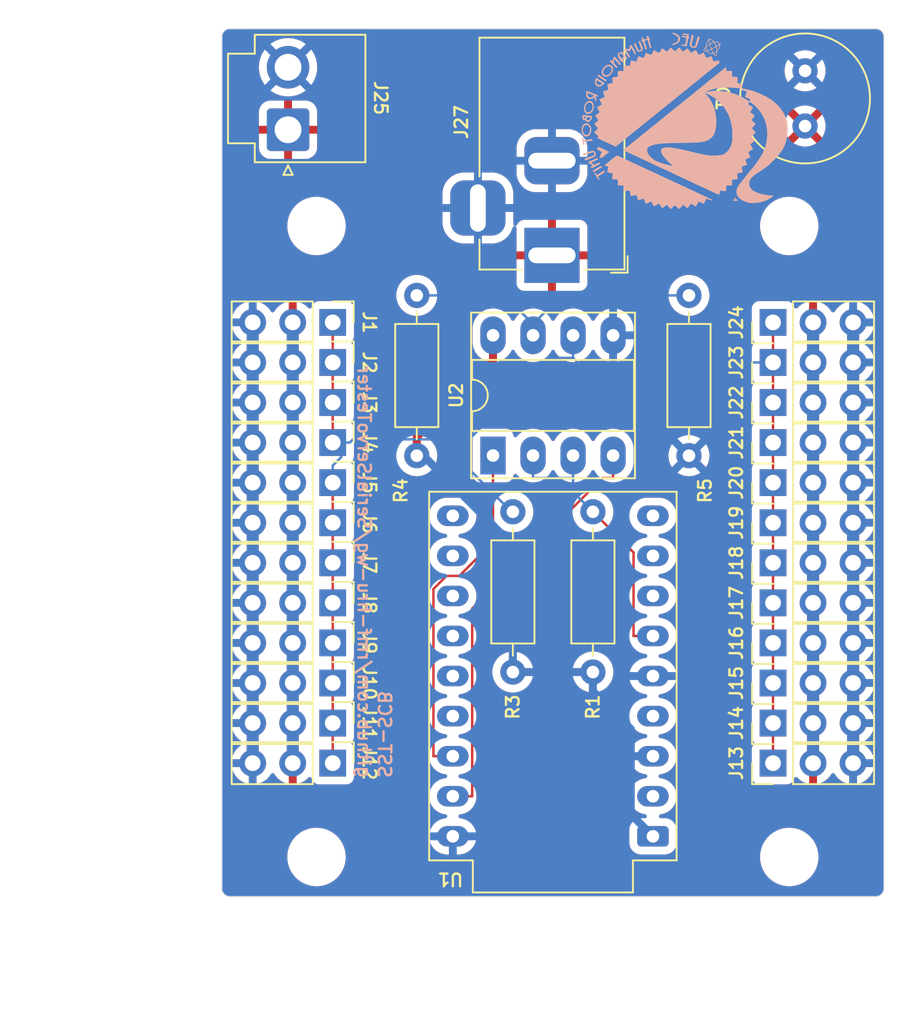
<source format=kicad_pcb>
(kicad_pcb (version 20240108) (generator "pcbnew") (generator_version "8.0")
  (layers (0 "F.Cu" signal) (31 "B.Cu" signal) (34 "B.Paste" user) (35 "F.Paste" user) (36 "B.SilkS" user "B.Silkscreen") (37 "F.SilkS" user "F.Silkscreen") (38 "B.Mask" user) (39 "F.Mask" user) (44 "Edge.Cuts" user))
  (net 0 "")
  (net 1 "GND")
  (net 2 "VCC")
  (net 3 "Net-(U1-5V)")
  (net 5 "/RS485A")
  (net 6 "/RS485B")
  (net 7 "Net-(U1-CBUS0)")
  (net 8 "Net-(U1-TXD)")
  (net 19 "Net-(U1-RXD)")
  (footprint "Connector_PinHeader_2.54mm:PinHeader_1x03_P2.54mm_Vertical" (layer "F.Cu") (at 136.03 139.01 -90)
    (property "Reference" "J11")
    (property "Value" "Conn_01x03_Pin")
  )
  (footprint "Connector_PinHeader_2.54mm:PinHeader_1x03_P2.54mm_Vertical" (layer "F.Cu") (at 136.03 141.55 -90)
    (property "Reference" "J12")
    (property "Value" "Conn_01x03_Pin")
  )
  (footprint "Connector_JST:JST_VH_B2P-VH_1x02_P3.96mm_Vertical" (layer "F.Cu") (at 133.194 101.3975 90)
    (property "Reference" "J25")
    (property "Value" "Conn_01x02_Pin")
  )
  (footprint "Connector_PinHeader_2.54mm:PinHeader_1x03_P2.54mm_Vertical" (layer "F.Cu") (at 163.97 126.31 90)
    (property "Reference" "J19")
    (property "Value" "Conn_01x03_Pin")
  )
  (footprint "Connector_PinHeader_2.54mm:PinHeader_1x03_P2.54mm_Vertical" (layer "F.Cu") (at 163.97 141.55 90)
    (property "Reference" "J13")
    (property "Value" "Conn_01x03_Pin")
  )
  (footprint "MountingHole:MountingHole_3.2mm_M3" (layer "F.Cu") (at 135 107.5)
    (property "Reference" "H1" (hide yes))
    (property "Value" "MountingHole")
  )
  (footprint "Connector_PinHeader_2.54mm:PinHeader_1x03_P2.54mm_Vertical" (layer "F.Cu") (at 136.03 128.85 -90)
    (property "Reference" "J7")
    (property "Value" "Conn_01x03_Pin")
  )
  (footprint "MountingHole:MountingHole_3.2mm_M3" (layer "F.Cu") (at 135 147.5)
    (property "Reference" "H2" (hide yes))
    (property "Value" "MountingHole")
  )
  (footprint "Connector_PinHeader_2.54mm:PinHeader_1x03_P2.54mm_Vertical" (layer "F.Cu") (at 163.97 139.01 90)
    (property "Reference" "J14")
    (property "Value" "Conn_01x03_Pin")
  )
  (footprint "Connector_PinHeader_2.54mm:PinHeader_1x03_P2.54mm_Vertical" (layer "F.Cu") (at 163.97 121.23 90)
    (property "Reference" "J21")
    (property "Value" "Conn_01x03_Pin")
  )
  (footprint "Connector_PinHeader_2.54mm:PinHeader_1x03_P2.54mm_Vertical" (layer "F.Cu") (at 163.97 136.47 90)
    (property "Reference" "J15")
    (property "Value" "Conn_01x03_Pin")
  )
  (footprint "Resistor_THT:R_Axial_DIN0207_L6.3mm_D2.5mm_P10.16mm_Horizontal" (layer "F.Cu") (at 141.364 111.9 -90)
    (property "Reference" "R4")
    (property "Value" "5.1k")
  )
  (footprint "Package_DIP:DIP-8_W7.62mm_Socket_LongPads" (layer "F.Cu") (at 146.2 122.05 90)
    (property "Reference" "U2")
    (property "Value" "LT1785AxN8")
  )
  (footprint "Connector_PinHeader_2.54mm:PinHeader_1x03_P2.54mm_Vertical" (layer "F.Cu") (at 136.03 126.31 -90)
    (property "Reference" "J6")
    (property "Value" "Conn_01x03_Pin")
  )
  (footprint "Connector_PinHeader_2.54mm:PinHeader_1x03_P2.54mm_Vertical" (layer "F.Cu") (at 136.03 121.23 -90)
    (property "Reference" "J4")
    (property "Value" "Conn_01x03_Pin")
  )
  (footprint "Connector_BarrelJack:BarrelJack_Horizontal" (layer "F.Cu") (at 149.9415 109.36 -90)
    (property "Reference" "J27")
    (property "Value" "MJ-179PH")
  )
  (footprint "Connector_PinHeader_2.54mm:PinHeader_1x03_P2.54mm_Vertical" (layer "F.Cu") (at 136.03 123.77 -90)
    (property "Reference" "J5")
    (property "Value" "Conn_01x03_Pin")
  )
  (footprint "Resistor_THT:R_Axial_DIN0207_L6.3mm_D2.5mm_P10.16mm_Horizontal" (layer "F.Cu") (at 147.46 125.616 -90)
    (property "Reference" "R3")
    (property "Value" "5.1k")
  )
  (footprint "Connector_PinHeader_2.54mm:PinHeader_1x03_P2.54mm_Vertical" (layer "F.Cu") (at 136.03 116.15 -90)
    (property "Reference" "J2")
    (property "Value" "Conn_01x03_Pin")
  )
  (footprint "Connector_PinHeader_2.54mm:PinHeader_1x03_P2.54mm_Vertical" (layer "F.Cu") (at 163.97 123.77 90)
    (property "Reference" "J20")
    (property "Value" "Conn_01x03_Pin")
  )
  (footprint "Resistor_THT:R_Axial_DIN0207_L6.3mm_D2.5mm_P10.16mm_Horizontal" (layer "F.Cu") (at 152.54 125.616 -90)
    (property "Reference" "R1")
    (property "Value" "5.1k")
  )
  (footprint "Connector_PinHeader_2.54mm:PinHeader_1x03_P2.54mm_Vertical" (layer "F.Cu") (at 136.03 136.47 -90)
    (property "Reference" "J10")
    (property "Value" "Conn_01x03_Pin")
  )
  (footprint "Connector_PinHeader_2.54mm:PinHeader_1x03_P2.54mm_Vertical" (layer "F.Cu") (at 163.97 131.39 90)
    (property "Reference" "J17")
    (property "Value" "Conn_01x03_Pin")
  )
  (footprint "Resistor_THT:R_Axial_DIN0207_L6.3mm_D2.5mm_P10.16mm_Horizontal" (layer "F.Cu") (at 158.636 122.06 90)
    (property "Reference" "R5")
    (property "Value" "5.1k")
  )
  (footprint "Connector_PinHeader_2.54mm:PinHeader_1x03_P2.54mm_Vertical" (layer "F.Cu") (at 163.97 113.61 90)
    (property "Reference" "J24")
    (property "Value" "Conn_01x03_Pin")
  )
  (footprint "Connector_PinHeader_2.54mm:PinHeader_1x03_P2.54mm_Vertical" (layer "F.Cu") (at 136.03 118.69 -90)
    (property "Reference" "J3")
    (property "Value" "Conn_01x03_Pin")
  )
  (footprint "Connector_PinHeader_2.54mm:PinHeader_1x03_P2.54mm_Vertical" (layer "F.Cu") (at 163.97 116.15 90)
    (property "Reference" "J23")
    (property "Value" "Conn_01x03_Pin")
  )
  (footprint "Connector_PinHeader_2.54mm:PinHeader_1x03_P2.54mm_Vertical" (layer "F.Cu") (at 163.97 128.85 90)
    (property "Reference" "J18")
    (property "Value" "Conn_01x03_Pin")
  )
  (footprint "Capacitor_THT:C_Radial_D8.0mm_H11.5mm_P3.50mm" (layer "F.Cu") (at 166.002 101.164 90)
    (property "Reference" "C1")
    (property "Value" "C")
  )
  (footprint "Connector_PinHeader_2.54mm:PinHeader_1x03_P2.54mm_Vertical" (layer "F.Cu") (at 163.97 118.69 90)
    (property "Reference" "J22")
    (property "Value" "Conn_01x03_Pin")
  )
  (footprint "FootprintLibrary:DIP-18_500_ELL" (layer "F.Cu") (at 150 136.03 90)
    (property "Reference" "U1")
    (property "Value" "FT231XS_Breakout")
  )
  (footprint "MountingHole:MountingHole_3.2mm_M3" (layer "F.Cu") (at 165 147.5)
    (property "Reference" "H3" (hide yes))
    (property "Value" "MountingHole")
  )
  (footprint "MountingHole:MountingHole_3.2mm_M3" (layer "F.Cu") (at 165 107.5)
    (property "Reference" "H4" (hide yes))
    (property "Value" "MountingHole")
  )
  (footprint "Connector_PinHeader_2.54mm:PinHeader_1x03_P2.54mm_Vertical" (layer "F.Cu") (at 136.03 133.93 -90)
    (property "Reference" "J9")
    (property "Value" "Conn_01x03_Pin")
  )
  (footprint "Connector_PinHeader_2.54mm:PinHeader_1x03_P2.54mm_Vertical" (layer "F.Cu") (at 163.97 133.93 90)
    (property "Reference" "J16")
    (property "Value" "Conn_01x03_Pin")
  )
  (footprint "Connector_PinHeader_2.54mm:PinHeader_1x03_P2.54mm_Vertical" (layer "F.Cu") (at 136.03 131.39 -90)
    (property "Reference" "J8")
    (property "Value" "Conn_01x03_Pin")
  )
  (footprint "Connector_PinHeader_2.54mm:PinHeader_1x03_P2.54mm_Vertical" (layer "F.Cu") (at 136.03 113.61 -90)
    (property "Reference" "J1")
    (property "Value" "Conn_01x03_Pin")
  )
  (gr_poly (pts (xy 161.546014 105.699644) (xy 161.543771 105.700362) (xy 161.54172 105.701604) (xy 161.539855 105.703371) (xy 161.538169 105.705666) (xy 161.536656 105.708489) (xy 161.535309 105.711841) (xy 161.534122 105.715724) (xy 161.533088 105.720139) (xy 161.5322 105.725087) (xy 161.531452 105.73057) (xy 161.530837 105.736588) (xy 161.530349 105.743144) (xy 161.529726 105.757873) (xy 161.52953 105.774765) (xy 161.52953 105.829798) (xy 161.51683 105.830939) (xy 161.51328 105.831187) (xy 161.508036 105.831458) (xy 161.493482 105.83203) (xy 161.475189 105.832586) (xy 161.455181 105.833055) (xy 161.406232 105.834032) (xy 161.40114 105.847301) (xy 161.400669 105.848701) (xy 161.400305 105.850154) (xy 161.400045 105.851651) (xy 161.399888 105.853179) (xy 161.399832 105.854727) (xy 161.399873 105.856282) (xy 161.400012 105.857835) (xy 161.400244 105.859373) (xy 161.400568 105.860885) (xy 161.400983 105.862358) (xy 161.401485 105.863783) (xy 161.402073 105.865147) (xy 161.402745 105.866438) (xy 161.403498 105.867645) (xy 161.404331 105.868758) (xy 161.405241 105.869763) (xy 161.414433 105.878955) (xy 161.473529 105.877229) (xy 161.532626 105.875503) (xy 161.535311 105.903381) (xy 161.537996 105.931259) (xy 161.553395 105.934179) (xy 161.554244 105.934297) (xy 161.5552 105.934352) (xy 161.557419 105.934278) (xy 161.56002 105.933966) (xy 161.562971 105.933429) (xy 161.566242 105.932675) (xy 161.569802 105.931717) (xy 161.573619 105.930565) (xy 161.577661 105.929229) (xy 161.581898 105.927721) (xy 161.586299 105.92605) (xy 161.590831 105.924229) (xy 161.595464 105.922267) (xy 161.600167 105.920176) (xy 161.604907 105.917965) (xy 161.609655 105.915647) (xy 161.614379 105.913231) (xy 161.659963 105.889365) (xy 161.68411 105.912498) (xy 161.688818 105.916896) (xy 161.693261 105.92081) (xy 161.697449 105.924243) (xy 161.701391 105.927197) (xy 161.705099 105.929675) (xy 161.708582 105.931681) (xy 161.710242 105.932508) (xy 161.711849 105.933217) (xy 161.713405 105.933809) (xy 161.714911 105.934286) (xy 161.716369 105.934646) (xy 161.717778 105.93489) (xy 161.719142 105.935019) (xy 161.720461 105.935033) (xy 161.721735 105.934932) (xy 161.722968 105.934717) (xy 161.724159 105.934388) (xy 161.72531 105.933945) (xy 161.726422 105.933389) (xy 161.727497 105.93272) (xy 161.728535 105.931939) (xy 161.729539 105.931046) (xy 161.730509 105.93004) (xy 161.731446 105.928923) (xy 161.732352 105.927696) (xy 161.733228 105.926357) (xy 161.733229 105.926357) (xy 161.733753 105.925309) (xy 161.734138 105.924102) (xy 161.734391 105.922747) (xy 161.734516 105.921258) (xy 161.734519 105.919647) (xy 161.734408 105.917927) (xy 161.733861 105.91421) (xy 161.732923 105.910208) (xy 161.73164 105.906023) (xy 161.730058 105.901755) (xy 161.728226 105.897507) (xy 161.726189 105.893379) (xy 161.723994 105.889473) (xy 161.721688 105.885889) (xy 161.719318 105.882731) (xy 161.716931 105.880097) (xy 161.715745 105.87901) (xy 161.714573 105.878091) (xy 161.713419 105.877355) (xy 161.712291 105.876813) (xy 161.711193 105.876479) (xy 161.710132 105.876365) (xy 161.709772 105.876337) (xy 161.709416 105.876254) (xy 161.709065 105.876117) (xy 161.708719 105.875928) (xy 161.70838 105.875689) (xy 161.708046 105.8754) (xy 161.70772 105.875062) (xy 161.707401 105.874678) (xy 161.707089 105.874249) (xy 161.706786 105.873775) (xy 161.706491 105.873259) (xy 161.706206 105.872701) (xy 161.70593 105.872104) (xy 161.705664 105.871468) (xy 161.705408 105.870795) (xy 161.705163 105.870086) (xy 161.70493 105.869342) (xy 161.704708 105.868566) (xy 161.704499 105.867758) (xy 161.704302 105.866919) (xy 161.703949 105.865157) (xy 161.703652 105.863289) (xy 161.703414 105.861327) (xy 161.70324 105.859283) (xy 161.703133 105.857166) (xy 161.703097 105.854989) (xy 161.703097 105.833614) (xy 161.702796 105.833499) (xy 161.601496 105.833499) (xy 161.588797 105.828626) (xy 161.588146 105.828354) (xy 161.587503 105.828041) (xy 161.586869 105.827689) (xy 161.586245 105.827299) (xy 161.585632 105.826872) (xy 161.585031 105.826411) (xy 161.584441 105.825915) (xy 161.583865 105.825388) (xy 161.583303 105.824829) (xy 161.582756 105.824241) (xy 161.582224 105.823625) (xy 161.581709 105.822982) (xy 161.58121 105.822314) (xy 161.58073 105.821622) (xy 161.580269 105.820908) (xy 161.579827 105.820172) (xy 161.579406 105.819417) (xy 161.579006 105.818644) (xy 161.578628 105.817854) (xy 161.578273 105.817048) (xy 161.577942 105.816228) (xy 161.577635 105.815396) (xy 161.577354 105.814553) (xy 161.577099 105.8137) (xy 161.57687 105.812838) (xy 161.57667 105.811969) (xy 161.576498 105.811095) (xy 161.576356 105.810217) (xy 161.576244 105.809336) (xy 161.576162 105.808453) (xy 161.576113 105.807571) (xy 161.576097 105.80669) (xy 161.576097 105.789625) (xy 161.588797 105.800165) (xy 161.59009 105.801298) (xy 161.591348 105.802515) (xy 161.592562 105.803805) (xy 161.593728 105.805157) (xy 161.594837 105.80656) (xy 161.595885 105.808001) (xy 161.596863 105.809471) (xy 161.597766 105.810957) (xy 161.598587 105.812449) (xy 161.59932 105.813935) (xy 161.599958 105.815405) (xy 161.600494 105.816846) (xy 161.600923 105.818247) (xy 161.601237 105.819598) (xy 161.601431 105.820887) (xy 161.60148 105.821505) (xy 161.601496 105.822103) (xy 161.601496 105.833499) (xy 161.702796 105.833499) (xy 161.682911 105.825938) (xy 161.681812 105.825466) (xy 161.680599 105.824846) (xy 161.677851 105.823175) (xy 161.674702 105.82096) (xy 161.671188 105.818236) (xy 161.667344 105.815037) (xy 161.663206 105.811398) (xy 161.65881 105.807353) (xy 161.654191 105.802937) (xy 161.649385 105.798185) (xy 161.644427 105.793132) (xy 161.639353 105.787811) (xy 161.634199 105.782258) (xy 161.629 105.776507) (xy 161.623791 105.770593) (xy 161.618609 105.764551) (xy 161.613489 105.758414) (xy 161.601342 105.743926) (xy 161.590362 105.731457) (xy 161.580495 105.721019) (xy 161.575962 105.716565) (xy 161.571688 105.712622) (xy 161.567667 105.709192) (xy 161.56389 105.706275) (xy 161.560352 105.703874) (xy 161.557047 105.70199) (xy 161.553967 105.700623) (xy 161.551106 105.699776) (xy 161.548457 105.699449)) (fill solid) (layer "B.SilkS"))
  (gr_poly (pts (xy 151.879692 100.464947) (xy 151.879362 100.465567) (xy 151.878673 100.467393) (xy 151.877952 100.469963) (xy 151.877203 100.473233) (xy 151.876434 100.477159) (xy 151.87565 100.481696) (xy 151.87406 100.492427) (xy 151.872483 100.505072) (xy 151.870967 100.519276) (xy 151.869559 100.534685) (xy 151.868308 100.550944) (xy 151.862695 100.631266) (xy 151.877617 100.684318) (xy 151.892539 100.737371) (xy 151.921313 100.762635) (xy 151.950088 100.787899) (xy 151.97731 100.789176) (xy 151.98324 100.789397) (xy 151.989661 100.789536) (xy 151.996372 100.789593) (xy 152.003166 100.789572) (xy 152.009841 100.789473) (xy 152.016192 100.789298) (xy 152.022014 100.78905) (xy 152.027103 100.78873) (xy 152.049675 100.787007) (xy 152.055096 100.804085) (xy 152.05584 100.805994) (xy 152.056939 100.808181) (xy 152.058373 100.81062) (xy 152.06012 100.813286) (xy 152.062156 100.816154) (xy 152.064462 100.819199) (xy 152.067015 100.822394) (xy 152.069793 100.825714) (xy 152.072774 100.829134) (xy 152.075937 100.832629) (xy 152.079261 100.836172) (xy 152.082722 100.839739) (xy 152.086301 100.843304) (xy 152.089973 100.846842) (xy 152.093719 100.850327) (xy 152.097517 100.853733) (xy 152.134518 100.886304) (xy 152.178122 100.896368) (xy 152.197032 100.900587) (xy 152.205114 100.902211) (xy 152.212468 100.903502) (xy 152.219234 100.904451) (xy 152.225554 100.905053) (xy 152.231567 100.905299) (xy 152.237414 100.905183) (xy 152.243235 100.904697) (xy 152.249172 100.903834) (xy 152.255365 100.902587) (xy 152.261954 100.900948) (xy 152.26908 100.89891) (xy 152.276884 100.896466) (xy 152.295086 100.890331) (xy 152.295085 100.890331) (xy 152.295085 100.89033) (xy 152.295084 100.89033) (xy 152.340104 100.874781) (xy 152.370225 100.846157) (xy 152.373441 100.843012) (xy 152.376859 100.839506) (xy 152.384178 100.831562) (xy 152.39194 100.822621) (xy 152.399904 100.812983) (xy 152.40783 100.802946) (xy 152.415476 100.792807) (xy 152.422601 100.782867) (xy 152.428965 100.773422) (xy 152.457583 100.72931) (xy 152.469391 100.676055) (xy 152.471871 100.664458) (xy 152.474395 100.651903) (xy 152.479292 100.625511) (xy 152.480042 100.620998) (xy 152.389763 100.620998) (xy 152.389577 100.643065) (xy 152.389305 100.64986) (xy 152.38861 100.656673) (xy 152.387507 100.663494) (xy 152.386007 100.670307) (xy 152.384123 100.6771) (xy 152.381869 100.683858) (xy 152.379257 100.69057) (xy 152.3763 100.697222) (xy 152.373011 100.703799) (xy 152.369402 100.710289) (xy 152.365487 100.716679) (xy 152.361278 100.722954) (xy 152.35203 100.73511) (xy 152.341761 100.74665) (xy 152.330573 100.757467) (xy 152.31857 100.767454) (xy 152.305852 100.776505) (xy 152.299258 100.780645) (xy 152.292524 100.784512) (xy 152.285663 100.78809) (xy 152.278688 100.791368) (xy 152.271611 100.794331) (xy 152.264446 100.796967) (xy 152.257204 100.799262) (xy 152.2499 100.801202) (xy 152.242546 100.802774) (xy 152.235154 100.803966) (xy 152.234312 100.803966) (xy 152.233128 100.803794) (xy 152.231623 100.803457) (xy 152.229821 100.802965) (xy 152.227742 100.802325) (xy 152.225408 100.801545) (xy 152.220062 100.799599) (xy 152.213956 100.797195) (xy 152.207265 100.794397) (xy 152.200162 100.791271) (xy 152.19282 100.787885) (xy 152.192822 100.787884) (xy 152.156931 100.770936) (xy 152.143033 100.746467) (xy 152.129136 100.721997) (xy 152.148596 100.687736) (xy 152.152626 100.680303) (xy 152.156619 100.672305) (xy 152.160472 100.663991) (xy 152.16408 100.655614) (xy 152.167339 100.647425) (xy 152.170145 100.639674) (xy 152.172394 100.632614) (xy 152.173277 100.629421) (xy 152.173981 100.626495) (xy 152.177362 100.611106) (xy 152.093431 100.611106) (xy 152.093393 100.612047) (xy 152.093281 100.61305) (xy 152.092843 100.615233) (xy 152.092131 100.617631) (xy 152.091159 100.620219) (xy 152.089943 100.622974) (xy 152.088497 100.625873) (xy 152.086836 100.628892) (xy 152.084974 100.632006) (xy 152.082927 100.635192) (xy 152.08071 100.638426) (xy 152.078336 100.641685) (xy 152.075821 100.644944) (xy 152.073179 100.64818) (xy 152.070426 100.651369) (xy 152.067576 100.654488) (xy 152.064643 100.657512) (xy 152.035856 100.686299) (xy 151.994999 100.686299) (xy 151.972547 100.662864) (xy 151.950095 100.639429) (xy 151.947679 100.609947) (xy 151.945264 100.580465) (xy 152.000297 100.582814) (xy 152.011741 100.583371) (xy 152.023168 100.584054) (xy 152.04476 100.585696) (xy 152.054316 100.5866) (xy 152.062641 100.587524) (xy 152.06943 100.588441) (xy 152.074381 100.589325) (xy 152.093431 100.593488) (xy 152.093431 100.611106) (xy 152.177362 100.611106) (xy 152.179908 100.599514) (xy 152.223451 100.604591) (xy 152.245203 100.60701) (xy 152.272236 100.609841) (xy 152.32838 100.615333) (xy 152.389763 100.620998) (xy 152.480042 100.620998) (xy 152.48352 100.600072) (xy 152.485207 100.588707) (xy 152.486517 100.578777) (xy 152.491833 100.534754) (xy 152.464081 100.5303) (xy 152.325842 100.511687) (xy 152.131505 100.488788) (xy 151.957439 100.470202) (xy 151.901872 100.465214) (xy 151.880012 100.46453)) (fill solid) (layer "B.SilkS"))
  (gr_poly (pts (xy 152.892452 102.485031) (xy 152.889392 102.485385) (xy 152.886431 102.486051) (xy 152.883547 102.487036) (xy 152.88072 102.488351) (xy 152.877929 102.490002) (xy 152.875152 102.491999) (xy 152.872371 102.494349) (xy 152.869563 102.497061) (xy 152.866707 102.500145) (xy 152.863783 102.503606) (xy 152.86077 102.507456) (xy 152.854395 102.51635) (xy 152.847413 102.526893) (xy 152.839658 102.539154) (xy 152.830965 102.553199) (xy 152.789225 102.620932) (xy 152.797941 102.631487) (xy 152.799098 102.632708) (xy 152.800752 102.634181) (xy 152.802869 102.635886) (xy 152.805421 102.637803) (xy 152.808375 102.639912) (xy 152.811701 102.642193) (xy 152.819344 102.647195) (xy 152.828099 102.652648) (xy 152.83772 102.658395) (xy 152.847956 102.664278) (xy 152.85856 102.670137) (xy 152.92336 102.70563) (xy 153.006268 102.751513) (xy 153.102074 102.804795) (xy 153.097925 102.814464) (xy 153.082209 102.849893) (xy 153.05025 102.921499) (xy 153.03229 102.961977) (xy 153.015567 103.000213) (xy 153.001949 103.0319) (xy 152.993304 103.052732) (xy 152.990461 103.0597) (xy 152.987526 103.066517) (xy 152.984582 103.073012) (xy 152.981714 103.079013) (xy 152.979006 103.084349) (xy 152.976543 103.088847) (xy 152.97441 103.092336) (xy 152.973494 103.093648) (xy 152.972691 103.094643) (xy 152.971959 103.095552) (xy 152.971249 103.096613) (xy 152.970563 103.097812) (xy 152.969907 103.099136) (xy 152.969283 103.100571) (xy 152.968695 103.102107) (xy 152.968147 103.103728) (xy 152.967642 103.105422) (xy 152.967185 103.107176) (xy 152.966778 103.108977) (xy 152.966425 103.110812) (xy 152.96613 103.112669) (xy 152.965897 103.114533) (xy 152.965729 103.116392) (xy 152.96563 103.118233) (xy 152.965603 103.120042) (xy 152.965705 103.137399) (xy 152.995115 103.156449) (xy 153.00125 103.160275) (xy 153.007412 103.163846) (xy 153.013435 103.167081) (xy 153.019153 103.169903) (xy 153.0244 103.172234) (xy 153.026795 103.173191) (xy 153.029009 103.173996) (xy 153.031023 103.174639) (xy 153.032814 103.175111) (xy 153.034364 103.175401) (xy 153.035649 103.175499) (xy 153.036824 103.175538) (xy 153.038048 103.175653) (xy 153.039312 103.175839) (xy 153.040604 103.176092) (xy 153.041916 103.17641) (xy 153.043237 103.176787) (xy 153.044558 103.177221) (xy 153.04587 103.177707) (xy 153.047161 103.178241) (xy 153.048422 103.17882) (xy 153.049645 103.17944) (xy 153.050817 103.180096) (xy 153.051931 103.180786) (xy 153.052975 103.181505) (xy 153.053941 103.182249) (xy 153.054818 103.183014) (xy 153.055725 103.183805) (xy 153.05678 103.184625) (xy 153.057968 103.185466) (xy 153.059277 103.186323) (xy 153.060696 103.187189) (xy 153.062209 103.188057) (xy 153.063806 103.188922) (xy 153.065473 103.189777) (xy 153.067197 103.190615) (xy 153.068966 103.19143) (xy 153.070766 103.192216) (xy 153.072585 103.192966) (xy 153.074411 103.193675) (xy 153.076229 103.194334) (xy 153.078028 103.194939) (xy 153.079795 103.195483) (xy 153.096728 103.200437) (xy 153.113676 103.181617) (xy 153.115643 103.179519) (xy 153.11803 103.177127) (xy 153.123929 103.171567) (xy 153.131112 103.165155) (xy 153.139319 103.158113) (xy 153.148289 103.15066) (xy 153.157763 103.143015) (xy 153.167478 103.135399) (xy 153.177176 103.128031) (xy 153.197256 103.112801) (xy 153.217516 103.097036) (xy 153.235595 103.082595) (xy 153.243078 103.076453) (xy 153.249131 103.07134) (xy 153.276387 103.048184) (xy 153.307235 103.022575) (xy 153.371134 102.970827) (xy 153.423685 102.929758) (xy 153.440349 102.917498) (xy 153.44534 102.914184) (xy 153.447747 102.913032) (xy 153.448104 102.91299) (xy 153.448542 102.912865) (xy 153.449652 102.912374) (xy 153.451057 102.911575) (xy 153.452736 102.910486) (xy 153.454669 102.909123) (xy 153.456836 102.907503) (xy 153.459218 102.905641) (xy 153.461793 102.903555) (xy 153.464542 102.901261) (xy 153.467445 102.898776) (xy 153.470482 102.896115) (xy 153.473632 102.893297) (xy 153.476876 102.890336) (xy 153.480193 102.887251) (xy 153.483563 102.884056) (xy 153.486967 102.88077) (xy 153.494177 102.87396) (xy 153.501989 102.86697) (xy 153.510155 102.86) (xy 153.518425 102.853247) (xy 153.526551 102.846909) (xy 153.534285 102.841186) (xy 153.541377 102.836276) (xy 153.544605 102.834188) (xy 153.54758 102.832377) (xy 153.575097 102.816247) (xy 153.575097 102.786355) (xy 153.551813 102.780635) (xy 153.549105 102.779884) (xy 153.545813 102.778822) (xy 153.537658 102.775847) (xy 153.527709 102.771866) (xy 153.516327 102.767037) (xy 153.503874 102.761516) (xy 153.490712 102.755461) (xy 153.477201 102.749028) (xy 153.463703 102.742374) (xy 153.450406 102.735837) (xy 153.437468 102.729739) (xy 153.425211 102.724212) (xy 153.413957 102.719392) (xy 153.404026 102.71541) (xy 153.39574 102.7124) (xy 153.38942 102.710497) (xy 153.387097 102.710001) (xy 153.385387 102.709832) (xy 153.384012 102.709797) (xy 153.382677 102.709693) (xy 153.381386 102.709524) (xy 153.380149 102.709293) (xy 153.37897 102.709004) (xy 153.377858 102.708661) (xy 153.376819 102.708266) (xy 153.37586 102.707824) (xy 153.374987 102.707338) (xy 153.374209 102.706811) (xy 153.373531 102.706247) (xy 153.372962 102.70565) (xy 153.372719 102.70534) (xy 153.372506 102.705022) (xy 153.372324 102.704699) (xy 153.372173 102.704369) (xy 153.372054 102.704033) (xy 153.371967 102.703692) (xy 153.371915 102.703345) (xy 153.371897 102.702995) (xy 153.37185 102.702625) (xy 153.371711 102.70222) (xy 153.371481 102.701783) (xy 153.371163 102.701315) (xy 153.370759 102.700816) (xy 153.370273 102.700288) (xy 153.369705 102.699734) (xy 153.369058 102.699153) (xy 153.367538 102.69792) (xy 153.36573 102.696601) (xy 153.363654 102.695206) (xy 153.361327 102.693748) (xy 153.358769 102.692236) (xy 153.355997 102.690682) (xy 153.353029 102.689099) (xy 153.349886 102.687495) (xy 153.346584 102.685884) (xy 153.343142 102.684276) (xy 153.33958 102.682683) (xy 153.335914 102.681115) (xy 153.308185 102.669287) (xy 153.281176 102.657329) (xy 153.255805 102.645688) (xy 153.232989 102.634812) (xy 153.213646 102.625147) (xy 153.198694 102.617141) (xy 153.189049 102.611241) (xy 153.186505 102.60922) (xy 153.185631 102.607893) (xy 153.185617 102.607621) (xy 153.185576 102.607352) (xy 153.185508 102.607086) (xy 153.185415 102.606824) (xy 153.185296 102.606566) (xy 153.185153 102.606313) (xy 153.184986 102.606064) (xy 153.184796 102.60582) (xy 153.184583 102.605582) (xy 153.184348 102.60535) (xy 153.184093 102.605123) (xy 153.183817 102.604904) (xy 153.183521 102.604691) (xy 153.183206 102.604485) (xy 153.182873 102.604287) (xy 153.182522 102.604097) (xy 153.182154 102.603915) (xy 153.181769 102.603742) (xy 153.181369 102.603578) (xy 153.180954 102.603423) (xy 153.180524 102.603278) (xy 153.180081 102.603143) (xy 153.179625 102.603018) (xy 153.179156 102.602904) (xy 153.178676 102.602801) (xy 153.178185 102.60271) (xy 153.177684 102.60263) (xy 153.177173 102.602562) (xy 153.176653 102.602507) (xy 153.176125 102.602465) (xy 153.175589 102.602436) (xy 153.175047 102.60242) (xy 153.17376 102.602309) (xy 153.1721 102.602016) (xy 153.170093 102.60155) (xy 153.167764 102.600921) (xy 153.165141 102.600138) (xy 153.162248 102.599211) (xy 153.155759 102.596962) (xy 153.148506 102.594249) (xy 153.140697 102.591147) (xy 153.132542 102.58773) (xy 153.124247 102.584076) (xy 153.043813 102.547942) (xy 153.024022 102.538997) (xy 152.999862 102.527917) (xy 152.950669 102.50499) (xy 152.938567 102.49932) (xy 152.92786 102.494494) (xy 152.918379 102.490581) (xy 152.914046 102.488987) (xy 152.909958 102.487646) (xy 152.906093 102.486567) (xy 152.902431 102.485757) (xy 152.898951 102.485226) (xy 152.895632 102.484981)) (fill solid) (layer "B.SilkS"))
  (gr_poly (pts (xy 152.545163 102.731743) (xy 152.53548 102.732354) (xy 152.525052 102.733458) (xy 152.513811 102.735059) (xy 152.50169 102.737164) (xy 152.488621 102.739779) (xy 152.474536 102.742909) (xy 152.459366 102.746561) (xy 152.443045 102.750739) (xy 152.425505 102.75545) (xy 152.386493 102.766494) (xy 152.341789 102.779738) (xy 152.290849 102.795229) (xy 152.233132 102.813013) (xy 151.943148 102.902519) (xy 151.934225 102.905351) (xy 151.925911 102.908182) (xy 151.918388 102.910936) (xy 151.911836 102.91354) (xy 151.906438 102.915917) (xy 151.902374 102.917991) (xy 151.900899 102.918891) (xy 151.899826 102.919687) (xy 151.899176 102.92037) (xy 151.899018 102.920666) (xy 151.898974 102.92093) (xy 151.900342 102.938949) (xy 151.901258 102.947147) (xy 151.902356 102.954813) (xy 151.903656 102.961952) (xy 151.905178 102.968571) (xy 151.906942 102.974675) (xy 151.90897 102.980272) (xy 151.91128 102.985365) (xy 151.913894 102.989963) (xy 151.916831 102.994071) (xy 151.920112 102.997694) (xy 151.923758 103.00084) (xy 151.927788 103.003514) (xy 151.932222 103.005722) (xy 151.937082 103.00747) (xy 151.942387 103.008764) (xy 151.948158 103.009611) (xy 151.954415 103.010016) (xy 151.961178 103.009986) (xy 151.968467 103.009527) (xy 151.976303 103.008644) (xy 151.984706 103.007344) (xy 151.993697 103.005633) (xy 152.003295 103.003516) (xy 152.013521 103.001001) (xy 152.035937 102.994797) (xy 152.061109 102.987071) (xy 152.089198 102.977869) (xy 152.232763 102.930199) (xy 152.3877 102.879357) (xy 152.550736 102.826256) (xy 152.58026 102.846362) (xy 152.583267 102.848461) (xy 152.586191 102.850602) (xy 152.589016 102.852769) (xy 152.591727 102.854948) (xy 152.594309 102.857122) (xy 152.596747 102.859276) (xy 152.599024 102.861395) (xy 152.601127 102.863463) (xy 152.603041 102.865465) (xy 152.604749 102.867386) (xy 152.606237 102.869211) (xy 152.607489 102.870923) (xy 152.608491 102.872508) (xy 152.609227 102.873951) (xy 152.609682 102.875235) (xy 152.609799 102.875812) (xy 152.609841 102.876345) (xy 152.609853 102.876856) (xy 152.60989 102.877367) (xy 152.60995 102.87788) (xy 152.610033 102.878393) (xy 152.610266 102.879414) (xy 152.610584 102.880425) (xy 152.610981 102.881419) (xy 152.611453 102.882389) (xy 152.611995 102.883329) (xy 152.612602 102.884232) (xy 152.613268 102.885091) (xy 152.61399 102.8859) (xy 152.614762 102.886652) (xy 152.615579 102.88734) (xy 152.616436 102.887958) (xy 152.617328 102.888498) (xy 152.617786 102.888738) (xy 152.618251 102.888956) (xy 152.618722 102.889151) (xy 152.619199 102.889323) (xy 152.619681 102.889532) (xy 152.620169 102.889839) (xy 152.620661 102.890241) (xy 152.621156 102.890736) (xy 152.621654 102.89132) (xy 152.622153 102.89199) (xy 152.622653 102.892745) (xy 152.623154 102.893582) (xy 152.62415 102.895489) (xy 152.625136 102.89769) (xy 152.626105 102.900163) (xy 152.627048 102.902888) (xy 152.62796 102.905842) (xy 152.628833 102.909004) (xy 152.62966 102.912353) (xy 152.630434 102.915867) (xy 152.631149 102.919526) (xy 152.631796 102.923306) (xy 152.63237 102.927188) (xy 152.632863 102.931149) (xy 152.637227 102.969875) (xy 152.61298 102.995769) (xy 152.588732 103.021663) (xy 152.499832 103.055651) (xy 152.296815 103.132459) (xy 152.225898 103.15859) (xy 152.1781 103.175525) (xy 152.156344 103.183104) (xy 152.131533 103.192043) (xy 152.106721 103.201226) (xy 152.084966 103.209537) (xy 152.065715 103.216957) (xy 152.047725 103.223709) (xy 152.03301 103.22905) (xy 152.023583 103.232235) (xy 152.020333 103.233237) (xy 152.017521 103.234194) (xy 152.01628 103.234684) (xy 152.015149 103.235198) (xy 152.014131 103.235746) (xy 152.013224 103.23634) (xy 152.012429 103.236991) (xy 152.011748 103.237712) (xy 152.011179 103.238512) (xy 152.010725 103.239404) (xy 152.010385 103.240398) (xy 152.01016 103.241507) (xy 152.010051 103.242742) (xy 152.010057 103.244114) (xy 152.01018 103.245635) (xy 152.01042 103.247316) (xy 152.010777 103.249168) (xy 152.011253 103.251203) (xy 152.011847 103.253432) (xy 152.01256 103.255866) (xy 152.013392 103.258518) (xy 152.014345 103.261398) (xy 152.016612 103.26789) (xy 152.019365 103.275432) (xy 152.026348 103.294034) (xy 152.033938 103.313906) (xy 152.037171 103.321865) (xy 152.040162 103.328587) (xy 152.04301 103.334132) (xy 152.044412 103.336482) (xy 152.045816 103.33856) (xy 152.047233 103.340374) (xy 152.048678 103.341932) (xy 152.050161 103.343241) (xy 152.051696 103.344308) (xy 152.053296 103.345142) (xy 152.054971 103.345749) (xy 152.056736 103.346138) (xy 152.058602 103.346316) (xy 152.060581 103.34629) (xy 152.062687 103.346068) (xy 152.064932 103.345657) (xy 152.067328 103.345065) (xy 152.072623 103.34337) (xy 152.078673 103.341041) (xy 152.093433 103.334726) (xy 152.093431 103.334724) (xy 152.110562 103.327402) (xy 152.129043 103.319752) (xy 152.146651 103.31268) (xy 152.161164 103.307094) (xy 152.245799 103.274344) (xy 152.3683 103.225634) (xy 152.491807 103.175738) (xy 152.57946 103.139431) (xy 152.663323 103.103533) (xy 152.689146 103.071468) (xy 152.71497 103.039403) (xy 152.718447 102.984771) (xy 152.721927 102.93014) (xy 152.702306 102.870292) (xy 152.682686 102.810444) (xy 152.647179 102.777715) (xy 152.634144 102.765963) (xy 152.627969 102.760701) (xy 152.621931 102.755856) (xy 152.615962 102.751434) (xy 152.609994 102.747441) (xy 152.603961 102.743882) (xy 152.597793 102.740763) (xy 152.591423 102.73809) (xy 152.584783 102.735869) (xy 152.577806 102.734106) (xy 152.570423 102.732806) (xy 152.562567 102.731975) (xy 152.55417 102.731619)) (fill solid) (layer "B.SilkS"))
  (gr_poly (pts (xy 156.006805 95.4517) (xy 155.996942 95.454501) (xy 155.987447 95.457373) (xy 155.978549 95.460234) (xy 155.970476 95.463003) (xy 155.963459 95.465599) (xy 155.957724 95.467941) (xy 155.953502 95.469946) (xy 155.952029 95.470798) (xy 155.95102 95.471535) (xy 155.943581 95.478093) (xy 155.96223 95.547213) (xy 155.969256 95.574179) (xy 155.974596 95.596503) (xy 155.976472 95.6052) (xy 155.977731 95.611866) (xy 155.978308 95.616212) (xy 155.97832 95.617424) (xy 155.978138 95.617947) (xy 155.971785 95.621175) (xy 155.962557 95.62516) (xy 155.937251 95.634834) (xy 155.905784 95.645833) (xy 155.871717 95.657021) (xy 155.838613 95.66726) (xy 155.810035 95.675415) (xy 155.789545 95.680349) (xy 155.783447 95.681254) (xy 155.781629 95.681253) (xy 155.780706 95.680926) (xy 155.780334 95.680304) (xy 155.779733 95.679009) (xy 155.777898 95.674549) (xy 155.775307 95.667833) (xy 155.772066 95.659151) (xy 155.764061 95.637042) (xy 155.754736 95.610532) (xy 155.737713 95.562067) (xy 155.732213 95.546834) (xy 155.72981 95.540658) (xy 155.729352 95.540469) (xy 155.728381 95.540474) (xy 155.725036 95.541021) (xy 155.713669 95.543951) (xy 155.69785 95.548731) (xy 155.67972 95.554641) (xy 155.661418 95.560963) (xy 155.645085 95.566979) (xy 155.632862 95.571969) (xy 155.62896 95.573855) (xy 155.626889 95.575215) (xy 155.626677 95.575554) (xy 155.626536 95.576076) (xy 155.626463 95.576774) (xy 155.626458 95.577644) (xy 155.626643 95.57988) (xy 155.627082 95.582745) (xy 155.627763 95.5862) (xy 155.628674 95.590206) (xy 155.629806 95.594722) (xy 155.631147 95.59971) (xy 155.634414 95.610944) (xy 155.638389 95.623593) (xy 155.642982 95.637342) (xy 155.648109 95.651878) (xy 155.674117 95.723754) (xy 155.645388 95.733235) (xy 155.616659 95.742716) (xy 155.631879 95.778224) (xy 155.6471 95.813732) (xy 155.672764 95.811195) (xy 155.698427 95.808657) (xy 155.719986 95.866228) (xy 155.743332 95.930656) (xy 155.775051 96.020984) (xy 155.810549 96.123998) (xy 155.845231 96.226482) (xy 155.850965 96.243048) (xy 155.856666 96.258471) (xy 155.862184 96.272415) (xy 155.867371 96.284545) (xy 155.872076 96.294527) (xy 155.876148 96.302023) (xy 155.8779 96.304735) (xy 155.879438 96.306701) (xy 155.880743 96.307877) (xy 155.881303 96.308156) (xy 155.881797 96.308223) (xy 155.882915 96.308071) (xy 155.884412 96.307787) (xy 155.888438 96.306853) (xy 155.893675 96.305478) (xy 155.899919 96.303722) (xy 155.90697 96.301641) (xy 155.914626 96.299294) (xy 155.922685 96.29674) (xy 155.930946 96.294036) (xy 155.930947 96.294036) (xy 155.946639 96.288991) (xy 155.95282 96.286861) (xy 155.955503 96.285805) (xy 155.957918 96.284723) (xy 155.960069 96.283588) (xy 155.961957 96.282375) (xy 155.963586 96.28106) (xy 155.964957 96.279616) (xy 155.966074 96.278019) (xy 155.96694 96.276244) (xy 155.967557 96.274264) (xy 155.967927 96.272056) (xy 155.968054 96.269593) (xy 155.967941 96.266851) (xy 155.967589 96.263804) (xy 155.967002 96.260427) (xy 155.966181 96.256694) (xy 155.965131 96.252581) (xy 155.962352 96.243113) (xy 155.958684 96.231819) (xy 155.95415 96.218498) (xy 155.942568 96.184968) (xy 155.902964 96.066508) (xy 155.859141 95.931475) (xy 155.823742 95.819324) (xy 155.813154 95.784158) (xy 155.809413 95.769508) (xy 155.809925 95.768611) (xy 155.81131 95.767474) (xy 155.816481 95.764544) (xy 155.824501 95.760859) (xy 155.834945 95.756561) (xy 155.861402 95.746686) (xy 155.892447 95.736044) (xy 155.924678 95.72576) (xy 155.954691 95.71696) (xy 155.967802 95.713468) (xy 155.979081 95.71077) (xy 155.988105 95.709005) (xy 155.994446 95.708315) (xy 156.013497 95.707899) (xy 156.013497 95.718885) (xy 156.016553 95.733135) (xy 156.02505 95.766214) (xy 156.054335 95.874234) (xy 156.093286 96.013698) (xy 156.133841 96.15536) (xy 156.151932 96.217589) (xy 156.183817 96.21249) (xy 156.190683 96.21129) (xy 156.19798 96.209833) (xy 156.205483 96.208173) (xy 156.21297 96.206367) (xy 156.220217 96.204471) (xy 156.227001 96.202541) (xy 156.233099 96.200634) (xy 156.238286 96.198805) (xy 156.26087 96.190218) (xy 156.252667 96.179775) (xy 156.250903 96.176135) (xy 156.248163 96.168525) (xy 156.239909 96.141966) (xy 156.228216 96.101235) (xy 156.213392 96.047471) (xy 156.17559 95.905393) (xy 156.128978 95.724832) (xy 156.124735 95.707447) (xy 156.123155 95.700171) (xy 156.12195 95.693769) (xy 156.121129 95.688185) (xy 156.120705 95.683368) (xy 156.120686 95.679264) (xy 156.120832 95.677462) (xy 156.121083 95.675818) (xy 156.121441 95.674326) (xy 156.121907 95.672979) (xy 156.122482 95.671769) (xy 156.123168 95.670691) (xy 156.123966 95.669738) (xy 156.124877 95.668902) (xy 156.125902 95.668178) (xy 156.127043 95.667558) (xy 156.128302 95.667037) (xy 156.129678 95.666606) (xy 156.132792 95.665993) (xy 156.136394 95.665664) (xy 156.140496 95.665566) (xy 156.142578 95.66554) (xy 156.144542 95.66546) (xy 156.146388 95.665322) (xy 156.148119 95.66512) (xy 156.149736 95.664851) (xy 156.15124 95.66451) (xy 156.152632 95.664093) (xy 156.153914 95.663596) (xy 156.155086 95.663013) (xy 156.15615 95.66234) (xy 156.157108 95.661574) (xy 156.15796 95.66071) (xy 156.158708 95.659742) (xy 156.159353 95.658668) (xy 156.159897 95.657482) (xy 156.16034 95.65618) (xy 156.160684 95.654758) (xy 156.160931 95.653211) (xy 156.16108 95.651535) (xy 156.161135 95.649725) (xy 156.161096 95.647777) (xy 156.160964 95.645687) (xy 156.160741 95.64345) (xy 156.160427 95.641062) (xy 156.160025 95.638518) (xy 156.159535 95.635814) (xy 156.158298 95.629908) (xy 156.156725 95.623309) (xy 156.154828 95.615982) (xy 156.145102 95.579544) (xy 156.121181 95.583055) (xy 156.097259 95.586565) (xy 156.090362 95.573149) (xy 156.089606 95.571541) (xy 156.088766 95.569503) (xy 156.08687 95.564265) (xy 156.084744 95.55768) (xy 156.082459 95.549995) (xy 156.080085 95.541454) (xy 156.077694 95.532305) (xy 156.075356 95.522794) (xy 156.073141 95.513166) (xy 156.064723 95.47614) (xy 156.061286 95.461656) (xy 156.058982 95.452512) (xy 156.055149 95.438424)) (fill solid) (layer "B.SilkS"))
  (gr_poly (pts (xy 153.051874 103.683214) (xy 153.050388 103.683483) (xy 153.048958 103.683936) (xy 153.047586 103.684575) (xy 153.046273 103.685401) (xy 153.045021 103.686416) (xy 153.043833 103.687621) (xy 153.042709 103.689017) (xy 153.042086 103.689797) (xy 153.041309 103.69065) (xy 153.040388 103.691567) (xy 153.039335 103.69254) (xy 153.038161 103.69356) (xy 153.036878 103.69462) (xy 153.035497 103.69571) (xy 153.034029 103.696822) (xy 153.032485 103.697948) (xy 153.030878 103.699079) (xy 153.029218 103.700207) (xy 153.027517 103.701323) (xy 153.025786 103.702419) (xy 153.024037 103.703486) (xy 153.02228 103.704516) (xy 153.020528 103.705501) (xy 152.944328 103.747245) (xy 152.710424 103.878984) (xy 152.583586 103.951286) (xy 152.526436 103.984558) (xy 152.526252 103.985123) (xy 152.526374 103.986173) (xy 152.527468 103.989603) (xy 152.529572 103.994592) (xy 152.532544 104.000883) (xy 152.540507 104.016349) (xy 152.550199 104.033954) (xy 152.560464 104.051651) (xy 152.570143 104.067391) (xy 152.574402 104.073888) (xy 152.578079 104.079128) (xy 152.581032 104.082855) (xy 152.583115 104.084813) (xy 152.583507 104.084955) (xy 152.584056 104.084995) (xy 152.584759 104.084938) (xy 152.585609 104.084784) (xy 152.587739 104.084195) (xy 152.59041 104.083248) (xy 152.593587 104.08196) (xy 152.597235 104.080348) (xy 152.601318 104.07843) (xy 152.605801 104.076224) (xy 152.61065 104.073748) (xy 152.615829 104.071019) (xy 152.627034 104.064873) (xy 152.639137 104.057928) (xy 152.651853 104.050326) (xy 152.651854 104.050325) (xy 152.678246 104.034362) (xy 152.703764 104.019156) (xy 152.725497 104.006429) (xy 152.740536 103.997899) (xy 152.7715 103.980293) (xy 152.827054 103.94784) (xy 152.908289 103.8999) (xy 153.016296 103.835831) (xy 153.048717 103.816837) (xy 153.077532 103.800451) (xy 153.099608 103.788422) (xy 153.10714 103.784588) (xy 153.11181 103.7825) (xy 153.126892 103.776961) (xy 153.101472 103.732347) (xy 153.096972 103.724723) (xy 153.092512 103.717701) (xy 153.088106 103.711294) (xy 153.08377 103.705513) (xy 153.079518 103.700368) (xy 153.075367 103.695871) (xy 153.07133 103.692034) (xy 153.067425 103.688867) (xy 153.065526 103.687538) (xy 153.063665 103.686382) (xy 153.061844 103.685398) (xy 153.060066 103.684589) (xy 153.058332 103.683957) (xy 153.056643 103.683501) (xy 153.055003 103.683225) (xy 153.053412 103.683129)) (fill solid) (layer "B.SilkS"))
  (gr_poly (pts (xy 160.978066 97.42936) (xy 160.97655 97.429802) (xy 160.974926 97.43051) (xy 160.97319 97.431476) (xy 160.969356 97.434162) (xy 160.965005 97.437811) (xy 160.96009 97.442373) (xy 160.954566 97.447799) (xy 160.952366 97.449955) (xy 160.950142 97.452051) (xy 160.947909 97.454075) (xy 160.945682 97.456018) (xy 160.943477 97.457867) (xy 160.941308 97.459612) (xy 160.939191 97.461243) (xy 160.937141 97.462748) (xy 160.935173 97.464116) (xy 160.933302 97.465338) (xy 160.931543 97.466401) (xy 160.929913 97.467295) (xy 160.928424 97.46801) (xy 160.927094 97.468533) (xy 160.925937 97.468856) (xy 160.924969 97.468965) (xy 160.924528 97.468979) (xy 160.924075 97.469021) (xy 160.923611 97.46909) (xy 160.923137 97.469184) (xy 160.922163 97.469449) (xy 160.921161 97.469811) (xy 160.920138 97.470264) (xy 160.919103 97.470802) (xy 160.918063 97.471421) (xy 160.917026 97.472114) (xy 160.915999 97.472876) (xy 160.914991 97.473702) (xy 160.914009 97.474585) (xy 160.913062 97.475522) (xy 160.912156 97.476505) (xy 160.911299 97.47753) (xy 160.910501 97.478591) (xy 160.909767 97.479683) (xy 160.908798 97.480994) (xy 160.907309 97.482697) (xy 160.905331 97.484767) (xy 160.902895 97.487174) (xy 160.900032 97.489894) (xy 160.896772 97.492897) (xy 160.889189 97.499649) (xy 160.880394 97.507212) (xy 160.870635 97.515369) (xy 160.860162 97.523904) (xy 160.849221 97.5326) (xy 160.78496 97.583536) (xy 160.734794 97.624342) (xy 160.715915 97.640185) (xy 160.701662 97.652581) (xy 160.692404 97.661227) (xy 160.689762 97.664047) (xy 160.688507 97.665816) (xy 160.688348 97.666141) (xy 160.688161 97.666462) (xy 160.687948 97.666779) (xy 160.68771 97.667091) (xy 160.687447 97.667398) (xy 160.687161 97.667698) (xy 160.686852 97.667993) (xy 160.686521 97.668281) (xy 160.686169 97.668562) (xy 160.685797 97.668836) (xy 160.685406 97.669102) (xy 160.684997 97.669359) (xy 160.684571 97.669609) (xy 160.684128 97.669849) (xy 160.683198 97.6703) (xy 160.682213 97.670711) (xy 160.68118 97.671077) (xy 160.680107 97.671396) (xy 160.679002 97.671664) (xy 160.677871 97.671879) (xy 160.676721 97.672036) (xy 160.675561 97.672132) (xy 160.674978 97.672157) (xy 160.674396 97.672165) (xy 160.673231 97.6722) (xy 160.672071 97.672301) (xy 160.670921 97.672466) (xy 160.66979 97.672691) (xy 160.668684 97.672973) (xy 160.667612 97.673307) (xy 160.666579 97.673692) (xy 160.665594 97.674123) (xy 160.664664 97.674597) (xy 160.663795 97.67511) (xy 160.662995 97.675659) (xy 160.662271 97.676242) (xy 160.661631 97.676853) (xy 160.661082 97.67749) (xy 160.660631 97.67815) (xy 160.660444 97.678487) (xy 160.660285 97.678829) (xy 160.660091 97.679209) (xy 160.659804 97.67966) (xy 160.658958 97.680766) (xy 160.657767 97.682129) (xy 160.656251 97.68373) (xy 160.654432 97.685551) (xy 160.652329 97.687573) (xy 160.649964 97.689778) (xy 160.647356 97.692148) (xy 160.641495 97.697307) (xy 160.634912 97.702902) (xy 160.62777 97.708787) (xy 160.620234 97.714812) (xy 160.612055 97.72135) (xy 160.603068 97.728702) (xy 160.583848 97.744846) (xy 160.564923 97.761241) (xy 160.556305 97.768906) (xy 160.548642 97.775882) (xy 160.541629 97.78226) (xy 160.534873 97.78821) (xy 160.528537 97.793602) (xy 160.522784 97.798306) (xy 160.517778 97.802191) (xy 160.513682 97.805127) (xy 160.512026 97.806199) (xy 160.510659 97.806984) (xy 160.5096 97.807467) (xy 160.508871 97.807632) (xy 160.508562 97.807661) (xy 160.508192 97.807746) (xy 160.507283 97.808078) (xy 160.506157 97.808618) (xy 160.50483 97.809355) (xy 160.503318 97.810278) (xy 160.501637 97.811375) (xy 160.499801 97.812635) (xy 160.497825 97.814048) (xy 160.495727 97.815601) (xy 160.493519 97.817283) (xy 160.491219 97.819084) (xy 160.488841 97.820992) (xy 160.486402 97.822996) (xy 160.483915 97.825085) (xy 160.481397 97.827247) (xy 160.478863 97.829472) (xy 160.469425 97.837665) (xy 160.457828 97.847396) (xy 160.443937 97.858771) (xy 160.427619 97.871898) (xy 160.387167 97.903834) (xy 160.335403 97.944057) (xy 160.317092 97.958385) (xy 160.298209 97.973486) (xy 160.279288 97.988912) (xy 160.260861 98.004216) (xy 160.243462 98.018953) (xy 160.227623 98.032674) (xy 160.213877 98.044932) (xy 160.202758 98.055282) (xy 160.197775 98.059959) (xy 160.192909 98.064323) (xy 160.188282 98.068277) (xy 160.184015 98.071726) (xy 160.180232 98.074575) (xy 160.178559 98.075745) (xy 160.177053 98.076728) (xy 160.175729 98.077514) (xy 160.174602 98.07809) (xy 160.173687 98.078445) (xy 160.172999 98.078566) (xy 160.172661 98.078613) (xy 160.172215 98.078752) (xy 160.171017 98.0793) (xy 160.169428 98.080189) (xy 160.167475 98.081403) (xy 160.165182 98.082922) (xy 160.162573 98.084729) (xy 160.15651 98.089129) (xy 160.149483 98.094456) (xy 160.141692 98.100563) (xy 160.133334 98.107302) (xy 160.124608 98.114526) (xy 160.089647 98.14366) (xy 160.075372 98.155431) (xy 160.065806 98.163209) (xy 160.056713 98.170611) (xy 160.043728 98.18136) (xy 160.028582 98.194014) (xy 160.013009 98.207133) (xy 160.005081 98.213708) (xy 159.996678 98.220437) (xy 159.988056 98.227129) (xy 159.979471 98.233596) (xy 159.971179 98.239647) (xy 159.963435 98.245093) (xy 159.956495 98.249743) (xy 159.950617 98.253408) (xy 159.94549 98.256551) (xy 159.940708 98.259705) (xy 159.936374 98.262785) (xy 159.934408 98.264271) (xy 159.932593 98.265707) (xy 159.930943 98.267082) (xy 159.92947 98.268385) (xy 159.928188 98.269606) (xy 159.92711 98.270734) (xy 159.926249 98.271759) (xy 159.925617 98.27267) (xy 159.925229 98.273456) (xy 159.92513 98.273799) (xy 159.925097 98.274107) (xy 159.925033 98.274443) (xy 159.924844 98.274869) (xy 159.924533 98.275383) (xy 159.924103 98.275981) (xy 159.922898 98.277421) (xy 159.921255 98.279168) (xy 159.919198 98.2812) (xy 159.916753 98.283495) (xy 159.913944 98.286032) (xy 159.910796 98.28879) (xy 159.907334 98.291746) (xy 159.903584 98.29488) (xy 159.899569 98.298169) (xy 159.895316 98.301593) (xy 159.890849 98.305128) (xy 159.886193 98.308755) (xy 159.881373 98.312451) (xy 159.876413 98.316194) (xy 159.866375 98.323797) (xy 159.856509 98.331429) (xy 159.847066 98.338882) (xy 159.8383 98.345953) (xy 159.830462 98.352435) (xy 159.823803 98.358124) (xy 159.818575 98.362813) (xy 159.81503 98.366297) (xy 159.813583 98.367792) (xy 159.811874 98.369454) (xy 159.807761 98.373206) (xy 159.802863 98.377414) (xy 159.797356 98.381938) (xy 159.791412 98.386637) (xy 159.785205 98.391372) (xy 159.778909 98.396003) (xy 159.772697 98.40039) (xy 159.766571 98.404687) (xy 159.760523 98.409058) (xy 159.754707 98.413384) (xy 159.749281 98.417541) (xy 159.744401 98.421408) (xy 159.740222 98.424864) (xy 159.736902 98.427787) (xy 159.734597 98.430055) (xy 159.733536 98.431152) (xy 159.732118 98.432529) (xy 159.728303 98.436046) (xy 159.723341 98.440441) (xy 159.717425 98.44555) (xy 159.710745 98.451211) (xy 159.703492 98.457261) (xy 159.695856 98.463535) (xy 159.68803 98.469871) (xy 159.671024 98.483815) (xy 159.652885 98.499157) (xy 159.635784 98.514035) (xy 159.628301 98.520718) (xy 159.621891 98.526588) (xy 159.61614 98.531834) (xy 159.610544 98.536729) (xy 159.605244 98.541167) (xy 159.600377 98.54504) (xy 159.596082 98.548241) (xy 159.594193 98.549556) (xy 159.5925 98.550663) (xy 159.591018 98.551548) (xy 159.589767 98.552197) (xy 159.588763 98.552599) (xy 159.588024 98.552738) (xy 159.587692 98.552771) (xy 159.587299 98.552865) (xy 159.586335 98.553227) (xy 159.585149 98.553813) (xy 159.583757 98.55461) (xy 159.582175 98.555607) (xy 159.580419 98.556792) (xy 159.578504 98.558152) (xy 159.576447 98.559675) (xy 159.574265 98.561349) (xy 159.571972 98.563163) (xy 159.569584 98.565104) (xy 159.567119 98.567159) (xy 159.564592 98.569318) (xy 159.562018 98.571568) (xy 159.559415 98.573897) (xy 159.556797 98.576293) (xy 159.55109 98.581437) (xy 159.544596 98.587048) (xy 159.537542 98.592945) (xy 159.530153 98.598948) (xy 159.522655 98.604875) (xy 159.515273 98.610546) (xy 159.508234 98.61578) (xy 159.501763 98.620396) (xy 159.495206 98.625098) (xy 159.487919 98.630579) (xy 159.480146 98.636642) (xy 159.47213 98.643087) (xy 159.464114 98.649718) (xy 159.456341 98.656334) (xy 159.449054 98.662739) (xy 159.442496 98.668734) (xy 159.436429 98.67431) (xy 159.430547 98.679515) (xy 159.424995 98.684235) (xy 159.419916 98.688355) (xy 159.415457 98.691762) (xy 159.411762 98.694341) (xy 159.410246 98.695284) (xy 159.408975 98.695978) (xy 159.407967 98.696408) (xy 159.407241 98.696559) (xy 159.406912 98.696602) (xy 159.406509 98.696721) (xy 159.405488 98.697179) (xy 159.404195 98.69792) (xy 159.402649 98.698927) (xy 159.400869 98.700185) (xy 159.398872 98.70168) (xy 159.396678 98.703395) (xy 159.394306 98.705316) (xy 159.391772 98.707428) (xy 159.389097 98.709715) (xy 159.386298 98.712162) (xy 159.383395 98.714754) (xy 159.377347 98.720312) (xy 159.374241 98.723247) (xy 159.371103 98.726266) (xy 159.364846 98.732218) (xy 159.358762 98.737772) (xy 159.353003 98.742804) (xy 159.347719 98.747194) (xy 159.34306 98.75082) (xy 159.341013 98.752309) (xy 159.339178 98.753561) (xy 159.337576 98.754561) (xy 159.336223 98.755294) (xy 159.335141 98.755745) (xy 159.334347 98.755899) (xy 159.333982 98.755941) (xy 159.333535 98.756064) (xy 159.332403 98.756548) (xy 159.330969 98.757336) (xy 159.329255 98.758409) (xy 159.32728 98.759754) (xy 159.325067 98.761352) (xy 159.322634 98.763188) (xy 159.320004 98.765245) (xy 159.317195 98.767507) (xy 159.31423 98.769958) (xy 159.311127 98.772582) (xy 159.307909 98.775361) (xy 159.301205 98.781324) (xy 159.297762 98.784474) (xy 159.294284 98.787715) (xy 159.286885 98.794535) (xy 159.278814 98.801728) (xy 159.27033 98.809077) (xy 159.261693 98.816364) (xy 159.253165 98.823374) (xy 159.245005 98.829889) (xy 159.237473 98.835693) (xy 159.23083 98.840568) (xy 159.22428 98.845357) (xy 159.217014 98.850913) (xy 159.209273 98.857036) (xy 159.2013 98.863527) (xy 159.193337 98.870188) (xy 159.185624 98.876817) (xy 159.178403 98.883216) (xy 159.171916 98.889186) (xy 159.165903 98.894726) (xy 159.160041 98.899895) (xy 159.154474 98.904578) (xy 159.149351 98.908664) (xy 159.144817 98.912039) (xy 159.142817 98.913424) (xy 159.141019 98.91459) (xy 159.139441 98.91552) (xy 159.138103 98.916203) (xy 159.137022 98.916623) (xy 159.136216 98.916766) (xy 159.135833 98.916813) (xy 159.135348 98.916952) (xy 159.134085 98.9175) (xy 159.132451 98.918391) (xy 159.13047 98.919605) (xy 159.128168 98.921125) (xy 159.125568 98.922933) (xy 159.122695 98.925009) (xy 159.119574 98.927336) (xy 159.112682 98.932667) (xy 159.105088 98.938778) (xy 159.096988 98.945521) (xy 159.088578 98.952749) (xy 159.048495 98.987506) (xy 159.033568 99.000204) (xy 159.02143 99.010289) (xy 159.011615 99.018141) (xy 159.003659 99.024141) (xy 158.997095 99.028668) (xy 158.991459 99.032103) (xy 158.989975 99.032992) (xy 158.988246 99.034117) (xy 158.984132 99.037006) (xy 158.979289 99.040633) (xy 158.973886 99.044864) (xy 158.968092 99.049563) (xy 158.962077 99.054594) (xy 158.956012 99.059823) (xy 158.950065 99.065113) (xy 158.94335 99.071057) (xy 158.935081 99.078159) (xy 158.915178 99.09477) (xy 158.892952 99.112812) (xy 158.881778 99.121703) (xy 158.870996 99.130151) (xy 158.849472 99.147021) (xy 158.828417 99.163784) (xy 158.810249 99.178503) (xy 158.797382 99.189238) (xy 158.786334 99.198529) (xy 158.77312 99.209318) (xy 158.759399 99.220265) (xy 158.746829 99.230033) (xy 158.740094 99.235278) (xy 158.731566 99.242093) (xy 158.710514 99.259282) (xy 158.686451 99.27931) (xy 158.662155 99.299883) (xy 158.650614 99.309662) (xy 158.639649 99.318785) (xy 158.629513 99.327053) (xy 158.620461 99.334265) (xy 158.612746 99.340222) (xy 158.606623 99.344724) (xy 158.602346 99.347572) (xy 158.60098 99.348313) (xy 158.60017 99.348566) (xy 158.599887 99.348589) (xy 158.599559 99.348658) (xy 158.599188 99.348772) (xy 158.598775 99.348928) (xy 158.597829 99.349368) (xy 158.596735 99.349968) (xy 158.595504 99.350719) (xy 158.594149 99.351611) (xy 158.592681 99.352636) (xy 158.591113 99.353785) (xy 158.589458 99.355049) (xy 158.587726 99.356418) (xy 158.585931 99.357883) (xy 158.584084 99.359435) (xy 158.582198 99.361066) (xy 158.580285 99.362765) (xy 158.578357 99.364524) (xy 158.576427 99.366334) (xy 158.571634 99.370703) (xy 158.565159 99.376323) (xy 158.557286 99.382962) (xy 158.5483 99.390385) (xy 158.538486 99.39836) (xy 158.52813 99.406653) (xy 158.517517 99.415031) (xy 158.506931 99.423259) (xy 158.485536 99.440042) (xy 158.464835 99.456792) (xy 158.447191 99.471567) (xy 158.440253 99.477608) (xy 158.434964 99.482427) (xy 158.430056 99.486871) (xy 158.424208 99.491838) (xy 158.41764 99.497159) (xy 158.41057 99.502668) (xy 158.403216 99.508197) (xy 158.395798 99.513579) (xy 158.388534 99.518646) (xy 158.381642 99.523231) (xy 158.378342 99.525413) (xy 158.375087 99.527659) (xy 158.371894 99.529953) (xy 158.368784 99.532278) (xy 158.365775 99.534615) (xy 158.362886 99.53695) (xy 158.360135 99.539263) (xy 158.357543 99.54154) (xy 158.355127 99.543761) (xy 158.352907 99.545912) (xy 158.350901 99.547973) (xy 158.349129 99.54993) (xy 158.347609 99.551764) (xy 158.346361 99.553458) (xy 158.345402 99.554996) (xy 158.344753 99.556361) (xy 158.344232 99.557618) (xy 158.34365 99.55884) (xy 158.343012 99.56002) (xy 158.342326 99.561152) (xy 158.341597 99.56223) (xy 158.340832 99.563247) (xy 158.340036 99.564198) (xy 158.339217 99.565075) (xy 158.33838 99.565873) (xy 158.337532 99.566585) (xy 158.336678 99.567204) (xy 158.335826 99.567726) (xy 158.334982 99.568142) (xy 158.334564 99.568309) (xy 158.334151 99.568447) (xy 158.333742 99.568556) (xy 158.333339 99.568635) (xy 158.332943 99.568683) (xy 158.332555 99.568699) (xy 158.332148 99.568718) (xy 158.3317 99.568776) (xy 158.330685 99.569002) (xy 158.329522 99.569368) (xy 158.328225 99.569868) (xy 158.326807 99.570494) (xy 158.32528 99.571238) (xy 158.323659 99.572093) (xy 158.321955 99.573052) (xy 158.320183 99.574105) (xy 158.318355 99.575247) (xy 158.316484 99.576468) (xy 158.314584 99.577763) (xy 158.312668 99.579122) (xy 158.310748 99.58054) (xy 158.308839 99.582007) (xy 158.306953 99.583516) (xy 158.252806 99.62836) (xy 158.190493 99.680477) (xy 158.17993 99.689174) (xy 158.166034 99.700329) (xy 158.150608 99.712504) (xy 158.135459 99.724265) (xy 158.120337 99.736009) (xy 158.104985 99.748142) (xy 158.091197 99.759234) (xy 158.080767 99.767854) (xy 158.042667 99.800162) (xy 158.038508 99.803569) (xy 158.03371 99.807292) (xy 158.028443 99.811209) (xy 158.022877 99.815201) (xy 158.017184 99.819147) (xy 158.011534 99.822926) (xy 158.006098 99.826419) (xy 158.001047 99.829505) (xy 157.998675 99.830965) (xy 157.99637 99.832495) (xy 157.994143 99.834082) (xy 157.992006 99.835713) (xy 157.989972 99.837376) (xy 157.988052 99.839059) (xy 157.986258 99.840748) (xy 157.984603 99.842431) (xy 157.983097 99.844095) (xy 157.981754 99.845728) (xy 157.980584 99.847317) (xy 157.979601 99.848849) (xy 157.978815 99.850312) (xy 157.978239 99.851693) (xy 157.978033 99.852349) (xy 157.977884 99.85298) (xy 157.977794 99.853584) (xy 157.977764 99.854159) (xy 157.97775 99.854717) (xy 157.977709 99.855267) (xy 157.977641 99.855811) (xy 157.977548 99.856346) (xy 157.977429 99.856872) (xy 157.977286 99.857389) (xy 157.977119 99.857896) (xy 157.976928 99.858391) (xy 157.976716 99.858875) (xy 157.976481 99.859346) (xy 157.976226 99.859805) (xy 157.97595 99.860249) (xy 157.975654 99.860679) (xy 157.975339 99.861094) (xy 157.975006 99.861493) (xy 157.974655 99.861875) (xy 157.974287 99.86224) (xy 157.973902 99.862587) (xy 157.973502 99.862915) (xy 157.973087 99.863224) (xy 157.972657 99.863512) (xy 157.972214 99.86378) (xy 157.971758 99.864026) (xy 157.971289 99.86425) (xy 157.970809 99.864451) (xy 157.970318 99.864628) (xy 157.969817 99.864781) (xy 157.969306 99.864909) (xy 157.968786 99.865011) (xy 157.968258 99.865087) (xy 157.967723 99.865135) (xy 157.96718 99.865156) (xy 157.966513 99.865267) (xy 157.965609 99.865585) (xy 157.963113 99.86682) (xy 157.959747 99.868818) (xy 157.955566 99.87154) (xy 157.950623 99.874944) (xy 157.944972 99.878988) (xy 157.931766 99.888834) (xy 157.91638 99.900746) (xy 157.899249 99.914396) (xy 157.880805 99.929454) (xy 157.861482 99.945589) (xy 157.824214 99.976772) (xy 157.793053 100.002308) (xy 157.771259 100.019563) (xy 157.764895 100.024261) (xy 157.763024 100.025483) (xy 157.762096 100.0259) (xy 157.761585 100.025964) (xy 157.760942 100.026155) (xy 157.759285 100.026899) (xy 157.757168 100.028094) (xy 157.754635 100.029708) (xy 157.751731 100.031704) (xy 157.748499 100.034048) (xy 157.744985 100.036704) (xy 157.741231 100.039637) (xy 157.733185 100.046196) (xy 157.724713 100.053444) (xy 157.720428 100.057238) (xy 157.71617 100.0611) (xy 157.711982 100.064994) (xy 157.707908 100.068885) (xy 157.704452 100.072072) (xy 157.699897 100.076022) (xy 157.694438 100.080578) (xy 157.688269 100.085584) (xy 157.681586 100.090884) (xy 157.674584 100.096322) (xy 157.667457 100.101741) (xy 157.660401 100.106985) (xy 157.653153 100.112431) (xy 157.645479 100.118431) (xy 157.637611 100.124787) (xy 157.629783 100.131303) (xy 157.622229 100.13778) (xy 157.615181 100.144023) (xy 157.608872 100.149834) (xy 157.603536 100.155016) (xy 157.598753 100.159695) (xy 157.59403 100.164064) (xy 157.589487 100.168027) (xy 157.585248 100.171487) (xy 157.58328 100.172999) (xy 157.581434 100.17435) (xy 157.579725 100.175527) (xy 157.578167 100.176518) (xy 157.576778 100.177313) (xy 157.575571 100.177897) (xy 157.574561 100.178261) (xy 157.573766 100.178391) (xy 157.573381 100.178438) (xy 157.572914 100.178566) (xy 157.571741 100.179063) (xy 157.570269 100.179863) (xy 157.568517 100.180952) (xy 157.566506 100.182312) (xy 157.564258 100.183927) (xy 157.561793 100.185781) (xy 157.559131 100.187857) (xy 157.556294 100.190138) (xy 157.553302 100.192609) (xy 157.550176 100.195252) (xy 157.546937 100.198052) (xy 157.543605 100.200992) (xy 157.540202 100.204055) (xy 157.536748 100.207225) (xy 157.533264 100.210486) (xy 157.525856 100.217334) (xy 157.517775 100.224533) (xy 157.509283 100.231868) (xy 157.50064 100.239123) (xy 157.492106 100.246083) (xy 157.483942 100.252531) (xy 157.476407 100.258253) (xy 157.469764 100.263033) (xy 157.463622 100.267338) (xy 157.457528 100.271699) (xy 157.451641 100.275996) (xy 157.44612 100.28011) (xy 157.441125 100.283919) (xy 157.436815 100.287304) (xy 157.433349 100.290145) (xy 157.430888 100.292321) (xy 157.428451 100.29451) (xy 157.425058 100.297387) (xy 157.420863 100.30083) (xy 157.416019 100.304715) (xy 157.410682 100.308921) (xy 157.405005 100.313324) (xy 157.399143 100.317803) (xy 157.393251 100.322233) (xy 157.380185 100.332182) (xy 157.3656 100.343622) (xy 157.351276 100.355141) (xy 157.338993 100.365324) (xy 157.32736 100.375113) (xy 157.314806 100.385559) (xy 157.30284 100.395413) (xy 157.292973 100.403424) (xy 157.282341 100.412043) (xy 157.268293 100.423553) (xy 157.237267 100.449233) (xy 157.175512 100.500575) (xy 157.138954 100.530469) (xy 157.127776 100.539252) (xy 157.120082 100.544925) (xy 157.114932 100.54824) (xy 157.111389 100.549949) (xy 157.110339 100.550424) (xy 157.10903 100.551149) (xy 157.10748 100.552109) (xy 157.105709 100.55329) (xy 157.103734 100.554675) (xy 157.101577 100.556251) (xy 157.096787 100.559912) (xy 157.091492 100.564155) (xy 157.085846 100.568857) (xy 157.080001 100.573901) (xy 157.074109 100.579166) (xy 157.06804 100.58463) (xy 157.061682 100.590245) (xy 157.048861 100.601288) (xy 157.042775 100.606397) (xy 157.037156 100.611016) (xy 157.032194 100.614988) (xy 157.028077 100.61815) (xy 157.023914 100.621316) (xy 157.018819 100.625296) (xy 157.006624 100.635055) (xy 156.993078 100.646143) (xy 156.979767 100.657278) (xy 156.958827 100.674584) (xy 156.924507 100.702475) (xy 156.881566 100.737103) (xy 156.834763 100.774616) (xy 156.743078 100.848172) (xy 156.683149 100.896772) (xy 156.667262 100.909728) (xy 156.651591 100.922216) (xy 156.63794 100.932813) (xy 156.632436 100.936959) (xy 156.628115 100.940099) (xy 156.62419 100.943002) (xy 156.619823 100.946471) (xy 156.615158 100.950374) (xy 156.610342 100.954581) (xy 156.605522 100.958962) (xy 156.600842 100.963388) (xy 156.59645 100.967726) (xy 156.592492 100.971849) (xy 156.588788 100.975716) (xy 156.585124 100.979323) (xy 156.581595 100.982593) (xy 156.57991 100.984076) (xy 156.578296 100.985445) (xy 156.576762 100.986689) (xy 156.575322 100.9878) (xy 156.573987 100.988767) (xy 156.572769 100.989581) (xy 156.57168 100.99023) (xy 156.570732 100.990707) (xy 156.569937 100.991) (xy 156.5696 100.991074) (xy 156.569306 100.991099) (xy 156.569015 100.991116) (xy 156.56869 100.991163) (xy 156.56794 100.991351) (xy 156.567066 100.991655) (xy 156.566078 100.99207) (xy 156.564986 100.99259) (xy 156.563801 100.993208) (xy 156.562534 100.993917) (xy 156.561194 100.994713) (xy 156.559792 100.995587) (xy 156.558338 100.996535) (xy 156.556843 100.997549) (xy 156.555317 100.998624) (xy 156.55377 100.999752) (xy 156.552213 101.000929) (xy 156.550656 101.002147) (xy 156.549109 101.0034) (xy 156.521168 101.025987) (xy 156.474931 101.063021) (xy 156.449853 101.083204) (xy 156.425385 101.103177) (xy 156.404329 101.120634) (xy 156.38949 101.133271) (xy 156.376807 101.144178) (xy 156.361623 101.156925) (xy 156.345844 101.169928) (xy 156.331377 101.181599) (xy 156.317548 101.19269) (xy 156.303506 101.20411) (xy 156.290893 101.214515) (xy 156.28135 101.222562) (xy 156.277242 101.225969) (xy 156.27249 101.229692) (xy 156.267266 101.233609) (xy 156.261737 101.237601) (xy 156.256075 101.241547) (xy 156.250448 101.245326) (xy 156.245027 101.248819) (xy 156.23998 101.251905) (xy 156.235303 101.254779) (xy 156.23094 101.257666) (xy 156.226986 101.260487) (xy 156.225192 101.261849) (xy 156.223537 101.263166) (xy 156.222031 101.264427) (xy 156.220688 101.265623) (xy 156.219518 101.266745) (xy 156.218534 101.267782) (xy 156.217749 101.268724) (xy 156.217172 101.269563) (xy 156.216818 101.270288) (xy 156.216728 101.270605) (xy 156.216697 101.27089) (xy 156.216645 101.271194) (xy 156.216489 101.271569) (xy 156.216232 101.272011) (xy 156.215876 101.27252) (xy 156.214881 101.273726) (xy 156.213524 101.275169) (xy 156.211825 101.276833) (xy 156.209805 101.2787) (xy 156.207484 101.280752) (xy 156.204883 101.282972) (xy 156.202024 101.285344) (xy 156.198926 101.287848) (xy 156.195609 101.290469) (xy 156.192096 101.293189) (xy 156.188405 101.295991) (xy 156.184559 101.298856) (xy 156.180577 101.301769) (xy 156.17648 101.304711) (xy 156.168229 101.310664) (xy 156.160197 101.316615) (xy 156.152584 101.322405) (xy 156.14559 101.327874) (xy 156.139415 101.332865) (xy 156.134258 101.337219) (xy 156.130319 101.340778) (xy 156.128868 101.342209) (xy 156.127797 101.343382) (xy 156.125049 101.34629) (xy 156.120818 101.35029) (xy 156.108555 101.361045) (xy 156.092305 101.374613) (xy 156.073362 101.389957) (xy 156.053021 101.40604) (xy 156.032577 101.421826) (xy 156.013326 101.43628) (xy 155.996563 101.448365) (xy 155.990243 101.452879) (xy 155.983638 101.457766) (xy 155.976942 101.46287) (xy 155.970351 101.468036) (xy 155.964061 101.473108) (xy 155.958266 101.477933) (xy 155.953162 101.482353) (xy 155.948944 101.486215) (xy 155.939065 101.495427) (xy 155.929379 101.504105) (xy 155.920153 101.512033) (xy 155.911654 101.518999) (xy 155.904153 101.524789) (xy 155.897916 101.529189) (xy 155.895355 101.530801) (xy 155.893211 101.531986) (xy 155.891517 101.532716) (xy 155.890307 101.532966) (xy 155.890032 101.53301) (xy 155.889669 101.533141) (xy 155.888691 101.533657) (xy 155.887392 101.534495) (xy 155.885792 101.535638) (xy 155.883913 101.537069) (xy 155.881775 101.53877) (xy 155.879397 101.540724) (xy 155.876801 101.542914) (xy 155.871034 101.547931) (xy 155.864636 101.553683) (xy 155.85777 101.560029) (xy 155.850599 101.566832) (xy 155.843399 101.573636) (xy 155.836451 101.579982) (xy 155.829922 101.585734) (xy 155.823983 101.590751) (xy 155.818801 101.594895) (xy 155.814546 101.598027) (xy 155.812818 101.59917) (xy 155.811385 101.600008) (xy 155.810268 101.600523) (xy 155.809487 101.600699) (xy 155.809151 101.600732) (xy 155.808749 101.600831) (xy 155.807754 101.601218) (xy 155.80652 101.601846) (xy 155.805065 101.602703) (xy 155.803403 101.603776) (xy 155.801554 101.605052) (xy 155.799533 101.606518) (xy 155.797358 101.60816) (xy 155.795045 101.609966) (xy 155.792612 101.611923) (xy 155.790075 101.614017) (xy 155.787452 101.616237) (xy 155.784759 101.618567) (xy 155.782013 101.620997) (xy 155.779232 101.623512) (xy 155.776432 101.626099) (xy 155.770832 101.631201) (xy 155.765343 101.635961) (xy 155.760104 101.640275) (xy 155.755252 101.644038) (xy 155.750929 101.647146) (xy 155.749008 101.648422) (xy 155.747272 101.649495) (xy 155.745737 101.650352) (xy 155.744421 101.650981) (xy 155.743341 101.651368) (xy 155.742515 101.651499) (xy 155.742133 101.651535) (xy 155.741683 101.651642) (xy 155.741166 101.651818) (xy 155.740585 101.652061) (xy 155.73924 101.652742) (xy 155.737666 101.653671) (xy 155.73588 101.654833) (xy 155.733901 101.656215) (xy 155.731746 101.657803) (xy 155.729434 101.659582) (xy 155.726982 101.661539) (xy 155.724409 101.663659) (xy 155.721733 101.665928) (xy 155.718971 101.668332) (xy 155.716141 101.670857) (xy 155.713262 101.673488) (xy 155.710352 101.676213) (xy 155.707428 101.679016) (xy 155.701144 101.684975) (xy 155.694147 101.69137) (xy 155.686673 101.698001) (xy 155.678955 101.704667) (xy 155.671227 101.71117) (xy 155.663724 101.717309) (xy 155.656679 101.722886) (xy 155.650328 101.727699) (xy 155.643904 101.732521) (xy 155.63665 101.738121) (xy 155.628817 101.744297) (xy 155.620651 101.750849) (xy 155.60432 101.764274) (xy 155.596653 101.770744) (xy 155.58965 101.776785) (xy 155.578665 101.786327) (xy 155.568343 101.795108) (xy 155.557448 101.804108) (xy 155.544745 101.814308) (xy 155.528997 101.826688) (xy 155.508969 101.842229) (xy 155.45113 101.886716) (xy 155.441642 101.894128) (xy 155.432791 101.901295) (xy 155.42477 101.90804) (xy 155.417772 101.914191) (xy 155.411993 101.919571) (xy 155.407625 101.924006) (xy 155.406031 101.925814) (xy 155.404862 101.927321) (xy 155.404143 101.928504) (xy 155.403898 101.929341) (xy 155.403868 101.929686) (xy 155.403778 101.930062) (xy 155.403629 101.930468) (xy 155.403423 101.930903) (xy 155.403162 101.931365) (xy 155.402847 101.931854) (xy 155.402479 101.932367) (xy 155.402061 101.932904) (xy 155.401077 101.934044) (xy 155.399908 101.935262) (xy 155.398564 101.936549) (xy 155.397058 101.937894) (xy 155.395403 101.939287) (xy 155.393609 101.940717) (xy 155.391689 101.942174) (xy 155.389655 101.943648) (xy 155.387518 101.945129) (xy 155.385291 101.946606) (xy 155.382986 101.948068) (xy 155.380614 101.949506) (xy 155.375419 101.952734) (xy 155.36957 101.956632) (xy 155.363267 101.961051) (xy 155.35671 101.965842) (xy 155.350098 101.970856) (xy 155.343631 101.975945) (xy 155.337509 101.980961) (xy 155.331932 101.985753) (xy 155.326051 101.990804) (xy 155.319062 101.996558) (xy 155.311225 102.002816) (xy 155.3028 102.009377) (xy 155.294048 102.01604) (xy 155.285229 102.022605) (xy 155.276603 102.028872) (xy 155.268432 102.03464) (xy 155.260519 102.040238) (xy 155.252636 102.046018) (xy 155.244991 102.051815) (xy 155.237793 102.057462) (xy 155.231249 102.062793) (xy 155.225569 102.06764) (xy 155.22096 102.071838) (xy 155.219122 102.073641) (xy 155.217631 102.07522) (xy 155.21603 102.076895) (xy 155.21387 102.078982) (xy 155.208023 102.084272) (xy 155.200386 102.090846) (xy 155.191252 102.098461) (xy 155.180918 102.106874) (xy 155.169679 102.115842) (xy 155.157829 102.125122) (xy 155.145665 102.13447) (xy 155.13348 102.143843) (xy 155.121572 102.153194) (xy 155.110241 102.162274) (xy 155.099785 102.170836) (xy 155.090505 102.178631) (xy 155.082698 102.185411) (xy 155.076665 102.190928) (xy 155.072705 102.194935) (xy 155.071264 102.196501) (xy 155.069773 102.198022) (xy 155.068243 102.199491) (xy 155.066687 102.200901) (xy 155.065115 102.202243) (xy 155.06354 102.20351) (xy 155.061972 102.204694) (xy 155.060424 102.205786) (xy 155.058907 102.20678) (xy 155.057432 102.207666) (xy 155.056012 102.208438) (xy 155.054657 102.209087) (xy 155.053379 102.209606) (xy 155.05219 102.209986) (xy 155.051102 102.21022) (xy 155.050599 102.21028) (xy 155.050126 102.2103) (xy 155.049206 102.210334) (xy 155.048284 102.210436) (xy 155.047364 102.210601) (xy 155.046454 102.210825) (xy 155.045558 102.211107) (xy 155.044684 102.211442) (xy 155.043837 102.211826) (xy 155.043023 102.212257) (xy 155.042247 102.212731) (xy 155.041517 102.213244) (xy 155.040838 102.213794) (xy 155.040216 102.214376) (xy 155.039658 102.214987) (xy 155.039168 102.215625) (xy 155.038753 102.216284) (xy 155.038576 102.216622) (xy 155.03842 102.216963) (xy 155.038226 102.217343) (xy 155.037938 102.217794) (xy 155.037089 102.2189) (xy 155.035894 102.220263) (xy 155.034372 102.221864) (xy 155.032545 102.223685) (xy 155.030433 102.225707) (xy 155.028057 102.227913) (xy 155.025437 102.230282) (xy 155.01955 102.235441) (xy 155.012936 102.241037) (xy 155.00576 102.246921) (xy 154.998187 102.252947) (xy 154.981868 102.266001) (xy 154.96509 102.279871) (xy 154.949825 102.292901) (xy 154.943377 102.298583) (xy 154.938048 102.303433) (xy 154.933095 102.307944) (xy 154.927725 102.312654) (xy 154.922111 102.317423) (xy 154.916423 102.322112) (xy 154.910832 102.326584) (xy 154.90551 102.330698) (xy 154.900626 102.334316) (xy 154.896352 102.3373) (xy 154.892083 102.340253) (xy 154.887213 102.343787) (xy 154.881912 102.347768) (xy 154.87635 102.352063) (xy 154.870697 102.356538) (xy 154.865123 102.361062) (xy 154.859798 102.365501) (xy 154.854892 102.369723) (xy 154.849493 102.374348) (xy 154.842753 102.379946) (xy 154.826328 102.3932) (xy 154.807773 102.407774) (xy 154.789241 102.421952) (xy 154.771546 102.435489) (xy 154.755272 102.448321) (xy 154.742224 102.458999) (xy 154.737474 102.463077) (xy 154.734208 102.466075) (xy 154.73146 102.468661) (xy 154.728198 102.47156) (xy 154.724543 102.474676) (xy 154.720615 102.477909) (xy 154.716537 102.48116) (xy 154.712429 102.484332) (xy 154.708414 102.487327) (xy 154.704612 102.490046) (xy 154.695697 102.496651) (xy 154.682884 102.506649) (xy 154.650711 102.532607) (xy 154.618384 102.559489) (xy 154.605379 102.570642) (xy 154.596195 102.578864) (xy 154.593198 102.581468) (xy 154.58823 102.585542) (xy 154.581556 102.590879) (xy 154.57344 102.597272) (xy 154.553936 102.612399) (xy 154.531831 102.629269) (xy 154.520651 102.637821) (xy 154.509979 102.646149) (xy 154.500067 102.654046) (xy 154.491164 102.661304) (xy 154.483522 102.667716) (xy 154.477392 102.673076) (xy 154.473024 102.677174) (xy 154.47158 102.678686) (xy 154.47067 102.679805) (xy 154.464542 102.688666) (xy 154.48337 102.703295) (xy 154.487269 102.706237) (xy 154.491132 102.70899) (xy 154.494858 102.711491) (xy 154.498346 102.713681) (xy 154.501496 102.715499) (xy 154.502913 102.71625) (xy 154.504207 102.716884) (xy 154.505367 102.717395) (xy 154.506379 102.717775) (xy 154.507231 102.718017) (xy 154.507911 102.718112) (xy 154.51032 102.718838) (xy 154.515511 102.7209) (xy 154.533533 102.728706) (xy 154.595205 102.756766) (xy 154.681652 102.797086) (xy 154.781598 102.84446) (xy 154.829911 102.86719) (xy 154.854286 102.878456) (xy 154.874731 102.887764) (xy 154.898517 102.898654) (xy 154.931987 102.914231) (xy 155.010198 102.951129) (xy 155.089653 102.988687) (xy 155.149898 103.016744) (xy 155.253638 103.064433) (xy 155.265381 103.069737) (xy 155.276836 103.074684) (xy 155.287718 103.079167) (xy 155.297739 103.083078) (xy 155.306613 103.086309) (xy 155.314053 103.08875) (xy 155.319774 103.090295) (xy 155.321899 103.090696) (xy 155.323487 103.090833) (xy 155.324779 103.090872) (xy 155.326034 103.090985) (xy 155.327246 103.091169) (xy 155.32841 103.091419) (xy 155.329517 103.091733) (xy 155.330563 103.092106) (xy 155.331539 103.092534) (xy 155.332441 103.093014) (xy 155.333261 103.093542) (xy 155.333992 103.094114) (xy 155.334629 103.094726) (xy 155.33491 103.095046) (xy 155.335165 103.095375) (xy 155.335392 103.095711) (xy 155.335592 103.096056) (xy 155.335764 103.096408) (xy 155.335906 103.096766) (xy 155.336018 103.097131) (xy 155.336099 103.097501) (xy 155.336148 103.097877) (xy 155.336165 103.098257) (xy 155.336223 103.098663) (xy 155.336396 103.099112) (xy 155.33668 103.099605) (xy 155.337072 103.100137) (xy 155.337571 103.10071) (xy 155.338172 103.101319) (xy 155.339672 103.102643) (xy 155.34155 103.104096) (xy 155.343783 103.105665) (xy 155.346348 103.107336) (xy 155.349222 103.109096) (xy 155.352383 103.11093) (xy 155.355807 103.112826) (xy 155.359472 103.114769) (xy 155.363356 103.116747) (xy 155.367434 103.118745) (xy 155.371685 103.12075) (xy 155.376086 103.122749) (xy 155.380614 103.124728) (xy 155.425629 103.144502) (xy 155.48138 103.169867) (xy 155.548661 103.201187) (xy 155.628265 103.238827) (xy 155.698009 103.271714) (xy 155.746798 103.29423) (xy 155.796715 103.316988) (xy 155.863403 103.348114) (xy 155.944222 103.386366) (xy 156.036534 103.430502) (xy 156.084947 103.453369) (xy 156.127757 103.472889) (xy 156.160323 103.486992) (xy 156.171314 103.491365) (xy 156.178004 103.493607) (xy 156.180201 103.494207) (xy 156.182437 103.494911) (xy 156.184695 103.495711) (xy 156.186961 103.496596) (xy 156.189218 103.49756) (xy 156.191449 103.498592) (xy 156.193641 103.499684) (xy 156.195776 103.500828) (xy 156.197838 103.502014) (xy 156.199813 103.503233) (xy 156.201683 103.504478) (xy 156.203434 103.505738) (xy 156.205049 103.507006) (xy 156.206512 103.508272) (xy 156.207808 103.509527) (xy 156.208921 103.510764) (xy 156.209981 103.511973) (xy 156.211123 103.513148) (xy 156.212335 103.514284) (xy 156.213608 103.515373) (xy 156.21493 103.51641) (xy 156.216291 103.517388) (xy 156.21768 103.518303) (xy 156.219087 103.519147) (xy 156.220501 103.519914) (xy 156.221911 103.520599) (xy 156.223306 103.521195) (xy 156.224677 103.521697) (xy 156.226012 103.522097) (xy 156.227301 103.522391) (xy 156.228532 103.522572) (xy 156.229696 103.522633) (xy 156.231351 103.522892) (xy 156.234023 103.523651) (xy 156.237652 103.524885) (xy 156.24218 103.526569) (xy 156.253696 103.531181) (xy 156.268095 103.537284) (xy 156.284907 103.544673) (xy 156.303656 103.553144) (xy 156.32387 103.562491) (xy 156.345075 103.57251) (xy 156.544876 103.667456) (xy 156.673896 103.727703) (xy 156.731417 103.754272) (xy 156.792431 103.782756) (xy 156.853443 103.811249) (xy 156.910964 103.837833) (xy 157.032129 103.89414) (xy 157.161349 103.955494) (xy 157.175282 103.962083) (xy 157.188675 103.968231) (xy 157.201204 103.973802) (xy 157.212549 103.978662) (xy 157.222389 103.982677) (xy 157.230403 103.985711) (xy 157.236268 103.98763) (xy 157.238295 103.988129) (xy 157.239665 103.988299) (xy 157.24068 103.988333) (xy 157.241667 103.988431) (xy 157.24262 103.988592) (xy 157.243534 103.98881) (xy 157.244405 103.989084) (xy 157.245227 103.98941) (xy 157.245994 103.989784) (xy 157.246703 103.990203) (xy 157.247347 103.990663) (xy 157.247922 103.991163) (xy 157.248423 103.991697) (xy 157.248643 103.991976) (xy 157.248844 103.992263) (xy 157.249023 103.992557) (xy 157.24918 103.992857) (xy 157.249315 103.993164) (xy 157.249426 103.993477) (xy 157.249514 103.993795) (xy 157.249578 103.994119) (xy 157.249617 103.994447) (xy 157.24963 103.994779) (xy 157.249685 103.99513) (xy 157.249847 103.995516) (xy 157.250115 103.995934) (xy 157.250486 103.996384) (xy 157.250956 103.996864) (xy 157.251523 103.997372) (xy 157.252939 103.99847) (xy 157.254711 103.999665) (xy 157.256817 104.000947) (xy 157.259237 104.002306) (xy 157.261948 104.00373) (xy 157.26493 104.005208) (xy 157.268161 104.006729) (xy 157.271619 104.008283) (xy 157.275283 104.009858) (xy 157.279131 104.011443) (xy 157.283141 104.013028) (xy 157.287293 104.014601) (xy 157.291565 104.016152) (xy 157.300244 104.019399) (xy 157.308834 104.022921) (xy 157.317111 104.026606) (xy 157.324852 104.030341) (xy 157.331835 104.034014) (xy 157.337834 104.037513) (xy 157.340396 104.039162) (xy 157.342629 104.040726) (xy 157.344504 104.04219) (xy 157.345994 104.043539) (xy 157.347308 104.044812) (xy 157.348667 104.046049) (xy 157.350061 104.047244) (xy 157.351478 104.048391) (xy 157.352908 104.049482) (xy 157.354341 104.050512) (xy 157.355766 104.051475) (xy 157.357173 104.052363) (xy 157.358551 104.053171) (xy 157.359889 104.053892) (xy 157.361178 104.054519) (xy 157.362406 104.055047) (xy 157.363564 104.055469) (xy 157.36464 104.055778) (xy 157.365624 104.055968) (xy 157.366505 104.056033) (xy 157.368896 104.056351) (xy 157.372522 104.057307) (xy 157.377379 104.058896) (xy 157.383462 104.061117) (xy 157.399286 104.067448) (xy 157.419955 104.076281) (xy 157.445431 104.0876) (xy 157.475673 104.101388) (xy 157.510644 104.117628) (xy 157.550305 104.136302) (xy 157.582327 104.15116) (xy 157.609787 104.163326) (xy 157.620893 104.168008) (xy 157.629763 104.171547) (xy 157.636032 104.173785) (xy 157.638077 104.174367) (xy 157.639334 104.174566) (xy 157.639756 104.174577) (xy 157.640173 104.17461) (xy 157.640583 104.174664) (xy 157.640988 104.174739) (xy 157.641385 104.174834) (xy 157.641775 104.174948) (xy 157.642156 104.175082) (xy 157.64253 104.175234) (xy 157.642894 104.175404) (xy 157.643249 104.175591) (xy 157.643593 104.175796) (xy 157.643927 104.176017) (xy 157.64425 104.176253) (xy 157.644561 104.176505) (xy 157.64486 104.176772) (xy 157.645147 104.177053) (xy 157.645419 104.177347) (xy 157.645679 104.177655) (xy 157.645923 104.177975) (xy 157.646153 104.178307) (xy 157.646368 104.178651) (xy 157.646567 104.179005) (xy 157.646749 104.17937) (xy 157.646915 104.179745) (xy 157.647062 104.180129) (xy 157.647192 104.180522) (xy 157.647304 104.180923) (xy 157.647396 104.181332) (xy 157.647469 104.181748) (xy 157.647521 104.18217) (xy 157.647553 104.182599) (xy 157.647564 104.183033) (xy 157.64758 104.183467) (xy 157.647628 104.183895) (xy 157.647708 104.184318) (xy 157.647818 104.184734) (xy 157.647957 104.185142) (xy 157.648125 104.185543) (xy 157.648322 104.185936) (xy 157.648545 104.18632) (xy 157.648795 104.186695) (xy 157.64907 104.18706) (xy 157.649371 104.187415) (xy 157.649695 104.187758) (xy 157.650043 104.18809) (xy 157.650413 104.18841) (xy 157.650804 104.188718) (xy 157.651217 104.189012) (xy 157.651649 104.189293) (xy 157.652101 104.18956) (xy 157.652571 104.189812) (xy 157.653059 104.190048) (xy 157.653563 104.190269) (xy 157.654084 104.190474) (xy 157.65462 104.190661) (xy 157.65517 104.190831) (xy 157.655734 104.190984) (xy 157.656311 104.191117) (xy 157.6569 104.191232) (xy 157.657501 104.191327) (xy 157.658111 104.191401) (xy 157.658732 104.191455) (xy 157.659361 104.191488) (xy 157.659998 104.191499) (xy 157.672433 104.191499) (xy 157.667394 104.204629) (xy 157.662356 104.217759) (xy 157.683342 104.212493) (xy 157.704328 104.207226) (xy 157.794861 104.250353) (xy 157.812955 104.259167) (xy 157.829654 104.26768) (xy 157.844607 104.275686) (xy 157.857462 104.282978) (xy 157.867864 104.289348) (xy 157.875462 104.294589) (xy 157.8781 104.296722) (xy 157.879904 104.298495) (xy 157.880831 104.299882) (xy 157.880951 104.300422) (xy 157.880836 104.300857) (xy 157.880627 104.301235) (xy 157.88047 104.301608) (xy 157.880364 104.301976) (xy 157.880308 104.302337) (xy 157.8803 104.302693) (xy 157.880341 104.303041) (xy 157.88043 104.303383) (xy 157.880564 104.303716) (xy 157.880744 104.304041) (xy 157.880968 104.304358) (xy 157.881236 104.304665) (xy 157.881546 104.304962) (xy 157.881898 104.30525) (xy 157.882291 104.305527) (xy 157.882724 104.305793) (xy 157.883195 104.306047) (xy 157.883704 104.306289) (xy 157.884251 104.306519) (xy 157.884833 104.306736) (xy 157.885451 104.30694) (xy 157.886103 104.307129) (xy 157.886788 104.307304) (xy 157.887506 104.307465) (xy 157.888255 104.30761) (xy 157.889035 104.30774) (xy 157.889844 104.307853) (xy 157.890682 104.307949) (xy 157.891548 104.308029) (xy 157.89244 104.308091) (xy 157.893359 104.308134) (xy 157.894303 104.308159) (xy 157.89527 104.308165) (xy 157.899906 104.308347) (xy 157.905003 104.308916) (xy 157.910527 104.309858) (xy 157.916446 104.311161) (xy 157.922724 104.312812) (xy 157.929329 104.314799) (xy 157.936225 104.317107) (xy 157.94338 104.319725) (xy 157.950758 104.322639) (xy 157.958327 104.325836) (xy 157.966052 104.329304) (xy 157.973899 104.33303) (xy 157.981835 104.337) (xy 157.989825 104.341202) (xy 157.997836 104.345623) (xy 158.005833 104.35025) (xy 158.012511 104.354077) (xy 158.019158 104.357648) (xy 158.025601 104.360883) (xy 158.031663 104.363705) (xy 158.037169 104.366036) (xy 158.041943 104.367797) (xy 158.044001 104.36844) (xy 158.045811 104.368911) (xy 158.04735 104.369201) (xy 158.048596 104.3693) (xy 158.049761 104.369365) (xy 158.05106 104.369554) (xy 158.052481 104.369861) (xy 158.054008 104.370281) (xy 158.055628 104.370806) (xy 158.057328 104.371431) (xy 158.059092 104.372148) (xy 158.060909 104.372952) (xy 158.062763 104.373836) (xy 158.06464 104.374793) (xy 158.066528 104.375818) (xy 158.068411 104.376904) (xy 158.070277 104.378045) (xy 158.072111 104.379234) (xy 158.0739 104.380465) (xy 158.075629 104.381731) (xy 158.07738 104.382999) (xy 158.079233 104.384233) (xy 158.081171 104.385429) (xy 158.083179 104.386579) (xy 158.085241 104.387676) (xy 158.087341 104.388715) (xy 158.089462 104.389688) (xy 158.091588 104.390589) (xy 158.093705 104.391412) (xy 158.095794 104.39215) (xy 158.097842 104.392797) (xy 158.099831 104.393345) (xy 158.101745 104.39379) (xy 158.103569 104.394123) (xy 158.105286 104.394339) (xy 158.10688 104.394431) (xy 158.10839 104.394502) (xy 158.109857 104.394657) (xy 158.111274 104.394891) (xy 158.112633 104.395202) (xy 158.113928 104.395583) (xy 158.115149 104.39603) (xy 158.116291 104.39654) (xy 158.117344 104.397107) (xy 158.118302 104.397726) (xy 158.119157 104.398394) (xy 158.119902 104.399106) (xy 158.120528 104.399858) (xy 158.120794 104.400247) (xy 158.121028 104.400644) (xy 158.121228 104.401049) (xy 158.121394 104.401461) (xy 158.121525 104.401879) (xy 158.12162 104.402303) (xy 158.121677 104.402733) (xy 158.121697 104.403167) (xy 158.121712 104.403601) (xy 158.121759 104.40403) (xy 158.121836 104.404452) (xy 158.121942 104.404868) (xy 158.122077 104.405277) (xy 158.122239 104.405678) (xy 158.122429 104.406071) (xy 158.122645 104.406455) (xy 158.122886 104.40683) (xy 158.123152 104.407195) (xy 158.123442 104.407549) (xy 158.123756 104.407893) (xy 158.124091 104.408225) (xy 158.124449 104.408545) (xy 158.124827 104.408853) (xy 158.125226 104.409147) (xy 158.125644 104.409428) (xy 158.12608 104.409695) (xy 158.126534 104.409947) (xy 158.127006 104.410183) (xy 158.127493 104.410404) (xy 158.127996 104.410608) (xy 158.128514 104.410796) (xy 158.129046 104.410966) (xy 158.129591 104.411118) (xy 158.130148 104.411252) (xy 158.130717 104.411366) (xy 158.131297 104.411461) (xy 158.131887 104.411536) (xy 158.132487 104.41159) (xy 158.133095 104.411623) (xy 158.13371 104.411634) (xy 158.136429 104.411919) (xy 158.139974 104.412735) (xy 158.14422 104.414022) (xy 158.149043 104.41572) (xy 158.154316 104.417769) (xy 158.159916 104.42011) (xy 158.171594 104.425426) (xy 158.183077 104.43119) (xy 158.188433 104.434091) (xy 158.193365 104.436925) (xy 158.197748 104.439631) (xy 158.201458 104.442151) (xy 158.204369 104.444424) (xy 158.206357 104.44639) (xy 158.206617 104.446667) (xy 158.206959 104.446968) (xy 158.20788 104.447638) (xy 158.2091 104.448394) (xy 158.210599 104.449226) (xy 158.21236 104.450127) (xy 158.214363 104.451089) (xy 158.216588 104.452103) (xy 158.219017 104.453161) (xy 158.224411 104.455378) (xy 158.230392 104.457674) (xy 158.236807 104.459984) (xy 158.243503 104.462245) (xy 158.252411 104.465502) (xy 158.265162 104.470672) (xy 158.28116 104.477488) (xy 158.299808 104.485685) (xy 158.320509 104.494997) (xy 158.342668 104.505159) (xy 158.365686 104.515906) (xy 158.388969 104.526971) (xy 158.433387 104.547937) (xy 158.471122 104.565106) (xy 158.486236 104.571713) (xy 158.498183 104.576707) (xy 158.506463 104.579865) (xy 158.509073 104.580687) (xy 158.510579 104.580967) (xy 158.511042 104.580978) (xy 158.511501 104.581011) (xy 158.511952 104.581065) (xy 158.512397 104.58114) (xy 158.512834 104.581235) (xy 158.513262 104.581349) (xy 158.513682 104.581483) (xy 158.514093 104.581635) (xy 158.514493 104.581805) (xy 158.514884 104.581993) (xy 158.515263 104.582197) (xy 158.51563 104.582418) (xy 158.515985 104.582655) (xy 158.516327 104.582907) (xy 158.516656 104.583173) (xy 158.516971 104.583454) (xy 158.517271 104.583749) (xy 158.517556 104.584056) (xy 158.517825 104.584376) (xy 158.518078 104.584708) (xy 158.518314 104.585052) (xy 158.518533 104.585407) (xy 158.518733 104.585771) (xy 158.518915 104.586146) (xy 158.519078 104.58653) (xy 158.519221 104.586923) (xy 158.519343 104.587324) (xy 158.519445 104.587733) (xy 158.519525 104.588149) (xy 158.519582 104.588571) (xy 158.519617 104.589) (xy 158.519629 104.589434) (xy 158.519646 104.589868) (xy 158.519696 104.590297) (xy 158.519778 104.590719) (xy 158.519891 104.591135) (xy 158.520035 104.591544) (xy 158.520208 104.591945) (xy 158.52041 104.592338) (xy 158.52064 104.592722) (xy 158.520898 104.593096) (xy 158.521182 104.593461) (xy 158.521491 104.593816) (xy 158.521826 104.59416) (xy 158.522184 104.594492) (xy 158.522565 104.594812) (xy 158.522969 104.595119) (xy 158.523394 104.595414) (xy 158.523839 104.595695) (xy 158.524305 104.595961) (xy 158.524789 104.596213) (xy 158.525292 104.59645) (xy 158.525812 104.596671) (xy 158.526349 104.596875) (xy 158.526901 104.597063) (xy 158.527468 104.597233) (xy 158.52805 104.597385) (xy 158.528644 104.597518) (xy 158.529251 104.597633) (xy 158.52987 104.597728) (xy 158.530499 104.597803) (xy 158.531139 104.597857) (xy 158.531787 104.59789) (xy 158.532444 104.597901) (xy 158.533826 104.597943) (xy 158.535319 104.598066) (xy 158.536908 104.598266) (xy 158.53858 104.598539) (xy 158.540321 104.59888) (xy 158.542116 104.599287) (xy 158.543952 104.599753) (xy 158.545813 104.600276) (xy 158.547687 104.600851) (xy 158.549559 104.601474) (xy 158.551415 104.60214) (xy 158.553241 104.602847) (xy 158.555023 104.603589) (xy 158.556746 104.604362) (xy 158.558397 104.605162) (xy 158.559961 104.605986) (xy 158.604322 104.627861) (xy 158.683711 104.665603) (xy 158.766714 104.704403) (xy 158.821914 104.729455) (xy 158.857498 104.744741) (xy 158.852355 104.753062) (xy 158.847213 104.761383) (xy 158.856545 104.755616) (xy 158.857127 104.755368) (xy 158.857905 104.75522) (xy 158.858874 104.755168) (xy 158.860028 104.755211) (xy 158.862869 104.755575) (xy 158.866384 104.756293) (xy 158.870526 104.757351) (xy 158.875252 104.758733) (xy 158.880516 104.760422) (xy 158.886272 104.762403) (xy 158.892476 104.764659) (xy 158.899082 104.767174) (xy 158.906045 104.769933) (xy 158.91332 104.77292) (xy 158.920862 104.776118) (xy 158.928625 104.779511) (xy 158.936565 104.783084) (xy 158.944637 104.786821) (xy 158.977389 104.802032) (xy 159.008343 104.816119) (xy 159.034014 104.827511) (xy 159.050913 104.834641) (xy 159.053716 104.835777) (xy 159.05644 104.83694) (xy 159.061597 104.839318) (xy 159.064001 104.840515) (xy 159.06627 104.841705) (xy 159.068389 104.842881) (xy 159.070346 104.844033) (xy 159.072125 104.845154) (xy 159.073713 104.846234) (xy 159.075095 104.847264) (xy 159.076258 104.848238) (xy 159.077187 104.849144) (xy 159.077867 104.849976) (xy 159.078286 104.850725) (xy 159.078393 104.851065) (xy 159.078429 104.851381) (xy 159.07849 104.851703) (xy 159.078671 104.852058) (xy 159.078968 104.852446) (xy 159.07938 104.852865) (xy 159.079902 104.853314) (xy 159.080532 104.853792) (xy 159.082103 104.854828) (xy 159.084071 104.855963) (xy 159.08641 104.857186) (xy 159.089097 104.858487) (xy 159.092108 104.859855) (xy 159.095419 104.86128) (xy 159.099006 104.862751) (xy 159.102846 104.864258) (xy 159.106915 104.865789) (xy 159.111187 104.867335) (xy 159.115641 104.868885) (xy 159.120252 104.870428) (xy 159.124996 104.871954) (xy 159.13435 104.875081) (xy 159.143077 104.878343) (xy 159.150985 104.881644) (xy 159.154572 104.883279) (xy 159.157883 104.884888) (xy 159.160894 104.886458) (xy 159.163581 104.887979) (xy 159.165921 104.889437) (xy 159.167888 104.89082) (xy 159.16946 104.892118) (xy 159.170612 104.893317) (xy 159.171321 104.894405) (xy 159.171502 104.894904) (xy 159.171562 104.895371) (xy 159.171576 104.895815) (xy 159.171617 104.896243) (xy 159.171685 104.896656) (xy 159.171778 104.897054) (xy 159.171897 104.897435) (xy 159.17204 104.8978) (xy 159.172207 104.898149) (xy 159.172397 104.898481) (xy 159.17261 104.898795) (xy 159.172845 104.899092) (xy 159.1731 104.899371) (xy 159.173376 104.899631) (xy 159.173672 104.899873) (xy 159.173987 104.900096) (xy 159.17432 104.9003) (xy 159.174671 104.900484) (xy 159.175039 104.900649) (xy 159.175424 104.900793) (xy 159.175824 104.900917) (xy 159.176239 104.901019) (xy 159.176668 104.901101) (xy 159.177112 104.901161) (xy 159.177568 104.901199) (xy 159.178036 104.901215) (xy 159.178516 104.901208) (xy 159.179007 104.901179) (xy 159.179509 104.901126) (xy 159.180019 104.90105) (xy 159.180539 104.90095) (xy 159.181067 104.900826) (xy 159.181603 104.900677) (xy 159.182145 104.900503) (xy 159.182729 104.900344) (xy 159.183387 104.900239) (xy 159.184117 104.900186) (xy 159.184916 104.900184) (xy 159.18671 104.90033) (xy 159.188747 104.900668) (xy 159.191006 104.901191) (xy 159.193465 104.90189) (xy 159.196102 104.902756) (xy 159.198897 104.903782) (xy 159.201827 104.90496) (xy 159.204871 104.90628) (xy 159.208007 104.907734) (xy 159.211213 104.909314) (xy 159.214468 104.911013) (xy 159.21775 104.912821) (xy 159.221038 104.91473) (xy 159.22431 104.916732) (xy 159.230788 104.920718) (xy 159.237087 104.92444) (xy 159.243054 104.927815) (xy 159.24853 104.930763) (xy 159.25336 104.933202) (xy 159.257388 104.935049) (xy 159.259052 104.935726) (xy 159.260457 104.936224) (xy 159.261583 104.936534) (xy 159.262411 104.936645) (xy 159.263294 104.936768) (xy 159.264584 104.937098) (xy 159.266255 104.937624) (xy 159.268282 104.938336) (xy 159.273304 104.940276) (xy 159.279449 104.942833) (xy 159.286519 104.945922) (xy 159.294311 104.949461) (xy 159.302625 104.953364) (xy 159.311262 104.957547) (xy 159.319988 104.961735) (xy 159.328556 104.965653) (xy 159.336748 104.969214) (xy 159.344347 104.972332) (xy 159.351134 104.974919) (xy 159.356892 104.97689) (xy 159.361401 104.978158) (xy 159.36312 104.978501) (xy 159.364445 104.978636) (xy 159.365007 104.978666) (xy 159.365575 104.978729) (xy 159.366148 104.978823) (xy 159.366723 104.978948) (xy 159.367302 104.979103) (xy 159.367882 104.979287) (xy 159.369042 104.97974) (xy 159.370195 104.9803) (xy 159.371335 104.98096) (xy 159.372452 104.981713) (xy 159.373538 104.982553) (xy 159.374586 104.983473) (xy 159.375588 104.984467) (xy 159.376535 104.985528) (xy 159.377419 104.986648) (xy 159.378232 104.987823) (xy 159.378967 104.989044) (xy 159.379614 104.990306) (xy 159.380167 104.991601) (xy 159.380437 104.992252) (xy 159.380743 104.992895) (xy 159.381084 104.993528) (xy 159.381459 104.994152) (xy 159.381866 104.994765) (xy 159.382305 104.995366) (xy 159.382773 104.995956) (xy 159.38327 104.996532) (xy 159.383794 104.997094) (xy 159.384344 104.997641) (xy 159.384918 104.998173) (xy 159.385516 104.998688) (xy 159.386136 104.999187) (xy 159.386777 104.999667) (xy 159.387437 105.000128) (xy 159.388115 105.00057) (xy 159.38881 105.000991) (xy 159.389521 105.001391) (xy 159.390246 105.001769) (xy 159.390984 105.002124) (xy 159.391734 105.002455) (xy 159.392494 105.002762) (xy 159.393263 105.003043) (xy 159.39404 105.003298) (xy 159.394823 105.003526) (xy 159.395612 105.003727) (xy 159.396404 105.003899) (xy 159.397199 105.004041) (xy 159.397996 105.004153) (xy 159.398792 105.004234) (xy 159.399588 105.004284) (xy 159.40038 105.0043) (xy 159.403538 105.004579) (xy 159.407728 105.005462) (xy 159.413105 105.007018) (xy 159.419828 105.009316) (xy 159.428053 105.012427) (xy 159.437938 105.016419) (xy 159.44964 105.021362) (xy 159.463316 105.027324) (xy 159.497216 105.042587) (xy 159.540898 105.062761) (xy 159.595616 105.088403) (xy 159.662629 105.120066) (xy 159.72814 105.150767) (xy 159.754843 105.163054) (xy 159.772696 105.171069) (xy 159.785204 105.176672) (xy 159.797355 105.182396) (xy 159.802862 105.185093) (xy 159.807759 105.187569) (xy 159.811873 105.189739) (xy 159.815029 105.19152) (xy 159.820267 105.194531) (xy 159.826009 105.197593) (xy 159.832665 105.200893) (xy 159.840643 105.204617) (xy 159.850352 105.208952) (xy 159.862201 105.214084) (xy 159.876599 105.220199) (xy 159.893955 105.227484) (xy 159.926314 105.241013) (xy 159.921006 105.2496) (xy 159.915699 105.258188) (xy 159.935213 105.256596) (xy 159.937465 105.256568) (xy 159.94017 105.256802) (xy 159.943294 105.257288) (xy 159.946799 105.258011) (xy 159.95065 105.258961) (xy 159.954811 105.260123) (xy 159.959246 105.261487) (xy 159.963918 105.26304) (xy 159.968792 105.264769) (xy 159.973832 105.266662) (xy 159.979001 105.268706) (xy 159.984263 105.27089) (xy 159.989583 105.2732) (xy 159.994925 105.275624) (xy 160.000252 105.278151) (xy 160.005528 105.280767) (xy 160.01638 105.286155) (xy 160.027758 105.291592) (xy 160.039321 105.29693) (xy 160.050732 105.30202) (xy 160.061651 105.306714) (xy 160.071741 105.310865) (xy 160.080663 105.314322) (xy 160.088078 105.316939) (xy 160.091312 105.31804) (xy 160.094456 105.319189) (xy 160.097493 105.320378) (xy 160.100406 105.321596) (xy 160.10318 105.322836) (xy 160.105798 105.324086) (xy 160.108244 105.325339) (xy 160.110501 105.326584) (xy 160.112554 105.327812) (xy 160.114386 105.329015) (xy 160.115981 105.330182) (xy 160.117323 105.331304) (xy 160.118394 105.332372) (xy 160.11918 105.333376) (xy 160.119663 105.334308) (xy 160.119787 105.334744) (xy 160.119828 105.335158) (xy 160.119842 105.335558) (xy 160.119883 105.335953) (xy 160.119951 105.336343) (xy 160.120044 105.336726) (xy 160.120163 105.337103) (xy 160.120306 105.337472) (xy 160.120473 105.337834) (xy 160.120663 105.338188) (xy 160.120876 105.338534) (xy 160.12111 105.33887) (xy 160.121366 105.339196) (xy 160.121642 105.339512) (xy 160.121938 105.339818) (xy 160.122252 105.340113) (xy 160.122586 105.340396) (xy 160.122937 105.340666) (xy 160.123305 105.340925) (xy 160.123689 105.34117) (xy 160.124089 105.341401) (xy 160.124505 105.341618) (xy 160.124934 105.341821) (xy 160.125377 105.342009) (xy 160.125833 105.342181) (xy 160.126302 105.342337) (xy 160.126782 105.342476) (xy 160.127273 105.342598) (xy 160.127774 105.342703) (xy 160.128285 105.342789) (xy 160.128805 105.342857) (xy 160.129333 105.342906) (xy 160.129869 105.342935) (xy 160.130411 105.342944) (xy 160.134576 105.343443) (xy 160.140391 105.344862) (xy 160.147592 105.347083) (xy 160.155915 105.349987) (xy 160.174865 105.357371) (xy 160.195121 105.366067) (xy 160.214564 105.375129) (xy 160.231076 105.383609) (xy 160.23757 105.387335) (xy 160.242537 105.390561) (xy 160.245711 105.393168) (xy 160.246543 105.394203) (xy 160.246828 105.395038) (xy 160.246843 105.395407) (xy 160.246889 105.395772) (xy 160.246963 105.396131) (xy 160.247066 105.396484) (xy 160.247197 105.396831) (xy 160.247355 105.397172) (xy 160.24754 105.397506) (xy 160.247749 105.397833) (xy 160.247984 105.398151) (xy 160.248243 105.398461) (xy 160.248525 105.398763) (xy 160.248829 105.399055) (xy 160.249156 105.399337) (xy 160.249503 105.399609) (xy 160.249871 105.399871) (xy 160.250258 105.400121) (xy 160.250664 105.40036) (xy 160.251088 105.400586) (xy 160.25153 105.4008) (xy 160.251988 105.401001) (xy 160.252462 105.401189) (xy 160.252951 105.401363) (xy 160.253454 105.401522) (xy 160.253971 105.401667) (xy 160.254501 105.401796) (xy 160.255042 105.40191) (xy 160.255595 105.402007) (xy 160.256159 105.402088) (xy 160.256733 105.402151) (xy 160.257315 105.402197) (xy 160.257906 105.402225) (xy 160.258505 105.402235) (xy 160.259946 105.40235) (xy 160.261841 105.402688) (xy 160.264158 105.403238) (xy 160.266867 105.403987) (xy 160.269937 105.404926) (xy 160.273337 105.406041) (xy 160.281003 105.408759) (xy 160.289619 105.41205) (xy 160.298938 105.415822) (xy 160.308713 105.419985) (xy 160.318697 105.424447) (xy 160.367213 105.446658) (xy 160.357944 105.452387) (xy 160.357508 105.452681) (xy 160.357156 105.452971) (xy 160.356886 105.453256) (xy 160.356696 105.453538) (xy 160.356586 105.453814) (xy 160.35656 105.453951) (xy 160.356554 105.454086) (xy 160.356567 105.454219) (xy 160.356599 105.454351) (xy 160.356719 105.454611) (xy 160.356913 105.454865) (xy 160.35718 105.455112) (xy 160.357518 105.455352) (xy 160.357926 105.455584) (xy 160.358403 105.455809) (xy 160.358948 105.456025) (xy 160.359558 105.456234) (xy 160.360234 105.456433) (xy 160.360973 105.456623) (xy 160.361773 105.456803) (xy 160.362635 105.456974) (xy 160.363556 105.457134) (xy 160.364535 105.457283) (xy 160.365571 105.457422) (xy 160.367807 105.457664) (xy 160.370254 105.457857) (xy 160.372902 105.457999) (xy 160.375739 105.458086) (xy 160.378755 105.458116) (xy 160.381849 105.458162) (xy 160.384916 105.458299) (xy 160.387936 105.45852) (xy 160.390891 105.458823) (xy 160.393763 105.459202) (xy 160.396534 105.459652) (xy 160.399185 105.46017) (xy 160.401697 105.46075) (xy 160.404053 105.461387) (xy 160.406234 105.462078) (xy 160.408222 105.462817) (xy 160.409998 105.463601) (xy 160.411543 105.464424) (xy 160.41284 105.465281) (xy 160.41387 105.466169) (xy 160.414615 105.467082) (xy 160.414953 105.467557) (xy 160.415368 105.468055) (xy 160.416422 105.469115) (xy 160.417759 105.470253) (xy 160.419358 105.471458) (xy 160.4212 105.472721) (xy 160.423268 105.474029) (xy 160.42554 105.475374) (xy 160.427998 105.476744) (xy 160.430624 105.478129) (xy 160.433396 105.479519) (xy 160.436298 105.480904) (xy 160.439308 105.482273) (xy 160.442409 105.483615) (xy 160.44558 105.48492) (xy 160.448803 105.486179) (xy 160.452059 105.487379) (xy 160.483723 105.498709) (xy 160.462728 105.513901) (xy 160.478081 105.508928) (xy 160.479772 105.508487) (xy 160.481664 105.508188) (xy 160.483737 105.508025) (xy 160.485971 105.507996) (xy 160.488345 105.508095) (xy 160.490839 105.508321) (xy 160.493432 105.508667) (xy 160.496104 105.509131) (xy 160.498835 105.509709) (xy 160.501604 105.510395) (xy 160.504391 105.511188) (xy 160.507175 105.512082) (xy 160.509936 105.513074) (xy 160.512654 105.51416) (xy 160.515307 105.515335) (xy 160.517877 105.516596) (xy 160.522953 105.519135) (xy 160.528009 105.521504) (xy 160.532912 105.52365) (xy 160.537528 105.525523) (xy 160.541723 105.527069) (xy 160.545364 105.528238) (xy 160.546935 105.528665) (xy 160.548317 105.528978) (xy 160.549494 105.52917) (xy 160.550449 105.529236) (xy 160.551304 105.528908) (xy 160.552269 105.527941) (xy 160.554508 105.524179) (xy 160.55712 105.518137) (xy 160.560057 105.510001) (xy 160.563273 105.499954) (xy 160.566721 105.488185) (xy 160.57413 105.460217) (xy 160.58191 105.427584) (xy 160.58969 105.391769) (xy 160.597097 105.354259) (xy 160.603758 105.316539) (xy 160.60584 105.304841) (xy 160.608071 105.293927) (xy 160.610382 105.284037) (xy 160.612704 105.27541) (xy 160.614967 105.268284) (xy 160.616055 105.265358) (xy 160.617102 105.262898) (xy 160.618099 105.260932) (xy 160.619038 105.259491) (xy 160.619911 105.258604) (xy 160.620319 105.258378) (xy 160.620707 105.258302) (xy 160.777727 105.274886) (xy 160.94956 105.294231) (xy 160.950909 105.294375) (xy 160.952328 105.294447) (xy 160.953804 105.29445) (xy 160.955327 105.294387) (xy 160.956884 105.294259) (xy 160.958463 105.29407) (xy 160.960052 105.293821) (xy 160.961639 105.293516) (xy 160.963213 105.293157) (xy 160.964761 105.292747) (xy 160.966272 105.292287) (xy 160.967733 105.291781) (xy 160.969133 105.291231) (xy 160.970459 105.290639) (xy 160.9717 105.290008) (xy 160.972844 105.289341) (xy 160.983427 105.282703) (xy 160.983435 105.251453) (xy 160.98369 105.242928) (xy 160.984415 105.230633) (xy 160.985559 105.215147) (xy 160.987073 105.19705) (xy 160.991006 105.155338) (xy 160.995806 105.110135) (xy 161.005374 105.022452) (xy 161.011023 104.966202) (xy 161.013882 104.932335) (xy 161.193871 104.930702) (xy 161.373859 104.929069) (xy 161.375493 104.748939) (xy 161.377126 104.568807) (xy 161.512592 104.554137) (xy 161.618818 104.54319) (xy 161.659344 104.539404) (xy 161.683981 104.537472) (xy 161.691344 104.536974) (xy 161.6985 104.536321) (xy 161.705271 104.535541) (xy 161.711479 104.534662) (xy 161.716948 104.533711) (xy 161.7215 104.532717) (xy 161.723378 104.532212) (xy 161.72496 104.531706) (xy 161.726224 104.531204) (xy 161.727148 104.530707) (xy 161.734394 104.525937) (xy 161.715786 104.35237) (xy 161.703915 104.240181) (xy 161.701437 104.207234) (xy 161.701182 104.195339) (xy 161.70163 104.186038) (xy 161.702815 104.178984) (xy 161.704771 104.173833) (xy 161.707533 104.170239) (xy 161.711135 104.167858) (xy 161.715612 104.166345) (xy 161.720999 104.165354) (xy 161.734636 104.16356) (xy 161.760322 104.159077) (xy 161.798475 104.151695) (xy 161.893611 104.132147) (xy 161.982907 104.112759) (xy 162.013759 104.105574) (xy 162.029225 104.101369) (xy 162.043645 104.095835) (xy 162.038767 104.052654) (xy 162.036869 104.036938) (xy 162.034704 104.02135) (xy 162.032126 104.005108) (xy 162.028991 103.98743) (xy 162.025152 103.967533) (xy 162.020465 103.944634) (xy 162.007966 103.886703) (xy 161.997698 103.840666) (xy 161.989638 103.806031) (xy 161.983287 103.780716) (xy 161.978142 103.762637) (xy 161.972477 103.744404) (xy 161.992302 103.738636) (xy 162.049372 103.720862) (xy 162.158745 103.686229) (xy 162.305364 103.63959) (xy 162.310347 103.626605) (xy 162.310627 103.625172) (xy 162.310664 103.623014) (xy 162.310051 103.616675) (xy 162.308593 103.607899) (xy 162.306374 103.596994) (xy 162.299995 103.570033) (xy 162.291596 103.538266) (xy 162.281857 103.504163) (xy 162.271459 103.470198) (xy 162.261083 103.438843) (xy 162.25141 103.412571) (xy 162.245007 103.395723) (xy 162.238189 103.376578) (xy 162.231387 103.356502) (xy 162.225033 103.336859) (xy 162.219557 103.319015) (xy 162.21539 103.304337) (xy 162.212963 103.294189) (xy 162.212537 103.29124) (xy 162.212707 103.289937) (xy 162.213238 103.289586) (xy 162.21427 103.28901) (xy 162.217732 103.28724) (xy 162.222875 103.28473) (xy 162.229479 103.281583) (xy 162.246194 103.273794) (xy 162.266125 103.264701) (xy 162.319412 103.240433) (xy 162.376192 103.214324) (xy 162.403046 103.202102) (xy 162.43235 103.189095) (xy 162.460563 103.176858) (xy 162.484142 103.166946) (xy 162.53283 103.146983) (xy 162.53283 103.135318) (xy 162.532478 103.133336) (xy 162.531447 103.129854) (xy 162.527485 103.118723) (xy 162.521221 103.1026) (xy 162.512933 103.082161) (xy 162.502899 103.05808) (xy 162.491396 103.031032) (xy 162.478703 103.001693) (xy 162.465097 102.970737) (xy 162.424601 102.878505) (xy 162.412128 102.848885) (xy 162.404089 102.828169) (xy 162.401557 102.82066) (xy 162.399923 102.814788) (xy 162.399116 102.810358) (xy 162.399068 102.807174) (xy 162.399706 102.805038) (xy 162.400961 102.803756) (xy 162.402764 102.80313) (xy 162.405042 102.802965) (xy 162.406268 102.802702) (xy 162.408331 102.801928) (xy 162.411182 102.800671) (xy 162.414775 102.798957) (xy 162.423991 102.794259) (xy 162.435597 102.788043) (xy 162.449211 102.780517) (xy 162.46445 102.77189) (xy 162.480932 102.76237) (xy 162.498275 102.752165) (xy 162.532154 102.732441) (xy 162.547456 102.723814) (xy 162.561155 102.716288) (xy 162.572863 102.710072) (xy 162.582196 102.705374) (xy 162.588769 102.702402) (xy 162.590899 102.701629) (xy 162.592196 102.701365) (xy 162.592625 102.701356) (xy 162.593048 102.701328) (xy 162.593466 102.701282) (xy 162.593877 102.701219) (xy 162.59428 102.701138) (xy 162.594677 102.701041) (xy 162.595065 102.700928) (xy 162.595445 102.700799) (xy 162.595815 102.700654) (xy 162.596176 102.700495) (xy 162.596526 102.700322) (xy 162.596866 102.700135) (xy 162.597194 102.699934) (xy 162.59751 102.69972) (xy 162.597814 102.699494) (xy 162.598105 102.699256) (xy 162.598383 102.699006) (xy 162.598646 102.698745) (xy 162.598895 102.698474) (xy 162.599129 102.698192) (xy 162.599347 102.697901) (xy 162.59955 102.6976) (xy 162.599735 102.697291) (xy 162.599903 102.696973) (xy 162.600053 102.696647) (xy 162.600186 102.696314) (xy 162.600299 102.695974) (xy 162.600393 102.695627) (xy 162.600467 102.695274) (xy 162.60052 102.694916) (xy 162.600552 102.694553) (xy 162.600563 102.694184) (xy 162.600605 102.693798) (xy 162.600728 102.693378) (xy 162.600931 102.692928) (xy 162.601211 102.692448) (xy 162.601567 102.691941) (xy 162.601997 102.691406) (xy 162.602498 102.690846) (xy 162.603069 102.690261) (xy 162.603707 102.689654) (xy 162.60441 102.689026) (xy 162.606005 102.687712) (xy 162.607837 102.686328) (xy 162.60989 102.684888) (xy 162.612148 102.683401) (xy 162.614594 102.681878) (xy 162.617212 102.680332) (xy 162.619985 102.678772) (xy 162.622899 102.677209) (xy 162.625936 102.675656) (xy 162.629079 102.674123) (xy 162.632313 102.67262) (xy 162.639105 102.669418) (xy 162.646239 102.665824) (xy 162.653504 102.66196) (xy 162.660686 102.65795) (xy 162.667571 102.653914) (xy 162.673946 102.649975) (xy 162.679599 102.646254) (xy 162.684315 102.642875) (xy 162.704566 102.627513) (xy 162.684315 102.590355) (xy 162.676104 102.575594) (xy 162.668718 102.56287) (xy 162.665587 102.557696) (xy 162.662966 102.553541) (xy 162.660956 102.550574) (xy 162.660211 102.549589) (xy 162.659658 102.548965) (xy 162.659156 102.548424) (xy 162.658566 102.547682) (xy 162.657894 102.546754) (xy 162.657148 102.545651) (xy 162.656335 102.544387) (xy 162.655464 102.542974) (xy 162.653572 102.539757) (xy 162.651533 102.536103) (xy 162.649406 102.532117) (xy 162.647251 102.527903) (xy 162.645127 102.523565) (xy 162.642578 102.518449) (xy 162.639206 102.512006) (xy 162.635155 102.504496) (xy 162.630569 102.49618) (xy 162.620377 102.478172) (xy 162.609788 102.460065) (xy 162.579292 102.409294) (xy 162.567309 102.389154) (xy 162.557495 102.372001) (xy 162.549844 102.357453) (xy 162.544351 102.345128) (xy 162.542413 102.339679) (xy 162.541011 102.334643) (xy 162.540147 102.329971) (xy 162.539819 102.325616) (xy 162.540026 102.321529) (xy 162.540767 102.317664) (xy 162.542043 102.313972) (xy 162.543852 102.310405) (xy 162.546194 102.306917) (xy 162.549068 102.303458) (xy 162.552473 102.299981) (xy 162.556409 102.296438) (xy 162.565869 102.288965) (xy 162.577444 102.280656) (xy 162.606913 102.259999) (xy 162.673867 102.211863) (xy 162.725057 102.1744) (xy 162.762278 102.145966) (xy 162.776212 102.134623) (xy 162.787325 102.124921) (xy 162.795844 102.116656) (xy 162.801991 102.109622) (xy 162.805992 102.103615) (xy 162.808071 102.098428) (xy 162.808451 102.093857) (xy 162.807358 102.089697) (xy 162.805015 102.085741) (xy 162.801647 102.081786) (xy 162.800437 102.08045) (xy 162.799002 102.078765) (xy 162.795533 102.074451) (xy 162.791387 102.069045) (xy 162.786711 102.06275) (xy 162.781653 102.055765) (xy 162.776361 102.048294) (xy 162.774215 102.045199) (xy 161.385597 102.045199) (xy 161.374195 102.12429) (xy 161.361768 102.193936) (xy 161.344768 102.263272) (xy 161.323488 102.331874) (xy 161.298224 102.39932) (xy 161.269267 102.465186) (xy 161.236912 102.52905) (xy 161.201452 102.590488) (xy 161.163181 102.649078) (xy 161.122392 102.704396) (xy 161.07938 102.756019) (xy 161.034437 102.803525) (xy 160.987858 102.84649) (xy 160.939936 102.884491) (xy 160.890965 102.917105) (xy 160.841237 102.943908) (xy 160.816182 102.954999) (xy 160.791048 102.964479) (xy 160.778127 102.968606) (xy 160.763247 102.972785) (xy 160.728179 102.981207) (xy 160.686981 102.989561) (xy 160.640792 102.99766) (xy 160.590748 103.005317) (xy 160.537987 103.012347) (xy 160.483646 103.018562) (xy 160.428864 103.023778) (xy 160.31033 103.033877) (xy 160.124064 103.02877) (xy 159.937797 103.023663) (xy 159.815031 103.006604) (xy 159.716341 102.99231) (xy 159.623192 102.977327) (xy 159.529298 102.960329) (xy 159.428375 102.939992) (xy 159.314136 102.914991) (xy 159.180294 102.884003) (xy 158.828664 102.798765) (xy 158.401394 102.695987) (xy 158.068748 102.621942) (xy 157.928832 102.593796) (xy 157.801682 102.570554) (xy 157.683665 102.551459) (xy 157.571152 102.535749) (xy 157.397797 102.513459) (xy 157.253864 102.51782) (xy 157.109931 102.522181) (xy 157.054897 102.536692) (xy 157.036667 102.541726) (xy 157.019595 102.546924) (xy 157.003632 102.552316) (xy 156.988731 102.557934) (xy 156.974843 102.563809) (xy 156.961921 102.569974) (xy 156.949916 102.576459) (xy 156.93878 102.583296) (xy 156.928464 102.590518) (xy 156.918921 102.598154) (xy 156.910103 102.606238) (xy 156.901961 102.6148) (xy 156.894447 102.623873) (xy 156.887513 102.633487) (xy 156.88111 102.643674) (xy 156.875191 102.654466) (xy 156.858 102.688) (xy 156.862327 102.756066) (xy 156.866653 102.824132) (xy 156.905022 102.904565) (xy 156.917545 102.929884) (xy 156.930969 102.95528) (xy 156.945119 102.980467) (xy 156.959819 103.005159) (xy 156.974893 103.02907) (xy 156.990168 103.051913) (xy 157.005466 103.073402) (xy 157.020612 103.093249) (xy 157.076923 103.162) (xy 157.138358 103.232879) (xy 157.203692 103.304628) (xy 157.2717 103.37599) (xy 157.341157 103.445707) (xy 157.410837 103.512521) (xy 157.479514 103.575176) (xy 157.545963 103.632412) (xy 157.60904 103.68512) (xy 157.617083 103.691965) (xy 157.607477 103.691965) (xy 157.606199 103.691902) (xy 157.604368 103.691717) (xy 157.599187 103.691006) (xy 157.592212 103.689882) (xy 157.583718 103.688394) (xy 157.573982 103.686593) (xy 157.56328 103.684529) (xy 157.55189 103.682251) (xy 157.540086 103.67981) (xy 157.540086 103.679809) (xy 157.42074 103.653009) (xy 157.293279 103.621392) (xy 157.162626 103.586412) (xy 157.033703 103.549524) (xy 156.911434 103.512182) (xy 156.800741 103.475842) (xy 156.706546 103.441959) (xy 156.633773 103.411986) (xy 156.626465 103.4087) (xy 156.619455 103.405636) (xy 156.612911 103.402858) (xy 156.607 103.400435) (xy 156.60189 103.398434) (xy 156.597747 103.396922) (xy 156.594739 103.395965) (xy 156.593712 103.395716) (xy 156.593032 103.395631) (xy 156.583831 103.394924) (xy 156.573504 103.392839) (xy 156.562116 103.38943) (xy 156.549734 103.384752) (xy 156.522247 103.371807) (xy 156.49157 103.354439) (xy 156.458231 103.333083) (xy 156.422753 103.308175) (xy 156.385665 103.280152) (xy 156.347493 103.249448) (xy 156.308762 103.216499) (xy 156.27 103.181741) (xy 156.231732 103.14561) (xy 156.194485 103.108541) (xy 156.158785 103.070969) (xy 156.125158 103.033331) (xy 156.094132 102.996062) (xy 156.066231 102.959598) (xy 156.063163 102.954943) (xy 156.059446 102.948566) (xy 156.050442 102.931482) (xy 156.039976 102.910017) (xy 156.028803 102.885845) (xy 156.017678 102.860637) (xy 156.007355 102.836065) (xy 155.998592 102.813803) (xy 155.992142 102.795522) (xy 155.977545 102.74998) (xy 155.981483 102.689689) (xy 155.985421 102.629398) (xy 156.003289 102.594545) (xy 156.015582 102.572828) (xy 156.029809 102.551934) (xy 156.046029 102.531852) (xy 156.064305 102.512567) (xy 156.084696 102.494067) (xy 156.107263 102.476339) (xy 156.132066 102.459371) (xy 156.159166 102.443149) (xy 156.188623 102.427661) (xy 156.220499 102.412894) (xy 156.254853 102.398835) (xy 156.291746 102.385472) (xy 156.331238 102.372791) (xy 156.373391 102.36078) (xy 156.418264 102.349426) (xy 156.465919 102.338715) (xy 156.516415 102.328636) (xy 156.569813 102.319175) (xy 156.685559 102.302058) (xy 156.813641 102.28726) (xy 156.954542 102.274679) (xy 157.108747 102.264212) (xy 157.276741 102.255758) (xy 157.459007 102.249213) (xy 157.65603 102.244474) (xy 158.60853 102.22707) (xy 158.899307 102.21997) (xy 159.140566 102.20905) (xy 159.244939 102.201753) (xy 159.339708 102.193018) (xy 159.425798 102.182683) (xy 159.504134 102.170586) (xy 159.575641 102.156567) (xy 159.641244 102.140464) (xy 159.701868 102.122116) (xy 159.758439 102.101361) (xy 159.81188 102.078039) (xy 159.863117 102.051989) (xy 159.913076 102.023048) (xy 159.962681 101.991057) (xy 159.972539 101.984037) (xy 159.983931 101.975305) (xy 160.010114 101.953815) (xy 160.038838 101.928813) (xy 160.067707 101.902527) (xy 160.094328 101.877184) (xy 160.116307 101.855012) (xy 160.124808 101.845811) (xy 160.13125 101.838238) (xy 160.135335 101.832571) (xy 160.1364 101.830539) (xy 160.136763 101.829089) (xy 160.136802 101.828739) (xy 160.136918 101.828293) (xy 160.137371 101.827123) (xy 160.138109 101.8256) (xy 160.139115 101.823748) (xy 160.140374 101.821591) (xy 160.141871 101.81915) (xy 160.145518 101.813511) (xy 160.149933 101.807016) (xy 160.154995 101.799849) (xy 160.16058 101.792194) (xy 160.166567 101.784234) (xy 160.186456 101.756533) (xy 160.205393 101.726779) (xy 160.223372 101.694998) (xy 160.240385 101.661217) (xy 160.256423 101.625464) (xy 160.271479 101.587765) (xy 160.285545 101.548147) (xy 160.298612 101.506636) (xy 160.310674 101.463259) (xy 160.321722 101.418044) (xy 160.331747 101.371016) (xy 160.340743 101.322203) (xy 160.348701 101.271631) (xy 160.355614 101.219328) (xy 160.361473 101.165319) (xy 160.36627 101.109632) (xy 160.376171 100.978399) (xy 160.370743 100.809065) (xy 160.366017 100.705067) (xy 160.358564 100.604297) (xy 160.348311 100.506518) (xy 160.335181 100.411491) (xy 160.3191 100.318979) (xy 160.299993 100.228745) (xy 160.277785 100.140551) (xy 160.252401 100.054159) (xy 160.223765 99.969331) (xy 160.191803 99.885829) (xy 160.15644 99.803416) (xy 160.117601 99.721855) (xy 160.075211 99.640907) (xy 160.029194 99.560334) (xy 159.979477 99.4799) (xy 159.925983 99.399366) (xy 159.910886 99.377663) (xy 159.897724 99.359255) (xy 159.89231 99.351893) (xy 159.887912 99.346085) (xy 159.884704 99.342073) (xy 159.882865 99.340099) (xy 159.88226 99.339575) (xy 159.881548 99.338884) (xy 159.880737 99.338038) (xy 159.879837 99.337048) (xy 159.878857 99.335924) (xy 159.877805 99.334679) (xy 159.875524 99.331869) (xy 159.873065 99.328708) (xy 159.870499 99.325287) (xy 159.8679 99.321697) (xy 159.865339 99.318027) (xy 159.860155 99.310697) (xy 159.854085 99.302548) (xy 159.839513 99.284053) (xy 159.822084 99.263066) (xy 159.802258 99.240111) (xy 159.780493 99.21571) (xy 159.75725 99.190387) (xy 159.732988 99.164665) (xy 159.708166 99.139067) (xy 159.697226 99.127814) (xy 159.687466 99.117501) (xy 159.678891 99.108137) (xy 159.671507 99.099733) (xy 159.665318 99.092298) (xy 159.660329 99.085844) (xy 159.656545 99.080379) (xy 159.653972 99.075915) (xy 159.653141 99.074061) (xy 159.652614 99.072461) (xy 159.652393 99.071116) (xy 159.652477 99.070027) (xy 159.652867 99.069196) (xy 159.653565 99.068624) (xy 159.65457 99.068312) (xy 159.655883 99.068261) (xy 159.657505 99.068473) (xy 159.659437 99.06895) (xy 159.664231 99.070698) (xy 159.670271 99.073518) (xy 159.677561 99.077419) (xy 159.681638 99.079533) (xy 159.687612 99.082384) (xy 159.695199 99.085848) (xy 159.704111 99.0898) (xy 159.714063 99.094114) (xy 159.724768 99.098665) (xy 159.735942 99.103327) (xy 159.747297 99.107976) (xy 159.79102 99.12703) (xy 159.845511 99.152746) (xy 159.905943 99.182611) (xy 159.967489 99.214115) (xy 160.025324 99.244745) (xy 160.074621 99.271989) (xy 160.110554 99.293336) (xy 160.122001 99.301013) (xy 160.128297 99.306273) (xy 160.12897 99.306907) (xy 160.130098 99.30782) (xy 160.133615 99.310409) (xy 160.13864 99.313901) (xy 160.144965 99.318159) (xy 160.152382 99.323043) (xy 160.160682 99.328414) (xy 160.169656 99.334135) (xy 160.179097 99.340067) (xy 160.194813 99.350093) (xy 160.212146 99.361557) (xy 160.23076 99.374222) (xy 160.25032 99.387852) (xy 160.270492 99.402212) (xy 160.290941 99.417065) (xy 160.311332 99.432176) (xy 160.33133 99.447309) (xy 160.390912 99.494738) (xy 160.452994 99.547528) (xy 160.515827 99.603984) (xy 160.577663 99.662412) (xy 160.636753 99.721118) (xy 160.691347 99.778409) (xy 160.739697 99.832589) (xy 160.760984 99.857983) (xy 160.780054 99.881965) (xy 160.791841 99.897093) (xy 160.802222 99.910117) (xy 160.810074 99.919649) (xy 160.8127 99.922671) (xy 160.814273 99.924299) (xy 160.815035 99.925103) (xy 160.816299 99.926618) (xy 160.820223 99.931621) (xy 160.825813 99.938996) (xy 160.832838 99.948429) (xy 160.850268 99.972222) (xy 160.870664 100.000499) (xy 160.9209 100.072909) (xy 160.968303 100.145954) (xy 161.012936 100.219804) (xy 161.054862 100.294627) (xy 161.094145 100.370591) (xy 161.130847 100.447866) (xy 161.165034 100.526619) (xy 161.196766 100.60702) (xy 161.226109 100.689236) (xy 161.253125 100.773438) (xy 161.277878 100.859792) (xy 161.300431 100.948469) (xy 161.320848 101.039635) (xy 161.339191 101.133461) (xy 161.355524 101.230115) (xy 161.36991 101.329766) (xy 161.385082 101.444065) (xy 161.38534 101.744632) (xy 161.385597 102.045199) (xy 162.774215 102.045199) (xy 162.770982 102.040536) (xy 162.765663 102.032693) (xy 162.750612 102.01098) (xy 162.728407 101.979881) (xy 162.702039 101.943547) (xy 162.6745 101.906133) (xy 162.661336 101.888216) (xy 162.649144 101.871291) (xy 162.638185 101.855744) (xy 162.62872 101.84196) (xy 162.621008 101.830325) (xy 162.61531 101.821225) (xy 162.611888 101.815043) (xy 162.611111 101.813168) (xy 162.611 101.812167) (xy 162.61169 101.811212) (xy 162.613263 101.809472) (xy 162.618868 101.803809) (xy 162.627445 101.795528) (xy 162.638619 101.784977) (xy 162.652019 101.772506) (xy 162.667271 101.758463) (xy 162.684004 101.743199) (xy 162.701844 101.727061) (xy 162.776821 101.659154) (xy 162.832695 101.607944) (xy 162.874966 101.568623) (xy 162.806583 101.493644) (xy 162.749886 101.430994) (xy 162.7261 101.404391) (xy 162.709599 101.38566) (xy 162.683803 101.356138) (xy 162.661947 101.331507) (xy 162.658038 101.326987) (xy 162.654594 101.322626) (xy 162.651614 101.31843) (xy 162.6491 101.314407) (xy 162.647053 101.310562) (xy 162.646205 101.308709) (xy 162.645474 101.306903) (xy 162.64486 101.305146) (xy 162.644364 101.303437) (xy 162.643984 101.301778) (xy 162.643722 101.30017) (xy 162.643578 101.298614) (xy 162.643552 101.29711) (xy 162.643643 101.295659) (xy 162.643852 101.294262) (xy 162.644179 101.29292) (xy 162.644624 101.291634) (xy 162.645188 101.290404) (xy 162.64587 101.289232) (xy 162.64667 101.288118) (xy 162.647589 101.287064) (xy 162.648626 101.286069) (xy 162.649782 101.285135) (xy 162.651057 101.284263) (xy 162.652452 101.283454) (xy 162.653965 101.282708) (xy 162.655597 101.282026) (xy 162.656892 101.28148) (xy 162.658152 101.28085) (xy 162.659371 101.280144) (xy 162.660542 101.27937) (xy 162.661658 101.278536) (xy 162.662714 101.277648) (xy 162.663702 101.276714) (xy 162.664615 101.275741) (xy 162.665448 101.274738) (xy 162.666194 101.273711) (xy 162.666845 101.272669) (xy 162.667396 101.271617) (xy 162.66784 101.270565) (xy 162.66802 101.27004) (xy 162.66817 101.269518) (xy 162.668291 101.269) (xy 162.66838 101.268486) (xy 162.668438 101.267977) (xy 162.668463 101.267475) (xy 162.668524 101.266923) (xy 162.668688 101.266268) (xy 162.669314 101.26466) (xy 162.670321 101.262678) (xy 162.671688 101.26035) (xy 162.673394 101.257701) (xy 162.67542 101.254759) (xy 162.677744 101.251551) (xy 162.680345 101.248103) (xy 162.683204 101.244443) (xy 162.686299 101.240597) (xy 162.689609 101.236591) (xy 162.693116 101.232454) (xy 162.696796 101.228211) (xy 162.700631 101.22389) (xy 162.704599 101.219517) (xy 162.70868 101.215119) (xy 162.76887 101.151076) (xy 162.812748 101.103875) (xy 162.829163 101.085613) (xy 162.842212 101.070389) (xy 162.852131 101.057812) (xy 162.859159 101.047493) (xy 162.863532 101.039039) (xy 162.864798 101.03539) (xy 162.865488 101.032061) (xy 162.865634 101.029004) (xy 162.865264 101.026168) (xy 162.864409 101.023506) (xy 162.863097 101.020969) (xy 162.859225 101.016073) (xy 162.853884 101.01109) (xy 162.839747 100.9993) (xy 162.820988 100.982738) (xy 162.793382 100.957913) (xy 162.760645 100.928184) (xy 162.726493 100.89691) (xy 162.693341 100.866581) (xy 162.663326 100.839423) (xy 162.639749 100.818404) (xy 162.62591 100.80649) (xy 162.606831 100.791041) (xy 162.651587 100.728318) (xy 162.700399 100.660727) (xy 162.754907 100.586301) (xy 162.81347 100.507007) (xy 162.80919 100.495853) (xy 162.808917 100.495245) (xy 162.808542 100.494573) (xy 162.807497 100.493046) (xy 162.806079 100.491293) (xy 162.804309 100.489332) (xy 162.802212 100.487185) (xy 162.79981 100.484871) (xy 162.797127 100.48241) (xy 162.794185 100.479822) (xy 162.791008 100.477127) (xy 162.787619 100.474345) (xy 162.78404 100.471496) (xy 162.780296 100.4686) (xy 162.776408 100.465676) (xy 162.772401 100.462745) (xy 162.768297 100.459827) (xy 162.76412 100.456941) (xy 162.747948 100.445766) (xy 162.734069 100.435858) (xy 162.72845 100.431716) (xy 162.723959 100.428294) (xy 162.72078 100.425727) (xy 162.719097 100.424149) (xy 162.718205 100.42331) (xy 162.716432 100.421857) (xy 162.710439 100.417242) (xy 162.701498 100.410582) (xy 162.689993 100.402156) (xy 162.660816 100.381117) (xy 162.625964 100.356349) (xy 162.533084 100.290521) (xy 162.532858 100.289587) (xy 162.533229 100.287651) (xy 162.535634 100.281013) (xy 162.540034 100.271094) (xy 162.546161 100.258377) (xy 162.562533 100.226491) (xy 162.582621 100.18923) (xy 162.604296 100.150474) (xy 162.625426 100.114098) (xy 162.643881 100.08398) (xy 162.651441 100.07248) (xy 162.657533 100.063998) (xy 162.658308 100.062923) (xy 162.659272 100.061461) (xy 162.661715 100.057476) (xy 162.664748 100.052248) (xy 162.66826 100.045977) (xy 162.672139 100.038869) (xy 162.676272 100.031124) (xy 162.680547 100.022947) (xy 162.684853 100.01454) (xy 162.705623 99.973548) (xy 162.687 99.959506) (xy 162.682438 99.956258) (xy 162.676593 99.952401) (xy 162.669707 99.948078) (xy 162.662022 99.943433) (xy 162.65378 99.93861) (xy 162.645221 99.933752) (xy 162.636587 99.929002) (xy 162.62812 99.924505) (xy 162.619947 99.920197) (xy 162.612155 99.915989) (xy 162.604927 99.911985) (xy 162.598445 99.908293) (xy 162.592892 99.905017) (xy 162.58845 99.902264) (xy 162.585302 99.900138) (xy 162.58427 99.899344) (xy 162.58363 99.898746) (xy 162.582738 99.897998) (xy 162.580965 99.896764) (xy 162.574972 99.892947) (xy 162.566031 99.88752) (xy 162.554526 99.880706) (xy 162.540838 99.872731) (xy 162.525349 99.863818) (xy 162.490497 99.844075) (xy 162.399165 99.792614) (xy 162.399058 99.791964) (xy 162.39935 99.790465) (xy 162.401037 99.78514) (xy 162.408134 99.766737) (xy 162.41889 99.740953) (xy 162.431741 99.711338) (xy 162.445124 99.68144) (xy 162.457472 99.654809) (xy 162.467222 99.634994) (xy 162.470634 99.628752) (xy 162.47281 99.625545) (xy 162.474896 99.624635) (xy 162.478231 99.624858) (xy 162.482763 99.626173) (xy 162.488439 99.628539) (xy 162.503007 99.636259) (xy 162.521511 99.647688) (xy 162.543526 99.662495) (xy 162.568625 99.680351) (xy 162.596384 99.700925) (xy 162.626379 99.723887) (xy 162.69137 99.775654) (xy 162.760197 99.833012) (xy 162.794986 99.862961) (xy 162.829458 99.893318) (xy 162.863188 99.923752) (xy 162.895751 99.953932) (xy 162.916573 99.974422) (xy 162.940178 99.999221) (xy 162.993461 100.058857) (xy 163.051044 100.127072) (xy 163.108372 100.198099) (xy 163.160889 100.266169) (xy 163.204042 100.325513) (xy 163.220682 100.350111) (xy 163.233273 100.370364) (xy 163.241246 100.385552) (xy 163.243322 100.391022) (xy 163.24403 100.394954) (xy 163.244061 100.395239) (xy 163.244154 100.395612) (xy 163.24452 100.396613) (xy 163.245114 100.397934) (xy 163.245925 100.399556) (xy 163.24694 100.401459) (xy 163.248147 100.403621) (xy 163.251087 100.408642) (xy 163.254646 100.414455) (xy 163.258726 100.420897) (xy 163.263228 100.427802) (xy 163.268054 100.435007) (xy 163.273519 100.443381) (xy 163.279852 100.453638) (xy 163.286826 100.465379) (xy 163.294215 100.478204) (xy 163.301792 100.491714) (xy 163.309329 100.50551) (xy 163.3166 100.519192) (xy 163.323377 100.532361) (xy 163.347774 100.580305) (xy 163.35698 100.598144) (xy 163.362479 100.608561) (xy 163.385613 100.653117) (xy 163.408023 100.700915) (xy 163.429621 100.751616) (xy 163.450321 100.804879) (xy 163.470036 100.860366) (xy 163.488676 100.917737) (xy 163.506156 100.97665) (xy 163.522388 101.036768) (xy 163.537285 101.097749) (xy 163.550759 101.159255) (xy 163.562723 101.220945) (xy 163.573089 101.282479) (xy 163.581771 101.343518) (xy 163.58868 101.403722) (xy 163.593731 101.462751) (xy 163.596834 101.520266) (xy 163.601858 101.655732) (xy 163.591866 101.816599) (xy 163.584579 101.91158) (xy 163.574618 102.004807) (xy 163.561967 102.096326) (xy 163.546611 102.186185) (xy 163.528533 102.274433) (xy 163.507717 102.361115) (xy 163.484149 102.44628) (xy 163.457811 102.529976) (xy 163.428687 102.612249) (xy 163.396763 102.693147) (xy 163.362022 102.772719) (xy 163.324448 102.85101) (xy 163.284026 102.928069) (xy 163.240739 103.003944) (xy 163.194572 103.078681) (xy 163.145509 103.152328) (xy 163.127876 103.1782) (xy 163.113437 103.200052) (xy 163.10788 103.208752) (xy 163.10368 103.215584) (xy 163.101024 103.22026) (xy 163.100332 103.2217) (xy 163.100097 103.222493) (xy 163.099269 103.224407) (xy 163.096911 103.2285) (xy 163.08836 103.242099) (xy 163.075957 103.261049) (xy 163.061213 103.283104) (xy 163.030752 103.327564) (xy 163.018059 103.345481) (xy 163.009073 103.357533) (xy 163.006879 103.360529) (xy 163.003195 103.36583) (xy 162.992149 103.382165) (xy 162.977515 103.404175) (xy 162.960875 103.429499) (xy 162.922084 103.486994) (xy 162.876941 103.550813) (xy 162.827732 103.617972) (xy 162.776745 103.685486) (xy 162.726267 103.75037) (xy 162.678587 103.80964) (xy 162.63599 103.860311) (xy 162.600764 103.899399) (xy 162.589754 103.911245) (xy 162.576995 103.92547) (xy 162.562944 103.941536) (xy 162.548059 103.958904) (xy 162.532796 103.977036) (xy 162.517613 103.995393) (xy 162.502966 104.013438) (xy 162.489314 104.030632) (xy 162.406174 104.135936) (xy 162.294818 104.276165) (xy 162.194691 104.402715) (xy 162.158558 104.448954) (xy 162.138549 104.47513) (xy 162.131922 104.48394) (xy 162.122566 104.496039) (xy 162.097394 104.527935) (xy 162.066486 104.56648) (xy 162.033297 104.607337) (xy 161.892959 104.780338) (xy 161.844565 104.841839) (xy 161.807313 104.8913) (xy 161.778673 104.932193) (xy 161.756113 104.967988) (xy 161.737103 105.002156) (xy 161.719111 105.038166) (xy 161.712586 105.052464) (xy 161.70575 105.068785) (xy 161.698806 105.086557) (xy 161.691958 105.105211) (xy 161.685408 105.124175) (xy 161.679359 105.142881) (xy 161.674015 105.160756) (xy 161.66958 105.177232) (xy 161.650601 105.252797) (xy 161.654358 105.350798) (xy 161.658116 105.448799) (xy 161.676598 105.505578) (xy 161.69508 105.562354) (xy 161.739161 105.628344) (xy 161.750621 105.644733) (xy 161.763049 105.661057) (xy 161.790682 105.693433) (xy 161.821808 105.725325) (xy 161.856174 105.756588) (xy 161.893529 105.787074) (xy 161.93362 105.816638) (xy 161.976194 105.845131) (xy 162.020999 105.872409) (xy 162.067783 105.898325) (xy 162.116294 105.922731) (xy 162.16628 105.945482) (xy 162.217487 105.966431) (xy 162.269664 105.985431) (xy 162.322559 106.002336) (xy 162.375919 106.016999) (xy 162.429492 106.029274) (xy 162.508187 106.045472) (xy 162.611525 106.048804) (xy 162.655658 106.049841) (xy 162.69943 106.050202) (xy 162.737785 106.049884) (xy 162.75335 106.049471) (xy 162.765664 106.048889) (xy 162.765663 106.048871) (xy 162.853932 106.041668) (xy 162.942256 106.031458) (xy 163.029942 106.018379) (xy 163.116297 106.00257) (xy 163.200627 105.984171) (xy 163.282238 105.963321) (xy 163.360437 105.940159) (xy 163.43453 105.914823) (xy 163.468072 105.902598) (xy 163.496813 105.892302) (xy 163.517695 105.885016) (xy 163.527663 105.881824) (xy 163.54133 105.877488) (xy 163.560237 105.869618) (xy 163.583634 105.858653) (xy 163.610771 105.845027) (xy 163.673267 105.811542) (xy 163.741727 105.772655) (xy 163.810152 105.731858) (xy 163.872543 105.692643) (xy 163.922902 105.658502) (xy 163.941694 105.644425) (xy 163.95523 105.632926) (xy 163.959959 105.628623) (xy 163.965292 105.624053) (xy 163.971047 105.619354) (xy 163.977042 105.614668) (xy 163.983093 105.610135) (xy 163.989019 105.605893) (xy 163.994635 105.602082) (xy 163.999761 105.598843) (xy 164.001899 105.597503) (xy 164.00392 105.596134) (xy 164.005823 105.594743) (xy 164.007607 105.593336) (xy 164.00927 105.591918) (xy 164.010812 105.590495) (xy 164.012232 105.589072) (xy 164.013529 105.587655) (xy 164.014701 105.586249) (xy 164.015748 105.584861) (xy 164.016668 105.583497) (xy 164.017461 105.58216) (xy 164.018126 105.580858) (xy 164.018661 105.579596) (xy 164.019065 105.57838) (xy 164.019338 105.577214) (xy 164.019479 105.576106) (xy 164.019485 105.57506) (xy 164.019358 105.574083) (xy 164.019094 105.573179) (xy 164.018694 105.572354) (xy 164.018156 105.571615) (xy 164.01748 105.570967) (xy 164.016664 105.570415) (xy 164.015707 105.569965) (xy 164.014608 105.569623) (xy 164.013366 105.569394) (xy 164.01198 105.569285) (xy 164.01045 105.5693) (xy 164.008773 105.569445) (xy 164.00695 105.569727) (xy 164.004979 105.57015) (xy 163.985581 105.572495) (xy 163.956442 105.572783) (xy 163.918719 105.57118) (xy 163.873571 105.567848) (xy 163.765628 105.556654) (xy 163.64188 105.540512) (xy 163.511589 105.52073) (xy 163.384019 105.49862) (xy 163.268434 105.475492) (xy 163.218032 105.463955) (xy 163.1741 105.452655) (xy 163.109005 105.432826) (xy 163.037661 105.40802) (xy 162.964668 105.380206) (xy 162.894629 105.351356) (xy 162.832144 105.32344) (xy 162.781815 105.29843) (xy 162.762646 105.287631) (xy 162.748243 105.278297) (xy 162.739179 105.270675) (xy 162.736829 105.267583) (xy 162.73603 105.265011) (xy 162.736018 105.264667) (xy 162.735984 105.264327) (xy 162.735928 105.263992) (xy 162.735851 105.263663) (xy 162.735752 105.263338) (xy 162.735633 105.26302) (xy 162.735495 105.262709) (xy 162.735337 105.262404) (xy 162.735161 105.262107) (xy 162.734966 105.261818) (xy 162.734754 105.261537) (xy 162.734526 105.261264) (xy 162.73428 105.261001) (xy 162.734019 105.260747) (xy 162.733743 105.260503) (xy 162.733452 105.26027) (xy 162.733146 105.260047) (xy 162.732828 105.259836) (xy 162.732496 105.259636) (xy 162.732152 105.259449) (xy 162.731795 105.259274) (xy 162.731428 105.259111) (xy 162.73105 105.258963) (xy 162.730661 105.258828) (xy 162.730263 105.258707) (xy 162.729856 105.258601) (xy 162.72944 105.25851) (xy 162.729016 105.258435) (xy 162.728585 105.258376) (xy 162.728147 105.258333) (xy 162.727703 105.258307) (xy 162.727253 105.258298) (xy 162.722727 105.257811) (xy 162.717639 105.256379) (xy 162.712027 105.254046) (xy 162.705929 105.250855) (xy 162.699385 105.246851) (xy 162.692432 105.242078) (xy 162.677454 105.230398) (xy 162.661303 105.216166) (xy 162.644284 105.199734) (xy 162.626706 105.181453) (xy 162.608875 105.161672) (xy 162.591098 105.140745) (xy 162.573683 105.11902) (xy 162.556936 105.09685) (xy 162.541164 105.074585) (xy 162.526674 105.052576) (xy 162.513774 105.031175) (xy 162.50277 105.010732) (xy 162.493969 104.991598) (xy 162.46945 104.932331) (xy 162.469545 104.818032) (xy 162.469639 104.703732) (xy 162.497695 104.63368) (xy 162.52575 104.563627) (xy 162.5743 104.498213) (xy 162.585492 104.483606) (xy 162.597715 104.468535) (xy 162.610907 104.453063) (xy 162.625004 104.437248) (xy 162.639943 104.421152) (xy 162.655662 104.404833) (xy 162.672097 104.388353) (xy 162.689186 104.371771) (xy 162.706865 104.355148) (xy 162.725072 104.338543) (xy 162.743743 104.322017) (xy 162.762816 104.305631) (xy 162.782227 104.289443) (xy 162.801914 104.273515) (xy 162.821814 104.257906) (xy 162.841863 104.242676) (xy 162.873086 104.219834) (xy 162.907131 104.19574) (xy 162.942015 104.171709) (xy 162.975758 104.149051) (xy 163.006378 104.129079) (xy 163.031894 104.113107) (xy 163.050324 104.102445) (xy 163.056263 104.099517) (xy 163.059687 104.098408) (xy 163.06003 104.098358) (xy 163.060423 104.098255) (xy 163.061352 104.097893) (xy 163.06246 104.097333) (xy 163.063733 104.096586) (xy 163.065157 104.095663) (xy 163.066719 104.094574) (xy 163.068403 104.093331) (xy 163.070197 104.091944) (xy 163.072087 104.090425) (xy 163.074058 104.088785) (xy 163.076097 104.087034) (xy 163.078189 104.085184) (xy 163.080322 104.083245) (xy 163.08248 104.081228) (xy 163.084651 104.079145) (xy 163.086819 104.077006) (xy 163.088996 104.07487) (xy 163.091192 104.072793) (xy 163.093392 104.070787) (xy 163.095581 104.068862) (xy 163.097744 104.06703) (xy 163.099867 104.0653) (xy 163.101935 104.063684) (xy 163.103933 104.062193) (xy 163.105846 104.060837) (xy 163.10766 104.059626) (xy 163.109359 104.058573) (xy 163.110929 104.057687) (xy 163.112356 104.056979) (xy 163.113624 104.05646) (xy 163.114719 104.05614) (xy 163.115625 104.056032) (xy 163.124079 104.052665) (xy 163.140932 104.043076) (xy 163.195464 104.008296) (xy 163.270466 103.95782) (xy 163.357187 103.897777) (xy 163.446873 103.834297) (xy 163.530772 103.773506) (xy 163.60013 103.721536) (xy 163.646196 103.684514) (xy 163.701183 103.635438) (xy 163.763983 103.577605) (xy 163.831451 103.51406) (xy 163.900445 103.447848) (xy 163.96782 103.382011) (xy 164.030432 103.319595) (xy 164.085139 103.263643) (xy 164.128796 103.2172) (xy 164.202998 103.13464) (xy 164.274465 103.052849) (xy 164.34189 102.973444) (xy 164.403964 102.898041) (xy 164.45938 102.828256) (xy 164.50683 102.765705) (xy 164.545005 102.712005) (xy 164.572598 102.668773) (xy 164.64009 102.543246) (xy 164.699974 102.411521) (xy 164.752191 102.274559) (xy 164.796684 102.133316) (xy 164.833395 101.988752) (xy 164.862265 101.841825) (xy 164.883236 101.693493) (xy 164.896251 101.544716) (xy 164.90125 101.396451) (xy 164.898177 101.249657) (xy 164.886972 101.105293) (xy 164.867578 100.964317) (xy 164.839936 100.827688) (xy 164.803989 100.696364) (xy 164.759678 100.571303) (xy 164.706946 100.453465) (xy 164.681404 100.404791) (xy 164.651518 100.35178) (xy 164.618843 100.296871) (xy 164.584938 100.242505) (xy 164.55136 100.191123) (xy 164.519666 100.145166) (xy 164.491413 100.107072) (xy 164.479065 100.091738) (xy 164.46816 100.079284) (xy 164.463768 100.074415) (xy 164.459671 100.069617) (xy 164.455958 100.065013) (xy 164.452719 100.060727) (xy 164.451305 100.058742) (xy 164.450044 100.056882) (xy 164.448945 100.055163) (xy 164.448022 100.0536) (xy 164.447284 100.05221) (xy 164.446743 100.051007) (xy 164.44641 100.050006) (xy 164.446296 100.049224) (xy 164.445224 100.044) (xy 164.442077 100.037053) (xy 164.429984 100.018397) (xy 164.410866 99.994069) (xy 164.385569 99.964884) (xy 164.354942 99.931658) (xy 164.319832 99.895205) (xy 164.281087 99.856339) (xy 164.239554 99.815876) (xy 164.151517 99.733417) (xy 164.106708 99.69305) (xy 164.062502 99.654345) (xy 164.019747 99.618117) (xy 163.97929 99.58518) (xy 163.94198 99.556349) (xy 163.908663 99.532439) (xy 163.859984 99.499403) (xy 163.816929 99.470677) (xy 163.815506 99.469751) (xy 162.522137 99.469751) (xy 162.522087 99.471618) (xy 162.521848 99.473677) (xy 162.521418 99.475945) (xy 162.520796 99.478442) (xy 162.519981 99.481185) (xy 162.518971 99.484192) (xy 162.517765 99.487481) (xy 162.516363 99.491069) (xy 162.514761 99.494976) (xy 162.510958 99.503815) (xy 162.506344 99.514142) (xy 162.494644 99.539834) (xy 162.464928 99.605041) (xy 162.450194 99.592465) (xy 162.445161 99.58864) (xy 162.436456 99.582562) (xy 162.424558 99.574541) (xy 162.409943 99.564892) (xy 162.374472 99.541958) (xy 162.33386 99.51626) (xy 162.333863 99.51626) (xy 162.253515 99.467023) (xy 162.1734 99.420113) (xy 162.093432 99.375496) (xy 162.013528 99.333136) (xy 161.933603 99.293001) (xy 161.853572 99.255055) (xy 161.773352 99.219265) (xy 161.692858 99.185597) (xy 161.612006 99.154016) (xy 161.530711 99.124489) (xy 161.44889 99.096982) (xy 161.366457 99.071459) (xy 161.283328 99.047888) (xy 161.19942 99.026234) (xy 161.114647 99.006463) (xy 161.028926 98.98854) (xy 160.965933 98.976872) (xy 160.900704 98.966245) (xy 160.83385 98.956728) (xy 160.765982 98.94839) (xy 160.697711 98.941302) (xy 160.629649 98.935532) (xy 160.562407 98.931149) (xy 160.496597 98.928222) (xy 160.33573 98.922831) (xy 160.204496 98.932784) (xy 160.142944 98.938028) (xy 160.080785 98.944421) (xy 160.019113 98.951803) (xy 159.959023 98.960014) (xy 159.901609 98.968896) (xy 159.847965 98.978289) (xy 159.799186 98.988034) (xy 159.756365 98.997973) (xy 159.723224 99.006202) (xy 159.699329 99.011677) (xy 159.690821 99.013334) (xy 159.684593 99.014245) (xy 159.680635 99.014391) (xy 159.679503 99.014171) (xy 159.678934 99.013753) (xy 159.678927 99.013134) (xy 159.679481 99.012312) (xy 159.682266 99.010049) (xy 159.687277 99.006945) (xy 159.694504 99.00298) (xy 159.715564 98.992393) (xy 159.745361 98.978136) (xy 159.804325 98.951416) (xy 159.864921 98.926262) (xy 159.92722 98.902659) (xy 159.991293 98.880594) (xy 160.057209 98.860051) (xy 160.125039 98.841014) (xy 160.194855 98.823471) (xy 160.266726 98.807404) (xy 160.340724 98.7928) (xy 160.416918 98.779644) (xy 160.495379 98.767921) (xy 160.576178 98.757616) (xy 160.659385 98.748715) (xy 160.745072 98.741202) (xy 160.833307 98.735062) (xy 160.924163 98.730282) (xy 161.131597 98.721043) (xy 161.32633 98.730136) (xy 161.528112 98.7421) (xy 161.739631 98.758274) (xy 161.908164 98.774205) (xy 161.959836 98.780687) (xy 161.974641 98.783314) (xy 161.980992 98.785439) (xy 161.98112 98.785622) (xy 161.981224 98.785886) (xy 161.981303 98.786231) (xy 161.981358 98.786653) (xy 161.981396 98.78772) (xy 161.981342 98.78907) (xy 161.9812 98.790684) (xy 161.980972 98.792545) (xy 161.980661 98.794634) (xy 161.980272 98.796933) (xy 161.979806 98.799424) (xy 161.979268 98.802089) (xy 161.978661 98.80491) (xy 161.977987 98.807869) (xy 161.976454 98.814128) (xy 161.974694 98.820722) (xy 161.972878 98.827445) (xy 161.971182 98.834077) (xy 161.969643 98.840447) (xy 161.968299 98.846384) (xy 161.967186 98.851718) (xy 161.966342 98.856276) (xy 161.965805 98.859889) (xy 161.965611 98.862385) (xy 161.96556 98.871505) (xy 162.134893 98.921209) (xy 162.304226 98.970914) (xy 162.304226 98.980366) (xy 162.303941 98.982183) (xy 162.303104 98.985624) (xy 162.299885 98.997021) (xy 162.294797 99.013845) (xy 162.288065 99.03538) (xy 162.270572 99.089735) (xy 162.24921 99.154375) (xy 162.194177 99.320148) (xy 162.194245 99.320238) (xy 162.19445 99.320382) (xy 162.195254 99.320825) (xy 162.198346 99.322293) (xy 162.203237 99.32446) (xy 162.209709 99.327234) (xy 162.217547 99.330523) (xy 162.226531 99.334236) (xy 162.247077 99.342563) (xy 162.271297 99.352451) (xy 162.298128 99.363705) (xy 162.324303 99.374939) (xy 162.34656 99.384768) (xy 162.391883 99.404982) (xy 162.43546 99.424081) (xy 162.501077 99.452576) (xy 162.510575 99.456754) (xy 162.512519 99.457694) (xy 162.514289 99.458629) (xy 162.515883 99.459576) (xy 162.517299 99.460553) (xy 162.518537 99.461579) (xy 162.519594 99.46267) (xy 162.520471 99.463846) (xy 162.521165 99.465124) (xy 162.521674 99.466523) (xy 162.521999 99.468059) (xy 162.522137 99.469751) (xy 163.815506 99.469751) (xy 163.776836 99.444612) (xy 163.737044 99.419562) (xy 163.694893 99.393877) (xy 163.64772 99.365911) (xy 163.527663 99.296544) (xy 163.466735 99.263419) (xy 163.392126 99.225682) (xy 163.307739 99.185102) (xy 163.217476 99.143445) (xy 163.125241 99.102477) (xy 163.034937 99.063966) (xy 162.950465 99.029679) (xy 162.87573 99.001384) (xy 162.816939 98.979905) (xy 162.795184 98.971749) (xy 162.782597 98.966828) (xy 162.761682 98.958901) (xy 162.731904 98.948792) (xy 162.695013 98.937025) (xy 162.652759 98.924125) (xy 162.606891 98.910616) (xy 162.559158 98.897022) (xy 162.51131 98.883868) (xy 162.465097 98.871678) (xy 162.423725 98.861479) (xy 162.377304 98.850857) (xy 162.326445 98.839933) (xy 162.271759 98.828826) (xy 162.213855 98.817657) (xy 162.153345 98.806549) (xy 162.026946 98.784992) (xy 162.016276 98.78336) (xy 162.014079 98.782969) (xy 162.012066 98.782542) (xy 162.010234 98.782057) (xy 162.00858 98.781491) (xy 162.007104 98.780824) (xy 162.005802 98.780033) (xy 162.004672 98.779097) (xy 162.003712 98.777994) (xy 162.00292 98.776702) (xy 162.002292 98.775199) (xy 162.001828 98.773464) (xy 162.001524 98.771475) (xy 162.001379 98.76921) (xy 162.00139 98.766647) (xy 162.001554 98.763765) (xy 162.00187 98.760542) (xy 162.002335 98.756956) (xy 162.002947 98.752985) (xy 162.004602 98.743803) (xy 162.006817 98.732821) (xy 162.009574 98.719864) (xy 162.016638 98.687334) (xy 162.030566 98.622849) (xy 162.04024 98.574929) (xy 162.043357 98.556347) (xy 162.045262 98.540902) (xy 162.045905 98.528262) (xy 162.045237 98.518092) (xy 162.044395 98.513829) (xy 162.043207 98.510058) (xy 162.041666 98.506737) (xy 162.039767 98.503825) (xy 162.037502 98.501279) (xy 162.034867 98.499058) (xy 162.031854 98.497121) (xy 162.028457 98.495425) (xy 162.020488 98.49259) (xy 162.01091 98.490218) (xy 161.98673 98.48553) (xy 161.894896 98.467033) (xy 161.804872 98.44764) (xy 161.735617 98.431571) (xy 161.714702 98.426102) (xy 161.706089 98.423047) (xy 161.70591 98.422759) (xy 161.705753 98.422279) (xy 161.705511 98.420768) (xy 161.705358 98.418554) (xy 161.705294 98.415677) (xy 161.705422 98.408099) (xy 161.705874 98.398355) (xy 161.706634 98.38677) (xy 161.707682 98.373667) (xy 161.709 98.35937) (xy 161.71057 98.344201) (xy 161.729132 98.173673) (xy 161.733146 98.135071) (xy 161.734039 98.119502) (xy 161.73405 98.112558) (xy 161.733711 98.106139) (xy 161.732978 98.100218) (xy 161.731805 98.09477) (xy 161.730148 98.089767) (xy 161.727961 98.085183) (xy 161.725201 98.080992) (xy 161.721822 98.077168) (xy 161.717779 98.073683) (xy 161.713028 98.070511) (xy 161.707524 98.067626) (xy 161.701223 98.065002) (xy 161.694078 98.062612) (xy 161.686046 98.060429) (xy 161.677081 98.058427) (xy 161.66714 98.05658) (xy 161.656177 98.054861) (xy 161.644147 98.053244) (xy 161.616707 98.050209) (xy 161.584464 98.047263) (xy 161.50413 98.040792) (xy 161.475325 98.038342) (xy 161.446966 98.03565) (xy 161.422319 98.033042) (xy 161.404646 98.030844) (xy 161.372896 98.026277) (xy 161.372896 97.672165) (xy 161.011018 97.672165) (xy 161.005811 97.615016) (xy 161.000512 97.555378) (xy 160.995083 97.492249) (xy 160.992881 97.468393) (xy 160.991764 97.458745) (xy 160.990578 97.450552) (xy 160.989277 97.443765) (xy 160.987817 97.438334) (xy 160.987012 97.436112) (xy 160.986151 97.43421) (xy 160.985228 97.432623) (xy 160.984237 97.431344) (xy 160.983172 97.430368) (xy 160.982029 97.429687) (xy 160.9808 97.429297) (xy 160.979481 97.42919)) (fill solid) (layer "B.SilkS"))
  (gr_poly (pts (xy 158.813521 95.386164) (xy 158.8132 95.386221) (xy 158.812883 95.386315) (xy 158.812571 95.386444) (xy 158.812265 95.386608) (xy 158.811964 95.386805) (xy 158.811669 95.387036) (xy 158.811381 95.387297) (xy 158.8111 95.38759) (xy 158.810826 95.387913) (xy 158.81056 95.388264) (xy 158.810303 95.388644) (xy 158.810054 95.38905) (xy 158.809814 95.389483) (xy 158.809583 95.389941) (xy 158.809362 95.390423) (xy 158.809151 95.390929) (xy 158.808951 95.391457) (xy 158.808762 95.392006) (xy 158.808585 95.392576) (xy 158.808419 95.393166) (xy 158.808266 95.393775) (xy 158.808125 95.394401) (xy 158.807998 95.395044) (xy 158.807883 95.395703) (xy 158.807783 95.396377) (xy 158.807697 95.397065) (xy 158.807626 95.397766) (xy 158.80757 95.398479) (xy 158.807529 95.399203) (xy 158.807505 95.399938) (xy 158.807496 95.400682) (xy 158.807213 95.404459) (xy 158.806356 95.41059) (xy 158.802894 95.43005) (xy 158.797053 95.45934) (xy 158.788772 95.498737) (xy 158.764654 95.608958) (xy 158.730069 95.762932) (xy 158.719293 95.811773) (xy 158.708372 95.863391) (xy 158.698581 95.911637) (xy 158.691197 95.950359) (xy 158.677244 96.02772) (xy 158.687762 96.062826) (xy 158.691076 96.072415) (xy 158.695194 96.081804) (xy 158.700084 96.090982) (xy 158.705715 96.099934) (xy 158.712054 96.108648) (xy 158.71907 96.117111) (xy 158.726731 96.125309) (xy 158.735005 96.133229) (xy 158.743861 96.140858) (xy 158.753265 96.148184) (xy 158.763188 96.155192) (xy 158.773596 96.16187) (xy 158.784458 96.168205) (xy 158.795742 96.174183) (xy 158.807416 96.179792) (xy 158.819449 96.185018) (xy 158.831809 96.189848) (xy 158.844463 96.194269) (xy 158.85738 96.198268) (xy 158.870528 96.201832) (xy 158.883876 96.204948) (xy 158.89739 96.207602) (xy 158.911041 96.209781) (xy 158.924795 96.211473) (xy 158.938621 96.212664) (xy 158.952488 96.213341) (xy 158.966362 96.213491) (xy 158.980213 96.213101) (xy 158.994009 96.212158) (xy 159.007718 96.210648) (xy 159.021307 96.208558) (xy 159.034746 96.205876) (xy 159.034745 96.205876) (xy 159.071493 96.197667) (xy 159.107417 96.160174) (xy 159.114648 96.152428) (xy 159.121423 96.144785) (xy 159.127591 96.137443) (xy 159.133002 96.130599) (xy 159.137506 96.124449) (xy 159.139371 96.121697) (xy 159.140952 96.119192) (xy 159.142231 96.116959) (xy 159.14319 96.115023) (xy 159.143809 96.113409) (xy 159.144069 96.11214) (xy 159.145801 96.105011) (xy 159.150481 96.088673) (xy 159.167398 96.03257) (xy 159.192249 95.952233) (xy 159.222462 95.856066) (xy 159.278384 95.678654) (xy 159.309582 95.577347) (xy 159.317884 95.548603) (xy 159.322374 95.530927) (xy 159.323842 95.521668) (xy 159.323689 95.519366) (xy 159.323078 95.518174) (xy 159.32242 95.51777) (xy 159.321161 95.517202) (xy 159.316968 95.515621) (xy 159.310762 95.513512) (xy 159.302806 95.510958) (xy 159.293366 95.508043) (xy 159.282704 95.50485) (xy 159.271084 95.501461) (xy 159.25877 95.49796) (xy 159.197811 95.480844) (xy 159.185361 95.520288) (xy 159.179058 95.540948) (xy 159.1711 95.568042) (xy 159.162507 95.598054) (xy 159.154297 95.627466) (xy 159.146176 95.656438) (xy 159.137827 95.685251) (xy 159.13023 95.710571) (xy 159.124368 95.729066) (xy 159.116463 95.754575) (xy 159.103301 95.798995) (xy 159.086715 95.856075) (xy 159.068537 95.919566) (xy 159.024018 96.076199) (xy 159.001076 96.099482) (xy 158.978133 96.122766) (xy 158.934876 96.122766) (xy 158.92498 96.122578) (xy 158.915413 96.122017) (xy 158.906176 96.121082) (xy 158.897269 96.119774) (xy 158.888694 96.118093) (xy 158.880452 96.116039) (xy 158.872544 96.113614) (xy 158.864971 96.110816) (xy 158.857734 96.107648) (xy 158.850833 96.104109) (xy 158.84427 96.100199) (xy 158.838047 96.095919) (xy 158.832163 96.09127) (xy 158.82662 96.086251) (xy 158.821419 96.080864) (xy 158.816561 96.075108) (xy 158.797382 96.050799) (xy 158.801996 96.016868) (xy 158.805077 95.999192) (xy 158.811001 95.970733) (xy 158.819836 95.931191) (xy 158.831654 95.880272) (xy 158.864513 95.743106) (xy 158.910139 95.556855) (xy 158.923171 95.50297) (xy 158.933428 95.458521) (xy 158.93988 95.428117) (xy 158.941357 95.419622) (xy 158.941603 95.417304) (xy 158.941498 95.416368) (xy 158.939552 95.415562) (xy 158.935299 95.414255) (xy 158.921161 95.410447) (xy 158.87937 95.400183) (xy 158.83673 95.390456) (xy 158.821531 95.387318) (xy 158.813847 95.386143)) (fill solid) (layer "B.SilkS"))
  (gr_poly (pts (xy 152.154127 98.933933) (xy 152.15272 98.934548) (xy 152.151278 98.935561) (xy 152.149804 98.936959) (xy 152.148302 98.938729) (xy 152.146775 98.940859) (xy 152.145229 98.943337) (xy 152.143665 98.94615) (xy 152.140503 98.952732) (xy 152.137319 98.960505) (xy 152.134144 98.969369) (xy 152.131007 98.979224) (xy 152.127938 98.989971) (xy 152.124968 99.001511) (xy 152.122126 99.013742) (xy 152.119443 99.026566) (xy 152.116948 99.039882) (xy 152.114672 99.053592) (xy 152.112645 99.067594) (xy 152.110896 99.08179) (xy 152.103509 99.147663) (xy 152.110554 99.19751) (xy 152.112253 99.208378) (xy 152.114388 99.22017) (xy 152.116871 99.232509) (xy 152.119617 99.245019) (xy 152.12254 99.257323) (xy 152.125554 99.269046) (xy 152.128573 99.279812) (xy 152.131512 99.289243) (xy 152.145424 99.331128) (xy 152.184091 99.374135) (xy 152.18821 99.378608) (xy 152.192569 99.383137) (xy 152.197128 99.38769) (xy 152.201852 99.392237) (xy 152.206701 99.396745) (xy 152.211638 99.401185) (xy 152.221627 99.409732) (xy 152.226603 99.413777) (xy 152.231517 99.417628) (xy 152.23633 99.421255) (xy 152.241006 99.424625) (xy 152.245506 99.427708) (xy 152.249793 99.430473) (xy 152.253829 99.432888) (xy 152.257576 99.434922) (xy 152.292396 99.452703) (xy 152.348064 99.456699) (xy 152.403731 99.460695) (xy 152.452787 99.446434) (xy 152.462206 99.443538) (xy 152.47168 99.440316) (xy 152.481173 99.436787) (xy 152.490652 99.432969) (xy 152.500083 99.428881) (xy 152.509433 99.424541) (xy 152.518666 99.419967) (xy 152.52775 99.415178) (xy 152.536651 99.410192) (xy 152.545333 99.405029) (xy 152.553764 99.399705) (xy 152.56191 99.394241) (xy 152.569736 99.388653) (xy 152.577209 99.382961) (xy 152.584295 99.377183) (xy 152.590959 99.371338) (xy 152.610121 99.35387) (xy 152.617614 99.361801) (xy 152.618497 99.362916) (xy 152.619591 99.364604) (xy 152.62088 99.366829) (xy 152.622348 99.369557) (xy 152.625759 99.376385) (xy 152.629699 99.384812) (xy 152.634042 99.394562) (xy 152.638662 99.405361) (xy 152.643434 99.416931) (xy 152.648232 99.428999) (xy 152.658363 99.454683) (xy 152.66885 99.480804) (xy 152.678457 99.504306) (xy 152.685946 99.522132) (xy 152.692022 99.536451) (xy 152.697782 99.550403) (xy 152.702574 99.56239) (xy 152.70575 99.570815) (xy 152.706594 99.573111) (xy 152.707439 99.575198) (xy 152.708289 99.577073) (xy 152.709147 99.578732) (xy 152.710017 99.580171) (xy 152.710902 99.581387) (xy 152.711806 99.582376) (xy 152.712732 99.583134) (xy 152.713204 99.583425) (xy 152.713683 99.583657) (xy 152.714169 99.58383) (xy 152.714663 99.583943) (xy 152.715165 99.583995) (xy 152.715676 99.583986) (xy 152.716195 99.583915) (xy 152.716724 99.583783) (xy 152.717263 99.583589) (xy 152.717812 99.583331) (xy 152.718942 99.582626) (xy 152.720118 99.581664) (xy 152.721344 99.580441) (xy 152.722623 99.578954) (xy 152.723959 99.577199) (xy 152.725355 99.575172) (xy 152.726813 99.57287) (xy 152.728339 99.570288) (xy 152.729935 99.567423) (xy 152.731605 99.564272) (xy 152.733351 99.56083) (xy 152.735179 99.557094) (xy 152.73709 99.55306) (xy 152.741179 99.544084) (xy 152.745645 99.533871) (xy 152.750517 99.522393) (xy 152.755671 99.509645) (xy 152.76022 99.497482) (xy 152.764082 99.48619) (xy 152.767177 99.476053) (xy 152.769423 99.467359) (xy 152.770203 99.463641) (xy 152.770741 99.460391) (xy 152.771026 99.457644) (xy 152.771049 99.455436) (xy 152.770799 99.453803) (xy 152.770568 99.453213) (xy 152.770266 99.45278) (xy 152.767518 99.448854) (xy 152.763505 99.441658) (xy 152.752501 99.419368) (xy 152.738906 99.389745) (xy 152.724369 99.356623) (xy 152.71054 99.323837) (xy 152.699071 99.295221) (xy 152.69161 99.274608) (xy 152.689898 99.268501) (xy 152.689637 99.266707) (xy 152.689808 99.265833) (xy 152.690465 99.265546) (xy 152.69161 99.265479) (xy 152.695245 99.265964) (xy 152.700463 99.267194) (xy 152.707019 99.269073) (xy 152.723152 99.274402) (xy 152.741666 99.281198) (xy 152.760583 99.288704) (xy 152.777926 99.296164) (xy 152.785388 99.299641) (xy 152.791716 99.302823) (xy 152.79666 99.305616) (xy 152.799975 99.307925) (xy 152.80123 99.308936) (xy 152.802489 99.309861) (xy 152.803751 99.3107) (xy 152.805014 99.311453) (xy 152.806275 99.312122) (xy 152.807533 99.312706) (xy 152.808784 99.313206) (xy 152.810029 99.313622) (xy 152.811263 99.313956) (xy 152.812486 99.314207) (xy 152.813695 99.314376) (xy 152.814889 99.314464) (xy 152.816065 99.31447) (xy 152.817221 99.314396) (xy 152.818355 99.314243) (xy 152.819466 99.31401) (xy 152.820551 99.313698) (xy 152.821608 99.313307) (xy 152.822635 99.312838) (xy 152.82363 99.312293) (xy 152.824592 99.31167) (xy 152.825517 99.31097) (xy 152.826405 99.310195) (xy 152.827253 99.309344) (xy 152.828059 99.308419) (xy 152.828821 99.307418) (xy 152.829537 99.306344) (xy 152.830205 99.305197) (xy 152.830823 99.303977) (xy 152.831389 99.302684) (xy 152.8319 99.301319) (xy 152.832356 99.299883) (xy 152.833499 99.296261) (xy 152.835105 99.291635) (xy 152.8371 99.286195) (xy 152.839411 99.280132) (xy 152.841963 99.273636) (xy 152.844683 99.266897) (xy 152.847498 99.260106) (xy 152.850333 99.253453) (xy 152.85963 99.231963) (xy 152.601401 99.231963) (xy 152.60108 99.233382) (xy 152.600124 99.235208) (xy 152.59857 99.237412) (xy 152.596453 99.239968) (xy 152.590673 99.246027) (xy 152.583071 99.253166) (xy 152.573934 99.261169) (xy 152.563548 99.269816) (xy 152.552201 99.278892) (xy 152.540177 99.288178) (xy 152.527765 99.297456) (xy 152.51525 99.306509) (xy 152.502919 99.31512) (xy 152.491059 99.32307) (xy 152.479955 99.330142) (xy 152.469895 99.336119) (xy 152.461166 99.340782) (xy 152.454053 99.343915) (xy 152.419398 99.356722) (xy 152.370824 99.353457) (xy 152.322251 99.350192) (xy 152.286993 99.324263) (xy 152.27882 99.317965) (xy 152.271079 99.311402) (xy 152.263761 99.304561) (xy 152.256857 99.297424) (xy 152.250358 99.289978) (xy 152.244254 99.282206) (xy 152.238536 99.274094) (xy 152.233196 99.265625) (xy 152.228224 99.256785) (xy 152.223611 99.247559) (xy 152.219348 99.23793) (xy 152.215425 99.227885) (xy 152.211835 99.217406) (xy 152.208566 99.20648) (xy 152.205612 99.195091) (xy 152.202961 99.183223) (xy 152.192431 99.132247) (xy 152.198222 99.10138) (xy 152.204013 99.070513) (xy 152.277839 99.099627) (xy 152.476518 99.17727) (xy 152.524999 99.1966) (xy 152.546205 99.205411) (xy 152.564705 99.213354) (xy 152.579986 99.220206) (xy 152.591538 99.22574) (xy 152.598847 99.229734) (xy 152.60075 99.231084) (xy 152.601401 99.231963) (xy 152.85963 99.231963) (xy 152.86401 99.22184) (xy 152.832204 99.208178) (xy 152.771191 99.182835) (xy 152.669164 99.141089) (xy 152.415164 99.036854) (xy 152.27782 98.980121) (xy 152.201778 98.949192) (xy 152.180644 98.94098) (xy 152.167512 98.936312) (xy 152.159943 98.934218) (xy 152.155495 98.933728)) (fill solid) (layer "B.SilkS"))
  (gr_poly (pts (xy 154.06178 103.033869) (xy 154.05519 103.034274) (xy 154.048635 103.035042) (xy 154.042111 103.036178) (xy 154.035613 103.037681) (xy 154.029135 103.039554) (xy 154.022673 103.041799) (xy 154.01622 103.044419) (xy 154.009772 103.047414) (xy 154.003324 103.050788) (xy 153.996869 103.054541) (xy 153.990404 103.058677) (xy 153.983923 103.063196) (xy 153.97742 103.068101) (xy 153.97089 103.073395) (xy 153.95773 103.085152) (xy 153.9444 103.098485) (xy 153.930858 103.113409) (xy 153.917063 103.12994) (xy 153.916071 103.131131) (xy 153.915039 103.132289) (xy 153.913975 103.133408) (xy 153.912888 103.134481) (xy 153.911785 103.135503) (xy 153.910675 103.136467) (xy 153.909567 103.137369) (xy 153.908468 103.1382) (xy 153.907386 103.138957) (xy 153.906331 103.139631) (xy 153.905309 103.140219) (xy 153.90433 103.140713) (xy 153.903402 103.141108) (xy 153.902532 103.141397) (xy 153.901729 103.141575) (xy 153.901356 103.141621) (xy 153.901002 103.141636) (xy 153.900305 103.14176) (xy 153.899333 103.142123) (xy 153.896615 103.143527) (xy 153.892958 103.145764) (xy 153.888471 103.148747) (xy 153.877452 103.156616) (xy 153.864438 103.166453) (xy 153.85031 103.177579) (xy 153.835948 103.189312) (xy 153.822234 103.200973) (xy 153.815895 103.206564) (xy 153.810048 103.211881) (xy 153.807064 103.21453) (xy 153.802786 103.218166) (xy 153.797414 103.222626) (xy 153.791147 103.227747) (xy 153.776736 103.239322) (xy 153.761155 103.251586) (xy 153.729243 103.276532) (xy 153.70583 103.29511) (xy 153.686018 103.311253) (xy 153.664905 103.3289) (xy 153.650348 103.340921) (xy 153.630159 103.357269) (xy 153.607008 103.375795) (xy 153.583563 103.394352) (xy 153.530956 103.436008) (xy 153.482459 103.474974) (xy 153.438392 103.510992) (xy 153.399075 103.543803) (xy 153.390117 103.551269) (xy 153.380011 103.559515) (xy 153.357737 103.57726) (xy 153.335024 103.594861) (xy 153.324369 103.602927) (xy 153.314642 103.610141) (xy 153.30647 103.616264) (xy 153.299154 103.622042) (xy 153.29269 103.627481) (xy 153.287078 103.632585) (xy 153.282312 103.637359) (xy 153.278393 103.641809) (xy 153.276749 103.643914) (xy 153.275316 103.645941) (xy 153.274092 103.647888) (xy 153.273079 103.649758) (xy 153.272274 103.651551) (xy 153.271679 103.653268) (xy 153.271292 103.654908) (xy 153.271114 103.656474) (xy 153.271144 103.657965) (xy 153.271382 103.659382) (xy 153.271827 103.660726) (xy 153.272479 103.661997) (xy 153.273338 103.663197) (xy 153.274404 103.664325) (xy 153.275675 103.665383) (xy 153.277152 103.666371) (xy 153.278835 103.667289) (xy 153.280723 103.668139) (xy 153.282816 103.668921) (xy 153.285113 103.669636) (xy 153.351429 103.689375) (xy 153.42365 103.71211) (xy 153.482427 103.731606) (xy 153.500729 103.738189) (xy 153.508415 103.741623) (xy 153.508785 103.742339) (xy 153.509021 103.743595) (xy 153.509092 103.747735) (xy 153.508627 103.754046) (xy 153.507626 103.762529) (xy 153.504014 103.786025) (xy 153.498252 103.818245) (xy 153.490336 103.859209) (xy 153.480262 103.908938) (xy 153.468026 103.967452) (xy 153.453625 104.034774) (xy 153.450701 104.047234) (xy 153.447941 104.057892) (xy 153.445664 104.066947) (xy 153.444806 104.070935) (xy 153.444189 104.074596) (xy 153.443852 104.077955) (xy 153.443835 104.081037) (xy 153.444179 104.083866) (xy 153.444923 104.086468) (xy 153.446107 104.088866) (xy 153.447772 104.091086) (xy 153.449956 104.093153) (xy 153.452701 104.095091) (xy 153.456045 104.096924) (xy 153.460029 104.098679) (xy 153.464694 104.100378) (xy 153.470077 104.102048) (xy 153.476221 104.103713) (xy 153.483164 104.105397) (xy 153.499609 104.108923) (xy 153.519732 104.112824) (xy 153.543853 104.117298) (xy 153.605363 104.128757) (xy 153.721637 104.151244) (xy 153.759428 104.158802) (xy 153.776181 104.16243) (xy 153.786764 104.165572) (xy 153.786764 104.197639) (xy 153.786517 104.20624) (xy 153.785811 104.218437) (xy 153.784696 104.233666) (xy 153.783219 104.25136) (xy 153.779382 104.291885) (xy 153.774695 104.335488) (xy 153.769792 104.380235) (xy 153.765364 104.423875) (xy 153.761898 104.461408) (xy 153.759879 104.487836) (xy 153.75713 104.534403) (xy 153.862964 104.544115) (xy 153.95947 104.552696) (xy 154.04288 104.559691) (xy 154.116964 104.565556) (xy 154.116964 104.928098) (xy 154.471219 104.928098) (xy 154.475822 104.951382) (xy 154.477022 104.95891) (xy 154.478674 104.971445) (xy 154.483036 105.008863) (xy 154.488314 105.058285) (xy 154.493914 105.114366) (xy 154.499456 105.170097) (xy 154.504575 105.218572) (xy 154.508702 105.254586) (xy 154.511267 105.272937) (xy 154.515133 105.29181) (xy 154.550999 105.28763) (xy 154.656454 105.275712) (xy 154.744842 105.266449) (xy 154.810094 105.260447) (xy 154.832147 105.258857) (xy 154.846139 105.258308) (xy 154.87681 105.258308) (xy 154.881761 105.298525) (xy 154.882936 105.307381) (xy 154.884383 105.317146) (xy 154.887864 105.33812) (xy 154.89175 105.358874) (xy 154.893703 105.368367) (xy 154.895588 105.376841) (xy 154.899648 105.394641) (xy 154.904138 105.414941) (xy 154.908512 105.435241) (xy 154.912225 105.453041) (xy 154.923038 105.505678) (xy 154.931636 105.54564) (xy 154.938599 105.574494) (xy 154.941647 105.585245) (xy 154.944504 105.593807) (xy 154.947242 105.600375) (xy 154.949934 105.605146) (xy 154.95265 105.608316) (xy 154.955465 105.61008) (xy 154.958451 105.610635) (xy 154.96168 105.610175) (xy 154.965224 105.608898) (xy 154.969156 105.606999) (xy 154.972397 105.605523) (xy 154.976685 105.603918) (xy 154.9821 105.602166) (xy 154.988725 105.60025) (xy 154.996642 105.598151) (xy 155.00593 105.595851) (xy 155.028951 105.59058) (xy 155.058439 105.584291) (xy 155.095048 105.576841) (xy 155.139428 105.568088) (xy 155.192231 105.557886) (xy 155.21871 105.552572) (xy 155.243866 105.547104) (xy 155.264856 105.542125) (xy 155.272901 105.54002) (xy 155.278839 105.538279) (xy 155.301945 105.530845) (xy 155.310541 105.561792) (xy 155.312269 105.568311) (xy 155.313882 105.574978) (xy 155.315347 105.581604) (xy 155.316626 105.588001) (xy 155.317685 105.593983) (xy 155.318488 105.599362) (xy 155.318999 105.603949) (xy 155.319184 105.607557) (xy 155.319228 105.609066) (xy 155.319358 105.610533) (xy 155.31957 105.611951) (xy 155.319859 105.61331) (xy 155.32022 105.614605) (xy 155.32065 105.615826) (xy 155.321142 105.616968) (xy 155.321694 105.618021) (xy 155.322301 105.618979) (xy 155.322957 105.619834) (xy 155.32366 105.620578) (xy 155.324403 105.621204) (xy 155.324789 105.621471) (xy 155.325183 105.621704) (xy 155.325585 105.621905) (xy 155.325995 105.622071) (xy 155.326412 105.622202) (xy 155.326835 105.622297) (xy 155.327264 105.622354) (xy 155.327698 105.622373) (xy 155.328132 105.622387) (xy 155.32856 105.622428) (xy 155.328982 105.622496) (xy 155.329397 105.622589) (xy 155.329804 105.622708) (xy 155.330203 105.622851) (xy 155.330594 105.623018) (xy 155.330976 105.623209) (xy 155.331348 105.623421) (xy 155.33171 105.623656) (xy 155.332062 105.623911) (xy 155.332402 105.624187) (xy 155.332731 105.624483) (xy 155.333047 105.624798) (xy 155.333351 105.625131) (xy 155.333641 105.625482) (xy 155.333918 105.62585) (xy 155.33418 105.626235) (xy 155.334427 105.626635) (xy 155.334659 105.62705) (xy 155.334874 105.62748) (xy 155.335074 105.627923) (xy 155.335256 105.628379) (xy 155.33542 105.628847) (xy 155.335567 105.629327) (xy 155.335695 105.629818) (xy 155.335803 105.63032) (xy 155.335892 105.630831) (xy 155.335961 105.63135) (xy 155.336009 105.631878) (xy 155.336035 105.632414) (xy 155.33604 105.632956) (xy 155.336576 105.637085) (xy 155.338156 105.644264) (xy 155.343917 105.666077) (xy 155.352275 105.695003) (xy 155.36218 105.727649) (xy 155.37258 105.760622) (xy 155.382428 105.790529) (xy 155.390673 105.813978) (xy 155.393866 105.82222) (xy 155.396265 105.827576) (xy 155.397042 105.829137) (xy 155.397798 105.83078) (xy 155.398528 105.832491) (xy 155.399228 105.834256) (xy 155.399895 105.83606) (xy 155.400525 105.837891) (xy 155.401113 105.839734) (xy 155.401656 105.841576) (xy 155.402149 105.843402) (xy 155.40259 105.8452) (xy 155.402973 105.846954) (xy 155.403296 105.848651) (xy 155.403554 105.850277) (xy 155.403743 105.851819) (xy 155.403859 105.853262) (xy 155.403898 105.854593) (xy 155.404048 105.856961) (xy 155.404511 105.859102) (xy 155.404867 105.860087) (xy 155.405311 105.861012) (xy 155.405845 105.861879) (xy 155.406473 105.862685) (xy 155.407196 105.863431) (xy 155.408019 105.864116) (xy 155.408943 105.864739) (xy 155.409972 105.865299) (xy 155.411109 105.865796) (xy 155.412357 105.866229) (xy 155.415197 105.866901) (xy 155.418515 105.86731) (xy 155.422335 105.867449) (xy 155.426679 105.867314) (xy 155.431573 105.8669) (xy 155.437038 105.866201) (xy 155.443099 105.865211) (xy 155.449779 105.863926) (xy 155.457102 105.86234) (xy 155.46509 105.860448) (xy 155.473768 105.858245) (xy 155.483158 105.855724) (xy 155.493285 105.852881) (xy 155.515842 105.846208) (xy 155.541625 105.838182) (xy 155.570823 105.82876) (xy 155.603623 105.817901) (xy 155.640213 105.80556) (xy 155.680781 105.791697) (xy 155.750231 105.767839) (xy 155.757978 105.777657) (xy 155.760121 105.781098) (xy 155.76353 105.78748) (xy 155.773372 105.807367) (xy 155.799727 105.863747) (xy 155.824638 105.919631) (xy 155.832675 105.938897) (xy 155.83491 105.944875) (xy 155.835698 105.947851) (xy 155.836455 105.950735) (xy 155.838599 105.956354) (xy 155.846277 105.974187) (xy 155.857194 105.998124) (xy 155.869813 106.024942) (xy 155.882597 106.051414) (xy 155.894008 106.074315) (xy 155.902509 106.090421) (xy 155.905188 106.094918) (xy 155.906562 106.096506) (xy 155.907194 106.096374) (xy 155.90833 106.095988) (xy 155.911999 106.094502) (xy 155.917344 106.092153) (xy 155.924141 106.089045) (xy 155.932166 106.085282) (xy 155.941193 106.080969) (xy 155.950997 106.076209) (xy 155.961354 106.071107) (xy 155.971807 106.066004) (xy 155.981883 106.061244) (xy 155.991341 106.05693) (xy 155.999935 106.053168) (xy 156.007422 106.05006) (xy 156.013559 106.047711) (xy 156.018101 106.046225) (xy 156.019697 106.045838) (xy 156.020804 106.045706) (xy 156.021769 106.045642) (xy 156.022951 106.045452) (xy 156.024334 106.045143) (xy 156.025901 106.044722) (xy 156.027635 106.044195) (xy 156.029519 106.043569) (xy 156.031539 106.042849) (xy 156.033675 106.042042) (xy 156.038237 106.040194) (xy 156.043071 106.038076) (xy 156.048046 106.035738) (xy 156.050545 106.034503) (xy 156.053029 106.033233) (xy 156.100764 106.008828) (xy 156.140284 105.989675) (xy 156.157199 105.981993) (xy 156.172342 105.975535) (xy 156.185807 105.97027) (xy 156.197688 105.96617) (xy 156.208078 105.963203) (xy 156.217073 105.961341) (xy 156.224765 105.960553) (xy 156.231249 105.96081) (xy 156.236618 105.962082) (xy 156.240966 105.964339) (xy 156.244388 105.967552) (xy 156.246976 105.97169) (xy 156.25016 105.977836) (xy 156.255745 105.988079) (xy 156.272885 106.018672) (xy 156.295922 106.059094) (xy 156.322381 106.104973) (xy 156.37192 106.191275) (xy 156.389108 106.221868) (xy 156.397935 106.238257) (xy 156.400326 106.242977) (xy 156.401496 106.245071) (xy 156.402679 106.246979) (xy 156.403897 106.248695) (xy 156.405172 106.250211) (xy 156.406527 106.25152) (xy 156.407241 106.252095) (xy 156.407983 106.252615) (xy 156.408756 106.253081) (xy 156.409563 106.25349) (xy 156.410406 106.253843) (xy 156.411289 106.254138) (xy 156.412214 106.254374) (xy 156.413184 106.254551) (xy 156.414201 106.254668) (xy 156.415269 106.254724) (xy 156.416389 106.254717) (xy 156.417566 106.254648) (xy 156.418802 106.254515) (xy 156.420099 106.254317) (xy 156.422889 106.253725) (xy 156.425958 106.252864) (xy 156.429328 106.251727) (xy 156.433023 106.250308) (xy 156.437063 106.248599) (xy 156.441471 106.246594) (xy 156.44627 106.244286) (xy 156.451482 106.241668) (xy 156.457128 106.238733) (xy 156.463232 106.235474) (xy 156.469814 106.231885) (xy 156.476899 106.227957) (xy 156.49266 106.219063) (xy 156.510694 106.208735) (xy 156.531178 106.196918) (xy 156.613771 106.149362) (xy 156.665433 106.11992) (xy 156.67155 106.116441) (xy 156.677573 106.112892) (xy 156.68335 106.109373) (xy 156.688724 106.105984) (xy 156.693541 106.102824) (xy 156.697647 106.099991) (xy 156.700888 106.097587) (xy 156.702135 106.096575) (xy 156.703108 106.095708) (xy 156.704591 106.094355) (xy 156.706057 106.093143) (xy 156.707513 106.092075) (xy 156.708963 106.091156) (xy 156.710412 106.090388) (xy 156.711865 106.089775) (xy 156.713328 106.089321) (xy 156.714805 106.089028) (xy 156.716302 106.088901) (xy 156.717824 106.088943) (xy 156.719376 106.089157) (xy 156.720962 106.089547) (xy 156.722589 106.090117) (xy 156.724262 106.090869) (xy 156.725984 106.091807) (xy 156.727762 106.092935) (xy 156.729601 106.094256) (xy 156.731506 106.095774) (xy 156.733481 106.097491) (xy 156.735532 106.099412) (xy 156.737664 106.10154) (xy 156.739883 106.103879) (xy 156.742193 106.106431) (xy 156.744599 106.109201) (xy 156.747107 106.112192) (xy 156.749721 106.115407) (xy 156.75529 106.122523) (xy 156.761348 106.130578) (xy 156.767934 106.1396) (xy 156.783379 106.160877) (xy 156.797935 106.180698) (xy 156.809965 106.196846) (xy 156.817832 106.207106) (xy 156.821486 106.211863) (xy 156.827029 106.219304) (xy 156.842682 106.240727) (xy 156.862601 106.268354) (xy 156.884595 106.299164) (xy 156.938659 106.375274) (xy 156.956561 106.365856) (xy 156.960244 106.363842) (xy 156.963847 106.361729) (xy 156.967279 106.359579) (xy 156.97045 106.357455) (xy 156.973268 106.355421) (xy 156.974516 106.354457) (xy 156.975642 106.353539) (xy 156.976635 106.352675) (xy 156.977483 106.351873) (xy 156.978175 106.35114) (xy 156.978699 106.350485) (xy 156.979504 106.349608) (xy 156.981018 106.348225) (xy 156.986021 106.344059) (xy 156.993396 106.338226) (xy 157.002829 106.330964) (xy 157.014009 106.322511) (xy 157.026622 106.313105) (xy 157.040356 106.302985) (xy 157.054899 106.292388) (xy 157.180364 106.201398) (xy 157.233863 106.162551) (xy 157.264998 106.199378) (xy 157.279094 106.215781) (xy 157.294458 106.233216) (xy 157.309233 106.249603) (xy 157.321565 106.262857) (xy 157.341161 106.283718) (xy 157.363012 106.307511) (xy 157.407651 106.357295) (xy 157.443827 106.399013) (xy 157.4551 106.412724) (xy 157.458396 106.417071) (xy 157.459888 106.41947) (xy 157.460464 106.420765) (xy 157.461129 106.421929) (xy 157.461882 106.422963) (xy 157.462722 106.423868) (xy 157.463646 106.424643) (xy 157.464653 106.425291) (xy 157.465741 106.425811) (xy 157.466908 106.426204) (xy 157.468153 106.426471) (xy 157.469474 106.426612) (xy 157.47087 106.426628) (xy 157.472338 106.426519) (xy 157.473877 106.426287) (xy 157.475486 106.425932) (xy 157.477162 106.425454) (xy 157.478904 106.424854) (xy 157.48071 106.424133) (xy 157.482579 106.423291) (xy 157.484508 106.422329) (xy 157.486497 106.421248) (xy 157.488544 106.420048) (xy 157.490646 106.418729) (xy 157.492802 106.417294) (xy 157.49501 106.415741) (xy 157.49727 106.414072) (xy 157.499578 106.412288) (xy 157.501934 106.410388) (xy 157.504335 106.408375) (xy 157.506781 106.406247) (xy 157.509268 106.404006) (xy 157.511796 106.401653) (xy 157.514364 106.399188) (xy 157.577455 106.338297) (xy 157.628596 106.290561) (xy 157.65018 106.27128) (xy 157.669371 106.254874) (xy 157.686367 106.241202) (xy 157.701365 106.230128) (xy 157.714564 106.221513) (xy 157.726161 106.215219) (xy 157.736355 106.211107) (xy 157.745345 106.20904) (xy 157.749449 106.208729) (xy 157.753326 106.208878) (xy 157.760499 106.210484) (xy 157.76706 106.213719) (xy 157.773209 106.218446) (xy 157.842299 106.280862) (xy 157.902146 106.335067) (xy 157.946246 106.374452) (xy 157.963367 106.38907) (xy 157.977721 106.400561) (xy 157.989699 106.409117) (xy 157.999691 106.414932) (xy 158.004063 106.416872) (xy 158.008086 106.418199) (xy 158.011807 106.418936) (xy 158.015275 106.419109) (xy 158.018539 106.41874) (xy 158.021648 106.417855) (xy 158.02465 106.416477) (xy 158.027595 106.414631) (xy 158.033506 106.409628) (xy 158.039771 106.40304) (xy 158.054924 106.385877) (xy 158.054923 106.385876) (xy 158.054923 106.385874) (xy 158.054922 106.385873) (xy 158.054922 106.385872) (xy 158.054921 106.385871) (xy 158.054921 106.38587) (xy 158.16403 106.266003) (xy 158.192642 106.234419) (xy 158.217344 106.206853) (xy 158.235497 106.186271) (xy 158.244463 106.175638) (xy 158.25293 106.164314) (xy 158.317049 106.208723) (xy 158.343901 106.227523) (xy 158.369613 106.245884) (xy 158.391268 106.2617) (xy 158.405949 106.272868) (xy 158.419914 106.283786) (xy 158.439617 106.298926) (xy 158.46244 106.316284) (xy 158.485764 106.333861) (xy 158.540797 106.375116) (xy 158.564452 106.34799) (xy 158.573793 106.337294) (xy 158.581259 106.328608) (xy 158.58476 106.324397) (xy 158.588358 106.319942) (xy 158.592242 106.314995) (xy 158.5966 106.309306) (xy 158.607492 106.294711) (xy 158.622544 106.274168) (xy 158.67116 106.20728) (xy 158.698764 106.16886) (xy 158.72202 106.1357) (xy 158.738483 106.111342) (xy 158.743402 106.103571) (xy 158.745706 106.099329) (xy 158.746324 106.09778) (xy 158.746956 106.096349) (xy 158.747617 106.095042) (xy 158.748321 106.093864) (xy 158.749084 106.092821) (xy 158.749493 106.092352) (xy 158.749922 106.091918) (xy 158.750373 106.09152) (xy 158.750849 106.09116) (xy 158.751351 106.090837) (xy 158.751881 106.090552) (xy 158.752441 106.090307) (xy 158.753033 106.090101) (xy 158.753658 106.089935) (xy 158.75432 106.08981) (xy 158.755019 106.089727) (xy 158.755757 106.089686) (xy 158.756537 106.089688) (xy 158.75736 106.089734) (xy 158.758228 106.089824) (xy 158.759144 106.089959) (xy 158.760108 106.090139) (xy 158.761124 106.090366) (xy 158.763315 106.090962) (xy 158.765732 106.09175) (xy 158.768391 106.092737) (xy 158.771307 106.093927) (xy 158.774495 106.095327) (xy 158.777971 106.096941) (xy 158.781749 106.098774) (xy 158.785844 106.100833) (xy 158.790273 106.103122) (xy 158.79505 106.105646) (xy 158.80019 106.108412) (xy 158.805709 106.111424) (xy 158.817943 106.118208) (xy 158.831874 106.126041) (xy 158.847624 106.134965) (xy 158.900671 106.165141) (xy 158.936219 106.185646) (xy 158.969476 106.205371) (xy 159.015648 106.233205) (xy 159.035171 106.244845) (xy 159.043192 106.249316) (xy 159.050231 106.252835) (xy 159.053426 106.254226) (xy 159.056426 106.255364) (xy 159.059248 106.256245) (xy 159.06191 106.256863) (xy 159.064429 106.257214) (xy 159.06682 106.257292) (xy 159.069102 106.257094) (xy 159.07129 106.256613) (xy 159.073403 106.255846) (xy 159.075456 106.254786) (xy 159.077468 106.25343) (xy 159.079453 106.251772) (xy 159.081431 106.249808) (xy 159.083417 106.247532) (xy 159.085428 106.24494) (xy 159.087482 106.242027) (xy 159.091783 106.235216) (xy 159.096457 106.227062) (xy 159.107462 106.206564) (xy 159.117427 106.188149) (xy 159.12207 106.179849) (xy 159.126324 106.172433) (xy 159.130068 106.166108) (xy 159.133182 106.161082) (xy 159.135543 106.157565) (xy 159.136404 106.156437) (xy 159.137031 106.155764) (xy 159.137606 106.155179) (xy 159.138316 106.154309) (xy 159.139151 106.153171) (xy 159.140099 106.151782) (xy 159.141151 106.15016) (xy 159.142297 106.148323) (xy 159.14483 106.14407) (xy 159.147618 106.139162) (xy 159.15058 106.133738) (xy 159.153635 106.127937) (xy 159.156702 106.121898) (xy 159.162467 106.110559) (xy 159.168582 106.098979) (xy 159.175112 106.087046) (xy 159.18212 106.074649) (xy 159.189672 106.061675) (xy 159.19783 106.048014) (xy 159.206659 106.033553) (xy 159.216223 106.018181) (xy 159.230269 105.995608) (xy 159.243528 105.974032) (xy 159.256227 105.953164) (xy 159.296429 105.970397) (xy 159.332287 105.985971) (xy 159.362047 105.999213) (xy 159.499328 106.060657) (xy 159.557341 106.086097) (xy 159.582201 106.096497) (xy 159.582361 106.09645) (xy 159.582562 106.096311) (xy 159.582802 106.096081) (xy 159.58308 106.095763) (xy 159.583744 106.094873) (xy 159.584544 106.093658) (xy 159.58547 106.092138) (xy 159.586514 106.09033) (xy 159.587665 106.088254) (xy 159.588913 106.085927) (xy 159.591663 106.080597) (xy 159.594684 106.074486) (xy 159.597901 106.067742) (xy 159.601233 106.060514) (xy 159.656453 105.939864) (xy 159.672978 105.903586) (xy 159.689211 105.867398) (xy 159.703287 105.835493) (xy 159.713337 105.812065) (xy 159.731316 105.768933) (xy 159.771057 105.781405) (xy 159.837863 105.803043) (xy 159.942678 105.837554) (xy 160.074559 105.881231) (xy 160.084495 105.860177) (xy 160.085898 105.856977) (xy 160.087091 105.853782) (xy 160.088077 105.850598) (xy 160.088859 105.847433) (xy 160.089441 105.844291) (xy 160.089828 105.84118) (xy 160.090023 105.838106) (xy 160.090029 105.835074) (xy 160.089851 105.832092) (xy 160.089493 105.829166) (xy 160.088957 105.826302) (xy 160.088248 105.823507) (xy 160.08737 105.820786) (xy 160.086326 105.818146) (xy 160.085121 105.815594) (xy 160.083757 105.813135) (xy 160.082239 105.810776) (xy 160.080571 105.808524) (xy 160.078756 105.806384) (xy 160.076798 105.804364) (xy 160.074702 105.802468) (xy 160.072469 105.800705) (xy 160.070106 105.799079) (xy 160.067614 105.797597) (xy 160.064999 105.796266) (xy 160.062263 105.795093) (xy 160.059411 105.794082) (xy 160.056446 105.793241) (xy 160.053373 105.792576) (xy 160.050194 105.792093) (xy 160.046914 105.791798) (xy 160.043537 105.791699) (xy 160.042266 105.79154) (xy 160.040366 105.791074) (xy 160.037877 105.790316) (xy 160.034835 105.789282) (xy 160.027248 105.786451) (xy 160.017911 105.782704) (xy 160.007128 105.778168) (xy 159.995204 105.772968) (xy 159.982445 105.76723) (xy 159.969156 105.761079) (xy 159.856517 105.708634) (xy 159.776931 105.672239) (xy 159.77327 105.670584) (xy 159.769354 105.668755) (xy 159.761241 105.664813) (xy 159.753565 105.660897) (xy 159.750195 105.6591) (xy 159.747298 105.657491) (xy 159.744142 105.655769) (xy 159.740028 105.653648) (xy 159.735131 105.651211) (xy 159.729623 105.648541) (xy 159.717472 105.642837) (xy 159.711176 105.639969) (xy 159.704964 105.637201) (xy 159.649522 105.612636) (xy 159.602448 105.591264) (xy 159.551599 105.567485) (xy 159.484831 105.535701) (xy 159.438279 105.513634) (xy 159.396024 105.49394) (xy 159.362718 105.478764) (xy 159.343015 105.470254) (xy 159.340211 105.469115) (xy 159.337487 105.467931) (xy 159.334855 105.466713) (xy 159.33233 105.46547) (xy 159.329926 105.464211) (xy 159.327657 105.462946) (xy 159.325537 105.461684) (xy 159.323581 105.460434) (xy 159.321801 105.459206) (xy 159.320214 105.458009) (xy 159.318831 105.456852) (xy 159.317669 105.455746) (xy 159.31674 105.454698) (xy 159.316059 105.453719) (xy 159.31564 105.452817) (xy 159.315533 105.452399) (xy 159.315497 105.452003) (xy 159.315484 105.451622) (xy 159.315443 105.451245) (xy 159.315377 105.450874) (xy 159.315285 105.450509) (xy 159.315168 105.45015) (xy 159.315027 105.449797) (xy 159.314863 105.449452) (xy 159.314675 105.449115) (xy 159.314466 105.448785) (xy 159.314235 105.448465) (xy 159.313984 105.448153) (xy 159.313712 105.447851) (xy 159.313421 105.447559) (xy 159.313111 105.447278) (xy 159.312782 105.447008) (xy 159.312437 105.446749) (xy 159.312074 105.446502) (xy 159.311696 105.446268) (xy 159.311302 105.446047) (xy 159.310893 105.445839) (xy 159.31047 105.445645) (xy 159.310034 105.445465) (xy 159.309585 105.4453) (xy 159.309124 105.445151) (xy 159.308651 105.445017) (xy 159.308168 105.4449) (xy 159.307674 105.444799) (xy 159.307171 105.444716) (xy 159.306659 105.44465) (xy 159.306139 105.444602) (xy 159.305612 105.444574) (xy 159.305078 105.444564) (xy 159.303787 105.444469) (xy 159.302082 105.44419) (xy 159.299991 105.443736) (xy 159.297541 105.443117) (xy 159.29168 105.441421) (xy 159.284722 105.439177) (xy 159.276893 105.43646) (xy 159.268415 105.433345) (xy 159.259514 105.429909) (xy 159.250414 105.426225) (xy 159.206169 105.407887) (xy 159.211422 105.399386) (xy 159.216676 105.390886) (xy 159.202277 105.396411) (xy 159.187877 105.401937) (xy 159.131038 105.372778) (xy 159.108669 105.361471) (xy 159.084805 105.349727) (xy 159.033568 105.325381) (xy 158.979285 105.300652) (xy 158.923914 105.27645) (xy 158.919818 105.274651) (xy 158.915836 105.272812) (xy 158.911989 105.270946) (xy 158.908299 105.269065) (xy 158.904786 105.267185) (xy 158.901469 105.265317) (xy 158.898371 105.263476) (xy 158.895511 105.261675) (xy 158.892911 105.259927) (xy 158.89059 105.258245) (xy 158.88857 105.256644) (xy 158.886871 105.255136) (xy 158.885514 105.253735) (xy 158.884519 105.252454) (xy 158.883906 105.251306) (xy 158.88375 105.250787) (xy 158.883698 105.250306) (xy 158.883677 105.249848) (xy 158.883614 105.249395) (xy 158.88351 105.248949) (xy 158.883368 105.24851) (xy 158.883186 105.248078) (xy 158.882967 105.247655) (xy 158.882712 105.24724) (xy 158.882422 105.246834) (xy 158.882097 105.246438) (xy 158.881738 105.246053) (xy 158.881348 105.245678) (xy 158.880926 105.245315) (xy 158.880474 105.244965) (xy 158.879993 105.244626) (xy 158.879483 105.244302) (xy 158.878947 105.243991) (xy 158.878384 105.243694) (xy 158.877797 105.243412) (xy 158.877185 105.243146) (xy 158.876551 105.242896) (xy 158.875894 105.242663) (xy 158.875217 105.242447) (xy 158.87452 105.242249) (xy 158.873804 105.242069) (xy 158.873071 105.241909) (xy 158.87232 105.241767) (xy 158.871554 105.241646) (xy 158.870773 105.241546) (xy 158.869979 105.241467) (xy 158.869172 105.24141) (xy 158.868353 105.241375) (xy 158.867524 105.241364) (xy 158.865598 105.241232) (xy 158.86318 105.240845) (xy 158.860305 105.240217) (xy 158.857009 105.23936) (xy 158.853329 105.238287) (xy 158.849299 105.237012) (xy 158.840335 105.233905) (xy 158.830404 105.230143) (xy 158.819792 105.225831) (xy 158.808787 105.221072) (xy 158.797675 105.215971) (xy 158.786676 105.21087) (xy 158.775998 105.206111) (xy 158.765903 105.201798) (xy 158.756656 105.198035) (xy 158.748521 105.194927) (xy 158.741759 105.192577) (xy 158.736636 105.191091) (xy 158.734771 105.190704) (xy 158.733414 105.190572) (xy 158.732872 105.19056) (xy 158.732336 105.190527) (xy 158.731808 105.190473) (xy 158.731288 105.190397) (xy 158.730276 105.190187) (xy 158.729305 105.189901) (xy 158.728381 105.189542) (xy 158.727508 105.189116) (xy 158.726692 105.188627) (xy 158.72594 105.188079) (xy 158.725589 105.187785) (xy 158.725256 105.187477) (xy 158.724941 105.187156) (xy 158.724645 105.186824) (xy 158.724369 105.18648) (xy 158.724113 105.186125) (xy 158.723879 105.18576) (xy 158.723666 105.185385) (xy 158.723476 105.185001) (xy 158.723309 105.184608) (xy 158.723166 105.184207) (xy 158.723047 105.183798) (xy 158.722953 105.183382) (xy 158.722886 105.18296) (xy 158.722845 105.182531) (xy 158.722831 105.182097) (xy 158.72282 105.181663) (xy 158.722788 105.181235) (xy 158.722735 105.180812) (xy 158.722662 105.180396) (xy 158.72257 105.179988) (xy 158.722458 105.179587) (xy 158.722328 105.179194) (xy 158.72218 105.17881) (xy 158.722014 105.178435) (xy 158.721831 105.17807) (xy 158.721632 105.177716) (xy 158.721416 105.177372) (xy 158.721186 105.17704) (xy 158.72094 105.17672) (xy 158.72068 105.176412) (xy 158.720406 105.176118) (xy 158.720119 105.175837) (xy 158.719819 105.175571) (xy 158.719507 105.175319) (xy 158.719183 105.175082) (xy 158.718848 105.174861) (xy 158.718503 105.174657) (xy 158.718147 105.174469) (xy 158.717781 105.174299) (xy 158.717407 105.174147) (xy 158.717024 105.174013) (xy 158.716633 105.173899) (xy 158.716234 105.173804) (xy 158.715829 105.173729) (xy 158.715417 105.173675) (xy 158.714999 105.173642) (xy 158.714576 105.173631) (xy 158.713448 105.173499) (xy 158.711786 105.173113) (xy 158.709625 105.172484) (xy 158.706995 105.171627) (xy 158.700465 105.169278) (xy 158.692456 105.16617) (xy 158.68323 105.162407) (xy 158.673049 105.158093) (xy 158.662173 105.153333) (xy 158.650864 105.148231) (xy 158.639556 105.143128) (xy 158.62868 105.138368) (xy 158.618498 105.134055) (xy 158.609273 105.130292) (xy 158.601264 105.127184) (xy 158.594734 105.124835) (xy 158.589943 105.123349) (xy 158.588281 105.122962) (xy 158.587153 105.12283) (xy 158.58673 105.122822) (xy 158.586312 105.122797) (xy 158.585494 105.1227) (xy 158.584705 105.122542) (xy 158.583947 105.122326) (xy 158.583226 105.122055) (xy 158.582546 105.121734) (xy 158.58191 105.121365) (xy 158.581323 105.120951) (xy 158.581049 105.120728) (xy 158.580789 105.120496) (xy 158.580543 105.120254) (xy 158.580313 105.120003) (xy 158.580097 105.119743) (xy 158.579898 105.119475) (xy 158.579715 105.119199) (xy 158.579549 105.118916) (xy 158.579401 105.118626) (xy 158.579271 105.118329) (xy 158.579159 105.118026) (xy 158.579066 105.117717) (xy 158.578993 105.117402) (xy 158.578941 105.117083) (xy 158.578909 105.116759) (xy 158.578898 105.116431) (xy 158.578862 105.116088) (xy 158.578755 105.115721) (xy 158.578579 105.115331) (xy 158.578336 105.114917) (xy 158.578028 105.114483) (xy 158.577655 105.114028) (xy 158.577221 105.113555) (xy 158.576727 105.113063) (xy 158.576174 105.112555) (xy 158.575564 105.112031) (xy 158.574182 105.110942) (xy 158.572594 105.109803) (xy 158.570815 105.108624) (xy 158.568858 105.107414) (xy 158.566738 105.106182) (xy 158.564469 105.104938) (xy 158.562065 105.103689) (xy 158.55954 105.102446) (xy 158.556909 105.101217) (xy 158.554184 105.100011) (xy 158.551381 105.098837) (xy 158.524902 105.087959) (xy 158.503937 105.079041) (xy 158.487803 105.071701) (xy 158.481335 105.068503) (xy 158.475818 105.065557) (xy 158.471168 105.062815) (xy 158.4673 105.060228) (xy 158.464127 105.05775) (xy 158.461564 105.055332) (xy 158.459526 105.052926) (xy 158.457929 105.050486) (xy 158.456685 105.047962) (xy 158.455711 105.045308) (xy 158.450679 105.029453) (xy 158.441917 105.034868) (xy 158.433156 105.040282) (xy 158.444643 105.048334) (xy 158.4472 105.050169) (xy 158.449105 105.051641) (xy 158.449804 105.052237) (xy 158.450327 105.052738) (xy 158.45067 105.053141) (xy 158.45083 105.053445) (xy 158.450839 105.05356) (xy 158.450801 105.053649) (xy 158.450715 105.053713) (xy 158.45058 105.053751) (xy 158.450163 105.053749) (xy 158.449546 105.053643) (xy 158.448723 105.053429) (xy 158.447691 105.053107) (xy 158.446446 105.052674) (xy 158.444983 105.052131) (xy 158.441389 105.050701) (xy 158.436873 105.048806) (xy 158.431403 105.046431) (xy 158.424944 105.043565) (xy 158.417463 105.040194) (xy 158.408926 105.036306) (xy 158.38855 105.026924) (xy 158.337902 105.003493) (xy 158.35045 104.995558) (xy 158.362998 104.987623) (xy 158.337598 104.98737) (xy 158.330758 104.987217) (xy 158.324132 104.986795) (xy 158.320776 104.986431) (xy 158.317324 104.985938) (xy 158.313729 104.985295) (xy 158.30994 104.984482) (xy 158.305909 104.983478) (xy 158.301585 104.982264) (xy 158.296921 104.980817) (xy 158.291865 104.979119) (xy 158.28637 104.977148) (xy 158.280386 104.974883) (xy 158.266752 104.969393) (xy 158.25057 104.962483) (xy 158.231445 104.953991) (xy 158.208982 104.943752) (xy 158.182787 104.931602) (xy 158.152466 104.917377) (xy 158.117623 104.900913) (xy 158.032798 104.860612) (xy 157.895999 104.795909) (xy 157.79913 104.751034) (xy 157.739808 104.724903) (xy 157.723482 104.718528) (xy 157.715651 104.716433) (xy 157.715199 104.716422) (xy 157.714752 104.716389) (xy 157.714312 104.716335) (xy 157.713879 104.71626) (xy 157.713453 104.716165) (xy 157.713035 104.716051) (xy 157.712626 104.715917) (xy 157.712226 104.715765) (xy 157.711836 104.715595) (xy 157.711456 104.715407) (xy 157.711086 104.715203) (xy 157.710728 104.714982) (xy 157.710382 104.714745) (xy 157.710049 104.714493) (xy 157.709728 104.714227) (xy 157.709422 104.713946) (xy 157.709129 104.713652) (xy 157.708851 104.713344) (xy 157.708589 104.713024) (xy 157.708343 104.712692) (xy 157.708112 104.712348) (xy 157.707899 104.711994) (xy 157.707704 104.711629) (xy 157.707527 104.711254) (xy 157.707368 104.71087) (xy 157.707229 104.710477) (xy 157.70711 104.710076) (xy 157.707011 104.709667) (xy 157.706933 104.709251) (xy 157.706877 104.708829) (xy 157.706842 104.7084) (xy 157.706831 104.707966) (xy 157.706814 104.707532) (xy 157.706764 104.707104) (xy 157.706683 104.706681) (xy 157.706569 104.706265) (xy 157.706426 104.705856) (xy 157.706252 104.705455) (xy 157.70605 104.705063) (xy 157.70582 104.704678) (xy 157.705562 104.704304) (xy 157.705278 104.703939) (xy 157.704969 104.703584) (xy 157.704635 104.703241) (xy 157.704277 104.702908) (xy 157.703895 104.702588) (xy 157.703492 104.702281) (xy 157.703067 104.701986) (xy 157.702621 104.701706) (xy 157.702156 104.701439) (xy 157.701671 104.701187) (xy 157.701168 104.70095) (xy 157.700648 104.70073) (xy 157.700112 104.700525) (xy 157.699559 104.700338) (xy 157.698992 104.700167) (xy 157.698411 104.700015) (xy 157.697816 104.699882) (xy 157.697209 104.699767) (xy 157.696591 104.699672) (xy 157.695961 104.699597) (xy 157.695322 104.699543) (xy 157.694673 104.69951) (xy 157.694017 104.699499) (xy 157.692635 104.699457) (xy 157.691142 104.699332) (xy 157.689553 104.699129) (xy 157.687881 104.698853) (xy 157.68614 104.698506) (xy 157.684345 104.698095) (xy 157.682509 104.697622) (xy 157.680647 104.697091) (xy 157.678773 104.696509) (xy 157.676901 104.695877) (xy 157.675045 104.695201) (xy 157.673219 104.694485) (xy 157.671438 104.693732) (xy 157.669715 104.692948) (xy 157.668064 104.692136) (xy 157.6665 104.691301) (xy 157.656908 104.686368) (xy 157.638961 104.67758) (xy 157.579906 104.649343) (xy 157.493144 104.608397) (xy 157.382481 104.556549) (xy 157.353112 104.543018) (xy 157.328284 104.531937) (xy 157.310612 104.52445) (xy 157.305277 104.522412) (xy 157.302714 104.521701) (xy 157.302431 104.521686) (xy 157.302117 104.521642) (xy 157.3014 104.521471) (xy 157.300574 104.521192) (xy 157.299647 104.520812) (xy 157.29863 104.520336) (xy 157.297531 104.51977) (xy 157.29636 104.51912) (xy 157.295128 104.518391) (xy 157.293842 104.51759) (xy 157.292513 104.516723) (xy 157.291151 104.515794) (xy 157.289764 104.51481) (xy 157.288362 104.513776) (xy 157.286956 104.512699) (xy 157.285553 104.511583) (xy 157.284165 104.510436) (xy 157.282584 104.509207) (xy 157.280617 104.507854) (xy 157.278292 104.50639) (xy 157.275637 104.504829) (xy 157.272682 104.503184) (xy 157.269455 104.50147) (xy 157.262299 104.497889) (xy 157.254397 104.494194) (xy 157.245978 104.490498) (xy 157.237269 104.486909) (xy 157.228499 104.483539) (xy 157.20041 104.472594) (xy 157.171097 104.4602) (xy 157.142184 104.447161) (xy 157.115296 104.43428) (xy 157.092056 104.422361) (xy 157.074089 104.412208) (xy 157.067591 104.408045) (xy 157.06302 104.404624) (xy 157.06058 104.402047) (xy 157.060222 104.401106) (xy 157.060474 104.400413) (xy 157.060741 104.400121) (xy 157.060955 104.399832) (xy 157.061117 104.399547) (xy 157.061227 104.399266) (xy 157.061287 104.39899) (xy 157.061297 104.398854) (xy 157.061296 104.39872) (xy 157.061256 104.398455) (xy 157.061168 104.398195) (xy 157.061033 104.397943) (xy 157.060852 104.397696) (xy 157.060625 104.397457) (xy 157.060353 104.397225) (xy 157.060038 104.397001) (xy 157.059679 104.396785) (xy 157.059279 104.396578) (xy 157.058837 104.396379) (xy 157.058355 104.396189) (xy 157.057833 104.396009) (xy 157.057273 104.395839) (xy 157.056676 104.39568) (xy 157.056041 104.395531) (xy 157.05537 104.395393) (xy 157.054665 104.395266) (xy 157.053925 104.395151) (xy 157.053152 104.395049) (xy 157.052346 104.394959) (xy 157.051509 104.394881) (xy 157.050641 104.394817) (xy 157.049743 104.394767) (xy 157.048816 104.39473) (xy 157.047861 104.394708) (xy 157.046879 104.394701) (xy 157.044752 104.394617) (xy 157.042372 104.394372) (xy 157.039763 104.393975) (xy 157.036952 104.393432) (xy 157.033965 104.392753) (xy 157.030826 104.391945) (xy 157.027562 104.391017) (xy 157.024199 104.389978) (xy 157.020761 104.388834) (xy 157.017275 104.387596) (xy 157.013767 104.38627) (xy 157.010261 104.384865) (xy 157.006785 104.38339) (xy 157.003363 104.381852) (xy 157.00002 104.38026) (xy 156.996784 104.378622) (xy 156.977034 104.368601) (xy 156.955736 104.358305) (xy 156.933823 104.348142) (xy 156.912228 104.33852) (xy 156.891885 104.329844) (xy 156.873727 104.322522) (xy 156.858687 104.316962) (xy 156.847697 104.31357) (xy 156.845517 104.312989) (xy 156.843399 104.312358) (xy 156.841352 104.311683) (xy 156.839389 104.31097) (xy 156.837519 104.310225) (xy 156.835755 104.309454) (xy 156.834106 104.308664) (xy 156.832584 104.307861) (xy 156.831201 104.30705) (xy 156.829966 104.306238) (xy 156.828891 104.30543) (xy 156.827986 104.304634) (xy 156.827264 104.303854) (xy 156.826735 104.303097) (xy 156.826546 104.30273) (xy 156.826409 104.30237) (xy 156.826326 104.302019) (xy 156.826298 104.301678) (xy 156.826262 104.30133) (xy 156.826155 104.300961) (xy 156.825979 104.30057) (xy 156.825736 104.300159) (xy 156.825428 104.299729) (xy 156.825055 104.299281) (xy 156.824621 104.298816) (xy 156.824126 104.298336) (xy 156.823574 104.297841) (xy 156.822964 104.297333) (xy 156.821582 104.29628) (xy 156.819994 104.295185) (xy 156.818215 104.294058) (xy 156.816258 104.292906) (xy 156.814138 104.291739) (xy 156.811869 104.290565) (xy 156.809465 104.289393) (xy 156.80694 104.288232) (xy 156.804309 104.287089) (xy 156.801584 104.285973) (xy 156.798781 104.284894) (xy 156.785402 104.279689) (xy 156.768598 104.272678) (xy 156.746587 104.263052) (xy 156.717589 104.250001) (xy 156.679823 104.232718) (xy 156.631506 104.210391) (xy 156.496098 104.147372) (xy 156.381798 104.094203) (xy 156.322478 104.066443) (xy 156.239306 104.02722) (xy 156.200097 104.008822) (xy 156.167381 103.993755) (xy 156.144577 103.983575) (xy 156.13796 103.980803) (xy 156.135103 103.979836) (xy 156.134277 103.979639) (xy 156.132661 103.979059) (xy 156.127228 103.97683) (xy 156.119151 103.973306) (xy 156.108774 103.968644) (xy 156.082494 103.956529) (xy 156.051145 103.941736) (xy 156.034832 103.934083) (xy 156.019111 103.926943) (xy 156.004361 103.920472) (xy 155.990964 103.914828) (xy 155.979299 103.910166) (xy 155.969746 103.906642) (xy 155.962685 103.904414) (xy 155.960208 103.903834) (xy 155.958497 103.903636) (xy 155.9572 103.903598) (xy 155.955939 103.903484) (xy 155.954721 103.9033) (xy 155.953553 103.903049) (xy 155.95244 103.902735) (xy 155.95139 103.902361) (xy 155.95041 103.901932) (xy 155.949504 103.901451) (xy 155.948681 103.900922) (xy 155.947946 103.900349) (xy 155.947307 103.899735) (xy 155.947025 103.899415) (xy 155.946769 103.899085) (xy 155.94654 103.898748) (xy 155.946339 103.898403) (xy 155.946167 103.89805) (xy 155.946024 103.897691) (xy 155.945912 103.897326) (xy 155.945831 103.896955) (xy 155.945781 103.896578) (xy 155.945765 103.896197) (xy 155.945729 103.895802) (xy 155.945622 103.895384) (xy 155.945446 103.894946) (xy 155.945203 103.894487) (xy 155.944894 103.89401) (xy 155.944522 103.893516) (xy 155.944088 103.893004) (xy 155.943593 103.892478) (xy 155.94304 103.891937) (xy 155.942431 103.891383) (xy 155.941766 103.890818) (xy 155.941048 103.890241) (xy 155.939461 103.889061) (xy 155.937681 103.887852) (xy 155.935725 103.886623) (xy 155.933605 103.885383) (xy 155.931336 103.884141) (xy 155.928932 103.882908) (xy 155.926407 103.881691) (xy 155.923775 103.880501) (xy 155.921051 103.879345) (xy 155.918248 103.878235) (xy 155.910778 103.875192) (xy 155.900053 103.870557) (xy 155.870854 103.857428) (xy 155.834676 103.840687) (xy 155.795547 103.822174) (xy 155.758321 103.804492) (xy 155.72733 103.790013) (xy 155.705806 103.780229) (xy 155.699605 103.777566) (xy 155.696984 103.776636) (xy 155.696039 103.776351) (xy 155.693942 103.775513) (xy 155.686534 103.772294) (xy 155.660576 103.76047) (xy 155.623023 103.742971) (xy 155.577785 103.721603) (xy 155.532491 103.700234) (xy 155.494788 103.682736) (xy 155.468608 103.670912) (xy 155.461069 103.667693) (xy 155.457887 103.66657) (xy 155.456965 103.666328) (xy 155.455076 103.665619) (xy 155.448602 103.662895) (xy 155.438884 103.658589) (xy 155.426337 103.652891) (xy 155.394426 103.638084) (xy 155.356207 103.620002) (xy 155.317777 103.601922) (xy 155.285292 103.587115) (xy 155.262176 103.57711) (xy 155.255202 103.574386) (xy 155.251853 103.573436) (xy 155.251494 103.573419) (xy 155.251111 103.57337) (xy 155.250707 103.573289) (xy 155.250283 103.573177) (xy 155.249377 103.572862) (xy 155.248401 103.572434) (xy 155.247367 103.571897) (xy 155.24628 103.571259) (xy 155.245152 103.570527) (xy 155.243991 103.569705) (xy 155.242805 103.568802) (xy 155.241603 103.567824) (xy 155.240395 103.566777) (xy 155.239189 103.565667) (xy 155.237994 103.564502) (xy 155.236818 103.563287) (xy 155.235672 103.562029) (xy 155.234563 103.560736) (xy 155.23343 103.559442) (xy 155.232213 103.558185) (xy 155.230922 103.55697) (xy 155.229569 103.555805) (xy 155.228166 103.554695) (xy 155.226723 103.553648) (xy 155.225251 103.55267) (xy 155.223763 103.551767) (xy 155.222269 103.550946) (xy 155.220781 103.550213) (xy 155.219309 103.549575) (xy 155.217866 103.549039) (xy 155.216461 103.54861) (xy 155.215108 103.548296) (xy 155.213816 103.548102) (xy 155.213197 103.548053) (xy 155.212598 103.548037) (xy 155.211004 103.547836) (xy 155.208613 103.547247) (xy 155.205472 103.546289) (xy 155.201629 103.544984) (xy 155.192033 103.541405) (xy 155.18021 103.536671) (xy 155.166547 103.530939) (xy 155.151431 103.524369) (xy 155.135248 103.517118) (xy 155.118385 103.509346) (xy 154.97208 103.44111) (xy 154.912831 103.414207) (xy 154.870482 103.394906) (xy 154.80495 103.364374) (xy 154.609286 103.271941) (xy 154.571685 103.254221) (xy 154.540357 103.239709) (xy 154.518572 103.229904) (xy 154.512279 103.227235) (xy 154.5096 103.226303) (xy 154.508693 103.226042) (xy 154.506748 103.225275) (xy 154.499965 103.22233) (xy 154.476376 103.21151) (xy 154.442377 103.195498) (xy 154.401517 103.175946) (xy 154.359173 103.15595) (xy 154.321137 103.138732) (xy 154.305035 103.131738) (xy 154.291572 103.126127) (xy 154.281266 103.12213) (xy 154.27464 103.119974) (xy 154.272338 103.119364) (xy 154.270054 103.118697) (xy 154.267803 103.11798) (xy 154.265598 103.117218) (xy 154.263453 103.116419) (xy 154.261382 103.11559) (xy 154.259398 103.114736) (xy 154.257516 103.113864) (xy 154.255748 103.112982) (xy 154.25411 103.112095) (xy 154.252614 103.111211) (xy 154.251275 103.110336) (xy 154.250106 103.109477) (xy 154.249121 103.108639) (xy 154.248333 103.107831) (xy 154.247758 103.107058) (xy 154.247491 103.106668) (xy 154.247157 103.106252) (xy 154.246297 103.105346) (xy 154.245193 103.10435) (xy 154.243862 103.103275) (xy 154.242321 103.102129) (xy 154.240584 103.100924) (xy 154.23867 103.099668) (xy 154.236593 103.098373) (xy 154.23437 103.097046) (xy 154.232017 103.0957) (xy 154.229551 103.094343) (xy 154.226988 103.092985) (xy 154.224343 103.091636) (xy 154.221634 103.090307) (xy 154.218877 103.089007) (xy 154.216087 103.087745) (xy 154.17984 103.071533) (xy 154.130829 103.049419) (xy 154.123589 103.04629) (xy 154.116437 103.043506) (xy 154.109368 103.041068) (xy 154.102378 103.038978) (xy 154.09546 103.037239) (xy 154.08861 103.035853) (xy 154.081822 103.03482) (xy 154.075092 103.034144) (xy 154.068413 103.033826)) (fill solid) (layer "B.SilkS"))
  (gr_poly (pts (xy 158.269217 95.287989) (xy 158.267653 95.288153) (xy 158.266172 95.288402) (xy 158.264786 95.288737) (xy 158.263508 95.28916) (xy 158.251693 95.293694) (xy 158.249849 95.3341) (xy 158.248005 95.374506) (xy 158.335134 95.385764) (xy 158.40753 95.394882) (xy 158.459237 95.400992) (xy 158.49621 95.404961) (xy 158.491699 95.438596) (xy 158.489643 95.453749) (xy 158.489102 95.456884) (xy 158.488499 95.459768) (xy 158.487806 95.462406) (xy 158.486997 95.464804) (xy 158.486045 95.466966) (xy 158.484926 95.468897) (xy 158.483612 95.470603) (xy 158.482076 95.472089) (xy 158.480293 95.47336) (xy 158.478237 95.474421) (xy 158.47588 95.475277) (xy 158.473198 95.475934) (xy 158.470162 95.476397) (xy 158.466748 95.47667) (xy 158.462928 95.476759) (xy 158.458677 95.47667) (xy 158.453968 95.476406) (xy 158.448774 95.475974) (xy 158.443071 95.475379) (xy 158.43683 95.474625) (xy 158.422633 95.472663) (xy 158.405973 95.470129) (xy 158.364422 95.463513) (xy 158.317639 95.456493) (xy 158.274089 95.450744) (xy 158.238639 95.446859) (xy 158.225471 95.445801) (xy 158.216153 95.445432) (xy 158.181286 95.445432) (xy 158.177129 95.464482) (xy 158.175073 95.474167) (xy 158.17339 95.482789) (xy 158.172106 95.490412) (xy 158.17125 95.497099) (xy 158.170849 95.502915) (xy 158.170828 95.505515) (xy 158.17093 95.507922) (xy 158.17116 95.510142) (xy 158.171521 95.512184) (xy 158.172016 95.514056) (xy 158.172649 95.515765) (xy 158.173422 95.51732) (xy 158.17434 95.518728) (xy 158.175407 95.519998) (xy 158.176624 95.521137) (xy 158.177996 95.522153) (xy 158.179527 95.523055) (xy 158.181219 95.523849) (xy 158.183076 95.524545) (xy 158.185102 95.52515) (xy 158.187299 95.525672) (xy 158.192223 95.526499) (xy 158.197876 95.527089) (xy 158.204285 95.527506) (xy 158.230795 95.529619) (xy 158.266193 95.533456) (xy 158.348981 95.544226) (xy 158.389036 95.550123) (xy 158.423308 95.55567) (xy 158.448129 95.560347) (xy 158.45585 95.562198) (xy 158.459832 95.563637) (xy 158.469902 95.569861) (xy 158.433945 95.789163) (xy 158.407782 95.945064) (xy 158.399224 95.993282) (xy 158.395371 96.011932) (xy 158.395104 96.01209) (xy 158.394578 96.012207) (xy 158.392774 96.012322) (xy 158.390012 96.012281) (xy 158.386346 96.012093) (xy 158.376515 96.011292) (xy 158.363708 96.009968) (xy 158.348351 96.008167) (xy 158.330872 96.005937) (xy 158.311698 96.003326) (xy 158.291256 96.000379) (xy 158.256341 95.995501) (xy 158.227766 95.99219) (xy 158.215727 95.991128) (xy 158.205119 95.990466) (xy 158.195889 95.990206) (xy 158.187987 95.99035) (xy 158.18136 95.990901) (xy 158.175956 95.991861) (xy 158.171725 95.993233) (xy 158.168614 95.995019) (xy 158.166572 95.997221) (xy 158.165936 95.99848) (xy 158.165548 95.999843) (xy 158.165489 96.002886) (xy 158.166344 96.006353) (xy 158.166687 96.007529) (xy 158.166949 96.008864) (xy 158.167132 96.010343) (xy 158.167238 96.011952) (xy 158.167268 96.013674) (xy 158.167224 96.015496) (xy 158.167108 96.017401) (xy 158.166921 96.019375) (xy 158.166665 96.021403) (xy 158.166342 96.023469) (xy 158.165953 96.025559) (xy 158.1655 96.027656) (xy 158.164985 96.029747) (xy 158.164409 96.031816) (xy 158.163775 96.033848) (xy 158.163083 96.035828) (xy 158.1561 96.054724) (xy 158.170648 96.062231) (xy 158.172416 96.063026) (xy 158.174694 96.063858) (xy 158.177447 96.06472) (xy 158.18064 96.065605) (xy 158.1882 96.067418) (xy 158.197089 96.069242) (xy 158.207022 96.071022) (xy 158.217714 96.072705) (xy 158.228878 96.074234) (xy 158.24023 96.075556) (xy 158.253173 96.077061) (xy 158.268897 96.079114) (xy 158.306268 96.084501) (xy 158.347503 96.090985) (xy 158.387761 96.097836) (xy 158.450575 96.108861) (xy 158.469652 96.111796) (xy 158.476728 96.112652) (xy 158.4824 96.113113) (xy 158.486845 96.113189) (xy 158.49024 96.112889) (xy 158.492762 96.112222) (xy 158.49459 96.111197) (xy 158.4959 96.109825) (xy 158.496871 96.108115) (xy 158.498501 96.103716) (xy 158.499582 96.099689) (xy 158.50123 96.092257) (xy 158.503361 96.081847) (xy 158.505894 96.068883) (xy 158.511842 96.036996) (xy 158.518419 95.999999) (xy 158.560902 95.763677) (xy 158.578324 95.671893) (xy 158.588954 95.620528) (xy 158.5968 95.588191) (xy 158.623449 95.590895) (xy 158.650099 95.593599) (xy 158.660635 95.557243) (xy 158.671171 95.520887) (xy 158.649883 95.512793) (xy 158.645445 95.511167) (xy 158.640992 95.50965) (xy 158.636645 95.508276) (xy 158.632523 95.507077) (xy 158.628745 95.506086) (xy 158.625432 95.505338) (xy 158.622703 95.504864) (xy 158.621595 95.504741) (xy 158.620679 95.504699) (xy 158.619775 95.504677) (xy 158.618933 95.504604) (xy 158.618152 95.504467) (xy 158.617785 95.504371) (xy 158.617433 95.504255) (xy 158.617097 95.504117) (xy 158.616778 95.503956) (xy 158.616473 95.50377) (xy 158.616185 95.503558) (xy 158.615913 95.503319) (xy 158.615657 95.50305) (xy 158.615417 95.502751) (xy 158.615194 95.50242) (xy 158.614987 95.502055) (xy 158.614796 95.501656) (xy 158.614621 95.50122) (xy 158.614464 95.500746) (xy 158.614322 95.500232) (xy 158.614198 95.499678) (xy 158.61409 95.499082) (xy 158.613999 95.498441) (xy 158.613926 95.497756) (xy 158.613869 95.497023) (xy 158.613806 95.495413) (xy 158.613813 95.493597) (xy 158.613889 95.491566) (xy 158.614036 95.489306) (xy 158.614253 95.486806) (xy 158.614542 95.484055) (xy 158.614902 95.48104) (xy 158.615336 95.47775) (xy 158.615842 95.474174) (xy 158.616423 95.470298) (xy 158.617078 95.466112) (xy 158.617808 95.461603) (xy 158.618614 95.456761) (xy 158.620455 95.446027) (xy 158.622606 95.433815) (xy 158.625072 95.420032) (xy 158.62729 95.407198) (xy 158.629214 95.395075) (xy 158.630812 95.383938) (xy 158.632052 95.374063) (xy 158.632902 95.365727) (xy 158.633332 95.359205) (xy 158.633308 95.354775) (xy 158.633116 95.35343) (xy 158.6328 95.352711) (xy 158.62973 95.351467) (xy 158.622607 95.349626) (xy 158.598067 95.344471) (xy 158.562912 95.337884) (xy 158.520876 95.330504) (xy 158.431094 95.315917) (xy 158.390815 95.309988) (xy 158.358587 95.305819) (xy 158.347278 95.304409) (xy 158.336167 95.302799) (xy 158.325537 95.301045) (xy 158.315672 95.299204) (xy 158.306856 95.297332) (xy 158.29937 95.295485) (xy 158.2935 95.29372) (xy 158.291258 95.292885) (xy 158.289527 95.292092) (xy 158.288019 95.291355) (xy 158.286432 95.290685) (xy 158.284782 95.290083) (xy 158.28308 95.289551) (xy 158.281339 95.28909) (xy 158.279575 95.288703) (xy 158.277799 95.288389) (xy 158.276025 95.288151) (xy 158.274266 95.287991) (xy 158.272537 95.287909) (xy 158.270849 95.287908)) (fill solid) (layer "B.SilkS"))
  (gr_poly (pts (xy 157.930127 96.254211) (xy 157.821131 96.352561) (xy 157.792984 96.378242) (xy 157.781802 96.388345) (xy 157.772197 96.396663) (xy 157.763906 96.403227) (xy 157.760171 96.405861) (xy 157.756666 96.408067) (xy 157.753357 96.40985) (xy 157.750212 96.411212) (xy 157.747198 96.412159) (xy 157.744283 96.412694) (xy 157.741432 96.41282) (xy 157.738614 96.412541) (xy 157.735795 96.411861) (xy 157.732942 96.410785) (xy 157.730023 96.409315) (xy 157.727005 96.407455) (xy 157.723854 96.405209) (xy 157.720538 96.402582) (xy 157.713279 96.396195) (xy 157.704964 96.388326) (xy 157.684114 96.368258) (xy 157.658763 96.344536) (xy 157.626146 96.314402) (xy 157.590469 96.281723) (xy 157.555937 96.250367) (xy 157.477009 96.179084) (xy 157.42047 96.239874) (xy 157.397058 96.265311) (xy 157.375106 96.289632) (xy 157.357078 96.31008) (xy 157.350305 96.31799) (xy 157.345435 96.323898) (xy 157.327996 96.345546) (xy 157.31216 96.364554) (xy 157.297749 96.380985) (xy 157.284581 96.394899) (xy 157.278408 96.400932) (xy 157.272478 96.406358) (xy 157.26677 96.411186) (xy 157.261261 96.415423) (xy 157.255928 96.419077) (xy 157.250749 96.422156) (xy 157.245702 96.424667) (xy 157.240764 96.426618) (xy 157.235913 96.428016) (xy 157.231126 96.42887) (xy 157.226381 96.429187) (xy 157.221656 96.428974) (xy 157.216928 96.428239) (xy 157.212174 96.426991) (xy 157.207372 96.425236) (xy 157.202501 96.422983) (xy 157.197536 96.420239) (xy 157.192457 96.417011) (xy 157.18724 96.413307) (xy 157.181863 96.409136) (xy 157.170539 96.39942) (xy 157.158307 96.387924) (xy 157.157067 96.386771) (xy 157.155607 96.3855) (xy 157.152098 96.382653) (xy 157.147928 96.379488) (xy 157.143244 96.376109) (xy 157.138194 96.37262) (xy 157.132926 96.369126) (xy 157.127587 96.36573) (xy 157.122324 96.362537) (xy 157.119768 96.360993) (xy 157.117283 96.359424) (xy 157.114883 96.357842) (xy 157.11258 96.356258) (xy 157.110388 96.354682) (xy 157.108319 96.353126) (xy 157.106386 96.351601) (xy 157.104601 96.350118) (xy 157.102979 96.348687) (xy 157.101531 96.34732) (xy 157.10027 96.346028) (xy 157.09921 96.344822) (xy 157.098363 96.343712) (xy 157.097742 96.34271) (xy 157.097361 96.341827) (xy 157.097263 96.341433) (xy 157.09723 96.341073) (xy 157.097215 96.340733) (xy 157.097168 96.340397) (xy 157.097092 96.340066) (xy 157.096986 96.339739) (xy 157.096851 96.339419) (xy 157.096689 96.339104) (xy 157.096499 96.338796) (xy 157.096284 96.338495) (xy 157.096043 96.338201) (xy 157.095777 96.337915) (xy 157.095488 96.337636) (xy 157.095175 96.337367) (xy 157.094839 96.337106) (xy 157.094483 96.336855) (xy 157.094105 96.336614) (xy 157.093707 96.336383) (xy 157.09329 96.336163) (xy 157.092854 96.335954) (xy 157.092401 96.335756) (xy 157.09193 96.33557) (xy 157.091443 96.335397) (xy 157.090941 96.335237) (xy 157.090424 96.33509) (xy 157.089893 96.334956) (xy 157.089349 96.334837) (xy 157.088792 96.334732) (xy 157.088224 96.334642) (xy 157.087645 96.334568) (xy 157.087056 96.334509) (xy 157.086457 96.334467) (xy 157.08585 96.334441) (xy 157.085235 96.334432) (xy 157.083999 96.334399) (xy 157.082768 96.334303) (xy 157.081551 96.334146) (xy 157.080356 96.333931) (xy 157.079188 96.333663) (xy 157.078058 96.333344) (xy 157.076971 96.332978) (xy 157.075936 96.332567) (xy 157.074959 96.332115) (xy 157.07405 96.331626) (xy 157.073215 96.331103) (xy 157.072461 96.330548) (xy 157.071797 96.329965) (xy 157.071231 96.329358) (xy 157.070769 96.328729) (xy 157.070579 96.328408) (xy 157.070419 96.328082) (xy 157.070208 96.327708) (xy 157.069868 96.327241) (xy 157.068815 96.326041) (xy 157.067288 96.324505) (xy 157.065314 96.322655) (xy 157.062922 96.320514) (xy 157.060137 96.318105) (xy 157.053503 96.312572) (xy 157.045632 96.306235) (xy 157.036744 96.299273) (xy 157.027059 96.291868) (xy 157.016797 96.284198) (xy 157.006492 96.276512) (xy 156.996685 96.269056) (xy 156.987604 96.262016) (xy 156.979477 96.255574) (xy 156.972534 96.249915) (xy 156.967002 96.24522) (xy 156.96311 96.241675) (xy 156.96185 96.24039) (xy 156.961087 96.239462) (xy 156.959912 96.238065) (xy 156.958555 96.237047) (xy 156.957017 96.236405) (xy 156.955302 96.236135) (xy 156.953414 96.236234) (xy 156.951354 96.2367) (xy 156.949126 96.237527) (xy 156.946733 96.238714) (xy 156.944178 96.240256) (xy 156.941463 96.242151) (xy 156.938593 96.244396) (xy 156.935569 96.246986) (xy 156.932394 96.249919) (xy 156.929072 96.253191) (xy 156.925606 96.256799) (xy 156.921999 96.260739) (xy 156.918253 96.265009) (xy 156.914371 96.269605) (xy 156.906214 96.279762) (xy 156.89755 96.291183) (xy 156.888403 96.303842) (xy 156.878797 96.317713) (xy 156.868756 96.332768) (xy 156.858304 96.348982) (xy 156.847464 96.366328) (xy 156.845445 96.369444) (xy 156.842949 96.373038) (xy 156.840072 96.376981) (xy 156.836915 96.381146) (xy 156.833574 96.385405) (xy 156.83015 96.389631) (xy 156.82674 96.393695) (xy 156.823442 96.39747) (xy 156.821773 96.399407) (xy 156.819984 96.401612) (xy 156.816111 96.40673) (xy 156.811956 96.41262) (xy 156.807649 96.419082) (xy 156.803321 96.425914) (xy 156.799103 96.432915) (xy 156.795126 96.439883) (xy 156.79152 96.446615) (xy 156.788092 96.452993) (xy 156.784623 96.458943) (xy 156.781209 96.464335) (xy 156.779552 96.466781) (xy 156.777944 96.469039) (xy 156.776398 96.471092) (xy 156.774924 96.472924) (xy 156.773536 96.474519) (xy 156.772245 96.47586) (xy 156.771063 96.476932) (xy 156.770002 96.477717) (xy 156.769073 96.478201) (xy 156.768662 96.478324) (xy 156.768289 96.478365) (xy 156.767922 96.478393) (xy 156.767531 96.478475) (xy 156.767116 96.478611) (xy 156.766679 96.478797) (xy 156.76622 96.479035) (xy 156.765742 96.479321) (xy 156.765245 96.479655) (xy 156.76473 96.480036) (xy 156.763652 96.48093) (xy 156.762516 96.481993) (xy 156.761334 96.483215) (xy 156.760113 96.484583) (xy 156.758864 96.486088) (xy 156.757595 96.487719) (xy 156.756316 96.489464) (xy 156.755037 96.491314) (xy 156.753766 96.493256) (xy 156.752512 96.49528) (xy 156.751286 96.497376) (xy 156.750097 96.499532) (xy 156.748907 96.501704) (xy 156.747727 96.503749) (xy 156.746555 96.505669) (xy 156.745385 96.507462) (xy 156.744214 96.509132) (xy 156.743038 96.510677) (xy 156.741854 96.5121) (xy 156.740657 96.513401) (xy 156.739443 96.51458) (xy 156.73821 96.515638) (xy 156.736952 96.516577) (xy 156.735666 96.517396) (xy 156.734349 96.518097) (xy 156.732996 96.518681) (xy 156.731603 96.519148) (xy 156.730167 96.519499) (xy 156.728683 96.519735) (xy 156.727149 96.519856) (xy 156.72556 96.519863) (xy 156.723911 96.519758) (xy 156.722201 96.51954) (xy 156.720424 96.519212) (xy 156.718576 96.518772) (xy 156.716654 96.518223) (xy 156.714654 96.517565) (xy 156.712573 96.516798) (xy 156.710405 96.515924) (xy 156.708148 96.514943) (xy 156.705798 96.513857) (xy 156.70335 96.512665) (xy 156.698147 96.509969) (xy 156.688541 96.504601) (xy 156.677542 96.498103) (xy 156.665881 96.490943) (xy 156.654284 96.48359) (xy 156.643479 96.476513) (xy 156.634194 96.470181) (xy 156.627157 96.465063) (xy 156.62471 96.463106) (xy 156.623097 96.461628) (xy 156.622369 96.461026) (xy 156.62108 96.460145) (xy 156.616944 96.457614) (xy 156.610939 96.454173) (xy 156.603319 96.44996) (xy 156.594335 96.445111) (xy 156.584238 96.439764) (xy 156.57328 96.434057) (xy 156.561714 96.428127) (xy 156.550234 96.422176) (xy 156.539523 96.416412) (xy 156.529818 96.410975) (xy 156.521351 96.406007) (xy 156.514358 96.40165) (xy 156.509073 96.398044) (xy 156.507144 96.396567) (xy 156.50573 96.395331) (xy 156.50486 96.394354) (xy 156.504563 96.393652) (xy 156.504508 96.39335) (xy 156.504342 96.393002) (xy 156.50407 96.39261) (xy 156.503694 96.392174) (xy 156.503216 96.391698) (xy 156.50264 96.391181) (xy 156.501202 96.390036) (xy 156.499402 96.38875) (xy 156.497262 96.387338) (xy 156.494803 96.38581) (xy 156.492048 96.384181) (xy 156.489019 96.382463) (xy 156.485737 96.380668) (xy 156.482224 96.378809) (xy 156.478501 96.376898) (xy 156.474592 96.374949) (xy 156.470517 96.372974) (xy 156.466299 96.370986) (xy 156.461959 96.368996) (xy 156.419356 96.349741) (xy 156.406926 96.360057) (xy 156.40566 96.361158) (xy 156.404429 96.362328) (xy 156.403241 96.363555) (xy 156.4021 96.36483) (xy 156.401014 96.366142) (xy 156.39999 96.367482) (xy 156.399032 96.368838) (xy 156.398148 96.370201) (xy 156.397345 96.37156) (xy 156.396627 96.372904) (xy 156.396003 96.374225) (xy 156.395478 96.375511) (xy 156.395058 96.376752) (xy 156.394751 96.377938) (xy 156.394561 96.379058) (xy 156.394513 96.379591) (xy 156.394497 96.380103) (xy 156.394256 96.381489) (xy 156.393548 96.383609) (xy 156.392397 96.386421) (xy 156.390827 96.38988) (xy 156.386525 96.398562) (xy 156.380833 96.409305) (xy 156.373942 96.421757) (xy 156.366042 96.435567) (xy 156.357325 96.450381) (xy 156.347981 96.46585) (xy 156.338637 96.481303) (xy 156.329917 96.496074) (xy 156.322013 96.509815) (xy 156.315116 96.522176) (xy 156.309416 96.532809) (xy 156.305106 96.541365) (xy 156.302375 96.547496) (xy 156.301662 96.549543) (xy 156.301415 96.550852) (xy 156.301395 96.551335) (xy 156.301338 96.551855) (xy 156.30111 96.553001) (xy 156.300741 96.554278) (xy 156.300238 96.555671) (xy 156.299608 96.557168) (xy 156.298859 96.558755) (xy 156.298 96.560419) (xy 156.297037 96.562147) (xy 156.295979 96.563926) (xy 156.294832 96.565742) (xy 156.293606 96.567583) (xy 156.292308 96.569434) (xy 156.290945 96.571283) (xy 156.289525 96.573116) (xy 156.288057 96.574921) (xy 156.286547 96.576683) (xy 156.282615 96.581279) (xy 156.278854 96.585926) (xy 156.275277 96.590603) (xy 156.271893 96.595289) (xy 156.268715 96.599962) (xy 156.265754 96.6046) (xy 156.263021 96.609183) (xy 156.260527 96.613689) (xy 156.258285 96.618097) (xy 156.256304 96.622386) (xy 156.254597 96.626533) (xy 156.253175 96.630518) (xy 156.25205 96.63432) (xy 156.251232 96.637916) (xy 156.250732 96.641287) (xy 156.250563 96.644409) (xy 156.250563 96.658282) (xy 156.226411 96.653452) (xy 156.223486 96.652738) (xy 156.21973 96.651608) (xy 156.209962 96.648199) (xy 156.197573 96.643421) (xy 156.18303 96.637469) (xy 156.166799 96.630538) (xy 156.149347 96.622824) (xy 156.131141 96.614522) (xy 156.112647 96.605827) (xy 156.077197 96.58921) (xy 156.046917 96.575603) (xy 156.03472 96.570367) (xy 156.025021 96.566409) (xy 156.01822 96.563906) (xy 156.016033 96.563254) (xy 156.014721 96.563032) (xy 156.012136 96.562715) (xy 156.008714 96.56181) (xy 156.004587 96.560388) (xy 155.999888 96.55852) (xy 155.994749 96.556277) (xy 155.989303 96.553729) (xy 155.978022 96.548001) (xy 155.972452 96.544963) (xy 155.967106 96.541904) (xy 155.962118 96.538893) (xy 155.957619 96.536002) (xy 155.953743 96.533301) (xy 155.950621 96.530862) (xy 155.948388 96.528754) (xy 155.947646 96.527847) (xy 155.947176 96.527049) (xy 155.946999 96.526723) (xy 155.94676 96.526402) (xy 155.946461 96.526085) (xy 155.946105 96.525773) (xy 155.945691 96.525467) (xy 155.945224 96.525166) (xy 155.944703 96.524871) (xy 155.944131 96.524583) (xy 155.942841 96.524029) (xy 155.941368 96.523505) (xy 155.939725 96.523016) (xy 155.937928 96.522564) (xy 155.93599 96.522154) (xy 155.933924 96.521787) (xy 155.931746 96.521468) (xy 155.92947 96.5212) (xy 155.927109 96.520986) (xy 155.924677 96.520828) (xy 155.922189 96.520732) (xy 155.919659 96.520699) (xy 155.894964 96.520699) (xy 155.894964 96.531711) (xy 155.894738 96.534913) (xy 155.894093 96.538614) (xy 155.893076 96.542717) (xy 155.891734 96.547124) (xy 155.890113 96.551737) (xy 155.888262 96.556461) (xy 155.886228 96.561198) (xy 155.884057 96.56585) (xy 155.881797 96.570321) (xy 155.879495 96.574512) (xy 155.877198 96.578328) (xy 155.874954 96.581671) (xy 155.87281 96.584443) (xy 155.870813 96.586548) (xy 155.869884 96.58732) (xy 155.869009 96.587888) (xy 155.868195 96.588241) (xy 155.867447 96.588366) (xy 155.867122 96.58839) (xy 155.8668 96.588456) (xy 155.866484 96.588562) (xy 155.866172 96.588707) (xy 155.865865 96.58889) (xy 155.865564 96.589111) (xy 155.86527 96.589367) (xy 155.864982 96.589659) (xy 155.864701 96.589985) (xy 155.864427 96.590344) (xy 155.864161 96.590735) (xy 155.863903 96.591157) (xy 155.863654 96.591609) (xy 155.863414 96.592089) (xy 155.863183 96.592598) (xy 155.862962 96.593134) (xy 155.862752 96.593695) (xy 155.862552 96.594281) (xy 155.862363 96.594891) (xy 155.862185 96.595523) (xy 155.86202 96.596177) (xy 155.861866 96.596852) (xy 155.861725 96.597546) (xy 155.861598 96.598259) (xy 155.861484 96.59899) (xy 155.861383 96.599737) (xy 155.861297 96.600499) (xy 155.861226 96.601276) (xy 155.86117 96.602066) (xy 155.86113 96.602868) (xy 155.861105 96.603682) (xy 155.861097 96.604506) (xy 155.860974 96.606378) (xy 155.860615 96.608659) (xy 155.860032 96.611318) (xy 155.859236 96.614322) (xy 155.85824 96.617641) (xy 155.857056 96.621242) (xy 155.855696 96.625095) (xy 155.854171 96.629168) (xy 155.850679 96.637847) (xy 155.846675 96.647028) (xy 155.842257 96.656459) (xy 155.839923 96.66119) (xy 155.837521 96.665889) (xy 155.832203 96.676338) (xy 155.826115 96.688691) (xy 155.812487 96.717282) (xy 155.798346 96.748007) (xy 155.785403 96.777216) (xy 155.75686 96.843233) (xy 155.747595 96.839688) (xy 155.740322 96.83713) (xy 155.727371 96.832784) (xy 155.710574 96.827258) (xy 155.691763 96.821161) (xy 155.672521 96.81477) (xy 155.654556 96.808443) (xy 155.64668 96.805533) (xy 155.639877 96.802912) (xy 155.634398 96.800672) (xy 155.630494 96.798906) (xy 155.628929 96.798165) (xy 155.627277 96.797444) (xy 155.62555 96.796749) (xy 155.623765 96.796081) (xy 155.621934 96.795446) (xy 155.620072 96.794846) (xy 155.618194 96.794286) (xy 155.616312 96.793769) (xy 155.614442 96.793298) (xy 155.612598 96.792879) (xy 155.610793 96.792513) (xy 155.609043 96.792206) (xy 155.60736 96.791961) (xy 155.60576 96.791781) (xy 155.604256 96.79167) (xy 155.602862 96.791632) (xy 155.601469 96.791591) (xy 155.599965 96.79147) (xy 155.598365 96.791272) (xy 155.596682 96.791003) (xy 155.594932 96.790667) (xy 155.593127 96.790266) (xy 155.591283 96.789806) (xy 155.589413 96.789291) (xy 155.587531 96.788724) (xy 155.585653 96.78811) (xy 155.583791 96.787453) (xy 155.58196 96.786756) (xy 155.580175 96.786025) (xy 155.578449 96.785263) (xy 155.576796 96.784473) (xy 155.575231 96.783662) (xy 155.569892 96.78108) (xy 155.562854 96.778161) (xy 155.544665 96.771592) (xy 155.522631 96.764508) (xy 155.49872 96.757467) (xy 155.474898 96.751023) (xy 155.453133 96.745732) (xy 155.43539 96.74215) (xy 155.428642 96.741173) (xy 155.423638 96.740832) (xy 155.403896 96.740832) (xy 155.403896 96.75788) (xy 155.403858 96.759693) (xy 155.403744 96.761605) (xy 155.403559 96.763599) (xy 155.403307 96.76566) (xy 155.402991 96.767771) (xy 155.402616 96.769915) (xy 155.402185 96.772077) (xy 155.401701 96.774239) (xy 155.40117 96.776387) (xy 155.400594 96.778503) (xy 155.399978 96.780572) (xy 155.399325 96.782577) (xy 155.398639 96.784501) (xy 155.397924 96.786329) (xy 155.397184 96.788044) (xy 155.396423 96.78963) (xy 155.393867 96.795201) (xy 155.390957 96.802485) (xy 155.384357 96.82118) (xy 155.377197 96.843687) (xy 155.370052 96.867981) (xy 155.363495 96.892038) (xy 155.358101 96.913829) (xy 155.354443 96.931331) (xy 155.353445 96.93784) (xy 155.353097 96.942516) (xy 155.353064 96.944396) (xy 155.352967 96.946222) (xy 155.35281 96.947987) (xy 155.352596 96.94968) (xy 155.352327 96.951292) (xy 155.352008 96.952813) (xy 155.351642 96.954235) (xy 155.351231 96.955546) (xy 155.35078 96.95674) (xy 155.350291 96.957804) (xy 155.349767 96.958731) (xy 155.349212 96.959511) (xy 155.34863 96.960133) (xy 155.348329 96.960383) (xy 155.348022 96.96059) (xy 155.347711 96.960753) (xy 155.347394 96.960871) (xy 155.347072 96.960942) (xy 155.346747 96.960967) (xy 155.3464 96.961038) (xy 155.346014 96.961251) (xy 155.345592 96.961601) (xy 155.345134 96.962085) (xy 155.344642 96.962699) (xy 155.344118 96.96344) (xy 155.342977 96.965288) (xy 155.341724 96.967602) (xy 155.34037 96.970353) (xy 155.338927 96.973513) (xy 155.337406 96.977054) (xy 155.33582 96.980948) (xy 155.33418 96.985167) (xy 155.332498 96.989683) (xy 155.330785 96.994467) (xy 155.329054 96.999492) (xy 155.327315 97.00473) (xy 155.325581 97.010152) (xy 155.323864 97.015731) (xy 155.307332 97.070494) (xy 155.289998 97.066608) (xy 155.285479 97.065661) (xy 155.279259 97.064456) (xy 155.262833 97.061469) (xy 155.242955 97.058043) (xy 155.221863 97.054572) (xy 155.164908 97.044845) (xy 155.102382 97.033268) (xy 155.045092 97.02191) (xy 155.003847 97.01284) (xy 154.997469 97.011371) (xy 154.991519 97.010173) (xy 154.986127 97.009261) (xy 154.981423 97.008647) (xy 154.977538 97.008347) (xy 154.975943 97.008318) (xy 154.974602 97.008373) (xy 154.97353 97.008513) (xy 154.972745 97.00874) (xy 154.972261 97.009055) (xy 154.972138 97.009247) (xy 154.972097 97.009461) (xy 154.972082 97.009673) (xy 154.972037 97.009857) (xy 154.971963 97.010015) (xy 154.971861 97.010145) (xy 154.971732 97.01025) (xy 154.971576 97.010328) (xy 154.971394 97.01038) (xy 154.971187 97.010407) (xy 154.970955 97.010408) (xy 154.9707 97.010385) (xy 154.970421 97.010337) (xy 154.970121 97.010266) (xy 154.969798 97.01017) (xy 154.969455 97.010051) (xy 154.969092 97.009909) (xy 154.96871 97.009744) (xy 154.968309 97.009556) (xy 154.96789 97.009347) (xy 154.967454 97.009115) (xy 154.967002 97.008862) (xy 154.966051 97.008293) (xy 154.965044 97.007642) (xy 154.963986 97.006912) (xy 154.962884 97.006105) (xy 154.961743 97.005223) (xy 154.960568 97.004271) (xy 154.949038 96.994703) (xy 154.939322 97.043451) (xy 154.925972 97.108968) (xy 154.907517 97.198033) (xy 154.890661 97.279784) (xy 154.881151 97.327717) (xy 154.876875 97.351568) (xy 154.84617 97.347031) (xy 154.761246 97.335202) (xy 154.690397 97.326993) (xy 154.632722 97.322426) (xy 154.608544 97.321515) (xy 154.587322 97.321522) (xy 154.568944 97.32245) (xy 154.553298 97.324302) (xy 154.54027 97.32708) (xy 154.529749 97.330787) (xy 154.521622 97.335426) (xy 154.515777 97.340998) (xy 154.512101 97.347508) (xy 154.510481 97.354958) (xy 154.50839 97.377935) (xy 154.504666 97.415676) (xy 154.494424 97.514511) (xy 154.484965 97.608135) (xy 154.482087 97.640237) (xy 154.48103 97.656327) (xy 154.48103 97.672165) (xy 154.116964 97.672165) (xy 154.116964 98.033777) (xy 154.038647 98.043668) (xy 153.89683 98.061885) (xy 153.87017 98.065124) (xy 153.844522 98.067787) (xy 153.822803 98.069599) (xy 153.814329 98.0701) (xy 153.807931 98.070284) (xy 153.805293 98.070324) (xy 153.802632 98.070427) (xy 153.797311 98.070805) (xy 153.792111 98.071392) (xy 153.787175 98.072164) (xy 153.784851 98.072611) (xy 153.782647 98.073095) (xy 153.780581 98.073611) (xy 153.77867 98.074158) (xy 153.776933 98.074731) (xy 153.775388 98.075327) (xy 153.774052 98.075944) (xy 153.772943 98.076578) (xy 153.763357 98.082798) (xy 153.774988 98.205565) (xy 153.787196 98.330133) (xy 153.792154 98.375936) (xy 153.797448 98.421326) (xy 153.799464 98.43812) (xy 153.778297 98.439824) (xy 153.772835 98.440415) (xy 153.765402 98.441448) (xy 153.756326 98.442865) (xy 153.745938 98.44461) (xy 153.722546 98.448856) (xy 153.710201 98.451242) (xy 153.697863 98.453728) (xy 153.641084 98.465254) (xy 153.587797 98.475832) (xy 153.539219 98.485512) (xy 153.493761 98.494878) (xy 153.450524 98.504021) (xy 153.45315 98.53471) (xy 153.453925 98.541998) (xy 153.455125 98.550968) (xy 153.456691 98.561269) (xy 153.458562 98.57255) (xy 153.460678 98.584458) (xy 153.462977 98.596642) (xy 153.465401 98.60875) (xy 153.467888 98.620432) (xy 153.473834 98.648648) (xy 153.481073 98.684792) (xy 153.488689 98.72421) (xy 153.495767 98.762249) (xy 153.499064 98.779682) (xy 153.502392 98.795945) (xy 153.505659 98.810683) (xy 153.508776 98.823539) (xy 153.511651 98.834158) (xy 153.514193 98.842184) (xy 153.515311 98.845113) (xy 153.516311 98.847261) (xy 153.517183 98.848582) (xy 153.517915 98.849032) (xy 153.520082 98.849082) (xy 153.521949 98.849228) (xy 153.523524 98.849466) (xy 153.524813 98.849793) (xy 153.525823 98.850205) (xy 153.52656 98.850696) (xy 153.526828 98.850971) (xy 153.52703 98.851264) (xy 153.527168 98.851575) (xy 153.527241 98.851903) (xy 153.527251 98.852249) (xy 153.527198 98.852611) (xy 153.526909 98.853382) (xy 153.52638 98.854213) (xy 153.525617 98.855099) (xy 153.524627 98.856037) (xy 153.523416 98.857023) (xy 153.521992 98.858051) (xy 153.52036 98.859119) (xy 153.518527 98.860222) (xy 153.5165 98.861355) (xy 153.514285 98.862516) (xy 153.511889 98.863699) (xy 153.509318 98.864901) (xy 153.506579 98.866118) (xy 153.500623 98.868579) (xy 153.494073 98.871048) (xy 153.486981 98.873494) (xy 153.479399 98.875884) (xy 153.471381 98.878184) (xy 153.422004 98.891898) (xy 153.386026 98.902461) (xy 153.372455 98.906746) (xy 153.361505 98.910466) (xy 153.352933 98.913697) (xy 153.346497 98.916512) (xy 153.344962 98.917192) (xy 153.342996 98.917962) (xy 153.337892 98.919735) (xy 153.331428 98.921763) (xy 153.323849 98.923977) (xy 153.315396 98.926307) (xy 153.306313 98.928685) (xy 153.296844 98.931042) (xy 153.28723 98.933309) (xy 153.277576 98.935605) (xy 153.267989 98.938046) (xy 153.258721 98.940556) (xy 153.250024 98.943061) (xy 153.242148 98.945486) (xy 153.235345 98.947756) (xy 153.229866 98.949798) (xy 153.225962 98.951535) (xy 153.224395 98.952305) (xy 153.222735 98.953054) (xy 153.220997 98.953778) (xy 153.219196 98.954472) (xy 153.217346 98.955132) (xy 153.215461 98.955756) (xy 153.213556 98.956339) (xy 153.211644 98.956877) (xy 153.209741 98.957366) (xy 153.207861 98.957802) (xy 153.206018 98.958182) (xy 153.204227 98.958502) (xy 153.202502 98.958757) (xy 153.200858 98.958944) (xy 153.199308 98.959059) (xy 153.197867 98.959099) (xy 153.184475 98.959099) (xy 153.188412 98.996878) (xy 153.188923 99.001024) (xy 153.189635 99.00564) (xy 153.191611 99.016082) (xy 153.194237 99.027812) (xy 153.19741 99.040442) (xy 153.201027 99.053578) (xy 153.204986 99.066832) (xy 153.209184 99.079812) (xy 153.213517 99.092128) (xy 153.223574 99.120288) (xy 153.235309 99.154478) (xy 153.247262 99.190382) (xy 153.257975 99.223682) (xy 153.262821 99.238564) (xy 153.267669 99.252447) (xy 153.272387 99.265028) (xy 153.276847 99.276004) (xy 153.28092 99.285069) (xy 153.284475 99.29192) (xy 153.286018 99.29442) (xy 153.287384 99.296253) (xy 153.288555 99.297381) (xy 153.289063 99.297669) (xy 153.289517 99.297766) (xy 153.297769 99.297766) (xy 153.287985 99.309555) (xy 153.286847 99.310812) (xy 153.285464 99.312143) (xy 153.283854 99.313539) (xy 153.282037 99.314985) (xy 153.280031 99.316472) (xy 153.277857 99.317987) (xy 153.275531 99.31952) (xy 153.273074 99.321057) (xy 153.270505 99.322588) (xy 153.267842 99.324102) (xy 153.265105 99.325585) (xy 153.262312 99.327028) (xy 153.259482 99.328418) (xy 153.256635 99.329744) (xy 153.253789 99.330994) (xy 153.250964 99.332157) (xy 153.243742 99.335164) (xy 153.233618 99.339583) (xy 153.206522 99.351808) (xy 153.173386 99.367135) (xy 153.137919 99.383868) (xy 153.104022 99.39977) (xy 153.075164 99.412836) (xy 153.054399 99.421714) (xy 153.048007 99.42416) (xy 153.044785 99.425053) (xy 153.043864 99.425165) (xy 153.042626 99.425436) (xy 153.041091 99.425857) (xy 153.039282 99.426422) (xy 153.034921 99.427944) (xy 153.029711 99.429937) (xy 153.023822 99.432333) (xy 153.01742 99.435066) (xy 153.010675 99.438069) (xy 153.003755 99.441276) (xy 152.996851 99.444395) (xy 152.990153 99.447146) (xy 152.983827 99.449481) (xy 152.978037 99.451349) (xy 152.975395 99.452093) (xy 152.972948 99.452703) (xy 152.970718 99.453172) (xy 152.968726 99.453494) (xy 152.966991 99.453662) (xy 152.965534 99.453672) (xy 152.964376 99.453516) (xy 152.963538 99.453189) (xy 152.961769 99.452176) (xy 152.960196 99.451453) (xy 152.958825 99.451034) (xy 152.958216 99.450943) (xy 152.95766 99.450932) (xy 152.957157 99.451005) (xy 152.956707 99.451161) (xy 152.956311 99.451404) (xy 152.95597 99.451735) (xy 152.955685 99.452155) (xy 152.955455 99.452666) (xy 152.955282 99.453271) (xy 152.955167 99.45397) (xy 152.955109 99.455658) (xy 152.955289 99.457746) (xy 152.95571 99.460246) (xy 152.956377 99.463173) (xy 152.957296 99.466539) (xy 152.958471 99.470359) (xy 152.959908 99.474646) (xy 152.961611 99.479413) (xy 152.963586 99.484675) (xy 152.965837 99.490446) (xy 152.971189 99.503564) (xy 152.977707 99.518878) (xy 152.98543 99.536497) (xy 152.994399 99.55653) (xy 153.004654 99.579085) (xy 153.016235 99.604271) (xy 153.029182 99.632199) (xy 153.056426 99.690596) (xy 153.076041 99.733605) (xy 153.083091 99.750207) (xy 153.088358 99.764006) (xy 153.091884 99.775348) (xy 153.093709 99.784581) (xy 153.093998 99.788516) (xy 153.093876 99.792053) (xy 153.093351 99.795238) (xy 153.092426 99.798112) (xy 153.091107 99.80072) (xy 153.0894 99.803105) (xy 153.087309 99.805311) (xy 153.08484 99.80738) (xy 153.078787 99.811284) (xy 153.071282 99.815166) (xy 153.052086 99.824252) (xy 153.037809 99.831421) (xy 153.021127 99.840178) (xy 153.00245 99.850295) (xy 152.982189 99.861539) (xy 152.960756 99.873682) (xy 152.938561 99.886491) (xy 152.916015 99.899737) (xy 152.893528 99.913189) (xy 152.889377 99.915625) (xy 152.884054 99.918633) (xy 152.870776 99.925894) (xy 152.855454 99.934026) (xy 152.839851 99.94208) (xy 152.831804 99.946276) (xy 152.824695 99.950237) (xy 152.818502 99.954012) (xy 152.815743 99.955844) (xy 152.813205 99.957648) (xy 152.810887 99.959429) (xy 152.808786 99.961193) (xy 152.806898 99.962946) (xy 152.805223 99.964695) (xy 152.803756 99.966445) (xy 152.802496 99.968201) (xy 152.801441 99.969971) (xy 152.800587 99.971761) (xy 152.799932 99.973575) (xy 152.799474 99.97542) (xy 152.799209 99.977302) (xy 152.799137 99.979227) (xy 152.799254 99.981201) (xy 152.799557 99.98323) (xy 152.800044 99.98532) (xy 152.800713 99.987477) (xy 152.801562 99.989706) (xy 152.802587 99.992015) (xy 152.803785 99.994408) (xy 152.805156 99.996892) (xy 152.808402 100.002156) (xy 152.812305 100.007855) (xy 152.815866 100.013061) (xy 152.819187 100.018315) (xy 152.822198 100.023475) (xy 152.824824 100.028397) (xy 152.82597 100.030723) (xy 152.826993 100.032937) (xy 152.827883 100.035019) (xy 152.828632 100.036952) (xy 152.82923 100.038717) (xy 152.829668 100.040298) (xy 152.829938 100.041675) (xy 152.83003 100.042832) (xy 152.830117 100.043981) (xy 152.830372 100.045337) (xy 152.830785 100.046883) (xy 152.83135 100.048601) (xy 152.832056 100.050475) (xy 152.832896 100.052486) (xy 152.833861 100.054618) (xy 152.834943 100.056854) (xy 152.836132 100.059176) (xy 152.83742 100.061567) (xy 152.838799 100.06401) (xy 152.84026 100.066488) (xy 152.841794 100.068984) (xy 152.843394 100.071479) (xy 152.845049 100.073958) (xy 152.846753 100.076403) (xy 152.850292 100.081532) (xy 152.85394 100.087112) (xy 152.857594 100.092964) (xy 152.861149 100.098909) (xy 152.864499 100.104769) (xy 152.867541 100.110364) (xy 152.870169 100.115515) (xy 152.872278 100.120043) (xy 152.874378 100.12461) (xy 152.876977 100.129873) (xy 152.879973 100.135645) (xy 152.883263 100.141739) (xy 152.886745 100.147968) (xy 152.890315 100.154146) (xy 152.893871 100.160085) (xy 152.897311 100.165599) (xy 152.904958 100.177917) (xy 152.913782 100.192682) (xy 152.92269 100.208037) (xy 152.930592 100.222128) (xy 152.938084 100.235637) (xy 152.945878 100.249407) (xy 152.953054 100.261826) (xy 152.958687 100.271281) (xy 152.96973 100.289305) (xy 152.955332 100.297489) (xy 152.9538 100.298387) (xy 152.952184 100.299388) (xy 152.948754 100.301654) (xy 152.945151 100.304201) (xy 152.941487 100.306944) (xy 152.937871 100.3098) (xy 152.934415 100.312682) (xy 152.931227 100.315505) (xy 152.929769 100.316869) (xy 152.92842 100.318186) (xy 152.927118 100.319461) (xy 152.925797 100.3207) (xy 152.924469 100.321896) (xy 152.923141 100.323045) (xy 152.921822 100.324138) (xy 152.920522 100.32517) (xy 152.91925 100.326134) (xy 152.918016 100.327023) (xy 152.916827 100.327832) (xy 152.915694 100.328555) (xy 152.914626 100.329183) (xy 152.913631 100.329712) (xy 152.912719 100.330134) (xy 152.911899 100.330444) (xy 152.911181 100.330634) (xy 152.910572 100.330699) (xy 152.909944 100.330839) (xy 152.90898 100.331248) (xy 152.906135 100.332809) (xy 152.902206 100.335258) (xy 152.897364 100.338467) (xy 152.885622 100.346662) (xy 152.872271 100.356385) (xy 152.858674 100.366628) (xy 152.846193 100.376379) (xy 152.836191 100.384631) (xy 152.832545 100.387879) (xy 152.83003 100.390373) (xy 152.829445 100.390953) (xy 152.828575 100.391724) (xy 152.826048 100.393792) (xy 152.822589 100.396474) (xy 152.818336 100.399668) (xy 152.813428 100.40327) (xy 152.808004 100.407177) (xy 152.802203 100.411286) (xy 152.796164 100.415495) (xy 152.79 100.419814) (xy 152.78384 100.424239) (xy 152.77785 100.428645) (xy 152.772192 100.432906) (xy 152.767031 100.436899) (xy 152.762531 100.440497) (xy 152.758857 100.443575) (xy 152.756171 100.446008) (xy 152.754961 100.447126) (xy 152.753481 100.4484) (xy 152.749793 100.451359) (xy 152.745273 100.45477) (xy 152.740085 100.458514) (xy 152.734394 100.462475) (xy 152.728365 100.466537) (xy 152.722164 100.470582) (xy 152.715955 100.474494) (xy 152.709854 100.478381) (xy 152.704505 100.482061) (xy 152.70211 100.483836) (xy 152.6999 100.485575) (xy 152.697874 100.487282) (xy 152.696031 100.488963) (xy 152.694369 100.490623) (xy 152.692889 100.492267) (xy 152.691588 100.4939) (xy 152.690466 100.495527) (xy 152.689522 100.497153) (xy 152.688755 100.498784) (xy 152.688164 100.500425) (xy 152.687747 100.50208) (xy 152.687504 100.503755) (xy 152.687434 100.505454) (xy 152.687536 100.507184) (xy 152.687809 100.508949) (xy 152.688251 100.510754) (xy 152.688862 100.512604) (xy 152.689641 100.514504) (xy 152.690586 100.51646) (xy 152.691697 100.518477) (xy 152.692973 100.520559) (xy 152.694413 100.522713) (xy 152.696015 100.524942) (xy 152.699703 100.529649) (xy 152.70403 100.534721) (xy 152.710763 100.542755) (xy 152.718689 100.552885) (xy 152.727519 100.564698) (xy 152.73696 100.577786) (xy 152.74672 100.591735) (xy 152.756507 100.606136) (xy 152.76603 100.620578) (xy 152.774997 100.634649) (xy 152.776793 100.637458) (xy 152.778651 100.640245) (xy 152.780518 100.642937) (xy 152.78234 100.645463) (xy 152.784064 100.647748) (xy 152.785635 100.64972) (xy 152.787 100.651306) (xy 152.787589 100.651931) (xy 152.788105 100.652433) (xy 152.788684 100.653018) (xy 152.789453 100.653888) (xy 152.791513 100.656415) (xy 152.794183 100.659874) (xy 152.797361 100.664127) (xy 152.800944 100.669035) (xy 152.804829 100.674459) (xy 152.808914 100.68026) (xy 152.813097 100.686299) (xy 152.817289 100.692338) (xy 152.8214 100.698139) (xy 152.825327 100.703563) (xy 152.828964 100.708471) (xy 152.832208 100.712724) (xy 152.834955 100.716184) (xy 152.837099 100.718711) (xy 152.837913 100.719581) (xy 152.838537 100.720166) (xy 152.839175 100.720756) (xy 152.84003 100.721643) (xy 152.842331 100.724232) (xy 152.845326 100.727791) (xy 152.8489 100.732175) (xy 152.852936 100.737241) (xy 152.85732 100.742847) (xy 152.861935 100.748848) (xy 152.866668 100.755102) (xy 152.889711 100.785804) (xy 152.836587 100.837014) (xy 152.814355 100.858284) (xy 152.793095 100.87834) (xy 152.775216 100.894927) (xy 152.763128 100.905787) (xy 152.717617 100.945324) (xy 152.683199 100.976099) (xy 152.669794 100.988672) (xy 152.658735 100.99962) (xy 152.649881 101.009133) (xy 152.643088 101.017399) (xy 152.638214 101.024607) (xy 152.636453 101.027873) (xy 152.635117 101.030946) (xy 152.634191 101.033848) (xy 152.633655 101.036604) (xy 152.633493 101.039237) (xy 152.633685 101.04177) (xy 152.634216 101.044228) (xy 152.635065 101.046633) (xy 152.637653 101.051383) (xy 152.641306 101.056206) (xy 152.645882 101.061293) (xy 152.676093 101.094153) (xy 152.722674 101.14561) (xy 152.771059 101.199505) (xy 152.806682 101.239678) (xy 152.816704 101.25106) (xy 152.82683 101.262395) (xy 152.835877 101.272371) (xy 152.842665 101.279676) (xy 152.845938 101.283249) (xy 152.847381 101.284951) (xy 152.84869 101.286609) (xy 152.849863 101.288233) (xy 152.850897 101.28983) (xy 152.85179 101.29141) (xy 152.852537 101.292983) (xy 152.853137 101.294556) (xy 152.853586 101.29614) (xy 152.853881 101.297744) (xy 152.85402 101.299376) (xy 152.854 101.301045) (xy 152.853817 101.302761) (xy 152.853469 101.304532) (xy 152.852953 101.306368) (xy 152.852265 101.308278) (xy 152.851404 101.310271) (xy 152.850366 101.312356) (xy 152.849148 101.314541) (xy 152.847747 101.316837) (xy 152.846161 101.319252) (xy 152.844386 101.321795) (xy 152.84242 101.324475) (xy 152.840259 101.327301) (xy 152.837902 101.330283) (xy 152.832582 101.336749) (xy 152.826439 101.343945) (xy 152.819448 101.351944) (xy 152.77546 101.401271) (xy 152.72875 101.452685) (xy 152.686209 101.498667) (xy 152.654729 101.531696) (xy 152.647864 101.538815) (xy 152.644835 101.542127) (xy 152.642095 101.545306) (xy 152.639656 101.548377) (xy 152.637532 101.551365) (xy 152.635738 101.554293) (xy 152.634287 101.557186) (xy 152.633193 101.56007) (xy 152.632785 101.561515) (xy 152.63247 101.562967) (xy 152.632252 101.564429) (xy 152.632132 101.565904) (xy 152.632111 101.567394) (xy 152.632192 101.568903) (xy 152.632376 101.570435) (xy 152.632665 101.571991) (xy 152.63306 101.573576) (xy 152.633563 101.575191) (xy 152.634177 101.576841) (xy 152.634902 101.578528) (xy 152.636694 101.582027) (xy 152.638955 101.585711) (xy 152.641696 101.589606) (xy 152.644933 101.593735) (xy 152.648679 101.598124) (xy 152.652948 101.602797) (xy 152.657754 101.607778) (xy 152.66311 101.613093) (xy 152.669031 101.618764) (xy 152.67553 101.624818) (xy 152.682621 101.631278) (xy 152.698635 101.645516) (xy 152.717184 101.661673) (xy 152.738377 101.679947) (xy 152.770695 101.707874) (xy 152.808863 101.741015) (xy 152.826948 101.756608) (xy 152.844895 101.771822) (xy 152.860629 101.784913) (xy 152.872077 101.794138) (xy 152.892958 101.810406) (xy 152.869784 101.843845) (xy 152.864787 101.850929) (xy 152.859465 101.858248) (xy 152.85398 101.86559) (xy 152.848496 101.872745) (xy 152.843178 101.879501) (xy 152.838189 101.885648) (xy 152.833693 101.890975) (xy 152.829853 101.895271) (xy 152.82618 101.899361) (xy 152.822982 101.903231) (xy 152.820262 101.906875) (xy 152.818018 101.910286) (xy 152.817075 101.911902) (xy 152.816252 101.913458) (xy 152.815548 101.914952) (xy 152.814963 101.916385) (xy 152.814497 101.917756) (xy 152.814151 101.919062) (xy 152.813925 101.920305) (xy 152.813818 101.921483) (xy 152.813831 101.922595) (xy 152.813963 101.923641) (xy 152.814215 101.92462) (xy 152.814586 101.925531) (xy 152.815077 101.926373) (xy 152.815688 101.927146) (xy 152.816418 101.927849) (xy 152.817268 101.928482) (xy 152.818238 101.929042) (xy 152.819328 101.92953) (xy 152.820538 101.929946) (xy 152.821867 101.930287) (xy 152.823317 101.930554) (xy 152.824886 101.930745) (xy 152.826575 101.930861) (xy 152.828385 101.930899) (xy 152.830091 101.931009) (xy 152.832042 101.931331) (xy 152.834214 101.931855) (xy 152.836585 101.932569) (xy 152.839133 101.933464) (xy 152.841835 101.934527) (xy 152.844668 101.935748) (xy 152.84761 101.937117) (xy 152.850639 101.938622) (xy 152.853731 101.940253) (xy 152.856865 101.941998) (xy 152.860017 101.943847) (xy 152.863166 101.945789) (xy 152.866288 101.947814) (xy 152.869361 101.94991) (xy 152.872363 101.952066) (xy 152.878337 101.956318) (xy 152.884318 101.960284) (xy 152.890145 101.963879) (xy 152.895658 101.967015) (xy 152.898248 101.968383) (xy 152.900699 101.969605) (xy 152.902991 101.970668) (xy 152.905105 101.971562) (xy 152.907021 101.972277) (xy 152.908719 101.9728) (xy 152.910178 101.973122) (xy 152.911379 101.973232) (xy 152.912709 101.973368) (xy 152.914548 101.973765) (xy 152.916863 101.974411) (xy 152.919621 101.975292) (xy 152.926336 101.977706) (xy 152.934429 101.980901) (xy 152.94364 101.984768) (xy 152.953706 101.989201) (xy 152.964363 101.994094) (xy 152.97535 101.999338) (xy 153.079797 102.050141) (xy 153.090203 102.055102) (xy 153.100301 102.059731) (xy 153.109842 102.063925) (xy 153.118576 102.067583) (xy 153.126256 102.070605) (xy 153.132631 102.072889) (xy 153.137454 102.074333) (xy 153.139206 102.074708) (xy 153.140475 102.074836) (xy 153.140986 102.07485) (xy 153.1415 102.074891) (xy 153.142015 102.074958) (xy 153.142531 102.075051) (xy 153.143048 102.075169) (xy 153.143563 102.075311) (xy 153.144588 102.075667) (xy 153.1456 102.076112) (xy 153.146591 102.076642) (xy 153.147555 102.07725) (xy 153.148484 102.077932) (xy 153.149373 102.078682) (xy 153.150214 102.079494) (xy 153.151 102.080364) (xy 153.151725 102.081285) (xy 153.152381 102.082253) (xy 153.152961 102.083261) (xy 153.15346 102.084306) (xy 153.153676 102.08484) (xy 153.153869 102.08538) (xy 153.154065 102.085921) (xy 153.154289 102.086456) (xy 153.154542 102.086985) (xy 153.15482 102.087506) (xy 153.155125 102.088019) (xy 153.155454 102.088523) (xy 153.155806 102.089018) (xy 153.156181 102.089502) (xy 153.156578 102.089976) (xy 153.156996 102.090438) (xy 153.157433 102.090888) (xy 153.157889 102.091325) (xy 153.158362 102.091748) (xy 153.158852 102.092157) (xy 153.159358 102.092551) (xy 153.159879 102.092929) (xy 153.16096 102.093635) (xy 153.161518 102.093962) (xy 153.162087 102.09427) (xy 153.162666 102.094559) (xy 153.163254 102.094828) (xy 153.163849 102.095076) (xy 153.164451 102.095303) (xy 153.165059 102.095508) (xy 153.165672 102.09569) (xy 153.166288 102.095849) (xy 153.166907 102.095984) (xy 153.167528 102.096093) (xy 153.168149 102.096178) (xy 153.168771 102.096236) (xy 153.169391 102.096267) (xy 153.171726 102.096512) (xy 153.174723 102.097126) (xy 153.178341 102.09809) (xy 153.182541 102.099389) (xy 153.187283 102.101007) (xy 153.192527 102.102926) (xy 153.204363 102.107607) (xy 153.21773 102.113298) (xy 153.23231 102.119871) (xy 153.247783 102.127193) (xy 153.263832 102.135133) (xy 153.265393 102.13589) (xy 153.267033 102.136626) (xy 153.268739 102.137337) (xy 153.270496 102.138019) (xy 153.272293 102.138669) (xy 153.274113 102.139281) (xy 153.275945 102.139854) (xy 153.277773 102.140383) (xy 153.279585 102.140863) (xy 153.281366 102.141292) (xy 153.283103 102.141666) (xy 153.284782 102.14198) (xy 153.28639 102.142231) (xy 153.287912 102.142415) (xy 153.289335 102.142528) (xy 153.290644 102.142566) (xy 153.291892 102.142601) (xy 153.293134 102.142701) (xy 153.294362 102.142865) (xy 153.295568 102.143088) (xy 153.296746 102.143368) (xy 153.297886 102.1437) (xy 153.298982 102.144081) (xy 153.300025 102.144509) (xy 153.301009 102.144979) (xy 153.301925 102.145489) (xy 153.302766 102.146034) (xy 153.303524 102.146612) (xy 153.304192 102.147219) (xy 153.304761 102.147851) (xy 153.305225 102.148506) (xy 153.305415 102.148841) (xy 153.305575 102.14918) (xy 153.306185 102.150019) (xy 153.307385 102.151109) (xy 153.311406 102.153971) (xy 153.317339 102.15762) (xy 153.324882 102.16191) (xy 153.343598 102.171831) (xy 153.365146 102.182567) (xy 153.387121 102.192949) (xy 153.407116 102.20181) (xy 153.41562 102.205305) (xy 153.422726 102.207983) (xy 153.428134 102.209696) (xy 153.431544 102.2103) (xy 153.431958 102.210311) (xy 153.432368 102.210344) (xy 153.432771 102.210398) (xy 153.433168 102.210472) (xy 153.433559 102.210567) (xy 153.433942 102.210682) (xy 153.434317 102.210816) (xy 153.434684 102.210968) (xy 153.435042 102.211138) (xy 153.43539 102.211325) (xy 153.435729 102.21153) (xy 153.436057 102.211751) (xy 153.436374 102.211987) (xy 153.43668 102.212239) (xy 153.436974 102.212506) (xy 153.437255 102.212787) (xy 153.437523 102.213081) (xy 153.437778 102.213389) (xy 153.438019 102.213709) (xy 153.438245 102.214041) (xy 153.438456 102.214385) (xy 153.438651 102.214739) (xy 153.43883 102.215104) (xy 153.438993 102.215479) (xy 153.439138 102.215863) (xy 153.439266 102.216256) (xy 153.439375 102.216657) (xy 153.439466 102.217066) (xy 153.439537 102.217482) (xy 153.439589 102.217904) (xy 153.43962 102.218332) (xy 153.439631 102.218766) (xy 153.439647 102.2192) (xy 153.439696 102.219629) (xy 153.439776 102.220051) (xy 153.439887 102.220467) (xy 153.440027 102.220876) (xy 153.440197 102.221277) (xy 153.440395 102.22167) (xy 153.44062 102.222054) (xy 153.440872 102.222428) (xy 153.44115 102.222793) (xy 153.441453 102.223148) (xy 153.44178 102.223491) (xy 153.44213 102.223824) (xy 153.442503 102.224144) (xy 153.442898 102.224451) (xy 153.443314 102.224746) (xy 153.44375 102.225027) (xy 153.444206 102.225293) (xy 153.44468 102.225545) (xy 153.445172 102.225782) (xy 153.445681 102.226003) (xy 153.446206 102.226207) (xy 153.446746 102.226395) (xy 153.447301 102.226565) (xy 153.44787 102.226717) (xy 153.448452 102.22685) (xy 153.449046 102.226965) (xy 153.449651 102.22706) (xy 153.450267 102.227135) (xy 153.450893 102.227189) (xy 153.451527 102.227222) (xy 153.45217 102.227233) (xy 153.455599 102.227754) (xy 153.460955 102.229259) (xy 153.468033 102.231657) (xy 153.476628 102.234858) (xy 153.497555 102.243307) (xy 153.522101 102.253883) (xy 153.548631 102.265866) (xy 153.575511 102.278532) (xy 153.601105 102.291161) (xy 153.62378 102.303029) (xy 153.628139 102.305278) (xy 153.634878 102.308593) (xy 153.654141 102.317781) (xy 153.678862 102.329319) (xy 153.70633 102.341928) (xy 153.737229 102.356177) (xy 153.771289 102.372177) (xy 153.804375 102.38797) (xy 153.832351 102.401599) (xy 153.844296 102.407391) (xy 153.855896 102.412795) (xy 153.866864 102.417691) (xy 153.876913 102.421963) (xy 153.885759 102.425491) (xy 153.893113 102.428158) (xy 153.898689 102.429844) (xy 153.900721 102.430283) (xy 153.902201 102.430433) (xy 153.903379 102.430468) (xy 153.904524 102.430571) (xy 153.90563 102.430739) (xy 153.906691 102.430967) (xy 153.907701 102.431253) (xy 153.908654 102.431593) (xy 153.909545 102.431983) (xy 153.910367 102.432421) (xy 153.911115 102.432902) (xy 153.911782 102.433423) (xy 153.912363 102.433981) (xy 153.912619 102.434273) (xy 153.912851 102.434572) (xy 153.913059 102.434879) (xy 153.913241 102.435193) (xy 153.913398 102.435513) (xy 153.913528 102.43584) (xy 153.91363 102.436172) (xy 153.913704 102.43651) (xy 153.913748 102.436852) (xy 153.913764 102.437199) (xy 153.913909 102.438026) (xy 153.914336 102.438907) (xy 153.91503 102.439837) (xy 153.915978 102.440809) (xy 153.917164 102.44182) (xy 153.918574 102.442863) (xy 153.922012 102.445027) (xy 153.926177 102.447259) (xy 153.930954 102.449517) (xy 153.936231 102.45176) (xy 153.941893 102.453944) (xy 153.947827 102.456028) (xy 153.953917 102.457971) (xy 153.960051 102.45973) (xy 153.966114 102.461263) (xy 153.971992 102.462529) (xy 153.977571 102.463485) (xy 153.982738 102.464089) (xy 153.987378 102.4643) (xy 153.988317 102.464255) (xy 153.98934 102.464121) (xy 153.991625 102.463598) (xy 153.994204 102.462747) (xy 153.99705 102.461586) (xy 154.000133 102.460134) (xy 154.003428 102.458406) (xy 154.006904 102.456422) (xy 154.010536 102.454198) (xy 154.014294 102.451753) (xy 154.018152 102.449104) (xy 154.02208 102.446269) (xy 154.026051 102.443264) (xy 154.030038 102.440109) (xy 154.034012 102.43682) (xy 154.037945 102.433415) (xy 154.041809 102.429912) (xy 154.049719 102.422755) (xy 154.058 102.415599) (xy 154.066407 102.408632) (xy 154.074694 102.402048) (xy 154.082615 102.396036) (xy 154.089925 102.390787) (xy 154.096377 102.386494) (xy 154.099204 102.384764) (xy 154.101725 102.383345) (xy 154.10409 102.382047) (xy 154.106456 102.380673) (xy 154.10881 102.379234) (xy 154.111137 102.377744) (xy 154.11342 102.376213) (xy 154.115645 102.374653) (xy 154.117797 102.373077) (xy 154.119861 102.371497) (xy 154.121821 102.369923) (xy 154.123661 102.368369) (xy 154.125368 102.366846) (xy 154.126926 102.365366) (xy 154.128318 102.363941) (xy 154.129532 102.362583) (xy 154.13055 102.361303) (xy 154.131358 102.360115) (xy 154.132224 102.358861) (xy 154.13341 102.357392) (xy 154.134895 102.355726) (xy 154.13666 102.353881) (xy 154.138682 102.351875) (xy 154.140942 102.349726) (xy 154.143417 102.347454) (xy 154.146089 102.345075) (xy 154.148935 102.342609) (xy 154.151935 102.340074) (xy 154.155067 102.337488) (xy 154.158312 102.334869) (xy 154.161648 102.332236) (xy 154.165055 102.329607) (xy 154.168511 102.327) (xy 154.171996 102.324434) (xy 154.179517 102.318875) (xy 154.187923 102.312508) (xy 154.206254 102.298245) (xy 154.224722 102.283434) (xy 154.233299 102.276383) (xy 154.241061 102.269867) (xy 154.257964 102.25575) (xy 154.277965 102.239442) (xy 154.298564 102.222963) (xy 154.317262 102.208331) (xy 154.335186 102.194339) (xy 154.35368 102.179604) (xy 154.370565 102.165878) (xy 154.383663 102.154913) (xy 154.411535 102.131121) (xy 154.422808 102.121655) (xy 154.432978 102.11326) (xy 154.442551 102.105524) (xy 154.452031 102.098033) (xy 154.472729 102.082141) (xy 154.485814 102.072029) (xy 154.499657 102.060997) (xy 154.51261 102.050379) (xy 154.518236 102.045642) (xy 154.52302 102.041509) (xy 154.528982 102.036421) (xy 154.537981 102.028947) (xy 154.563321 102.008278) (xy 154.595498 101.98237) (xy 154.630971 101.954091) (xy 154.648472 101.940073) (xy 154.6648 101.926731) (xy 154.679596 101.914378) (xy 154.692503 101.903323) (xy 154.703164 101.893878) (xy 154.711222 101.886353) (xy 154.716318 101.881059) (xy 154.717645 101.879346) (xy 154.718097 101.878307) (xy 154.718109 101.877965) (xy 154.718146 101.877628) (xy 154.718206 101.877294) (xy 154.71829 101.876967) (xy 154.718396 101.876644) (xy 154.718524 101.876328) (xy 154.718673 101.876018) (xy 154.718844 101.875716) (xy 154.719034 101.87542) (xy 154.719243 101.875132) (xy 154.719472 101.874853) (xy 154.719719 101.874582) (xy 154.719984 101.87432) (xy 154.720265 101.874068) (xy 154.720563 101.873825) (xy 154.720877 101.873593) (xy 154.721207 101.873372) (xy 154.72155 101.873161) (xy 154.721908 101.872963) (xy 154.72228 101.872776) (xy 154.722664 101.872602) (xy 154.72306 101.872441) (xy 154.723468 101.872293) (xy 154.723887 101.872159) (xy 154.724317 101.872039) (xy 154.724756 101.871934) (xy 154.725205 101.871843) (xy 154.725662 101.871768) (xy 154.726127 101.871709) (xy 154.726599 101.871667) (xy 154.727078 101.871641) (xy 154.727563 101.871632) (xy 154.728089 101.871598) (xy 154.728687 101.871498) (xy 154.730092 101.871103) (xy 154.731758 101.870461) (xy 154.733665 101.869586) (xy 154.735791 101.868491) (xy 154.738116 101.867188) (xy 154.74062 101.865692) (xy 154.743281 101.864015) (xy 154.74608 101.862172) (xy 154.748995 101.860174) (xy 154.752006 101.858036) (xy 154.755093 101.855771) (xy 154.758234 101.853392) (xy 154.761409 101.850912) (xy 154.764598 101.848345) (xy 154.767779 101.845703) (xy 154.781553 101.834174) (xy 154.796323 101.821951) (xy 154.810319 101.810491) (xy 154.821769 101.801253) (xy 154.832714 101.792332) (xy 154.845334 101.781732) (xy 154.858069 101.770781) (xy 154.869356 101.760806) (xy 154.874831 101.755991) (xy 154.881067 101.750704) (xy 154.887848 101.745118) (xy 154.894956 101.739405) (xy 154.902174 101.733739) (xy 154.909285 101.728291) (xy 154.916072 101.723234) (xy 154.922317 101.718742) (xy 154.933368 101.710687) (xy 154.947295 101.700054) (xy 154.964088 101.686852) (xy 154.983734 101.671091) (xy 155.006223 101.652779) (xy 155.031543 101.631926) (xy 155.09063 101.582634) (xy 155.119162 101.558762) (xy 155.130363 101.549529) (xy 155.141013 101.5409) (xy 155.152231 101.531979) (xy 155.165133 101.521867) (xy 155.20047 101.494481) (xy 155.248017 101.457563) (xy 155.279351 101.432684) (xy 155.291009 101.423075) (xy 155.3011 101.414457) (xy 155.310453 101.406156) (xy 155.319896 101.397498) (xy 155.324735 101.393074) (xy 155.32974 101.388612) (xy 155.334768 101.384234) (xy 155.339674 101.380062) (xy 155.344314 101.376218) (xy 155.348542 101.372823) (xy 155.352214 101.369998) (xy 155.355184 101.367865) (xy 155.372267 101.356174) (xy 155.386442 101.346228) (xy 155.398174 101.337654) (xy 155.407926 101.330077) (xy 155.416162 101.323122) (xy 155.419855 101.319761) (xy 155.423343 101.316415) (xy 155.429935 101.309582) (xy 155.4364 101.302249) (xy 155.438509 101.299877) (xy 155.440737 101.297572) (xy 155.443067 101.295345) (xy 155.445477 101.293208) (xy 155.447951 101.291174) (xy 155.450467 101.289254) (xy 155.453008 101.28746) (xy 155.455554 101.285805) (xy 155.458085 101.284299) (xy 155.460583 101.282956) (xy 155.463028 101.281786) (xy 155.465402 101.280802) (xy 155.467685 101.280017) (xy 155.469857 101.27944) (xy 155.471901 101.279086) (xy 155.472868 101.278996) (xy 155.473796 101.278965) (xy 155.47556 101.278938) (xy 155.47722 101.278856) (xy 155.478771 101.278724) (xy 155.480205 101.278544) (xy 155.481516 101.278318) (xy 155.482698 101.27805) (xy 155.483745 101.277742) (xy 155.484651 101.277397) (xy 155.485409 101.277017) (xy 155.486013 101.276606) (xy 155.486255 101.276389) (xy 155.486456 101.276165) (xy 155.486616 101.275935) (xy 155.486733 101.275699) (xy 155.486807 101.275457) (xy 155.486837 101.275209) (xy 155.486822 101.274956) (xy 155.486761 101.274698) (xy 155.486654 101.274436) (xy 155.4865 101.274169) (xy 155.486298 101.273899) (xy 155.486048 101.273625) (xy 155.485843 101.273297) (xy 155.485777 101.272866) (xy 155.485846 101.272335) (xy 155.486049 101.271706) (xy 155.486381 101.270983) (xy 155.48684 101.270168) (xy 155.487422 101.269266) (xy 155.488126 101.268278) (xy 155.489882 101.266058) (xy 155.492084 101.263533) (xy 155.494709 101.260727) (xy 155.497731 101.257664) (xy 155.501127 101.254368) (xy 155.504872 101.250862) (xy 155.508942 101.247172) (xy 155.513313 101.243321) (xy 155.51796 101.239332) (xy 155.52286 101.235231) (xy 155.527988 101.231041) (xy 155.533319 101.226786) (xy 155.556686 101.208188) (xy 155.581415 101.18823) (xy 155.604558 101.169305) (xy 155.623168 101.153808) (xy 155.638475 101.141083) (xy 155.652625 101.129703) (xy 155.658775 101.124906) (xy 155.664045 101.120911) (xy 155.668238 101.117874) (xy 155.671158 101.11595) (xy 155.672412 101.115146) (xy 155.673941 101.114063) (xy 155.675723 101.11272) (xy 155.677739 101.111135) (xy 155.682384 101.107314) (xy 155.687707 101.102746) (xy 155.693538 101.09758) (xy 155.699708 101.091963) (xy 155.706049 101.086043) (xy 155.712392 101.079966) (xy 155.718641 101.074019) (xy 155.724716 101.068467) (xy 155.730465 101.063433) (xy 155.735739 101.059039) (xy 155.740387 101.055407) (xy 155.742429 101.053914) (xy 155.744258 101.052657) (xy 155.745855 101.051651) (xy 155.747202 101.050911) (xy 155.748279 101.050453) (xy 155.749068 101.050292) (xy 155.749425 101.050252) (xy 155.749853 101.050141) (xy 155.750918 101.049711) (xy 155.752244 101.049017) (xy 155.753813 101.048073) (xy 155.755606 101.046894) (xy 155.757605 101.045494) (xy 155.759793 101.043887) (xy 155.762149 101.042088) (xy 155.764657 101.04011) (xy 155.767298 101.037968) (xy 155.770052 101.035676) (xy 155.772903 101.033248) (xy 155.775831 101.0307) (xy 155.778819 101.028044) (xy 155.781847 101.025295) (xy 155.784898 101.022468) (xy 155.791456 101.016471) (xy 155.798742 101.010061) (xy 155.806515 101.003436) (xy 155.814531 100.996795) (xy 155.822547 100.990337) (xy 155.83032 100.98426) (xy 155.837607 100.978762) (xy 155.844165 100.974042) (xy 155.85048 100.96954) (xy 155.857071 100.964664) (xy 155.863745 100.95957) (xy 155.870307 100.954413) (xy 155.876563 100.949347) (xy 155.882317 100.944528) (xy 155.887377 100.940111) (xy 155.891548 100.93625) (xy 155.896557 100.931689) (xy 155.90402 100.925261) (xy 155.913574 100.917265) (xy 155.924856 100.907995) (xy 155.951154 100.886818) (xy 155.965444 100.875504) (xy 155.980011 100.864099) (xy 156.010264 100.840393) (xy 156.040364 100.816528) (xy 156.066827 100.795282) (xy 156.086171 100.779433) (xy 156.13918 100.73526) (xy 156.177672 100.703599) (xy 156.207544 100.679653) (xy 156.234693 100.658624) (xy 156.251485 100.64568) (xy 156.268257 100.632517) (xy 156.283063 100.620675) (xy 156.29396 100.611693) (xy 156.308113 100.600012) (xy 156.331787 100.580819) (xy 156.361681 100.556778) (xy 156.394498 100.53055) (xy 156.485789 100.457715) (xy 156.563831 100.394504) (xy 156.593369 100.370278) (xy 156.620593 100.347489) (xy 156.642478 100.328698) (xy 156.650474 100.321603) (xy 156.656002 100.316467) (xy 156.658096 100.314467) (xy 156.660201 100.312523) (xy 156.66439 100.308843) (xy 156.668457 100.305509) (xy 156.67041 100.303996) (xy 156.672291 100.3026) (xy 156.674087 100.301331) (xy 156.675782 100.300198) (xy 156.677364 100.299212) (xy 156.678818 100.298382) (xy 156.680131 100.297719) (xy 156.681289 100.297234) (xy 156.682277 100.296935) (xy 156.683082 100.296833) (xy 156.683465 100.296804) (xy 156.683905 100.296717) (xy 156.6844 100.296575) (xy 156.684947 100.296379) (xy 156.686192 100.295828) (xy 156.687623 100.295077) (xy 156.689226 100.294136) (xy 156.690984 100.293018) (xy 156.692883 100.291734) (xy 156.694905 100.290295) (xy 156.697036 100.288712) (xy 156.69926 100.286997) (xy 156.701562 100.285162) (xy 156.703925 100.283218) (xy 156.706333 100.281175) (xy 156.708772 100.279046) (xy 156.711226 100.276842) (xy 156.713678 100.274575) (xy 156.719349 100.269414) (xy 156.726394 100.263266) (xy 156.734533 100.256361) (xy 156.743486 100.248929) (xy 156.752973 100.241199) (xy 156.762716 100.233402) (xy 156.772433 100.225767) (xy 156.781847 100.218525) (xy 156.790776 100.211612) (xy 156.799106 100.204923) (xy 156.806654 100.198621) (xy 156.813239 100.19287) (xy 156.818679 100.187833) (xy 156.822789 100.183673) (xy 156.82429 100.181974) (xy 156.82539 100.180555) (xy 156.826066 100.179438) (xy 156.826297 100.178642) (xy 156.826322 100.178318) (xy 156.826396 100.177976) (xy 156.826517 100.177615) (xy 156.826686 100.177238) (xy 156.826899 100.176844) (xy 156.827157 100.176436) (xy 156.827458 100.176014) (xy 156.8278 100.175578) (xy 156.828183 100.17513) (xy 156.828605 100.174672) (xy 156.829562 100.173724) (xy 156.830661 100.172744) (xy 156.831893 100.171738) (xy 156.833247 100.170714) (xy 156.834715 100.16968) (xy 156.836286 100.168643) (xy 156.83795 100.167611) (xy 156.839698 100.166593) (xy 156.84152 100.165595) (xy 156.843406 100.164625) (xy 156.845347 100.16369) (xy 156.847538 100.162574) (xy 156.850159 100.16107) (xy 156.853176 100.159203) (xy 156.856555 100.157) (xy 156.864257 100.151687) (xy 156.87299 100.145335) (xy 156.882477 100.13815) (xy 156.892443 100.130337) (xy 156.90261 100.122101) (xy 156.912702 100.113648) (xy 156.947146 100.084517) (xy 156.976538 100.060245) (xy 157.004201 100.038133) (xy 157.033458 100.015479) (xy 157.038976 100.011168) (xy 157.045035 100.006272) (xy 157.051435 100.000962) (xy 157.05798 99.995406) (xy 157.064471 99.989776) (xy 157.070712 99.984239) (xy 157.076504 99.978966) (xy 157.08165 99.974126) (xy 157.086791 99.969352) (xy 157.092567 99.96427) (xy 157.098782 99.959034) (xy 157.105239 99.953801) (xy 157.111743 99.948727) (xy 157.118096 99.943969) (xy 157.124103 99.939683) (xy 157.129565 99.936026) (xy 157.135399 99.9321) (xy 157.14247 99.927044) (xy 157.150506 99.92107) (xy 157.159236 99.914388) (xy 157.168388 99.907206) (xy 157.177693 99.899737) (xy 157.186878 99.892189) (xy 157.195673 99.884774) (xy 157.24654 99.841502) (xy 157.28679 99.807831) (xy 157.318195 99.782296) (xy 157.342529 99.763432) (xy 157.359696 99.750282) (xy 157.380381 99.733982) (xy 157.426115 99.697008) (xy 157.46735 99.662663) (xy 157.482411 99.64965) (xy 157.491704 99.641101) (xy 157.493073 99.639763) (xy 157.494467 99.638463) (xy 157.495874 99.637206) (xy 157.497285 99.636001) (xy 157.498691 99.634853) (xy 157.50008 99.63377) (xy 157.501444 99.632758) (xy 157.502772 99.631824) (xy 157.504055 99.630975) (xy 157.505283 99.630217) (xy 157.506446 99.629557) (xy 157.507533 99.629002) (xy 157.508536 99.628558) (xy 157.509444 99.628233) (xy 157.510248 99.628033) (xy 157.510937 99.627965) (xy 157.511288 99.627929) (xy 157.511711 99.627822) (xy 157.51276 99.627402) (xy 157.514068 99.62672) (xy 157.515616 99.625789) (xy 157.517385 99.624624) (xy 157.519359 99.623238) (xy 157.521519 99.621647) (xy 157.523845 99.619864) (xy 157.526322 99.617902) (xy 157.528929 99.615778) (xy 157.53165 99.613503) (xy 157.534466 99.611094) (xy 157.537359 99.608563) (xy 157.54031 99.605925) (xy 157.543302 99.603195) (xy 157.546316 99.600385) (xy 157.552803 99.59442) (xy 157.560024 99.588033) (xy 157.567737 99.581424) (xy 157.575701 99.574789) (xy 157.583673 99.56833) (xy 157.591414 99.562242) (xy 157.59868 99.556727) (xy 157.60523 99.55198) (xy 157.611371 99.547619) (xy 157.617465 99.543204) (xy 157.628873 99.534704) (xy 157.633869 99.53086) (xy 157.638179 99.527449) (xy 157.641644 99.524592) (xy 157.644106 99.522411) (xy 157.646531 99.520222) (xy 157.649894 99.517345) (xy 157.654041 99.513902) (xy 157.65882 99.510017) (xy 157.66408 99.505811) (xy 157.669668 99.501407) (xy 157.675431 99.496929) (xy 157.681218 99.492499) (xy 157.687269 99.487846) (xy 157.693788 99.482732) (xy 157.707409 99.471785) (xy 157.720441 99.460998) (xy 157.726223 99.456082) (xy 157.731243 99.451707) (xy 157.736902 99.446837) (xy 157.744521 99.440498) (xy 157.764298 99.424483) (xy 157.787903 99.4058) (xy 157.812663 99.386585) (xy 157.837375 99.367311) (xy 157.860846 99.348465) (xy 157.880427 99.33221) (xy 157.887929 99.325728) (xy 157.893465 99.320705) (xy 157.898647 99.315959) (xy 157.905137 99.31027) (xy 157.912675 99.303854) (xy 157.921001 99.296925) (xy 157.929853 99.289698) (xy 157.938971 99.282387) (xy 157.948095 99.275207) (xy 157.956965 99.268373) (xy 157.975597 99.254036) (xy 157.995308 99.238618) (xy 158.013746 99.223972) (xy 158.028563 99.211948) (xy 158.094615 99.157581) (xy 158.145691 99.115972) (xy 158.183764 99.08553) (xy 158.210808 99.064658) (xy 158.218124 99.059092) (xy 158.226068 99.052898) (xy 158.242819 99.039452) (xy 158.25112 99.032614) (xy 158.259032 99.025977) (xy 158.266302 99.019747) (xy 158.272677 99.014132) (xy 158.278634 99.008878) (xy 158.28471 99.003684) (xy 158.290734 98.998683) (xy 158.296536 98.994011) (xy 158.301946 98.989803) (xy 158.306794 98.986192) (xy 158.310911 98.983314) (xy 158.314126 98.981303) (xy 158.317109 98.979527) (xy 158.320391 98.977408) (xy 158.323974 98.974944) (xy 158.327861 98.972132) (xy 158.332055 98.96897) (xy 158.336558 98.965456) (xy 158.346504 98.95736) (xy 158.357722 98.947827) (xy 158.370234 98.936838) (xy 158.384062 98.924374) (xy 158.399229 98.910416) (xy 158.405298 98.904888) (xy 158.411185 98.899732) (xy 158.416744 98.895059) (xy 158.42183 98.890982) (xy 158.426299 98.887615) (xy 158.430005 98.88507) (xy 158.431527 98.884142) (xy 158.432804 98.883461) (xy 158.433818 98.883042) (xy 158.434551 98.882899) (xy 158.434864 98.88288) (xy 158.435216 98.882822) (xy 158.436029 98.882597) (xy 158.436979 98.88223) (xy 158.438055 98.88173) (xy 158.439246 98.881104) (xy 158.44054 98.88036) (xy 158.441926 98.879505) (xy 158.443392 98.878547) (xy 158.444928 98.877493) (xy 158.446522 98.876352) (xy 158.448162 98.87513) (xy 158.449837 98.873835) (xy 158.451537 98.872476) (xy 158.453248 98.871059) (xy 158.454962 98.869592) (xy 158.456664 98.868082) (xy 158.461643 98.863766) (xy 158.469531 98.85715) (xy 158.492419 98.838338) (xy 158.522092 98.814285) (xy 158.555314 98.787632) (xy 158.588433 98.760954) (xy 158.617827 98.736836) (xy 158.640303 98.717928) (xy 158.647948 98.711255) (xy 158.652666 98.706878) (xy 158.656397 98.703346) (xy 158.661213 98.699095) (xy 158.666915 98.694287) (xy 158.6733 98.689083) (xy 158.680169 98.683643) (xy 158.68732 98.678131) (xy 158.694551 98.672706) (xy 158.701663 98.667531) (xy 158.708639 98.662475) (xy 158.715481 98.65739) (xy 158.722016 98.652413) (xy 158.728069 98.647684) (xy 158.733467 98.643339) (xy 158.738037 98.639516) (xy 158.741605 98.636352) (xy 158.743996 98.633985) (xy 158.745123 98.63284) (xy 158.746734 98.631344) (xy 158.751292 98.627392) (xy 158.757428 98.622323) (xy 158.764899 98.61633) (xy 158.773461 98.609605) (xy 158.782871 98.602341) (xy 158.792886 98.594731) (xy 158.803264 98.586968) (xy 158.823881 98.571454) (xy 158.842465 98.55708) (xy 158.84793 98.552699) (xy 153.49143 98.552699) (xy 153.47823 98.552699) (xy 153.476886 98.552679) (xy 153.475579 98.552623) (xy 153.474316 98.55253) (xy 153.473105 98.552404) (xy 153.471952 98.552247) (xy 153.470864 98.552059) (xy 153.469847 98.551844) (xy 153.468908 98.551602) (xy 153.468055 98.551337) (xy 153.467293 98.551049) (xy 153.46663 98.550741) (xy 153.466073 98.550415) (xy 153.465627 98.550072) (xy 153.465301 98.549715) (xy 153.465184 98.549532) (xy 153.4651 98.549346) (xy 153.465048 98.549157) (xy 153.465031 98.548965) (xy 153.46503 98.548965) (xy 153.465077 98.548143) (xy 153.465214 98.547352) (xy 153.465436 98.546594) (xy 153.465738 98.545869) (xy 153.466115 98.54518) (xy 153.466562 98.544527) (xy 153.467073 98.543911) (xy 153.467644 98.543334) (xy 153.46827 98.542797) (xy 153.468946 98.542301) (xy 153.469666 98.541846) (xy 153.470426 98.541435) (xy 153.47122 98.541068) (xy 153.472044 98.540747) (xy 153.472891 98.540473) (xy 153.473758 98.540246) (xy 153.474639 98.540069) (xy 153.47553 98.539942) (xy 153.476424 98.539866) (xy 153.477317 98.539843) (xy 153.478204 98.539873) (xy 153.47908 98.539959) (xy 153.47994 98.540101) (xy 153.480778 98.5403) (xy 153.48159 98.540557) (xy 153.482371 98.540874) (xy 153.483115 98.541252) (xy 153.483818 98.541692) (xy 153.484474 98.542195) (xy 153.485078 98.542762) (xy 153.485626 98.543395) (xy 153.486111 98.544094) (xy 153.49143 98.552699) (xy 158.84793 98.552699) (xy 158.856977 98.545447) (xy 158.862069 98.541159) (xy 158.865379 98.538157) (xy 158.868276 98.535452) (xy 158.872183 98.532014) (xy 158.87693 98.527985) (xy 158.882344 98.523506) (xy 158.888254 98.518715) (xy 158.894487 98.513755) (xy 158.900873 98.508766) (xy 158.90724 98.503887) (xy 158.913899 98.498761) (xy 158.921123 98.493059) (xy 158.928682 98.486974) (xy 158.936345 98.480694) (xy 158.943881 98.474412) (xy 158.95106 98.468316) (xy 158.957653 98.462599) (xy 158.963427 98.457449) (xy 158.968743 98.452772) (xy 158.974023 98.448408) (xy 158.979126 98.444454) (xy 158.983915 98.441005) (xy 158.986149 98.439499) (xy 158.988252 98.438156) (xy 158.990208 98.436986) (xy 158.991999 98.436003) (xy 158.993607 98.435217) (xy 158.995016 98.434641) (xy 158.996208 98.434286) (xy 158.997165 98.434165) (xy 158.997615 98.434129) (xy 158.998128 98.434023) (xy 158.998701 98.433847) (xy 158.999333 98.433604) (xy 159.000764 98.432923) (xy 159.002402 98.431994) (xy 159.00423 98.430832) (xy 159.006231 98.429449) (xy 159.008385 98.427862) (xy 159.010677 98.426082) (xy 159.013087 98.424126) (xy 159.015598 98.422006) (xy 159.018192 98.419737) (xy 159.020853 98.417333) (xy 159.02356 98.414808) (xy 159.026298 98.412176) (xy 159.029049 98.409452) (xy 159.031793 98.406649) (xy 159.038121 98.400344) (xy 159.045954 98.392958) (xy 159.054982 98.384762) (xy 159.064896 98.376023) (xy 159.075387 98.367012) (xy 159.086145 98.357997) (xy 159.09686 98.349247) (xy 159.107224 98.341032) (xy 159.127105 98.325403) (xy 159.145092 98.311015) (xy 159.159206 98.299464) (xy 159.164193 98.295252) (xy 159.167471 98.292349) (xy 159.16867 98.291271) (xy 159.169921 98.290223) (xy 159.171213 98.289211) (xy 159.172537 98.288239) (xy 159.173882 98.287315) (xy 159.175238 98.286442) (xy 159.176595 98.285627) (xy 159.177943 98.284874) (xy 159.179272 98.28419) (xy 159.180571 98.283579) (xy 159.181831 98.283048) (xy 159.183042 98.282601) (xy 159.184192 98.282243) (xy 159.185273 98.281982) (xy 159.186274 98.28182) (xy 159.187185 98.281766) (xy 159.188052 98.281733) (xy 159.188924 98.281636) (xy 159.189794 98.281479) (xy 159.190657 98.281264) (xy 159.191507 98.280996) (xy 159.192338 98.280677) (xy 159.193146 98.280311) (xy 159.193923 98.2799) (xy 159.194665 98.279449) (xy 159.195365 98.278959) (xy 159.196018 98.278436) (xy 159.196618 98.277881) (xy 159.197159 98.277298) (xy 159.197636 98.276691) (xy 159.198043 98.276062) (xy 159.198218 98.275741) (xy 159.198373 98.275415) (xy 159.199049 98.274237) (xy 159.200176 98.272717) (xy 159.203742 98.268688) (xy 159.208986 98.263398) (xy 159.215826 98.25692) (xy 159.233954 98.240678) (xy 159.257452 98.220532) (xy 159.285649 98.197048) (xy 159.31787 98.170795) (xy 159.353443 98.14234) (xy 159.391696 98.112252) (xy 159.434294 98.078921) (xy 159.459429 98.059081) (xy 159.59854 97.946586) (xy 159.634244 97.917165) (xy 159.658603 97.896466) (xy 159.665876 97.890235) (xy 159.673488 97.883844) (xy 159.688825 97.871306) (xy 159.696099 97.865522) (xy 159.70281 97.860303) (xy 159.708731 97.85583) (xy 159.713637 97.852285) (xy 159.722777 97.845768) (xy 159.732169 97.838854) (xy 159.740711 97.832368) (xy 159.744317 97.829543) (xy 159.747296 97.827134) (xy 159.756464 97.819681) (xy 159.772039 97.807151) (xy 159.813696 97.773853) (xy 159.835412 97.756422) (xy 159.854844 97.740585) (xy 159.86987 97.728086) (xy 159.875067 97.723633) (xy 159.878367 97.72067) (xy 159.881485 97.717889) (xy 159.886161 97.713958) (xy 159.892166 97.709059) (xy 159.899271 97.703374) (xy 159.907248 97.697083) (xy 159.915868 97.69037) (xy 159.924902 97.683414) (xy 159.934122 97.676399) (xy 159.943527 97.669207) (xy 159.953092 97.661746) (xy 159.971639 97.646885) (xy 159.980088 97.639918) (xy 159.987634 97.633551) (xy 159.994011 97.628) (xy 159.998952 97.623482) (xy 160.001033 97.621542) (xy 160.00313 97.619656) (xy 160.00523 97.617834) (xy 160.007318 97.616086) (xy 160.009381 97.614421) (xy 160.011405 97.61285) (xy 160.013375 97.611383) (xy 160.015277 97.610028) (xy 160.017098 97.608796) (xy 160.018823 97.607697) (xy 160.020438 97.60674) (xy 160.02193 97.605935) (xy 160.023283 97.605292) (xy 160.024485 97.604821) (xy 160.02552 97.604531) (xy 160.026376 97.604432) (xy 160.027142 97.604398) (xy 160.027915 97.604296) (xy 160.028691 97.604131) (xy 160.029463 97.603906) (xy 160.030226 97.603625) (xy 160.030976 97.60329) (xy 160.031708 97.602906) (xy 160.032415 97.602475) (xy 160.033092 97.602001) (xy 160.033735 97.601488) (xy 160.034338 97.600938) (xy 160.034897 97.600356) (xy 160.035404 97.599745) (xy 160.035857 97.599107) (xy 160.036248 97.598447) (xy 160.03642 97.59811) (xy 160.036574 97.597769) (xy 160.036769 97.597389) (xy 160.037059 97.596938) (xy 160.037919 97.595832) (xy 160.039131 97.594469) (xy 160.040676 97.592868) (xy 160.042533 97.591047) (xy 160.044679 97.589025) (xy 160.047095 97.58682) (xy 160.049759 97.58445) (xy 160.055749 97.579291) (xy 160.06248 97.573696) (xy 160.069785 97.567811) (xy 160.077496 97.561786) (xy 160.092624 97.550067) (xy 160.105648 97.539835) (xy 160.115179 97.532189) (xy 160.118201 97.529681) (xy 160.119829 97.528232) (xy 160.121544 97.526691) (xy 160.124814 97.523917) (xy 160.135255 97.515298) (xy 160.149625 97.503624) (xy 160.166396 97.490145) (xy 160.193501 97.468367) (xy 160.215381 97.450474) (xy 160.236904 97.432433) (xy 160.262942 97.410212) (xy 160.267132 97.406706) (xy 160.27124 97.403432) (xy 160.275163 97.400462) (xy 160.278795 97.397869) (xy 160.282034 97.395723) (xy 160.283472 97.394841) (xy 160.284774 97.394097) (xy 160.285924 97.393502) (xy 160.286911 97.393063) (xy 160.287721 97.39279) (xy 160.288342 97.392692) (xy 160.28864 97.392652) (xy 160.289011 97.392542) (xy 160.289966 97.392117) (xy 160.291187 97.39143) (xy 160.292658 97.390497) (xy 160.294359 97.389331) (xy 160.296274 97.387947) (xy 160.298384 97.386357) (xy 160.300672 97.384578) (xy 160.303119 97.382622) (xy 160.305708 97.380503) (xy 160.31124 97.375836) (xy 160.317124 97.370689) (xy 160.323218 97.365175) (xy 160.324852 97.363698) (xy 154.824296 97.363698) (xy 154.824283 97.363789) (xy 154.824256 97.363879) (xy 154.824215 97.363968) (xy 154.824161 97.364056) (xy 154.824093 97.364142) (xy 154.823916 97.364309) (xy 154.823687 97.364471) (xy 154.823404 97.364626) (xy 154.82307 97.364774) (xy 154.822685 97.364916) (xy 154.82225 97.36505) (xy 154.821764 97.365177) (xy 154.82123 97.365297) (xy 154.820647 97.365408) (xy 154.820016 97.365511) (xy 154.819338 97.365606) (xy 154.818614 97.365692) (xy 154.817844 97.365768) (xy 154.817029 97.365836) (xy 154.816169 97.365894) (xy 154.815266 97.365942) (xy 154.81432 97.365979) (xy 154.813332 97.366007) (xy 154.81123 97.366029) (xy 154.809129 97.366007) (xy 154.807194 97.365942) (xy 154.805432 97.365836) (xy 154.803847 97.365692) (xy 154.802445 97.365511) (xy 154.801231 97.365297) (xy 154.800211 97.36505) (xy 154.79939 97.364774) (xy 154.798774 97.364471) (xy 154.798545 97.364309) (xy 154.798368 97.364142) (xy 154.798246 97.363968) (xy 154.798178 97.363789) (xy 154.798165 97.363605) (xy 154.798208 97.363416) (xy 154.798308 97.363223) (xy 154.798465 97.363024) (xy 154.79868 97.362822) (xy 154.798953 97.362616) (xy 154.799679 97.362193) (xy 154.800647 97.361758) (xy 154.80178 97.361345) (xy 154.802989 97.360988) (xy 154.804263 97.360685) (xy 154.805592 97.360437) (xy 154.806963 97.360244) (xy 154.808368 97.360107) (xy 154.809794 97.360024) (xy 154.81123 97.359997) (xy 154.812667 97.360024) (xy 154.814093 97.360107) (xy 154.815498 97.360244) (xy 154.816869 97.360437) (xy 154.818198 97.360685) (xy 154.819472 97.360988) (xy 154.82068 97.361345) (xy 154.821813 97.361758) (xy 154.822328 97.361977) (xy 154.822782 97.362193) (xy 154.823175 97.362406) (xy 154.823507 97.362616) (xy 154.823781 97.362822) (xy 154.823996 97.363024) (xy 154.824153 97.363223) (xy 154.82421 97.36332) (xy 154.824253 97.363416) (xy 154.824281 97.363511) (xy 154.824296 97.363605) (xy 154.824296 97.363698) (xy 160.324852 97.363698) (xy 160.329983 97.35906) (xy 160.337789 97.352191) (xy 160.346359 97.3448) (xy 160.355416 97.337123) (xy 160.364682 97.329392) (xy 160.373878 97.321841) (xy 160.382727 97.314705) (xy 160.390952 97.308215) (xy 160.418228 97.286909) (xy 160.440582 97.269202) (xy 160.464631 97.249806) (xy 160.496987 97.223432) (xy 160.529115 97.197444) (xy 160.543954 97.1856) (xy 160.555419 97.176574) (xy 160.577576 97.15935) (xy 160.541646 97.003299) (xy 160.530593 97.003299) (xy 160.525287 97.003927) (xy 160.514373 97.005727) (xy 160.47838 97.012339) (xy 160.427937 97.022125) (xy 160.368368 97.034075) (xy 160.3084 97.046102) (xy 160.25687 97.056097) (xy 160.219269 97.063019) (xy 160.201084 97.065825) (xy 160.184973 97.066799) (xy 160.133351 96.904414) (xy 160.112854 96.840918) (xy 160.095207 96.788074) (xy 160.082291 96.751395) (xy 160.078195 96.74084) (xy 160.075988 96.736394) (xy 160.072442 96.736431) (xy 160.063911 96.738108) (xy 160.034247 96.745669) (xy 159.9917 96.75766) (xy 159.940977 96.772665) (xy 159.886782 96.789265) (xy 159.833822 96.806044) (xy 159.7868 96.821583) (xy 159.750423 96.834465) (xy 159.732382 96.841245) (xy 159.679477 96.721189) (xy 159.605072 96.552449) (xy 159.601465 96.544493) (xy 159.597955 96.537164) (xy 159.594561 96.530483) (xy 159.591302 96.524471) (xy 159.588197 96.51915) (xy 159.585263 96.514541) (xy 159.582519 96.510664) (xy 159.579986 96.507541) (xy 159.57768 96.505193) (xy 159.575621 96.503641) (xy 159.57469 96.50317) (xy 159.573828 96.502907) (xy 159.573036 96.502852) (xy 159.572318 96.50301) (xy 159.571676 96.503383) (xy 159.571112 96.503974) (xy 159.570628 96.504784) (xy 159.570227 96.505818) (xy 159.569911 96.507077) (xy 159.569682 96.508564) (xy 159.569496 96.512232) (xy 159.569484 96.512666) (xy 159.569448 96.513095) (xy 159.569389 96.513517) (xy 159.569307 96.513933) (xy 159.569203 96.514342) (xy 159.569077 96.514743) (xy 159.56893 96.515136) (xy 159.568763 96.51552) (xy 159.568577 96.515894) (xy 159.568371 96.516259) (xy 159.568147 96.516614) (xy 159.567904 96.516958) (xy 159.567645 96.51729) (xy 159.567368 96.51761) (xy 159.567076 96.517917) (xy 159.566767 96.518212) (xy 159.566444 96.518493) (xy 159.566107 96.518759) (xy 159.565756 96.519011) (xy 159.565391 96.519248) (xy 159.565014 96.519469) (xy 159.564625 96.519673) (xy 159.564225 96.519861) (xy 159.563814 96.520031) (xy 159.563392 96.520183) (xy 159.562961 96.520317) (xy 159.562521 96.520431) (xy 159.562073 96.520526) (xy 159.561616 96.520601) (xy 159.561153 96.520655) (xy 159.560683 96.520688) (xy 159.560206 96.520699) (xy 159.558508 96.521029) (xy 159.55538 96.522) (xy 159.545156 96.525727) (xy 159.530167 96.531621) (xy 159.511046 96.539418) (xy 159.488425 96.548859) (xy 159.462938 96.559681) (xy 159.435217 96.571624) (xy 159.405896 96.584425) (xy 159.260877 96.648151) (xy 159.245934 96.628875) (xy 159.242715 96.624528) (xy 159.239294 96.619553) (xy 159.235774 96.614126) (xy 159.232262 96.608422) (xy 159.228861 96.602614) (xy 159.225677 96.596877) (xy 159.222813 96.591386) (xy 159.220376 96.586316) (xy 159.219262 96.583944) (xy 159.218114 96.581638) (xy 159.21694 96.579412) (xy 159.21575 96.577275) (xy 159.214553 96.575241) (xy 159.213356 96.573321) (xy 159.212169 96.571527) (xy 159.211001 96.569872) (xy 159.209859 96.568366) (xy 159.208754 96.567023) (xy 159.207693 96.565853) (xy 159.206685 96.564869) (xy 159.20574 96.564084) (xy 159.204865 96.563507) (xy 159.20407 96.563153) (xy 159.203705 96.563063) (xy 159.203363 96.563032) (xy 159.203035 96.563021) (xy 159.202711 96.562989) (xy 159.202392 96.562936) (xy 159.202077 96.562863) (xy 159.201768 96.56277) (xy 159.201465 96.562657) (xy 159.201168 96.562526) (xy 159.200878 96.562377) (xy 159.200595 96.56221) (xy 159.200319 96.562026) (xy 159.200051 96.561826) (xy 159.199791 96.561609) (xy 159.19954 96.561377) (xy 159.199298 96.56113) (xy 159.199066 96.560869) (xy 159.198843 96.560593) (xy 159.198631 96.560305) (xy 159.198429 96.560003) (xy 159.198239 96.559689) (xy 159.19806 96.559364) (xy 159.197893 96.559027) (xy 159.197738 96.558679) (xy 159.197596 96.558321) (xy 159.197468 96.557954) (xy 159.197353 96.557577) (xy 159.197252 96.557192) (xy 159.197165 96.556799) (xy 159.197093 96.556398) (xy 159.197037 96.55599) (xy 159.196996 96.555576) (xy 159.196971 96.555156) (xy 159.196963 96.55473) (xy 159.196922 96.554241) (xy 159.196799 96.553631) (xy 159.19632 96.552065) (xy 159.19554 96.550063) (xy 159.194476 96.547652) (xy 159.193145 96.544863) (xy 159.191562 96.541725) (xy 159.187707 96.534518) (xy 159.183039 96.526265) (xy 159.177687 96.517202) (xy 159.171782 96.507562) (xy 159.165453 96.49758) (xy 159.158816 96.487163) (xy 159.152033 96.476275) (xy 159.138789 96.454376) (xy 159.127246 96.434459) (xy 159.122589 96.426049) (xy 159.118931 96.419099) (xy 159.115525 96.412666) (xy 159.111595 96.405737) (xy 159.10728 96.39853) (xy 159.10272 96.391262) (xy 159.098054 96.384152) (xy 159.093423 96.377417) (xy 159.088967 96.371276) (xy 159.084825 96.365947) (xy 159.06573 96.342428) (xy 159.036097 96.362392) (xy 159.028848 96.367103) (xy 159.01958 96.372854) (xy 159.008675 96.379421) (xy 158.996515 96.386583) (xy 158.969958 96.401795) (xy 158.956324 96.409401) (xy 158.942963 96.416709) (xy 158.91381 96.432796) (xy 158.881374 96.4512) (xy 158.849608 96.469651) (xy 158.822466 96.485881) (xy 158.800274 96.499475) (xy 158.783857 96.509259) (xy 158.777467 96.512767) (xy 158.772104 96.515378) (xy 158.767629 96.517109) (xy 158.765682 96.51765) (xy 158.763904 96.517978) (xy 158.762279 96.518096) (xy 158.76079 96.518005) (xy 158.759418 96.517707) (xy 158.758146 96.517205) (xy 158.756958 96.516502) (xy 158.755836 96.515599) (xy 158.754762 96.5145) (xy 158.753719 96.513205) (xy 158.751657 96.510039) (xy 158.749511 96.506121) (xy 158.744412 96.496101) (xy 158.741636 96.490928) (xy 158.738622 96.485652) (xy 158.735465 96.480422) (xy 158.732261 96.475384) (xy 158.729108 96.470688) (xy 158.7261 96.46648) (xy 158.723336 96.462907) (xy 158.722075 96.461405) (xy 158.720911 96.460118) (xy 158.714547 96.452882) (xy 158.706054 96.442461) (xy 158.695948 96.429541) (xy 158.684742 96.414806) (xy 158.67295 96.398939) (xy 158.661088 96.382626) (xy 158.649668 96.366551) (xy 158.639206 96.351398) (xy 158.635044 96.345352) (xy 158.630932 96.339545) (xy 158.626975 96.334116) (xy 158.62328 96.329203) (xy 158.619953 96.324946) (xy 158.617101 96.321484) (xy 158.61483 96.318955) (xy 158.613946 96.318084) (xy 158.613247 96.317499) (xy 158.612511 96.316859) (xy 158.611517 96.315828) (xy 158.610282 96.314428) (xy 158.608823 96.312682) (xy 158.605301 96.308244) (xy 158.601089 96.302696) (xy 158.596321 96.29622) (xy 158.591134 96.288998) (xy 158.585664 96.281214) (xy 158.580048 96.273049) (xy 158.569323 96.256826) (xy 158.565014 96.250468) (xy 158.563025 96.247744) (xy 158.561109 96.245329) (xy 158.559237 96.243227) (xy 158.557382 96.241445) (xy 158.555516 96.239985) (xy 158.55361 96.238852) (xy 158.551637 96.238052) (xy 158.549568 96.237589) (xy 158.547376 96.237467) (xy 158.545032 96.237691) (xy 158.542508 96.238266) (xy 158.539777 96.239196) (xy 158.53681 96.240486) (xy 158.533579 96.242141) (xy 158.530056 96.244164) (xy 158.526213 96.246562) (xy 158.522022 96.249337) (xy 158.517455 96.252495) (xy 158.50708 96.259979) (xy 158.494864 96.26905) (xy 158.464012 96.292099) (xy 158.432666 96.315111) (xy 158.406378 96.333956) (xy 158.387905 96.346689) (xy 158.382461 96.350156) (xy 158.380837 96.351058) (xy 158.380004 96.351366) (xy 158.379773 96.351382) (xy 158.379507 96.351429) (xy 158.378873 96.351615) (xy 158.378111 96.351918) (xy 158.37723 96.352331) (xy 158.37624 96.352848) (xy 158.375152 96.353462) (xy 158.373975 96.354168) (xy 158.372718 96.354959) (xy 158.371391 96.355829) (xy 158.370005 96.356771) (xy 158.368569 96.35778) (xy 158.367092 96.358849) (xy 158.365585 96.359971) (xy 158.364057 96.361141) (xy 158.362517 96.362352) (xy 158.360977 96.363598) (xy 158.357031 96.36676) (xy 158.351513 96.37107) (xy 158.336768 96.382372) (xy 158.318759 96.39597) (xy 158.299504 96.410331) (xy 158.252946 96.44483) (xy 158.242312 96.429848) (xy 158.238665 96.425202) (xy 158.232341 96.417706) (xy 158.223688 96.407748) (xy 158.213053 96.39572) (xy 158.187226 96.367014) (xy 158.157638 96.334708) (xy 158.048661 96.21668) (xy 158.013723 96.178811)) (fill solid) (layer "B.SilkS"))
  (gr_poly (pts (xy 152.022295 101.011462) (xy 151.975858 101.034182) (xy 151.935134 101.078774) (xy 151.926616 101.088426) (xy 151.918366 101.09843) (xy 151.910389 101.108774) (xy 151.902695 101.11944) (xy 151.895292 101.130417) (xy 151.888186 101.141687) (xy 151.881385 101.153238) (xy 151.874898 101.165054) (xy 151.868732 101.177121) (xy 151.862894 101.189423) (xy 151.857394 101.201947) (xy 151.852237 101.214678) (xy 151.847433 101.227601) (xy 151.842989 101.240701) (xy 151.838912 101.253964) (xy 151.835211 101.267375) (xy 151.822497 101.31639) (xy 151.822497 101.495541) (xy 151.835349 101.546003) (xy 151.838489 101.557257) (xy 151.842498 101.569917) (xy 151.847212 101.58355) (xy 151.852464 101.597726) (xy 151.858091 101.612013) (xy 151.863926 101.625978) (xy 151.869806 101.639191) (xy 151.875565 101.65122) (xy 151.902931 101.705975) (xy 151.947286 101.749694) (xy 151.956846 101.758793) (xy 151.967021 101.767894) (xy 151.977499 101.776754) (xy 151.987967 101.785131) (xy 151.998112 101.79278) (xy 152.007622 101.799459) (xy 152.012041 101.802359) (xy 152.016184 101.804926) (xy 152.020012 101.807128) (xy 152.023486 101.808936) (xy 152.05533 101.824459) (xy 152.11883 101.826767) (xy 152.131975 101.827066) (xy 152.144989 101.827026) (xy 152.157535 101.82667) (xy 152.169273 101.826023) (xy 152.179865 101.825108) (xy 152.188973 101.823949) (xy 152.196258 101.82257) (xy 152.199111 101.821804) (xy 152.201381 101.820993) (xy 152.203321 101.820192) (xy 152.205208 101.819458) (xy 152.207029 101.818793) (xy 152.208778 101.818199) (xy 152.210442 101.817678) (xy 152.212013 101.81723) (xy 152.21348 101.81686) (xy 152.214835 101.816568) (xy 152.216067 101.816356) (xy 152.217166 101.816226) (xy 152.218123 101.81618) (xy 152.218927 101.81622) (xy 152.21957 101.816348) (xy 152.219828 101.816446) (xy 152.220042 101.816566) (xy 152.22021 101.816709) (xy 152.220332 101.816875) (xy 152.220406 101.817065) (xy 152.220431 101.817278) (xy 152.220479 101.817468) (xy 152.220624 101.81759) (xy 152.220863 101.817643) (xy 152.221193 101.817631) (xy 152.221612 101.817554) (xy 152.222117 101.817413) (xy 152.223378 101.816946) (xy 152.224956 101.816242) (xy 152.226833 101.815311) (xy 152.228988 101.814164) (xy 152.231403 101.812813) (xy 152.23406 101.811268) (xy 152.236937 101.80954) (xy 152.240018 101.80764) (xy 152.243281 101.805579) (xy 152.246709 101.803368) (xy 152.250281 101.801018) (xy 152.25398 101.79854) (xy 152.257785 101.795945) (xy 152.271585 101.785852) (xy 152.285051 101.774806) (xy 152.298158 101.762846) (xy 152.310881 101.750009) (xy 152.323195 101.736334) (xy 152.335076 101.721858) (xy 152.346498 101.706619) (xy 152.357436 101.690656) (xy 152.367866 101.674007) (xy 152.377762 101.656709) (xy 152.3871 101.638801) (xy 152.395855 101.62032) (xy 152.404002 101.601304) (xy 152.411516 101.581793) (xy 152.418372 101.561823) (xy 152.424545 101.541432) (xy 152.435321 101.503332) (xy 152.435241 101.414728) (xy 152.356219 101.414728) (xy 152.355346 101.435661) (xy 152.353477 101.456467) (xy 152.350619 101.47707) (xy 152.346783 101.497397) (xy 152.341975 101.517371) (xy 152.336205 101.536917) (xy 152.329482 101.555961) (xy 152.321813 101.574427) (xy 152.313208 101.59224) (xy 152.303675 101.609324) (xy 152.293222 101.625606) (xy 152.281859 101.64101) (xy 152.269593 101.65546) (xy 152.256434 101.668881) (xy 152.242389 101.681199) (xy 152.227468 101.692338) (xy 152.211679 101.702223) (xy 152.195031 101.710779) (xy 152.156932 101.728332) (xy 152.117171 101.724235) (xy 152.10866 101.723142) (xy 152.099708 101.721598) (xy 152.090584 101.719676) (xy 152.081555 101.717446) (xy 152.07289 101.71498) (xy 152.064858 101.712349) (xy 152.061163 101.710994) (xy 152.057726 101.709624) (xy 152.054581 101.708249) (xy 152.051763 101.706877) (xy 152.051762 101.706876) (xy 152.045582 101.703508) (xy 152.039451 101.699825) (xy 152.033376 101.695837) (xy 152.027361 101.691551) (xy 152.021414 101.686977) (xy 152.015539 101.682123) (xy 152.009741 101.676998) (xy 152.004028 101.671611) (xy 151.992877 101.660085) (xy 151.98213 101.647615) (xy 151.971833 101.634272) (xy 151.962033 101.620124) (xy 151.952776 101.605242) (xy 151.944107 101.589697) (xy 151.936072 101.573557) (xy 151.928717 101.556894) (xy 151.922089 101.539776) (xy 151.916233 101.522274) (xy 151.911194 101.504459) (xy 151.90702 101.486399) (xy 151.896594 101.435599) (xy 151.901706 101.374999) (xy 151.902938 101.363005) (xy 151.904623 101.350647) (xy 151.906724 101.338045) (xy 151.909201 101.325322) (xy 151.912016 101.3126) (xy 151.915131 101.300001) (xy 151.918508 101.287646) (xy 151.922108 101.275659) (xy 151.925893 101.26416) (xy 151.929825 101.253271) (xy 151.933864 101.243116) (xy 151.937974 101.233815) (xy 151.942115 101.225491) (xy 151.946249 101.218265) (xy 151.950338 101.21226) (xy 151.954343 101.207598) (xy 151.955574 101.206327) (xy 151.956771 101.205012) (xy 151.957927 101.203665) (xy 151.959036 101.202296) (xy 151.960093 101.200914) (xy 151.961089 101.199529) (xy 151.962021 101.198153) (xy 151.96288 101.196795) (xy 151.963662 101.195465) (xy 151.96436 101.194173) (xy 151.964967 101.19293) (xy 151.965478 101.191746) (xy 151.965886 101.19063) (xy 151.966185 101.189593) (xy 151.966369 101.188646) (xy 151.966432 101.187798) (xy 151.966602 101.186577) (xy 151.967104 101.185138) (xy 151.967922 101.183496) (xy 151.96904 101.181663) (xy 151.972112 101.177481) (xy 151.976199 101.1727) (xy 151.981173 101.167427) (xy 151.986912 101.161771) (xy 151.993289 101.155838) (xy 152.000182 101.149738) (xy 152.007464 101.143577) (xy 152.015012 101.137463) (xy 152.0227 101.131505) (xy 152.030404 101.12581) (xy 152.038 101.120486) (xy 152.045362 101.115641) (xy 152.052367 101.111383) (xy 152.058889 101.107819) (xy 152.065447 101.104735) (xy 152.072302 101.102015) (xy 152.079432 101.099657) (xy 152.086817 101.097664) (xy 152.094435 101.096037) (xy 152.102266 101.094776) (xy 152.110288 101.093881) (xy 152.118481 101.093355) (xy 152.126824 101.093197) (xy 152.135295 101.093409) (xy 152.143873 101.093991) (xy 152.152539 101.094945) (xy 152.161269 101.096271) (xy 152.170045 101.09797) (xy 152.178844 101.100043) (xy 152.187646 101.102491) (xy 152.220328 101.112283) (xy 152.258992 101.150401) (xy 152.272972 101.165224) (xy 152.285835 101.180972) (xy 152.297591 101.197569) (xy 152.308246 101.214941) (xy 152.317811 101.233012) (xy 152.326294 101.251707) (xy 152.333702 101.270952) (xy 152.340046 101.29067) (xy 152.345333 101.310788) (xy 152.349572 101.331229) (xy 152.352771 101.351919) (xy 152.35494 101.372782) (xy 152.356086 101.393743) (xy 152.356219 101.414728) (xy 152.435241 101.414728) (xy 152.435237 101.410199) (xy 152.435152 101.317065) (xy 152.420274 101.262637) (xy 152.4166 101.249723) (xy 152.412746 101.237227) (xy 152.408692 101.225111) (xy 152.404422 101.21334) (xy 152.399915 101.201879) (xy 152.395154 101.190692) (xy 152.390122 101.179742) (xy 152.384798 101.168995) (xy 152.379165 101.158414) (xy 152.373205 101.147963) (xy 152.366899 101.137608) (xy 152.360228 101.127312) (xy 152.353176 101.117039) (xy 152.345722 101.106754) (xy 152.337849 101.096421) (xy 152.329538 101.086004) (xy 152.293023 101.04121) (xy 152.240493 101.01535) (xy 152.187964 100.989491) (xy 152.128348 100.989117) (xy 152.06873 100.988743)) (fill solid) (layer "B.SilkS"))
  (gr_poly (pts (xy 153.196891 104.011687) (xy 153.169708 104.030033) (xy 153.132185 104.054937) (xy 153.089275 104.083127) (xy 153.045931 104.111334) (xy 152.954107 104.171085) (xy 152.876011 104.222396) (xy 152.848222 104.240945) (xy 152.837075 104.248179) (xy 152.827448 104.253982) (xy 152.823133 104.25633) (xy 152.819111 104.258301) (xy 152.815352 104.259886) (xy 152.811829 104.261081) (xy 152.808511 104.261878) (xy 152.80537 104.26227) (xy 152.802377 104.262252) (xy 152.799503 104.261815) (xy 152.796718 104.260954) (xy 152.793994 104.259662) (xy 152.791302 104.257932) (xy 152.788611 104.255757) (xy 152.785895 104.253132) (xy 152.783122 104.250048) (xy 152.780265 104.2465) (xy 152.777294 104.242481) (xy 152.770894 104.233004) (xy 152.763691 104.221561) (xy 152.745941 104.19257) (xy 152.699952 104.117948) (xy 152.663797 104.142349) (xy 152.627641 104.16675) (xy 152.65167 104.202408) (xy 152.688072 104.257435) (xy 152.741848 104.339664) (xy 152.79071 104.414206) (xy 152.829067 104.470932) (xy 152.844896 104.493209) (xy 152.858807 104.511744) (xy 152.871035 104.526776) (xy 152.881817 104.538543) (xy 152.891388 104.547281) (xy 152.899985 104.55323) (xy 152.903992 104.555232) (xy 152.907843 104.556626) (xy 152.911569 104.557442) (xy 152.915198 104.557708) (xy 152.918761 104.557455) (xy 152.922287 104.556712) (xy 152.929344 104.553878) (xy 152.936607 104.549441) (xy 152.94431 104.543641) (xy 152.944309 104.543642) (xy 152.969689 104.523335) (xy 152.919236 104.44982) (xy 152.868784 104.376304) (xy 152.889625 104.360181) (xy 152.901852 104.351138) (xy 152.920058 104.338183) (xy 152.966424 104.306019) (xy 153.012746 104.27464) (xy 153.030898 104.262667) (xy 153.043049 104.254998) (xy 153.047513 104.252172) (xy 153.054794 104.247358) (xy 153.076283 104.232815) (xy 153.104455 104.213456) (xy 153.136253 104.19137) (xy 153.205046 104.143745) (xy 153.259494 104.106703) (xy 153.269247 104.100052) (xy 153.277676 104.093899) (xy 153.281392 104.090968) (xy 153.284775 104.088111) (xy 153.287823 104.085312) (xy 153.290535 104.082554) (xy 153.29291 104.079821) (xy 153.294948 104.077094) (xy 153.296648 104.074359) (xy 153.298008 104.071598) (xy 153.299027 104.068793) (xy 153.299705 104.06593) (xy 153.30004 104.062991) (xy 153.300032 104.059958) (xy 153.299679 104.056816) (xy 153.298981 104.053548) (xy 153.297936 104.050137) (xy 153.296545 104.046566) (xy 153.294804 104.042818) (xy 153.292715 104.038878) (xy 153.290275 104.034727) (xy 153.287484 104.03035) (xy 153.284341 104.025729) (xy 153.280844 104.020849) (xy 153.272787 104.01024) (xy 153.263306 103.998391) (xy 153.252392 103.985166) (xy 153.246251 103.9778)) (fill solid) (layer "B.SilkS"))
  (gr_poly (pts (xy 159.862838 95.596802) (xy 159.85138 95.606312) (xy 159.862374 95.648697) (xy 159.864689 95.657384) (xy 159.867053 95.665819) (xy 159.869401 95.673794) (xy 159.871666 95.681102) (xy 159.873781 95.687534) (xy 159.87568 95.692882) (xy 159.877297 95.696937) (xy 159.877979 95.698415) (xy 159.878566 95.699491) (xy 159.878822 95.699922) (xy 159.879055 95.700348) (xy 159.879264 95.700767) (xy 159.879451 95.70118) (xy 159.879615 95.701586) (xy 159.879755 95.701984) (xy 159.879874 95.702374) (xy 159.87997 95.702756) (xy 159.880043 95.703128) (xy 159.880095 95.70349) (xy 159.880125 95.703842) (xy 159.880133 95.704184) (xy 159.880119 95.704513) (xy 159.880084 95.704831) (xy 159.880028 95.705137) (xy 159.87995 95.705429) (xy 159.879852 95.705708) (xy 159.879733 95.705973) (xy 159.879593 95.706223) (xy 159.879433 95.706458) (xy 159.879253 95.706677) (xy 159.879053 95.70688) (xy 159.878832 95.707067) (xy 159.878592 95.707236) (xy 159.878333 95.707387) (xy 159.878054 95.707519) (xy 159.877755 95.707633) (xy 159.877438 95.707727) (xy 159.877102 95.707802) (xy 159.876747 95.707855) (xy 159.876373 95.707888) (xy 159.875981 95.707899) (xy 159.874801 95.708061) (xy 159.873365 95.708535) (xy 159.871691 95.709302) (xy 159.869798 95.710343) (xy 159.865436 95.713173) (xy 159.860433 95.716877) (xy 159.854942 95.721305) (xy 159.849119 95.726307) (xy 159.843118 95.731734) (xy 159.837093 95.737438) (xy 159.831198 95.743267) (xy 159.825589 95.749074) (xy 159.820419 95.754708) (xy 159.815843 95.76002) (xy 159.812015 95.764861) (xy 159.809089 95.769082) (xy 159.808013 95.770913) (xy 159.807221 95.772532) (xy 159.806731 95.773922) (xy 159.806563 95.775064) (xy 159.806541 95.775549) (xy 159.806476 95.776071) (xy 159.806222 95.777221) (xy 159.805807 95.778499) (xy 159.805242 95.779893) (xy 159.804534 95.78139) (xy 159.803693 95.782977) (xy 159.802727 95.784639) (xy 159.801644 95.786365) (xy 159.800453 95.78814) (xy 159.799163 95.789951) (xy 159.797782 95.791786) (xy 159.796318 95.793631) (xy 159.794781 95.795473) (xy 159.79318 95.797298) (xy 159.791521 95.799094) (xy 159.789815 95.800847) (xy 159.785598 95.805348) (xy 159.78144 95.810353) (xy 159.773314 95.821817) (xy 159.765469 95.835129) (xy 159.757932 95.850182) (xy 159.750734 95.866866) (xy 159.743903 95.885073) (xy 159.737468 95.904695) (xy 159.731459 95.925622) (xy 159.725905 95.947745) (xy 159.720835 95.970957) (xy 159.716278 95.995149) (xy 159.712264 96.020212) (xy 159.708821 96.046037) (xy 159.705979 96.072515) (xy 159.703766 96.099539) (xy 159.702213 96.126999) (xy 159.702122 96.127919) (xy 159.701927 96.12893) (xy 159.701631 96.130028) (xy 159.701235 96.13121) (xy 159.70016 96.133811) (xy 159.698722 96.136704) (xy 159.696942 96.139859) (xy 159.694842 96.143248) (xy 159.692443 96.146841) (xy 159.689766 96.15061) (xy 159.686832 96.154526) (xy 159.683662 96.158559) (xy 159.680278 96.16268) (xy 159.676701 96.166861) (xy 159.672951 96.171073) (xy 159.669051 96.175285) (xy 159.665021 96.179471) (xy 159.660883 96.183599) (xy 159.65273 96.191745) (xy 159.645124 96.199687) (xy 159.638232 96.207226) (xy 159.632219 96.214166) (xy 159.627253 96.220306) (xy 159.625214 96.223015) (xy 159.6235 96.22545) (xy 159.62213 96.227586) (xy 159.621126 96.229398) (xy 159.620508 96.230862) (xy 159.620297 96.231953) (xy 159.620277 96.232418) (xy 159.620217 96.232916) (xy 159.61998 96.234007) (xy 159.619595 96.235212) (xy 159.61907 96.236521) (xy 159.618413 96.23792) (xy 159.617632 96.239397) (xy 159.616735 96.24094) (xy 159.61573 96.242537) (xy 159.614624 96.244176) (xy 159.613426 96.245844) (xy 159.612144 96.247529) (xy 159.610786 96.249219) (xy 159.609359 96.250902) (xy 159.607872 96.252566) (xy 159.606332 96.254198) (xy 159.604748 96.255786) (xy 159.594942 96.265928) (xy 159.586292 96.276087) (xy 159.578773 96.286233) (xy 159.572362 96.296334) (xy 159.567036 96.30636) (xy 159.562769 96.316281) (xy 159.559539 96.326065) (xy 159.557321 96.335681) (xy 159.556091 96.3451) (xy 159.555825 96.35429) (xy 159.556499 96.36322) (xy 159.55809 96.371859) (xy 159.560573 96.380178) (xy 159.563924 96.388145) (xy 159.568119 96.395729) (xy 159.573135 96.4029) (xy 159.578948 96.409627) (xy 159.585533 96.415878) (xy 159.592866 96.421625) (xy 159.600924 96.426834) (xy 159.609683 96.431477) (xy 159.619118 96.435522) (xy 159.629206 96.438938) (xy 159.639923 96.441695) (xy 159.651244 96.443761) (xy 159.663147 96.445107) (xy 159.675606 96.445701) (xy 159.688597 96.445512) (xy 159.702098 96.44451) (xy 159.716084 96.442665) (xy 159.73053 96.439944) (xy 159.745414 96.436319) (xy 159.773164 96.428802) (xy 159.791981 96.448718) (xy 159.796193 96.453332) (xy 159.800957 96.458825) (xy 159.80611 96.464989) (xy 159.811488 96.471622) (xy 159.816926 96.478516) (xy 159.822261 96.485468) (xy 159.827328 96.492271) (xy 159.831964 96.498722) (xy 159.834208 96.501815) (xy 159.836562 96.504876) (xy 159.839005 96.507887) (xy 159.841519 96.510829) (xy 159.844084 96.513686) (xy 159.84668 96.516437) (xy 159.849288 96.519066) (xy 159.851888 96.521553) (xy 159.85446 96.523882) (xy 159.856986 96.526033) (xy 159.859446 96.527988) (xy 159.861819 96.52973) (xy 159.864088 96.531239) (xy 159.866231 96.532499) (xy 159.86823 96.53349) (xy 159.870064 96.534194) (xy 159.871877 96.534819) (xy 159.873811 96.535574) (xy 159.87585 96.53645) (xy 159.877975 96.537436) (xy 159.88017 96.538523) (xy 159.882417 96.5397) (xy 159.884699 96.540957) (xy 159.886998 96.542283) (xy 159.889297 96.543668) (xy 159.891578 96.545103) (xy 159.893825 96.546577) (xy 159.89602 96.548079) (xy 159.898145 96.549599) (xy 159.900184 96.551128) (xy 159.902118 96.552654) (xy 159.903931 96.554169) (xy 159.91234 96.560776) (xy 159.921596 96.566847) (xy 159.931679 96.572377) (xy 159.942566 96.577365) (xy 159.954237 96.581804) (xy 159.966671 96.585693) (xy 159.979847 96.589027) (xy 159.993743 96.591802) (xy 160.008338 96.594015) (xy 160.023611 96.595662) (xy 160.03954 96.596739) (xy 160.056105 96.597243) (xy 160.073285 96.59717) (xy 160.091057 96.596516) (xy 160.109402 96.595278) (xy 160.128298 96.593451) (xy 160.174864 96.588295) (xy 160.200264 96.630539) (xy 160.204613 96.637228) (xy 160.209882 96.644432) (xy 160.215926 96.652015) (xy 160.222601 96.65984) (xy 160.229761 96.667773) (xy 160.23726 96.675675) (xy 160.244955 96.683413) (xy 160.252699 96.690848) (xy 160.260347 96.697846) (xy 160.267754 96.704269) (xy 160.274776 96.709983) (xy 160.281267 96.71485) (xy 160.287081 96.718735) (xy 160.292074 96.721502) (xy 160.294217 96.722423) (xy 160.2961 96.723014) (xy 160.297706 96.723257) (xy 160.299015 96.723136) (xy 160.308758 96.720354) (xy 160.328182 96.714737) (xy 160.32818 96.714738) (xy 160.354498 96.707103) (xy 160.378259 96.672815) (xy 160.40202 96.638528) (xy 160.408586 96.598664) (xy 160.409916 96.589759) (xy 160.411176 96.579717) (xy 160.412338 96.568883) (xy 160.413372 96.557599) (xy 160.41425 96.54621) (xy 160.414943 96.53506) (xy 160.415422 96.524491) (xy 160.415657 96.514849) (xy 160.41594 96.505908) (xy 160.416554 96.497351) (xy 160.41686 96.494655) (xy 160.379098 96.494655) (xy 160.378796 96.50026) (xy 160.378192 96.506821) (xy 160.377329 96.514349) (xy 160.373408 96.548467) (xy 160.371573 96.56562) (xy 160.370136 96.579966) (xy 160.369217 96.58832) (xy 160.368083 96.596292) (xy 160.366741 96.60388) (xy 160.365196 96.611079) (xy 160.363453 96.617887) (xy 160.36152 96.624299) (xy 160.359402 96.630313) (xy 160.357104 96.635926) (xy 160.354632 96.641133) (xy 160.351993 96.645932) (xy 160.349192 96.650319) (xy 160.346235 96.654291) (xy 160.343128 96.657844) (xy 160.339877 96.660975) (xy 160.336487 96.663681) (xy 160.332965 96.665958) (xy 160.329316 96.667804) (xy 160.325546 96.669213) (xy 160.321661 96.670184) (xy 160.317667 96.670713) (xy 160.31357 96.670797) (xy 160.309375 96.670431) (xy 160.305089 96.669614) (xy 160.300716 96.66834) (xy 160.296264 96.666608) (xy 160.291738 96.664414) (xy 160.287144 96.661753) (xy 160.282488 96.658624) (xy 160.277775 96.655022) (xy 160.273011 96.650945) (xy 160.268203 96.646388) (xy 160.263355 96.641349) (xy 160.263354 96.641349) (xy 160.257276 96.634604) (xy 160.25121 96.627599) (xy 160.245319 96.620541) (xy 160.239762 96.613632) (xy 160.234702 96.607077) (xy 160.230299 96.601081) (xy 160.226713 96.595846) (xy 160.225278 96.593578) (xy 160.224107 96.591578) (xy 160.214104 96.573556) (xy 160.2474 96.558542) (xy 160.250792 96.556975) (xy 160.254089 96.555379) (xy 160.260329 96.552145) (xy 160.265983 96.548931) (xy 160.268548 96.54736) (xy 160.270916 96.545828) (xy 160.273069 96.544347) (xy 160.27499 96.542927) (xy 160.276663 96.541581) (xy 160.278069 96.540319) (xy 160.278445 96.53993) (xy 160.146746 96.53993) (xy 160.136873 96.546031) (xy 160.135534 96.546654) (xy 160.133577 96.547263) (xy 160.131042 96.547855) (xy 160.127964 96.548426) (xy 160.124384 96.548972) (xy 160.120339 96.549491) (xy 160.111005 96.550435) (xy 160.100268 96.551229) (xy 160.08843 96.551848) (xy 160.075798 96.552265) (xy 160.062675 96.552454) (xy 159.998349 96.552775) (xy 159.964376 96.540789) (xy 159.957866 96.538438) (xy 159.951872 96.536133) (xy 159.946285 96.533788) (xy 159.940994 96.531321) (xy 159.935889 96.528647) (xy 159.930862 96.525682) (xy 159.925801 96.522343) (xy 159.920597 96.518546) (xy 159.915141 96.514207) (xy 159.909322 96.509243) (xy 159.903031 96.503568) (xy 159.896157 96.4971) (xy 159.888592 96.489755) (xy 159.880224 96.481449) (xy 159.860644 96.461617) (xy 159.845109 96.44599) (xy 159.839079 96.439736) (xy 159.836543 96.436931) (xy 159.834341 96.434315) (xy 159.832488 96.431868) (xy 159.830995 96.42957) (xy 159.829876 96.427403) (xy 159.829141 96.425347) (xy 159.828804 96.423382) (xy 159.828789 96.422428) (xy 159.828878 96.421489) (xy 159.829072 96.420564) (xy 159.829374 96.419649) (xy 159.830306 96.417842) (xy 159.831685 96.416048) (xy 159.833525 96.414249) (xy 159.835837 96.412424) (xy 159.838635 96.410555) (xy 159.84193 96.408622) (xy 159.845736 96.406605) (xy 159.850064 96.404485) (xy 159.854927 96.402243) (xy 159.866309 96.397313) (xy 159.87998 96.39166) (xy 159.881904 96.390877) (xy 159.756492 96.390877) (xy 159.745544 96.391908) (xy 159.737619 96.392879) (xy 159.724134 96.394759) (xy 159.706975 96.397277) (xy 159.68803 96.400164) (xy 159.67833 96.4015) (xy 159.668613 96.402523) (xy 159.659139 96.403229) (xy 159.650168 96.403609) (xy 159.641961 96.403657) (xy 159.634779 96.403367) (xy 159.631654 96.403093) (xy 159.628882 96.402732) (xy 159.626497 96.402284) (xy 159.62453 96.401747) (xy 159.607597 96.396106) (xy 159.604947 96.374044) (xy 159.604751 96.368758) (xy 159.605256 96.36252) (xy 159.606389 96.355509) (xy 159.608077 96.347904) (xy 159.610248 96.339882) (xy 159.612829 96.331622) (xy 159.615748 96.323303) (xy 159.618931 96.315102) (xy 159.622307 96.307198) (xy 159.625803 96.29977) (xy 159.629345 96.292995) (xy 159.632862 96.287052) (xy 159.636281 96.282119) (xy 159.639528 96.278375) (xy 159.641065 96.277004) (xy 159.642533 96.275998) (xy 159.643921 96.275377) (xy 159.645221 96.275166) (xy 159.645679 96.275151) (xy 159.646132 96.275108) (xy 159.646578 96.275036) (xy 159.647017 96.274938) (xy 159.647449 96.274812) (xy 159.647872 96.274661) (xy 159.648287 96.274485) (xy 159.648693 96.274284) (xy 159.649089 96.274059) (xy 159.649474 96.273812) (xy 159.649849 96.273542) (xy 159.650212 96.27325) (xy 159.650562 96.272938) (xy 159.650901 96.272606) (xy 159.651225 96.272254) (xy 159.651536 96.271883) (xy 159.651833 96.271494) (xy 159.652115 96.271088) (xy 159.652381 96.270666) (xy 159.652631 96.270227) (xy 159.652864 96.269774) (xy 159.65308 96.269306) (xy 159.653278 96.268824) (xy 159.653458 96.26833) (xy 159.653619 96.267823) (xy 159.65376 96.267304) (xy 159.653881 96.266775) (xy 159.653981 96.266235) (xy 159.65406 96.265687) (xy 159.654117 96.265129) (xy 159.654152 96.264563) (xy 159.654163 96.263991) (xy 159.654288 96.262904) (xy 159.654654 96.261574) (xy 159.656047 96.258259) (xy 159.658229 96.25419) (xy 159.661083 96.249512) (xy 159.664493 96.244373) (xy 159.668345 96.238916) (xy 159.672523 96.233289) (xy 159.676911 96.227636) (xy 159.681393 96.222104) (xy 159.685855 96.216837) (xy 159.69018 96.211982) (xy 159.694254 96.207685) (xy 159.69796 96.204091) (xy 159.701183 96.201345) (xy 159.702577 96.200336) (xy 159.703808 96.199594) (xy 159.704859 96.199137) (xy 159.705718 96.198983) (xy 159.705899 96.199019) (xy 159.706081 96.199127) (xy 159.706266 96.199303) (xy 159.706452 96.199547) (xy 159.706639 96.199856) (xy 159.706827 96.200229) (xy 159.707204 96.201159) (xy 159.70758 96.202322) (xy 159.707953 96.203705) (xy 159.70832 96.205293) (xy 159.708678 96.207072) (xy 159.709025 96.209029) (xy 159.709357 96.211148) (xy 159.709673 96.213417) (xy 159.70997 96.21582) (xy 159.710244 96.218344) (xy 159.710494 96.220975) (xy 159.710717 96.223698) (xy 159.710909 96.226499) (xy 159.711498 96.233125) (xy 159.712479 96.240648) (xy 159.7155 96.257936) (xy 159.719736 96.277468) (xy 159.72495 96.298349) (xy 159.730906 96.319685) (xy 159.737366 96.340581) (xy 159.744094 96.360141) (xy 159.747484 96.369141) (xy 159.750852 96.377471) (xy 159.756492 96.390877) (xy 159.881904 96.390877) (xy 159.914594 96.377563) (xy 159.951464 96.362128) (xy 159.984629 96.347676) (xy 160.010456 96.335828) (xy 160.019483 96.331387) (xy 160.025314 96.328203) (xy 160.029337 96.325838) (xy 160.033186 96.323742) (xy 160.036768 96.321953) (xy 160.038431 96.321185) (xy 160.039994 96.320509) (xy 160.041444 96.319928) (xy 160.042771 96.319447) (xy 160.043964 96.319072) (xy 160.04501 96.318806) (xy 160.045899 96.318656) (xy 160.046618 96.318625) (xy 160.047158 96.318718) (xy 160.047356 96.318812) (xy 160.047506 96.31894) (xy 160.048996 96.321262) (xy 160.051362 96.325695) (xy 160.058223 96.339779) (xy 160.067099 96.358955) (xy 160.076997 96.380991) (xy 160.086927 96.403651) (xy 160.095898 96.424702) (xy 160.102918 96.44191) (xy 160.106996 96.45304) (xy 160.108649 96.457949) (xy 160.110846 96.463826) (xy 160.113492 96.47045) (xy 160.116492 96.477601) (xy 160.119752 96.485055) (xy 160.123177 96.492593) (xy 160.126671 96.499992) (xy 160.130141 96.507031) (xy 160.146746 96.53993) (xy 160.278445 96.53993) (xy 160.279193 96.539154) (xy 160.280017 96.538095) (xy 160.280524 96.537156) (xy 160.280653 96.536734) (xy 160.280697 96.536346) (xy 160.280711 96.535978) (xy 160.280752 96.535614) (xy 160.280819 96.535254) (xy 160.280913 96.534899) (xy 160.281031 96.53455) (xy 160.281175 96.534206) (xy 160.281342 96.53387) (xy 160.281532 96.53354) (xy 160.281744 96.533217) (xy 160.281979 96.532902) (xy 160.282234 96.532596) (xy 160.28251 96.532298) (xy 160.282806 96.53201) (xy 160.283121 96.531732) (xy 160.283454 96.531463) (xy 160.283805 96.531206) (xy 160.284173 96.530959) (xy 160.284558 96.530725) (xy 160.284958 96.530502) (xy 160.285373 96.530292) (xy 160.285803 96.530095) (xy 160.286246 96.529912) (xy 160.286702 96.529743) (xy 160.28717 96.529588) (xy 160.287651 96.529448) (xy 160.288142 96.529324) (xy 160.288643 96.529216) (xy 160.289154 96.529124) (xy 160.289674 96.529049) (xy 160.290202 96.528991) (xy 160.290737 96.528952) (xy 160.29128 96.52893) (xy 160.291866 96.528885) (xy 160.29253 96.528776) (xy 160.294085 96.528369) (xy 160.29592 96.527724) (xy 160.298014 96.526853) (xy 160.300343 96.525769) (xy 160.302887 96.524486) (xy 160.305621 96.523016) (xy 160.308524 96.521372) (xy 160.311573 96.519567) (xy 160.314746 96.517615) (xy 160.31802 96.515528) (xy 160.321373 96.51332) (xy 160.324782 96.511003) (xy 160.328225 96.50859) (xy 160.331679 96.506095) (xy 160.335121 96.50353) (xy 160.342825 96.497755) (xy 160.349644 96.492787) (xy 160.355624 96.488638) (xy 160.360809 96.485317) (xy 160.363118 96.483972) (xy 160.365244 96.482838) (xy 160.367195 96.481917) (xy 160.368975 96.481211) (xy 160.370589 96.480721) (xy 160.372044 96.480448) (xy 160.373346 96.480394) (xy 160.374499 96.48056) (xy 160.375509 96.480949) (xy 160.376382 96.48156) (xy 160.377123 96.482396) (xy 160.377738 96.483457) (xy 160.378233 96.484747) (xy 160.378613 96.486265) (xy 160.378884 96.488013) (xy 160.379052 96.489993) (xy 160.379098 96.494655) (xy 160.41686 96.494655) (xy 160.41746 96.48938) (xy 160.418012 96.485677) (xy 160.418621 96.482197) (xy 160.419285 96.478965) (xy 160.419998 96.476007) (xy 160.420756 96.473346) (xy 160.421553 96.47101) (xy 160.422385 96.469023) (xy 160.423246 96.467411) (xy 160.424133 96.466199) (xy 160.42504 96.465412) (xy 160.433918 96.459925) (xy 160.423938 96.447901) (xy 160.413959 96.435876) (xy 160.436237 96.414865) (xy 160.380059 96.414865) (xy 160.338344 96.447629) (xy 160.328242 96.455372) (xy 160.317777 96.463036) (xy 160.296204 96.477878) (xy 160.274526 96.491654) (xy 160.253641 96.50386) (xy 160.243777 96.509219) (xy 160.234449 96.513997) (xy 160.22577 96.518132) (xy 160.217851 96.521562) (xy 160.210805 96.524223) (xy 160.204744 96.526054) (xy 160.199782 96.526991) (xy 160.19603 96.526971) (xy 160.18333 96.524853) (xy 160.147718 96.452926) (xy 160.140557 96.43808) (xy 160.133862 96.423462) (xy 160.12778 96.409446) (xy 160.122458 96.396408) (xy 160.118046 96.384723) (xy 160.114689 96.374764) (xy 160.112536 96.366908) (xy 160.111957 96.363885) (xy 160.111735 96.361529) (xy 160.11163 96.359417) (xy 160.111398 96.357111) (xy 160.111045 96.354635) (xy 160.110578 96.352011) (xy 160.110003 96.349262) (xy 160.109328 96.34641) (xy 160.108559 96.343478) (xy 160.107703 96.34049) (xy 160.106767 96.337466) (xy 160.105757 96.334431) (xy 160.10468 96.331407) (xy 160.103543 96.328417) (xy 160.102353 96.325483) (xy 160.101117 96.322629) (xy 160.099841 96.319876) (xy 160.098532 96.317247) (xy 160.085702 96.292436) (xy 160.116499 96.279568) (xy 160.116913 96.279399) (xy 160.025073 96.279399) (xy 159.959443 96.311386) (xy 159.945931 96.317879) (xy 159.93269 96.324066) (xy 159.920055 96.329803) (xy 159.908361 96.334945) (xy 159.897944 96.339348) (xy 159.889139 96.342866) (xy 159.882281 96.345354) (xy 159.877705 96.346669) (xy 159.873866 96.347589) (xy 159.869119 96.348946) (xy 159.863651 96.350675) (xy 159.857649 96.352711) (xy 159.8513 96.354987) (xy 159.844792 96.357439) (xy 159.838312 96.360001) (xy 159.832048 96.362608) (xy 159.825549 96.365363) (xy 159.819813 96.36768) (xy 159.814759 96.369501) (xy 159.812461 96.370209) (xy 159.810303 96.370772) (xy 159.808274 96.371183) (xy 159.806364 96.371435) (xy 159.804562 96.371521) (xy 159.80286 96.371434) (xy 159.801245 96.371167) (xy 159.799709 96.370714) (xy 159.79824 96.370066) (xy 159.796829 96.369217) (xy 159.795466 96.36816) (xy 159.794139 96.366888) (xy 159.79284 96.365393) (xy 159.791557 96.36367) (xy 159.79028 96.36171) (xy 159.788999 96.359507) (xy 159.787705 96.357054) (xy 159.786386 96.354343) (xy 159.783634 96.348121) (xy 159.780662 96.340786) (xy 159.777388 96.33228) (xy 159.773729 96.322548) (xy 159.773728 96.322549) (xy 159.770158 96.312256) (xy 159.766524 96.300397) (xy 159.762929 96.287392) (xy 159.759473 96.273664) (xy 159.756258 96.259632) (xy 159.753385 96.245717) (xy 159.750954 96.232341) (xy 159.749068 96.219924) (xy 159.741405 96.162728) (xy 159.771867 96.135366) (xy 159.786034 96.122829) (xy 159.802086 96.108923) (xy 159.818054 96.095339) (xy 159.831963 96.083771) (xy 159.843803 96.074015) (xy 159.854135 96.065366) (xy 159.861848 96.058763) (xy 159.864375 96.056522) (xy 159.86583 96.055145) (xy 159.868687 96.052475) (xy 159.872557 96.049303) (xy 159.87729 96.04572) (xy 159.882734 96.04182) (xy 159.895149 96.033442) (xy 159.908593 96.024916) (xy 159.921856 96.016985) (xy 159.933726 96.010397) (xy 159.938762 96.00784) (xy 159.942995 96.005898) (xy 159.946275 96.004664) (xy 159.947511 96.004342) (xy 159.948451 96.004232) (xy 159.948957 96.004274) (xy 159.949471 96.004397) (xy 159.949991 96.0046) (xy 159.950517 96.00488) (xy 159.951046 96.005236) (xy 159.951579 96.005666) (xy 159.952115 96.006167) (xy 159.952652 96.006738) (xy 159.95319 96.007376) (xy 159.953727 96.008079) (xy 159.954263 96.008846) (xy 159.954796 96.009674) (xy 159.955326 96.010561) (xy 159.955852 96.011506) (xy 159.956373 96.012506) (xy 159.956887 96.013559) (xy 159.957894 96.015816) (xy 159.958864 96.018262) (xy 159.959789 96.02088) (xy 159.960663 96.023654) (xy 159.961478 96.026568) (xy 159.962225 96.029604) (xy 159.962897 96.032748) (xy 159.963487 96.035982) (xy 159.964818 96.043051) (xy 159.966577 96.050983) (xy 159.96869 96.059506) (xy 159.971082 96.068354) (xy 159.973675 96.077256) (xy 159.976395 96.085944) (xy 159.979166 96.094148) (xy 159.981913 96.101599) (xy 159.984595 96.108749) (xy 159.987182 96.11609) (xy 159.989612 96.123413) (xy 159.991822 96.130511) (xy 159.993748 96.137173) (xy 159.995328 96.143192) (xy 159.9965 96.148358) (xy 159.997201 96.152464) (xy 159.997485 96.154349) (xy 159.997886 96.156482) (xy 159.999011 96.161398) (xy 160.000518 96.167019) (xy 160.002346 96.173155) (xy 160.004438 96.179616) (xy 160.006732 96.186209) (xy 160.00917 96.192744) (xy 160.011692 96.199031) (xy 160.012952 96.202175) (xy 160.014181 96.205489) (xy 160.016524 96.212516) (xy 160.018667 96.219886) (xy 160.020559 96.227375) (xy 160.022145 96.234755) (xy 160.023375 96.241803) (xy 160.023839 96.245132) (xy 160.024195 96.248293) (xy 160.024434 96.251258) (xy 160.024551 96.253999) (xy 160.025073 96.279399) (xy 160.116913 96.279399) (xy 160.128755 96.274571) (xy 160.139357 96.270479) (xy 160.143683 96.268904) (xy 160.14717 96.267714) (xy 160.149677 96.266962) (xy 160.150519 96.266766) (xy 160.151062 96.266699) (xy 160.15129 96.266673) (xy 160.151585 96.266597) (xy 160.152368 96.266298) (xy 160.153395 96.265813) (xy 160.15465 96.26515) (xy 160.156118 96.264321) (xy 160.157782 96.263334) (xy 160.161638 96.260932) (xy 160.166091 96.258024) (xy 160.171016 96.25469) (xy 160.176287 96.251012) (xy 160.181778 96.247068) (xy 160.187927 96.242808) (xy 160.195082 96.238221) (xy 160.202987 96.233452) (xy 160.211383 96.228644) (xy 160.220011 96.223943) (xy 160.228615 96.219491) (xy 160.236935 96.215434) (xy 160.244713 96.211915) (xy 160.251942 96.208668) (xy 160.258685 96.205387) (xy 160.264796 96.202164) (xy 160.270127 96.199087) (xy 160.272453 96.197632) (xy 160.27453 96.196247) (xy 160.276337 96.194943) (xy 160.277857 96.193733) (xy 160.279072 96.192626) (xy 160.279962 96.191634) (xy 160.28051 96.190769) (xy 160.28065 96.190387) (xy 160.280697 96.190041) (xy 160.280733 96.189702) (xy 160.280839 96.189338) (xy 160.281015 96.188952) (xy 160.281258 96.188544) (xy 160.281567 96.188115) (xy 160.281939 96.187667) (xy 160.282373 96.187201) (xy 160.282868 96.186718) (xy 160.283421 96.186218) (xy 160.284031 96.185704) (xy 160.285413 96.184635) (xy 160.287001 96.183519) (xy 160.28878 96.182365) (xy 160.290736 96.181182) (xy 160.292856 96.179978) (xy 160.295125 96.178764) (xy 160.297529 96.177546) (xy 160.300054 96.176335) (xy 160.302686 96.175139) (xy 160.30541 96.173967) (xy 160.308213 96.172828) (xy 160.319304 96.168377) (xy 160.329159 96.164285) (xy 160.336708 96.161006) (xy 160.339283 96.159814) (xy 160.340878 96.158995) (xy 160.34115 96.158905) (xy 160.341432 96.15894) (xy 160.341725 96.159097) (xy 160.342027 96.159372) (xy 160.342339 96.159765) (xy 160.342659 96.16027) (xy 160.342986 96.160886) (xy 160.343321 96.161609) (xy 160.344008 96.163367) (xy 160.344714 96.165522) (xy 160.345435 96.168049) (xy 160.346164 96.170925) (xy 160.346896 96.174129) (xy 160.347625 96.177637) (xy 160.348347 96.181427) (xy 160.349055 96.185474) (xy 160.349744 96.189756) (xy 160.350408 96.19425) (xy 160.351042 96.198934) (xy 160.351641 96.203784) (xy 160.352915 96.213663) (xy 160.35439 96.223428) (xy 160.35601 96.232827) (xy 160.357725 96.241607) (xy 160.359481 96.249514) (xy 160.361226 96.256296) (xy 160.362907 96.2617) (xy 160.363707 96.263806) (xy 160.364471 96.265473) (xy 160.365228 96.267243) (xy 160.366006 96.269652) (xy 160.3668 96.27266) (xy 160.367604 96.276224) (xy 160.369217 96.284853) (xy 160.370798 96.295205) (xy 160.372301 96.306943) (xy 160.373679 96.319734) (xy 160.374886 96.333242) (xy 160.375874 96.347132) (xy 160.380059 96.414865) (xy 160.436237 96.414865) (xy 160.443622 96.407901) (xy 160.446675 96.404955) (xy 160.449701 96.401903) (xy 160.452684 96.398769) (xy 160.455604 96.395577) (xy 160.458444 96.392351) (xy 160.461185 96.389114) (xy 160.463809 96.385891) (xy 160.466299 96.382704) (xy 160.468634 96.379579) (xy 160.470799 96.376538) (xy 160.472773 96.373607) (xy 160.47454 96.370807) (xy 160.47608 96.368164) (xy 160.477376 96.365702) (xy 160.47841 96.363443) (xy 160.479162 96.361412) (xy 160.479804 96.359526) (xy 160.480513 96.357693) (xy 160.481282 96.355922) (xy 160.482104 96.354224) (xy 160.482971 96.352606) (xy 160.483876 96.35108) (xy 160.484812 96.349653) (xy 160.485771 96.348337) (xy 160.486746 96.34714) (xy 160.48773 96.346072) (xy 160.488716 96.345142) (xy 160.489696 96.34436) (xy 160.490662 96.343735) (xy 160.491608 96.343277) (xy 160.492071 96.343113) (xy 160.492526 96.342995) (xy 160.492973 96.342923) (xy 160.49341 96.342899) (xy 160.493861 96.342849) (xy 160.49435 96.342701) (xy 160.494875 96.342458) (xy 160.495435 96.342121) (xy 160.496029 96.341694) (xy 160.496653 96.341179) (xy 160.497308 96.340577) (xy 160.49799 96.339893) (xy 160.499434 96.338283) (xy 160.500971 96.336369) (xy 160.502588 96.334171) (xy 160.504273 96.331707) (xy 160.506013 96.328998) (xy 160.507794 96.326063) (xy 160.509605 96.322921) (xy 160.511431 96.319592) (xy 160.51326 96.316096) (xy 160.515079 96.312452) (xy 160.516875 96.30868) (xy 160.518635 96.304799) (xy 160.522158 96.297145) (xy 160.52571 96.290005) (xy 160.529195 96.283535) (xy 160.532516 96.277891) (xy 160.534084 96.275427) (xy 160.535575 96.273229) (xy 160.536977 96.271315) (xy 160.538277 96.269705) (xy 160.539464 96.268419) (xy 160.540525 96.267477) (xy 160.541448 96.266897) (xy 160.541854 96.266749) (xy 160.542221 96.266699) (xy 160.542597 96.26662) (xy 160.54303 96.266385) (xy 160.543518 96.265998) (xy 160.544058 96.265463) (xy 160.54529 96.263966) (xy 160.546709 96.261922) (xy 160.548301 96.259365) (xy 160.550049 96.256324) (xy 160.551939 96.252831) (xy 160.553953 96.248917) (xy 160.556077 96.244612) (xy 160.558295 96.239948) (xy 160.560592 96.234957) (xy 160.562951 96.229668) (xy 160.565358 96.224113) (xy 160.567796 96.218323) (xy 160.57025 96.21233) (xy 160.572705 96.206163) (xy 160.596455 96.145627) (xy 160.600551 96.067317) (xy 160.602198 96.03583) (xy 160.564175 96.03583) (xy 160.564114 96.039454) (xy 160.56391 96.043559) (xy 160.563094 96.053274) (xy 160.561772 96.06509) (xy 160.559992 96.079123) (xy 160.555242 96.114299) (xy 160.553788 96.123395) (xy 160.551829 96.133154) (xy 160.549421 96.143425) (xy 160.546619 96.154058) (xy 160.540059 96.175815) (xy 160.532594 96.197227) (xy 160.524671 96.217097) (xy 160.520677 96.226081) (xy 160.516736 96.23423) (xy 160.512904 96.241395) (xy 160.509236 96.247426) (xy 160.505788 96.252175) (xy 160.502616 96.25549) (xy 160.501343 96.256633) (xy 160.499963 96.257995) (xy 160.498488 96.259558) (xy 160.496933 96.261306) (xy 160.49531 96.263219) (xy 160.493633 96.265281) (xy 160.491915 96.267473) (xy 160.490169 96.269778) (xy 160.488408 96.272178) (xy 160.486645 96.274655) (xy 160.484895 96.277191) (xy 160.483169 96.27977) (xy 160.481482 96.282372) (xy 160.479847 96.28498) (xy 160.478276 96.287577) (xy 160.476783 96.290144) (xy 160.458948 96.321063) (xy 160.451572 96.333329) (xy 160.445122 96.343499) (xy 160.439519 96.351599) (xy 160.434688 96.357652) (xy 160.432537 96.359919) (xy 160.430549 96.361684) (xy 160.428716 96.36295) (xy 160.427028 96.363721) (xy 160.425474 96.363998) (xy 160.424045 96.363786) (xy 160.422731 96.363087) (xy 160.421524 96.361905) (xy 160.420412 96.360243) (xy 160.419387 96.358103) (xy 160.418439 96.355489) (xy 160.417558 96.352405) (xy 160.415959 96.344835) (xy 160.414513 96.33542) (xy 160.413143 96.324183) (xy 160.411771 96.311149) (xy 160.410443 96.298891) (xy 160.408865 96.285952) (xy 160.405198 96.259595) (xy 160.403225 96.246958) (xy 160.401238 96.235202) (xy 160.399296 96.224719) (xy 160.397456 96.215899) (xy 160.393889 96.199344) (xy 160.390514 96.182433) (xy 160.387713 96.167149) (xy 160.386647 96.160737) (xy 160.385866 96.155475) (xy 160.38285 96.133151) (xy 160.414778 96.111025) (xy 160.416204 96.110066) (xy 160.330916 96.110066) (xy 160.31639 96.12036) (xy 160.303496 96.129581) (xy 160.292894 96.137294) (xy 160.289374 96.139491) (xy 160.28277 96.143212) (xy 160.273463 96.148254) (xy 160.261836 96.154418) (xy 160.233147 96.169305) (xy 160.199761 96.186266) (xy 160.182541 96.195076) (xy 160.165873 96.203887) (xy 160.150163 96.212464) (xy 160.135819 96.220571) (xy 160.123251 96.227974) (xy 160.112866 96.234437) (xy 160.105071 96.239725) (xy 160.102273 96.241855) (xy 160.100276 96.243603) (xy 160.098309 96.245495) (xy 160.096432 96.24722) (xy 160.094637 96.248771) (xy 160.092919 96.250142) (xy 160.091272 96.251323) (xy 160.089688 96.252308) (xy 160.088161 96.253089) (xy 160.086686 96.253659) (xy 160.085255 96.25401) (xy 160.084554 96.2541) (xy 160.083862 96.254133) (xy 160.083177 96.254108) (xy 160.0825 96.254023) (xy 160.081829 96.253878) (xy 160.081164 96.253671) (xy 160.080504 96.253402) (xy 160.079847 96.25307) (xy 160.079193 96.252673) (xy 160.078542 96.252212) (xy 160.077243 96.251089) (xy 160.075944 96.249694) (xy 160.074638 96.24802) (xy 160.073318 96.246059) (xy 160.071979 96.243803) (xy 160.070614 96.241245) (xy 160.069216 96.238377) (xy 160.06778 96.235192) (xy 160.066298 96.231682) (xy 160.064764 96.22784) (xy 160.063172 96.223657) (xy 160.061515 96.219127) (xy 160.057983 96.208994) (xy 160.054115 96.19738) (xy 160.04986 96.184225) (xy 160.006171 96.047695) (xy 159.997596 96.019968) (xy 159.994009 96.007678) (xy 159.990997 95.99684) (xy 159.988642 95.987755) (xy 159.987025 95.980726) (xy 159.986227 95.976055) (xy 159.986161 95.974698) (xy 159.98633 95.974043) (xy 159.98993 95.971288) (xy 159.996114 95.967522) (xy 160.014944 95.957537) (xy 160.027882 95.951251) (xy 159.940673 95.951251) (xy 159.916294 95.969275) (xy 159.911297 95.972896) (xy 159.906439 95.976273) (xy 159.901843 95.979334) (xy 159.897628 95.982004) (xy 159.893914 95.98421) (xy 159.890822 95.985877) (xy 159.889546 95.986485) (xy 159.888471 95.986931) (xy 159.887611 95.987205) (xy 159.886982 95.987299) (xy 159.886457 95.987315) (xy 159.885917 95.987368) (xy 159.885356 95.987462) (xy 159.884766 95.987601) (xy 159.884143 95.987791) (xy 159.88348 95.988035) (xy 159.882771 95.988339) (xy 159.882009 95.988708) (xy 159.881188 95.989145) (xy 159.880304 95.989657) (xy 159.879348 95.990246) (xy 159.878315 95.990919) (xy 159.875993 95.992532) (xy 159.873289 95.994533) (xy 159.870153 95.996961) (xy 159.866536 95.999852) (xy 159.862388 96.003243) (xy 159.857661 96.007173) (xy 159.852304 96.011679) (xy 159.846268 96.016798) (xy 159.831963 96.029026) (xy 159.800156 96.056239) (xy 159.776431 96.076047) (xy 159.767267 96.083297) (xy 159.759725 96.088843) (xy 159.753671 96.092734) (xy 159.75116 96.094074) (xy 159.748972 96.095019) (xy 159.747089 96.095575) (xy 159.745495 96.095748) (xy 159.744173 96.095544) (xy 159.743107 96.094969) (xy 159.74228 96.094029) (xy 159.741675 96.092731) (xy 159.741276 96.091081) (xy 159.741066 96.089084) (xy 159.741146 96.084077) (xy 159.741782 96.077758) (xy 159.744192 96.061382) (xy 159.745458 96.053751) (xy 159.746928 96.045851) (xy 159.748547 96.037913) (xy 159.750264 96.030164) (xy 159.752026 96.022834) (xy 159.75378 96.01615) (xy 159.755473 96.010342) (xy 159.757053 96.005638) (xy 159.757773 96.003587) (xy 159.758426 96.001519) (xy 159.759011 95.999447) (xy 159.759527 95.997385) (xy 159.759973 95.995347) (xy 159.760346 95.993348) (xy 159.760646 95.991401) (xy 159.760871 95.98952) (xy 159.761019 95.987718) (xy 159.76109 95.986011) (xy 159.761081 95.984411) (xy 159.760992 95.982933) (xy 159.760821 95.98159) (xy 159.760566 95.980397) (xy 159.760226 95.979367) (xy 159.759801 95.978515) (xy 159.759283 95.977033) (xy 159.759114 95.974878) (xy 159.759755 95.968724) (xy 159.761579 95.9604) (xy 159.764444 95.950254) (xy 159.768207 95.938634) (xy 159.772723 95.925889) (xy 159.783445 95.898415) (xy 159.795466 95.870614) (xy 159.801605 95.857462) (xy 159.807638 95.845273) (xy 159.813424 95.834394) (xy 159.818818 95.825175) (xy 159.823677 95.817963) (xy 159.827858 95.813105) (xy 159.829839 95.811199) (xy 159.831916 95.809116) (xy 159.836289 95.804499) (xy 159.840837 95.799422) (xy 159.845423 95.794048) (xy 159.84991 95.788543) (xy 159.85416 95.783071) (xy 159.858036 95.777798) (xy 159.859791 95.775288) (xy 159.8614 95.772889) (xy 159.864705 95.768014) (xy 159.867826 95.763761) (xy 159.869319 95.761868) (xy 159.870769 95.760131) (xy 159.872174 95.758549) (xy 159.873537 95.757121) (xy 159.874858 95.75585) (xy 159.876137 95.754733) (xy 159.877375 95.753771) (xy 159.878573 95.752965) (xy 159.879731 95.752313) (xy 159.880849 95.751816) (xy 159.881929 95.751474) (xy 159.882971 95.751287) (xy 159.883975 95.751254) (xy 159.884943 95.751376) (xy 159.885874 95.751653) (xy 159.88677 95.752084) (xy 159.887631 95.752669) (xy 159.888457 95.753409) (xy 159.889249 95.754303) (xy 159.890008 95.755351) (xy 159.890735 95.756554) (xy 159.891429 95.75791) (xy 159.892093 95.759421) (xy 159.892725 95.761085) (xy 159.893327 95.762904) (xy 159.893899 95.764876) (xy 159.894442 95.767002) (xy 159.894957 95.769282) (xy 159.909601 95.837238) (xy 159.920423 95.885113) (xy 159.928169 95.916074) (xy 159.931121 95.926203) (xy 159.933585 95.933292) (xy 159.940673 95.951251) (xy 160.027882 95.951251) (xy 160.040242 95.945246) (xy 160.069433 95.93181) (xy 160.09994 95.918387) (xy 160.129187 95.906136) (xy 160.154597 95.896217) (xy 160.165058 95.892495) (xy 160.173593 95.88979) (xy 160.223123 95.875539) (xy 160.229963 95.882735) (xy 160.233304 95.886676) (xy 160.23706 95.891871) (xy 160.241181 95.898218) (xy 160.245619 95.905618) (xy 160.250325 95.91397) (xy 160.255251 95.923174) (xy 160.265569 95.943734) (xy 160.276185 95.966496) (xy 160.286709 95.990654) (xy 160.296753 96.015406) (xy 160.301473 96.027753) (xy 160.305929 96.039947) (xy 160.330916 96.110066) (xy 160.416204 96.110066) (xy 160.42138 96.10658) (xy 160.427903 96.102434) (xy 160.434178 96.098676) (xy 160.440037 96.095399) (xy 160.44531 96.092691) (xy 160.447674 96.09158) (xy 160.449829 96.090645) (xy 160.451753 96.089898) (xy 160.453425 96.089351) (xy 160.454824 96.089014) (xy 160.455929 96.088899) (xy 160.456408 96.088882) (xy 160.456894 96.088833) (xy 160.457385 96.088752) (xy 160.457881 96.08864) (xy 160.458381 96.088497) (xy 160.458884 96.088325) (xy 160.459389 96.088125) (xy 160.459895 96.087897) (xy 160.460401 96.087642) (xy 160.460906 96.08736) (xy 160.461912 96.086722) (xy 160.462903 96.08599) (xy 160.463874 96.085168) (xy 160.464817 96.084265) (xy 160.465725 96.083287) (xy 160.46659 96.08224) (xy 160.467405 96.08113) (xy 160.468164 96.079965) (xy 160.468858 96.07875) (xy 160.469481 96.077493) (xy 160.470025 96.076199) (xy 160.47029 96.075548) (xy 160.47058 96.074905) (xy 160.470896 96.074272) (xy 160.471235 96.073648) (xy 160.471981 96.072433) (xy 160.472811 96.071268) (xy 160.473715 96.070158) (xy 160.474685 96.069111) (xy 160.475714 96.068133) (xy 160.476793 96.06723) (xy 160.477913 96.066408) (xy 160.479066 96.065676) (xy 160.480244 96.065038) (xy 160.481439 96.064501) (xy 160.48204 96.064273) (xy 160.482643 96.064072) (xy 160.483245 96.063901) (xy 160.483846 96.063758) (xy 160.484445 96.063646) (xy 160.485041 96.063565) (xy 160.485633 96.063516) (xy 160.48622 96.063499) (xy 160.486837 96.063471) (xy 160.487522 96.063389) (xy 160.489079 96.063067) (xy 160.490872 96.062543) (xy 160.492879 96.061829) (xy 160.49508 96.060934) (xy 160.497455 96.059871) (xy 160.499982 96.05865) (xy 160.502642 96.057281) (xy 160.505414 96.055776) (xy 160.508278 96.054146) (xy 160.511212 96.0524) (xy 160.514197 96.050551) (xy 160.517212 96.048609) (xy 160.520236 96.046584) (xy 160.523249 96.044488) (xy 160.52623 96.042332) (xy 160.54084 96.031614) (xy 160.546666 96.027617) (xy 160.549229 96.026009) (xy 160.551567 96.024681) (xy 160.553686 96.023647) (xy 160.555591 96.022923) (xy 160.557288 96.022521) (xy 160.558784 96.022457) (xy 160.559457 96.022556) (xy 160.560083 96.022745) (xy 160.560661 96.023025) (xy 160.561192 96.023399) (xy 160.561677 96.023868) (xy 160.562116 96.024434) (xy 160.562862 96.025865) (xy 160.563435 96.027706) (xy 160.563841 96.02997) (xy 160.564085 96.032673) (xy 160.564175 96.03583) (xy 160.602198 96.03583) (xy 160.604647 95.989006) (xy 160.622588 95.979747) (xy 160.628379 95.976711) (xy 160.560655 95.976711) (xy 160.545559 95.981947) (xy 160.543824 95.982611) (xy 160.541749 95.983514) (xy 160.536692 95.985975) (xy 160.530604 95.989202) (xy 160.523706 95.993072) (xy 160.516215 95.997459) (xy 160.508348 96.002238) (xy 160.500325 96.007283) (xy 160.492363 96.01247) (xy 160.484321 96.017722) (xy 160.476067 96.022954) (xy 160.467835 96.028028) (xy 160.459859 96.032806) (xy 160.452375 96.037149) (xy 160.445616 96.040919) (xy 160.439818 96.043977) (xy 160.435213 96.046186) (xy 160.433273 96.047086) (xy 160.431387 96.048043) (xy 160.429565 96.049049) (xy 160.427817 96.050094) (xy 160.426152 96.05117) (xy 160.424581 96.05227) (xy 160.423114 96.053384) (xy 160.421759 96.054504) (xy 160.420528 96.055622) (xy 160.419428 96.056728) (xy 160.418471 96.057816) (xy 160.417667 96.058876) (xy 160.417024 96.059899) (xy 160.416552 96.060878) (xy 160.416384 96.061348) (xy 160.416262 96.061804) (xy 160.416188 96.062245) (xy 160.416163 96.062668) (xy 160.416117 96.06336) (xy 160.415978 96.064049) (xy 160.415748 96.064733) (xy 160.415429 96.065413) (xy 160.415023 96.066087) (xy 160.414532 96.066755) (xy 160.413957 96.067415) (xy 160.4133 96.068068) (xy 160.412562 96.068712) (xy 160.411746 96.069347) (xy 160.410853 96.069971) (xy 160.409885 96.070585) (xy 160.408843 96.071188) (xy 160.40773 96.071778) (xy 160.406547 96.072355) (xy 160.405295 96.072918) (xy 160.403977 96.073467) (xy 160.402593 96.074) (xy 160.401147 96.074518) (xy 160.399639 96.075019) (xy 160.398072 96.075502) (xy 160.396446 96.075967) (xy 160.394764 96.076413) (xy 160.393028 96.076839) (xy 160.389398 96.077629) (xy 160.385571 96.078332) (xy 160.381559 96.078941) (xy 160.377377 96.07945) (xy 160.376897 96.079476) (xy 160.376399 96.079451) (xy 160.375885 96.079379) (xy 160.375356 96.079259) (xy 160.374813 96.079092) (xy 160.374259 96.078881) (xy 160.373692 96.078626) (xy 160.373116 96.078328) (xy 160.372531 96.077989) (xy 160.371938 96.077609) (xy 160.371338 96.07719) (xy 160.370733 96.076733) (xy 160.36951 96.07571) (xy 160.368279 96.074548) (xy 160.36705 96.073257) (xy 160.365831 96.071846) (xy 160.364632 96.070324) (xy 160.363462 96.068702) (xy 160.36233 96.066987) (xy 160.361246 96.065189) (xy 160.360219 96.063318) (xy 160.359258 96.061382) (xy 160.359257 96.061382) (xy 160.353553 96.048641) (xy 160.344649 96.028032) (xy 160.333765 96.002402) (xy 160.32212 95.974599) (xy 160.310347 95.946655) (xy 160.299118 95.920639) (xy 160.289704 95.89946) (xy 160.283375 95.886022) (xy 160.272802 95.865178) (xy 160.28174 95.859655) (xy 160.287735 95.856386) (xy 160.294244 95.853651) (xy 160.301229 95.851436) (xy 160.308654 95.849728) (xy 160.316482 95.848513) (xy 160.324678 95.84778) (xy 160.333203 95.847513) (xy 160.342022 95.847702) (xy 160.360395 95.849389) (xy 160.379502 95.852738) (xy 160.399052 95.857642) (xy 160.418751 95.863997) (xy 160.438306 95.871698) (xy 160.457426 95.880641) (xy 160.475816 95.890719) (xy 160.493184 95.90183) (xy 160.509237 95.913867) (xy 160.516679 95.9202) (xy 160.523683 95.926725) (xy 160.530211 95.93343) (xy 160.536228 95.940301) (xy 160.541696 95.947325) (xy 160.54658 95.954489) (xy 160.560655 95.976711) (xy 160.628379 95.976711) (xy 160.631817 95.974909) (xy 160.640182 95.970356) (xy 160.647712 95.966062) (xy 160.65443 95.962004) (xy 160.660363 95.958155) (xy 160.665537 95.954491) (xy 160.669977 95.950986) (xy 160.673709 95.947615) (xy 160.676759 95.944352) (xy 160.679153 95.941174) (xy 160.680916 95.938054) (xy 160.681569 95.936508) (xy 160.682074 95.934967) (xy 160.682435 95.933428) (xy 160.682653 95.931889) (xy 160.682734 95.930345) (xy 160.682679 95.928793) (xy 160.682177 95.925655) (xy 160.681173 95.92245) (xy 160.680514 95.920955) (xy 160.67973 95.919572) (xy 160.678827 95.9183) (xy 160.677808 95.91714) (xy 160.676679 95.916091) (xy 160.675445 95.915152) (xy 160.674109 95.914323) (xy 160.672677 95.913603) (xy 160.671154 95.912993) (xy 160.669544 95.912491) (xy 160.667851 95.912097) (xy 160.666081 95.911811) (xy 160.664239 95.911633) (xy 160.662328 95.911561) (xy 160.660354 95.911595) (xy 160.658322 95.911736) (xy 160.656235 95.911982) (xy 160.6541 95.912333) (xy 160.65192 95.912788) (xy 160.6497 95.913348) (xy 160.647445 95.914012) (xy 160.64516 95.914779) (xy 160.642849 95.915648) (xy 160.640517 95.916621) (xy 160.638169 95.917695) (xy 160.635809 95.91887) (xy 160.633443 95.920147) (xy 160.631074 95.921525) (xy 160.628708 95.923002) (xy 160.626349 95.92458) (xy 160.624003 95.926257) (xy 160.621673 95.928032) (xy 160.616645 95.931849) (xy 160.611918 95.93515) (xy 160.607482 95.937934) (xy 160.60333 95.940201) (xy 160.601358 95.94114) (xy 160.599453 95.94195) (xy 160.597615 95.942631) (xy 160.595842 95.943183) (xy 160.594133 95.943605) (xy 160.592488 95.943898) (xy 160.590905 95.944061) (xy 160.589383 95.944095) (xy 160.587921 95.943999) (xy 160.586519 95.943774) (xy 160.585174 95.94342) (xy 160.583886 95.942936) (xy 160.582654 95.942322) (xy 160.581476 95.941579) (xy 160.580352 95.940706) (xy 160.579281 95.939703) (xy 160.578261 95.938571) (xy 160.577292 95.93731) (xy 160.576372 95.935918) (xy 160.5755 95.934397) (xy 160.574675 95.932746) (xy 160.573896 95.930966) (xy 160.573163 95.929055) (xy 160.572473 95.927015) (xy 160.571608 95.924614) (xy 160.570501 95.922089) (xy 160.569162 95.91945) (xy 160.5676 95.916704) (xy 160.563848 95.910931) (xy 160.55932 95.90484) (xy 160.554092 95.898504) (xy 160.54824 95.891993) (xy 160.541841 95.88538) (xy 160.53497 95.878735) (xy 160.527703 95.872129) (xy 160.520117 95.865634) (xy 160.512288 95.859322) (xy 160.504292 95.853263) (xy 160.496204 95.847528) (xy 160.488101 95.84219) (xy 160.480059 95.83732) (xy 160.472155 95.832988) (xy 160.456435 95.82486) (xy 160.19058 95.82486) (xy 160.190574 95.82578) (xy 160.190485 95.826688) (xy 160.19031 95.827584) (xy 160.19005 95.828471) (xy 160.189703 95.829349) (xy 160.189269 95.830221) (xy 160.188134 95.831951) (xy 160.186638 95.833674) (xy 160.184773 95.835404) (xy 160.182534 95.837153) (xy 160.179912 95.838934) (xy 160.1769 95.840762) (xy 160.173491 95.842648) (xy 160.169678 95.844605) (xy 160.165453 95.846648) (xy 160.16081 95.848788) (xy 160.150239 95.853415) (xy 160.137907 95.858591) (xy 160.123757 95.86442) (xy 160.0946 95.876541) (xy 160.065055 95.889079) (xy 160.038574 95.900555) (xy 160.018605 95.909491) (xy 160.010795 95.913054) (xy 160.003882 95.916096) (xy 159.997801 95.918597) (xy 159.992486 95.920534) (xy 159.990095 95.921285) (xy 159.987871 95.921888) (xy 159.985806 95.922339) (xy 159.983892 95.922637) (xy 159.982119 95.922778) (xy 159.98048 95.92276) (xy 159.978968 95.92258) (xy 159.977573 95.922236) (xy 159.976287 95.921726) (xy 159.975102 95.921045) (xy 159.97401 95.920193) (xy 159.973003 95.919166) (xy 159.972073 95.917961) (xy 159.97121 95.916577) (xy 159.970408 95.915009) (xy 159.969658 95.913257) (xy 159.968951 95.911317) (xy 159.96828 95.909186) (xy 159.967011 95.904342) (xy 159.965784 95.898706) (xy 159.964536 95.892255) (xy 159.964535 95.892255) (xy 159.963151 95.885476) (xy 159.961193 95.876814) (xy 159.955919 95.855266) (xy 159.949438 95.830465) (xy 159.942474 95.805266) (xy 159.93391 95.774513) (xy 159.930762 95.762004) (xy 159.928465 95.751219) (xy 159.927092 95.742014) (xy 159.926774 95.737961) (xy 159.926714 95.734249) (xy 159.926922 95.730861) (xy 159.927404 95.72778) (xy 159.928172 95.724987) (xy 159.929234 95.722465) (xy 159.930598 95.720197) (xy 159.932274 95.718164) (xy 159.934272 95.716348) (xy 159.936598 95.714733) (xy 159.939264 95.7133) (xy 159.942278 95.712031) (xy 159.945648 95.710908) (xy 159.949384 95.709915) (xy 159.957989 95.708244) (xy 159.968166 95.706876) (xy 159.993519 95.704479) (xy 160.03093 95.701294) (xy 160.064213 95.714596) (xy 160.070324 95.717089) (xy 160.075984 95.719527) (xy 160.081294 95.721989) (xy 160.086355 95.724549) (xy 160.091268 95.727286) (xy 160.096131 95.730275) (xy 160.101047 95.733594) (xy 160.106116 95.73732) (xy 160.111437 95.741528) (xy 160.117112 95.746296) (xy 160.123241 95.7517) (xy 160.129925 95.757818) (xy 160.137264 95.764725) (xy 160.145358 95.7725) (xy 160.164216 95.790955) (xy 160.171292 95.797972) (xy 160.177356 95.804177) (xy 160.179991 95.807007) (xy 160.182351 95.809674) (xy 160.184429 95.812191) (xy 160.186219 95.81457) (xy 160.187712 95.816824) (xy 160.188902 95.818967) (xy 160.189782 95.821012) (xy 160.190343 95.822972) (xy 160.19058 95.82486) (xy 160.456435 95.82486) (xy 160.43733 95.814981) (xy 160.341351 95.814357) (xy 160.245371 95.813733) (xy 160.201132 95.765049) (xy 160.192066 95.75527) (xy 160.183264 95.746147) (xy 160.174942 95.737879) (xy 160.167317 95.730667) (xy 160.160607 95.72471) (xy 160.157663 95.722264) (xy 160.155029 95.720207) (xy 160.152733 95.718564) (xy 160.150801 95.71736) (xy 160.149261 95.716619) (xy 160.148647 95.71643) (xy 160.14814 95.716366) (xy 160.147672 95.716344) (xy 160.14717 95.71628) (xy 160.146638 95.716174) (xy 160.146075 95.716027) (xy 160.144866 95.715616) (xy 160.143555 95.715055) (xy 160.142155 95.714353) (xy 160.140678 95.713519) (xy 160.139136 95.71256) (xy 160.137541 95.711485) (xy 160.135906 95.710304) (xy 160.134243 95.709024) (xy 160.132563 95.707654) (xy 160.13088 95.706203) (xy 160.129205 95.704678) (xy 160.12755 95.703089) (xy 160.125928 95.701444) (xy 160.124351 95.699751) (xy 160.121591 95.696959) (xy 160.118448 95.694243) (xy 160.114942 95.691608) (xy 160.111093 95.689058) (xy 160.102448 95.684227) (xy 160.092674 95.679778) (xy 160.081933 95.675743) (xy 160.070388 95.67215) (xy 160.058199 95.669029) (xy 160.045529 95.666409) (xy 160.03254 95.664322) (xy 160.019393 95.662795) (xy 160.00625 95.66186) (xy 159.993273 95.661545) (xy 159.980624 95.66188) (xy 159.968465 95.662895) (xy 159.956957 95.664619) (xy 159.946263 95.667083) (xy 159.920863 95.674141) (xy 159.910279 95.659769) (xy 159.909201 95.658209) (xy 159.908153 95.656504) (xy 159.907141 95.654671) (xy 159.90617 95.652727) (xy 159.905245 95.65069) (xy 159.904373 95.648575) (xy 159.903557 95.646399) (xy 159.902805 95.64418) (xy 159.902121 95.641935) (xy 159.90151 95.639679) (xy 159.900978 95.637431) (xy 159.900531 95.635206) (xy 159.900174 95.633023) (xy 159.899912 95.630896) (xy 159.899751 95.628845) (xy 159.899696 95.626884) (xy 159.89963 95.624944) (xy 159.899437 95.622951) (xy 159.899123 95.620919) (xy 159.898694 95.618865) (xy 159.898158 95.616802) (xy 159.89752 95.614747) (xy 159.896787 95.612712) (xy 159.895966 95.610714) (xy 159.895063 95.608768) (xy 159.894084 95.606888) (xy 159.893037 95.605089) (xy 159.891927 95.603386) (xy 159.890762 95.601794) (xy 159.889547 95.600328) (xy 159.88829 95.599002) (xy 159.886996 95.597833) (xy 159.874296 95.587293)) (fill solid) (layer "B.SilkS"))
  (gr_poly (pts (xy 152.737965 98.13187) (xy 152.733921 98.138846) (xy 152.729239 98.147659) (xy 152.724088 98.157952) (xy 152.718634 98.169367) (xy 152.713045 98.181547) (xy 152.707489 98.194133) (xy 152.702132 98.206768) (xy 152.697142 98.219095) (xy 152.674111 98.277532) (xy 152.673687 98.472266) (xy 152.693115 98.515508) (xy 152.69759 98.524858) (xy 152.702547 98.534076) (xy 152.707967 98.54314) (xy 152.71383 98.55203) (xy 152.720116 98.560727) (xy 152.726805 98.56921) (xy 152.733879 98.577459) (xy 152.741318 98.585453) (xy 152.749101 98.593173) (xy 152.757209 98.600597) (xy 152.765623 98.607707) (xy 152.774323 98.61448) (xy 152.783289 98.620899) (xy 152.792503 98.626941) (xy 152.801943 98.632587) (xy 152.811591 98.637816) (xy 152.848187 98.656648) (xy 152.961262 98.662663) (xy 153.006945 98.649873) (xy 153.025906 98.643601) (xy 153.046142 98.63516) (xy 153.067308 98.624825) (xy 153.089061 98.612867) (xy 153.111055 98.599558) (xy 153.132945 98.58517) (xy 153.154387 98.569977) (xy 153.175036 98.55425) (xy 153.194547 98.538262) (xy 153.212575 98.522284) (xy 153.228776 98.506589) (xy 153.242804 98.49145) (xy 153.254315 98.477139) (xy 153.258623 98.470558) (xy 153.124532 98.470558) (xy 153.124464 98.472035) (xy 153.124178 98.473552) (xy 153.123675 98.475112) (xy 153.122955 98.47672) (xy 153.122016 98.478379) (xy 153.120858 98.480093) (xy 153.119482 98.481867) (xy 153.117886 98.483702) (xy 153.116069 98.485605) (xy 153.114033 98.487577) (xy 153.111775 98.489623) (xy 153.109296 98.491747) (xy 153.106596 98.493953) (xy 153.100527 98.498624) (xy 153.093566 98.503666) (xy 153.079304 98.513202) (xy 153.064697 98.52191) (xy 153.049826 98.529775) (xy 153.034769 98.536782) (xy 153.019607 98.542913) (xy 153.00442 98.548155) (xy 152.989286 98.55249) (xy 152.974286 98.555904) (xy 152.959498 98.55838) (xy 152.945004 98.559903) (xy 152.930881 98.560456) (xy 152.91721 98.560025) (xy 152.904071 98.558594) (xy 152.891543 98.556146) (xy 152.879705 98.552666) (xy 152.868638 98.548139) (xy 152.868639 98.548139) (xy 152.860847 98.544159) (xy 152.853303 98.539743) (xy 152.846015 98.534906) (xy 152.838987 98.529667) (xy 152.832227 98.524042) (xy 152.82574 98.518048) (xy 152.819533 98.511703) (xy 152.813612 98.505022) (xy 152.807983 98.498025) (xy 152.802653 98.490726) (xy 152.797627 98.483144) (xy 152.792913 98.475295) (xy 152.788515 98.467197) (xy 152.784441 98.458867) (xy 152.780696 98.450321) (xy 152.777288 98.441576) (xy 152.774222 98.43265) (xy 152.771504 98.42356) (xy 152.76914 98.414323) (xy 152.767138 98.404955) (xy 152.765503 98.395474) (xy 152.764241 98.385897) (xy 152.763359 98.376241) (xy 152.762862 98.366523) (xy 152.762758 98.35676) (xy 152.763052 98.346969) (xy 152.763751 98.337166) (xy 152.764861 98.32737) (xy 152.766387 98.317597) (xy 152.768337 98.307864) (xy 152.770717 98.298188) (xy 152.773532 98.288587) (xy 152.783465 98.257307) (xy 152.863898 98.307022) (xy 152.898469 98.328133) (xy 152.93314 98.34886) (xy 152.963881 98.366823) (xy 152.986665 98.379638) (xy 152.995621 98.384617) (xy 153.004851 98.389994) (xy 153.014089 98.395599) (xy 153.023072 98.401262) (xy 153.031534 98.406813) (xy 153.039212 98.412082) (xy 153.045841 98.416898) (xy 153.051156 98.421093) (xy 153.053551 98.42304) (xy 153.056149 98.425044) (xy 153.061853 98.429164) (xy 153.068069 98.433331) (xy 153.074597 98.437424) (xy 153.081238 98.441322) (xy 153.087792 98.444903) (xy 153.094059 98.448047) (xy 153.097022 98.449418) (xy 153.099839 98.450633) (xy 153.105891 98.453278) (xy 153.108601 98.454579) (xy 153.1111 98.455871) (xy 153.113388 98.457157) (xy 153.115464 98.458442) (xy 153.117327 98.45973) (xy 153.118977 98.461023) (xy 153.120414 98.462325) (xy 153.121638 98.463642) (xy 153.122647 98.464975) (xy 153.123441 98.46633) (xy 153.12402 98.467709) (xy 153.124384 98.469118) (xy 153.124532 98.470558) (xy 153.258623 98.470558) (xy 153.262964 98.463928) (xy 153.266107 98.45782) (xy 153.268406 98.452089) (xy 153.269817 98.446769) (xy 153.270297 98.441894) (xy 153.269034 98.44049) (xy 153.265329 98.437551) (xy 153.25109 98.427399) (xy 153.228579 98.412098) (xy 153.198793 98.392305) (xy 153.162733 98.368679) (xy 153.121395 98.341879) (xy 153.026881 98.281387) (xy 152.850898 98.168723) (xy 152.794196 98.13174) (xy 152.769609 98.114939) (xy 152.755756 98.103084)) (fill solid) (layer "B.SilkS"))
  (gr_poly (pts (xy 152.819568 103.19299) (xy 152.814874 103.194167) (xy 152.808671 103.196086) (xy 152.800965 103.198748) (xy 152.781059 103.206287) (xy 152.755197 103.216769) (xy 152.723417 103.230177) (xy 152.685759 103.246494) (xy 152.642262 103.265706) (xy 152.592965 103.287794) (xy 152.519686 103.319779) (xy 152.419092 103.362683) (xy 152.329234 103.400398) (xy 152.288165 103.416816) (xy 152.287647 103.41691) (xy 152.286974 103.417098) (xy 152.286157 103.417377) (xy 152.285206 103.417741) (xy 152.284133 103.418184) (xy 152.282947 103.418702) (xy 152.280282 103.419941) (xy 152.277296 103.421416) (xy 152.274075 103.423088) (xy 152.270706 103.424914) (xy 152.267273 103.426854) (xy 152.250614 103.436466) (xy 152.275739 103.488485) (xy 152.300865 103.540503) (xy 152.385531 103.587751) (xy 152.42099 103.607397) (xy 152.45495 103.625958) (xy 152.483556 103.641345) (xy 152.502957 103.651467) (xy 152.535716 103.667935) (xy 152.527804 103.675846) (xy 152.526694 103.67678) (xy 152.52502 103.67794) (xy 152.522815 103.679307) (xy 152.520114 103.680867) (xy 152.513358 103.684494) (xy 152.505026 103.688687) (xy 152.495388 103.693313) (xy 152.484718 103.698237) (xy 152.473289 103.703327) (xy 152.461372 103.708448) (xy 152.44956 103.713578) (xy 152.43843 103.718693) (xy 152.428235 103.723658) (xy 152.419225 103.728337) (xy 152.411652 103.732595) (xy 152.405768 103.736297) (xy 152.403537 103.737896) (xy 152.401823 103.739306) (xy 152.400656 103.740509) (xy 152.400069 103.741488) (xy 152.399989 103.742444) (xy 152.400188 103.743933) (xy 152.401356 103.748364) (xy 152.403437 103.754483) (xy 152.406294 103.761993) (xy 152.413787 103.779999) (xy 152.422741 103.800007) (xy 152.432061 103.819642) (xy 152.440653 103.83653) (xy 152.444333 103.843201) (xy 152.447421 103.848295) (xy 152.449779 103.851515) (xy 152.450642 103.852329) (xy 152.451271 103.852563) (xy 152.451595 103.852446) (xy 152.452147 103.852156) (xy 152.452914 103.8517) (xy 152.453883 103.85109) (xy 152.456375 103.849438) (xy 152.45952 103.847272) (xy 152.463213 103.844666) (xy 152.467352 103.841691) (xy 152.471831 103.838419) (xy 152.476549 103.834924) (xy 152.476547 103.834924) (xy 152.478919 103.833191) (xy 152.481227 103.831578) (xy 152.483457 103.830092) (xy 152.485598 103.828736) (xy 152.487637 103.827516) (xy 152.489564 103.826438) (xy 152.491365 103.825507) (xy 152.493029 103.824728) (xy 152.494544 103.824106) (xy 152.495897 103.823648) (xy 152.497078 103.823357) (xy 152.498073 103.82324) (xy 152.498497 103.823248) (xy 152.49887 103.823301) (xy 152.499192 103.8234) (xy 152.499459 103.823546) (xy 152.499671 103.82374) (xy 152.499826 103.823981) (xy 152.499923 103.824271) (xy 152.49996 103.82461) (xy 152.499976 103.824959) (xy 152.500007 103.82528) (xy 152.500054 103.825573) (xy 152.500117 103.825837) (xy 152.500193 103.826073) (xy 152.500284 103.826281) (xy 152.500388 103.826461) (xy 152.500506 103.826613) (xy 152.500637 103.826738) (xy 152.500781 103.826836) (xy 152.500936 103.826906) (xy 152.501104 103.826949) (xy 152.501283 103.826965) (xy 152.501472 103.826954) (xy 152.501673 103.826916) (xy 152.501883 103.826852) (xy 152.502104 103.826762) (xy 152.502333 103.826645) (xy 152.502572 103.826502) (xy 152.502819 103.826333) (xy 152.503075 103.826139) (xy 152.503338 103.825918) (xy 152.503608 103.825673) (xy 152.503886 103.825401) (xy 152.50417 103.825105) (xy 152.50446 103.824783) (xy 152.504756 103.824437) (xy 152.505058 103.824066) (xy 152.505364 103.82367) (xy 152.505675 103.823249) (xy 152.505991 103.822804) (xy 152.506309 103.822335) (xy 152.506706 103.821818) (xy 152.507251 103.821231) (xy 152.508769 103.819855) (xy 152.51083 103.818227) (xy 152.513401 103.816368) (xy 152.516448 103.814298) (xy 152.519938 103.812036) (xy 152.523837 103.809602) (xy 152.528112 103.807017) (xy 152.537653 103.801473) (xy 152.548293 103.795564) (xy 152.559764 103.78945) (xy 152.571797 103.78329) (xy 152.60149 103.768221) (xy 152.638525 103.749157) (xy 152.71573 103.708817) (xy 152.804128 103.662376) (xy 152.897764 103.613572) (xy 152.935844 103.593713) (xy 152.967553 103.576961) (xy 152.989579 103.565081) (xy 152.995928 103.561518) (xy 152.998616 103.559834) (xy 152.998745 103.559395) (xy 152.998654 103.558546) (xy 152.997859 103.555721) (xy 152.996326 103.551556) (xy 152.994151 103.546249) (xy 152.98826 103.533) (xy 152.98095 103.517555) (xy 152.972989 103.501494) (xy 152.965143 103.486399) (xy 152.958178 103.473851) (xy 152.955265 103.469026) (xy 152.95286 103.465431) (xy 152.951901 103.465609) (xy 152.949401 103.466565) (xy 152.940099 103.470656) (xy 152.925592 103.477398) (xy 152.906517 103.486485) (xy 152.857219 103.510466) (xy 152.797309 103.540148) (xy 152.737038 103.569784) (xy 152.686761 103.59364) (xy 152.667011 103.60264) (xy 152.65173 103.609283) (xy 152.641574 103.613265) (xy 152.638623 103.614163) (xy 152.637199 103.614282) (xy 152.619 103.605269) (xy 152.589784 103.589896) (xy 152.514873 103.549196) (xy 152.445617 103.510452) (xy 152.423469 103.497521) (xy 152.417327 103.493665) (xy 152.415165 103.491929) (xy 152.415206 103.491705) (xy 152.41533 103.49145) (xy 152.415533 103.491165) (xy 152.415813 103.490851) (xy 152.416169 103.490509) (xy 152.416599 103.49014) (xy 152.41767 103.489325) (xy 152.419012 103.488417) (xy 152.420606 103.487422) (xy 152.422438 103.486352) (xy 152.424491 103.485213) (xy 152.426749 103.484015) (xy 152.429195 103.482767) (xy 152.431813 103.481478) (xy 152.434587 103.480157) (xy 152.4375 103.478811) (xy 152.440537 103.477451) (xy 152.443681 103.476085) (xy 152.446915 103.474721) (xy 152.463424 103.467655) (xy 152.484905 103.45816) (xy 152.508576 103.447478) (xy 152.531656 103.436853) (xy 152.558072 103.424692) (xy 152.590821 103.409831) (xy 152.658656 103.37953) (xy 152.691686 103.364772) (xy 152.72691 103.348716) (xy 152.760113 103.333301) (xy 152.787082 103.320463) (xy 152.798242 103.315154) (xy 152.809095 103.310201) (xy 152.819372 103.305712) (xy 152.828804 103.301797) (xy 152.837122 103.298562) (xy 152.844056 103.296118) (xy 152.849339 103.294572) (xy 152.851276 103.29417) (xy 152.852699 103.294033) (xy 152.853273 103.294016) (xy 152.85384 103.293966) (xy 152.854399 103.293884) (xy 152.854949 103.293771) (xy 152.855489 103.293628) (xy 152.85602 103.293455) (xy 152.856539 103.293253) (xy 152.857047 103.293023) (xy 152.857543 103.292766) (xy 152.858026 103.292483) (xy 152.858495 103.292174) (xy 152.858949 103.29184) (xy 152.859389 103.291482) (xy 152.859812 103.291102) (xy 152.860219 103.290699) (xy 152.860608 103.290275) (xy 152.86098 103.28983) (xy 152.861333 103.289365) (xy 152.861666 103.288881) (xy 152.861979 103.288379) (xy 152.862271 103.28786) (xy 152.862541 103.287325) (xy 152.86279 103.286773) (xy 152.863015 103.286207) (xy 152.863216 103.285627) (xy 152.863393 103.285033) (xy 152.863544 103.284427) (xy 152.86367 103.283809) (xy 152.863769 103.283181) (xy 152.86384 103.282543) (xy 152.863884 103.281895) (xy 152.863898 103.28124) (xy 152.863517 103.277606) (xy 152.862431 103.272829) (xy 152.86073 103.267101) (xy 152.858501 103.260611) (xy 152.855833 103.253549) (xy 152.852815 103.246106) (xy 152.846077 103.230836) (xy 152.838996 103.216325) (xy 152.835547 103.209829) (xy 152.832276 103.204094) (xy 152.829273 103.199309) (xy 152.826625 103.195665) (xy 152.824421 103.193352) (xy 152.823513 103.192754) (xy 152.822749 103.19256)) (fill solid) (layer "B.SilkS"))
  (gr_poly (pts (xy 152.218745 99.597506) (xy 152.170491 99.621824) (xy 152.119145 99.673578) (xy 152.107203 99.685787) (xy 152.096242 99.697389) (xy 152.08618 99.708519) (xy 152.076936 99.719312) (xy 152.06843 99.729904) (xy 152.06058 99.74043) (xy 152.053304 99.751026) (xy 152.046522 99.761827) (xy 152.040153 99.772968) (xy 152.034115 99.784586) (xy 152.028326 99.796816) (xy 152.022707 99.809793) (xy 152.017175 99.823652) (xy 152.01165 99.83853) (xy 152.006049 99.854561) (xy 152.000293 99.871882) (xy 151.974641 99.950699) (xy 151.969795 100.024282) (xy 151.964947 100.097865) (xy 151.985368 100.166966) (xy 151.990061 100.181822) (xy 151.99558 100.197564) (xy 152.001725 100.213715) (xy 152.008291 100.229795) (xy 152.015077 100.245324) (xy 152.02188 100.259824) (xy 152.028498 100.272815) (xy 152.034728 100.283817) (xy 152.063667 100.331567) (xy 152.101832 100.356033) (xy 152.113668 100.363229) (xy 152.125627 100.369722) (xy 152.137709 100.375512) (xy 152.149914 100.380599) (xy 152.162243 100.384982) (xy 152.174694 100.388662) (xy 152.187268 100.391639) (xy 152.199966 100.393913) (xy 152.212787 100.395483) (xy 152.225731 100.39635) (xy 152.238798 100.396513) (xy 152.251988 100.395973) (xy 152.265302 100.39473) (xy 152.278739 100.392784) (xy 152.292299 100.390134) (xy 152.305982 100.386782) (xy 152.305983 100.386782) (xy 152.317331 100.383412) (xy 152.328637 100.379436) (xy 152.339889 100.374871) (xy 152.351074 100.369731) (xy 152.36218 100.364031) (xy 152.373192 100.357789) (xy 152.384099 100.351017) (xy 152.394886 100.343733) (xy 152.416054 100.327687) (xy 152.436593 100.309773) (xy 152.456399 100.290115) (xy 152.475369 100.268835) (xy 152.493399 100.246056) (xy 152.510387 100.2219) (xy 152.52623 100.196492) (xy 152.540823 100.169954) (xy 152.554065 100.142409) (xy 152.565851 100.113979) (xy 152.576078 100.084788) (xy 152.584643 100.054958) (xy 152.601431 99.989323) (xy 152.601431 99.981344) (xy 152.518986 99.981344) (xy 152.508456 100.026905) (xy 152.506097 100.036446) (xy 152.503425 100.046098) (xy 152.500532 100.055598) (xy 152.497511 100.064678) (xy 152.494453 100.073075) (xy 152.491451 100.080524) (xy 152.488597 100.086759) (xy 152.487254 100.089339) (xy 152.485983 100.091516) (xy 152.484793 100.093457) (xy 152.483689 100.095343) (xy 152.482673 100.097165) (xy 152.48175 100.098913) (xy 152.480923 100.100577) (xy 152.480196 100.102148) (xy 152.479571 100.103615) (xy 152.479053 100.10497) (xy 152.478645 100.106202) (xy 152.47835 100.107301) (xy 152.478172 100.108258) (xy 152.478115 100.109063) (xy 152.478181 100.109706) (xy 152.478262 100.109963) (xy 152.478376 100.110177) (xy 152.478521 100.110345) (xy 152.478701 100.110467) (xy 152.478913 100.110541) (xy 152.47916 100.110566) (xy 152.479773 100.11074) (xy 152.480121 100.111252) (xy 152.480215 100.112085) (xy 152.480064 100.113222) (xy 152.47968 100.114649) (xy 152.479072 100.116347) (xy 152.477231 100.120495) (xy 152.474624 100.125537) (xy 152.471337 100.13134) (xy 152.467454 100.137774) (xy 152.463059 100.14471) (xy 152.458238 100.152015) (xy 152.453074 100.159561) (xy 152.447652 100.167215) (xy 152.442057 100.174847) (xy 152.436373 100.182327) (xy 152.430686 100.189523) (xy 152.425078 100.196306) (xy 152.419636 100.202545) (xy 152.406056 100.216911) (xy 152.392278 100.230073) (xy 152.378329 100.242023) (xy 152.364232 100.252751) (xy 152.350015 100.262248) (xy 152.335704 100.270504) (xy 152.321324 100.277511) (xy 152.306901 100.28326) (xy 152.292461 100.28774) (xy 152.285243 100.289503) (xy 152.278031 100.290944) (xy 152.270827 100.292064) (xy 152.263635 100.292862) (xy 152.256458 100.293336) (xy 152.2493 100.293484) (xy 152.242163 100.293307) (xy 152.235051 100.292802) (xy 152.227968 100.291969) (xy 152.220915 100.290806) (xy 152.213898 100.289313) (xy 152.206918 100.287488) (xy 152.199979 100.28533) (xy 152.193085 100.282837) (xy 152.193085 100.282836) (xy 152.156932 100.268841) (xy 152.085299 100.194729) (xy 152.067059 100.13468) (xy 152.04882 100.07463) (xy 152.053273 100.010048) (xy 152.057728 99.945466) (xy 152.08193 99.883103) (xy 152.087162 99.870174) (xy 152.09276 99.857337) (xy 152.098549 99.844927) (xy 152.104357 99.833282) (xy 152.110009 99.822738) (xy 152.115332 99.813631) (xy 152.117815 99.809722) (xy 152.120151 99.806298) (xy 152.122317 99.803402) (xy 152.124293 99.801075) (xy 152.126123 99.799053) (xy 152.127864 99.797048) (xy 152.129508 99.795075) (xy 152.131048 99.793144) (xy 152.132476 99.791267) (xy 152.133785 99.789458) (xy 152.134967 99.787726) (xy 152.136016 99.786085) (xy 152.136924 99.784547) (xy 152.137682 99.783123) (xy 152.138285 99.781826) (xy 152.138725 99.780667) (xy 152.138994 99.779659) (xy 152.139084 99.778814) (xy 152.13906 99.778456) (xy 152.138989 99.778143) (xy 152.13887 99.777877) (xy 152.138701 99.777659) (xy 152.138293 99.776771) (xy 152.138452 99.775528) (xy 152.139148 99.773951) (xy 152.140354 99.772063) (xy 152.144171 99.767445) (xy 152.149668 99.761852) (xy 152.156609 99.755466) (xy 152.164758 99.748467) (xy 152.17388 99.741035) (xy 152.183738 99.733349) (xy 152.194097 99.725591) (xy 152.20472 99.717939) (xy 152.215373 99.710575) (xy 152.225819 99.703678) (xy 152.235822 99.697429) (xy 152.245147 99.692008) (xy 152.253557 99.687595) (xy 152.260818 99.68437) (xy 152.269222 99.681311) (xy 152.27758 99.678691) (xy 152.285889 99.67651) (xy 152.294146 99.674764) (xy 152.302347 99.673452) (xy 152.310488 99.672572) (xy 152.318567 99.672123) (xy 152.32658 99.672104) (xy 152.334522 99.672512) (xy 152.342392 99.673345) (xy 152.350184 99.674602) (xy 152.357897 99.676282) (xy 152.365526 99.678383) (xy 152.373068 99.680902) (xy 152.380519 99.683838) (xy 152.387876 99.687191) (xy 152.395136 99.690957) (xy 152.402294 99.695135) (xy 152.409348 99.699723) (xy 152.416295 99.704721) (xy 152.42313 99.710125) (xy 152.42985 99.715935) (xy 152.436451 99.722149) (xy 152.442931 99.728765) (xy 152.449286 99.735781) (xy 152.455512 99.743196) (xy 152.461605 99.751008) (xy 152.467564 99.759215) (xy 152.479059 99.776808) (xy 152.48997 99.795962) (xy 152.510629 99.83477) (xy 152.514808 99.908057) (xy 152.518986 99.981344) (xy 152.601431 99.981344) (xy 152.601431 99.854776) (xy 152.588081 99.803262) (xy 152.582918 99.784962) (xy 152.577068 99.767227) (xy 152.570549 99.750085) (xy 152.563381 99.733559) (xy 152.555583 99.717675) (xy 152.547172 99.70246) (xy 152.538168 99.687938) (xy 152.528589 99.674136) (xy 152.518454 99.661078) (xy 152.507783 99.648791) (xy 152.496593 99.637299) (xy 152.484903 99.626628) (xy 152.472733 99.616805) (xy 152.4601 99.607853) (xy 152.447024 99.5998) (xy 152.433523 99.59267) (xy 152.393997 99.573466) (xy 152.330497 99.573328) (xy 152.266997 99.573188)) (fill solid) (layer "B.SilkS"))
  (gr_poly (pts (xy 155.512556 95.782971) (xy 155.506056 95.784832) (xy 155.498656 95.787905) (xy 155.480103 95.796143) (xy 155.433536 95.815264) (xy 155.435519 95.833356) (xy 155.435806 95.835386) (xy 155.436249 95.837728) (xy 155.436841 95.840354) (xy 155.437571 95.843235) (xy 155.439409 95.849653) (xy 155.441689 95.856759) (xy 155.444337 95.864332) (xy 155.447278 95.872149) (xy 155.450437 95.879987) (xy 155.453739 95.887623) (xy 155.472384 95.931075) (xy 155.494627 95.985833) (xy 155.542408 96.109329) (xy 155.582079 96.218239) (xy 155.594185 96.254765) (xy 155.597485 96.266365) (xy 155.598637 96.272692) (xy 155.598209 96.282031) (xy 155.596958 96.290925) (xy 155.59493 96.299365) (xy 155.592174 96.307342) (xy 155.588737 96.314848) (xy 155.584666 96.321874) (xy 155.580009 96.328411) (xy 155.574813 96.334449) (xy 155.569126 96.339982) (xy 155.562996 96.344999) (xy 155.556469 96.349491) (xy 155.549594 96.353451) (xy 155.542417 96.356869) (xy 155.534987 96.359737) (xy 155.527351 96.362045) (xy 155.519556 96.363785) (xy 155.51165 96.364948) (xy 155.50368 96.365526) (xy 155.495694 96.365509) (xy 155.487739 96.364889) (xy 155.479864 96.363657) (xy 155.472114 96.361805) (xy 155.464538 96.359322) (xy 155.457184 96.356202) (xy 155.450099 96.352434) (xy 155.443329 96.348011) (xy 155.436924 96.342922) (xy 155.43093 96.33716) (xy 155.425395 96.330716) (xy 155.420366 96.323581) (xy 155.41589 96.315746) (xy 155.412017 96.307203) (xy 155.399839 96.277899) (xy 155.382599 96.238126) (xy 155.361209 96.189956) (xy 155.336579 96.135466) (xy 155.30953 96.07512) (xy 155.27699 96.001371) (xy 155.269451 95.984556) (xy 155.261999 95.968708) (xy 155.254826 95.954185) (xy 155.248126 95.941347) (xy 155.242092 95.93055) (xy 155.236917 95.922155) (xy 155.234712 95.918969) (xy 155.232794 95.916518) (xy 155.231187 95.914847) (xy 155.229915 95.913999) (xy 155.228951 95.913791) (xy 155.227621 95.913754) (xy 155.223957 95.91416) (xy 155.219114 95.915146) (xy 155.21328 95.916643) (xy 155.206644 95.918582) (xy 155.199395 95.920893) (xy 155.183814 95.92635) (xy 155.168049 95.932457) (xy 155.153613 95.938656) (xy 155.147366 95.941616) (xy 155.142018 95.944389) (xy 155.137757 95.946907) (xy 155.134774 95.949099) (xy 155.135445 95.952092) (xy 155.13839 95.959879) (xy 155.15037 95.988232) (xy 155.193591 96.084838) (xy 155.252774 96.21328) (xy 155.316253 96.347922) (xy 155.322914 96.360815) (xy 155.330274 96.373134) (xy 155.33827 96.384834) (xy 155.346839 96.395869) (xy 155.355919 96.406195) (xy 155.365448 96.415765) (xy 155.375363 96.424536) (xy 155.385601 96.432462) (xy 155.396099 96.439497) (xy 155.406796 96.445598) (xy 155.4122 96.448283) (xy 155.417629 96.450717) (xy 155.423077 96.452895) (xy 155.428535 96.454812) (xy 155.433995 96.45646) (xy 155.439451 96.457835) (xy 155.444894 96.458931) (xy 155.450315 96.459743) (xy 155.455708 96.460264) (xy 155.461065 96.46049) (xy 155.466377 96.460414) (xy 155.471638 96.46003) (xy 155.478619 96.459262) (xy 155.488241 96.458137) (xy 155.510325 96.455422) (xy 155.510317 96.455422) (xy 155.513244 96.454943) (xy 155.516637 96.454197) (xy 155.520455 96.453201) (xy 155.524657 96.45197) (xy 155.534049 96.448866) (xy 155.544488 96.445012) (xy 155.555644 96.440534) (xy 155.567191 96.435558) (xy 155.578801 96.430212) (xy 155.590147 96.42462) (xy 155.643988 96.397119) (xy 155.669992 96.364962) (xy 155.695997 96.332806) (xy 155.695455 96.268002) (xy 155.694914 96.203199) (xy 155.616077 95.995766) (xy 155.563708 95.858068) (xy 155.554941 95.836328) (xy 155.547379 95.81889) (xy 155.540757 95.805368) (xy 155.534813 95.795374) (xy 155.529283 95.788524) (xy 155.526592 95.786157) (xy 155.523906 95.784431) (xy 155.521192 95.783298) (xy 155.518418 95.782709)) (fill solid) (layer "B.SilkS"))
  (gr_poly (pts (xy 152.897427 97.904813) (xy 152.895033 97.905159) (xy 152.892733 97.905839) (xy 152.890502 97.906851) (xy 152.888317 97.908193) (xy 152.886152 97.909865) (xy 152.883986 97.911865) (xy 152.881792 97.914191) (xy 152.877227 97.919817) (xy 152.872265 97.926731) (xy 152.860379 97.944375) (xy 152.83101 97.987985) (xy 152.91307 98.042795) (xy 152.988678 98.093608) (xy 153.037657 98.127386) (xy 153.0536 98.138906) (xy 153.064613 98.14739) (xy 153.071272 98.153246) (xy 153.073148 98.155317) (xy 153.074152 98.156883) (xy 153.074307 98.157208) (xy 153.07448 98.15753) (xy 153.07467 98.157846) (xy 153.074878 98.158158) (xy 153.075101 98.158465) (xy 153.07534 98.158766) (xy 153.075593 98.15906) (xy 153.075861 98.159348) (xy 153.076142 98.159629) (xy 153.076436 98.159903) (xy 153.076742 98.160169) (xy 153.077059 98.160427) (xy 153.077387 98.160676) (xy 153.077725 98.160916) (xy 153.078072 98.161147) (xy 153.078428 98.161367) (xy 153.078792 98.161578) (xy 153.079163 98.161778) (xy 153.079541 98.161967) (xy 153.079925 98.162144) (xy 153.080314 98.16231) (xy 153.080708 98.162463) (xy 153.081105 98.162604) (xy 153.081506 98.162732) (xy 153.081909 98.162846) (xy 153.082315 98.162946) (xy 153.082721 98.163032) (xy 153.083128 98.163103) (xy 153.083535 98.163159) (xy 153.08394 98.1632) (xy 153.084345 98.163224) (xy 153.084747 98.163233) (xy 153.085262 98.163313) (xy 153.086 98.163551) (xy 153.088124 98.164486) (xy 153.091069 98.166004) (xy 153.094785 98.168076) (xy 153.104332 98.173753) (xy 153.116368 98.181264) (xy 153.130498 98.190358) (xy 153.146324 98.200782) (xy 153.16345 98.212285) (xy 153.181478 98.224616) (xy 153.251124 98.272236) (xy 153.277617 98.290044) (xy 153.29365 98.300529) (xy 153.329813 98.323111) (xy 153.342764 98.331164) (xy 153.369715 98.292444) (xy 153.380406 98.277101) (xy 153.384463 98.270816) (xy 153.386126 98.267944) (xy 153.387529 98.265221) (xy 153.38866 98.262628) (xy 153.389505 98.26014) (xy 153.390055 98.257736) (xy 153.390294 98.255395) (xy 153.390212 98.253093) (xy 153.389796 98.25081) (xy 153.389034 98.248522) (xy 153.387913 98.246209) (xy 153.386422 98.243847) (xy 153.384547 98.241415) (xy 153.382276 98.238891) (xy 153.379598 98.236252) (xy 153.376499 98.233477) (xy 153.372968 98.230544) (xy 153.368992 98.227429) (xy 153.364559 98.224113) (xy 153.354272 98.216784) (xy 153.342008 98.20838) (xy 153.311155 98.187641) (xy 153.245604 98.142832) (xy 153.165355 98.08676) (xy 153.074172 98.022074) (xy 152.975818 97.951424) (xy 152.948043 97.931358) (xy 152.936839 97.923457) (xy 152.927166 97.916962) (xy 152.918833 97.911861) (xy 152.915109 97.909829) (xy 152.911646 97.908142) (xy 152.908422 97.906797) (xy 152.905413 97.905793) (xy 152.902593 97.905129) (xy 152.899939 97.904803)) (fill solid) (layer "B.SilkS"))
  (gr_poly (pts (xy 154.258895 96.488956) (xy 154.241883 96.497165) (xy 154.225896 96.505743) (xy 154.210932 96.514683) (xy 154.196995 96.523979) (xy 154.184082 96.533625) (xy 154.172196 96.543613) (xy 154.161337 96.553938) (xy 154.151505 96.564593) (xy 154.142701 96.575572) (xy 154.134925 96.586868) (xy 154.128178 96.598475) (xy 154.12246 96.610387) (xy 154.117772 96.622596) (xy 154.114115 96.635098) (xy 154.111488 96.647885) (xy 154.109893 96.66095) (xy 154.109331 96.674289) (xy 154.1098 96.687893) (xy 154.111303 96.701757) (xy 154.113839 96.715874) (xy 154.117409 96.730238) (xy 154.122014 96.744842) (xy 154.127654 96.75968) (xy 154.13433 96.774746) (xy 154.142042 96.790033) (xy 154.15079 96.805535) (xy 154.160576 96.821245) (xy 154.1714 96.837158) (xy 154.183261 96.853265) (xy 154.196162 96.869562) (xy 154.210102 96.886042) (xy 154.225082 96.902698) (xy 154.27335 96.954833) (xy 154.254425 96.967399) (xy 154.252211 96.968899) (xy 154.250146 96.970364) (xy 154.24823 96.971801) (xy 154.246465 96.973215) (xy 154.244851 96.974613) (xy 154.243387 96.975999) (xy 154.242076 96.977379) (xy 154.240917 96.978761) (xy 154.239911 96.980149) (xy 154.239058 96.981549) (xy 154.23836 96.982967) (xy 154.237816 96.984409) (xy 154.237428 96.98588) (xy 154.237195 96.987388) (xy 154.237119 96.988937) (xy 154.2372 96.990533) (xy 154.237438 96.992182) (xy 154.237835 96.99389) (xy 154.23839 96.995664) (xy 154.239105 96.997507) (xy 154.23998 96.999428) (xy 154.241015 97.00143) (xy 154.242211 97.003521) (xy 154.243569 97.005706) (xy 154.245089 97.007991) (xy 154.246772 97.010381) (xy 154.248618 97.012883) (xy 154.250628 97.015503) (xy 154.255142 97.021117) (xy 154.260318 97.027271) (xy 154.284448 97.055476) (xy 154.290079 97.046367) (xy 154.29073 97.045397) (xy 154.291515 97.044373) (xy 154.292423 97.043304) (xy 154.293444 97.042198) (xy 154.294568 97.041064) (xy 154.295783 97.039911) (xy 154.297079 97.038748) (xy 154.298446 97.037583) (xy 154.299874 97.036425) (xy 154.30135 97.035282) (xy 154.302866 97.034165) (xy 154.30441 97.033081) (xy 154.305972 97.032039) (xy 154.307541 97.031049) (xy 154.309107 97.030118) (xy 154.310659 97.029255) (xy 154.32561 97.021254) (xy 154.366794 97.075777) (xy 154.407978 97.130299) (xy 154.422403 97.130299) (xy 154.423182 97.130263) (xy 154.42403 97.130156) (xy 154.425921 97.129738) (xy 154.428053 97.129057) (xy 154.430402 97.128128) (xy 154.432946 97.126965) (xy 154.435662 97.125583) (xy 154.438527 97.123995) (xy 154.441518 97.122216) (xy 154.444611 97.12026) (xy 154.447784 97.11814) (xy 154.451015 97.115871) (xy 154.454279 97.113467) (xy 154.457554 97.110942) (xy 154.460817 97.10831) (xy 154.464045 97.105586) (xy 154.467216 97.102783) (xy 154.467215 97.102783) (xy 154.497602 97.075266) (xy 154.455664 97.020233) (xy 154.437282 96.996068) (xy 154.430255 96.986155) (xy 154.427335 96.981626) (xy 154.424832 96.977337) (xy 154.42276 96.973256) (xy 154.421136 96.969349) (xy 154.419973 96.965584) (xy 154.419288 96.961928) (xy 154.419096 96.958347) (xy 154.419412 96.954809) (xy 154.420251 96.95128) (xy 154.421629 96.947727) (xy 154.42356 96.944119) (xy 154.42606 96.94042) (xy 154.429145 96.936599) (xy 154.432829 96.932623) (xy 154.437128 96.928458) (xy 154.442056 96.924072) (xy 154.44763 96.919431) (xy 154.453865 96.914502) (xy 154.468377 96.90365) (xy 154.485713 96.891252) (xy 154.52935 96.86076) (xy 154.556504 96.841797) (xy 154.597083 96.901021) (xy 154.612462 96.923313) (xy 154.618828 96.932209) (xy 154.624489 96.939678) (xy 154.629579 96.945779) (xy 154.631951 96.948334) (xy 154.634231 96.950567) (xy 154.636433 96.952486) (xy 154.638576 96.954099) (xy 154.640676 96.955411) (xy 154.64275 96.95643) (xy 154.644813 96.957164) (xy 154.646884 96.957618) (xy 154.648977 96.957801) (xy 154.651111 96.957719) (xy 154.653301 96.957379) (xy 154.655565 96.956789) (xy 154.657919 96.955955) (xy 154.660379 96.954884) (xy 154.665686 96.952061) (xy 154.671618 96.948377) (xy 154.685892 96.938648) (xy 154.693049 96.933594) (xy 154.699236 96.928938) (xy 154.701963 96.926722) (xy 154.704444 96.924558) (xy 154.706679 96.922433) (xy 154.708667 96.92033) (xy 154.710407 96.918235) (xy 154.711898 96.916132) (xy 154.713139 96.914005) (xy 154.714129 96.911838) (xy 154.714867 96.909618) (xy 154.715353 96.907328) (xy 154.715585 96.904952) (xy 154.715562 96.902477) (xy 154.715284 96.899885) (xy 154.71475 96.897161) (xy 154.713958 96.894291) (xy 154.712909 96.891259) (xy 154.7116 96.888049) (xy 154.710031 96.884646) (xy 154.708201 96.881035) (xy 154.70611 96.8772) (xy 154.703756 96.873125) (xy 154.701138 96.868796) (xy 154.695107 96.859313) (xy 154.688011 96.848627) (xy 154.679843 96.836614) (xy 154.641588 96.780744) (xy 154.658677 96.768775) (xy 154.660463 96.767468) (xy 154.508541 96.767468) (xy 154.501115 96.774855) (xy 154.492936 96.781632) (xy 154.475885 96.794992) (xy 154.427274 96.832257) (xy 154.379501 96.868243) (xy 154.363496 96.880005) (xy 154.356783 96.884545) (xy 154.35626 96.884071) (xy 154.355013 96.882635) (xy 154.350494 96.877075) (xy 154.334429 96.856573) (xy 154.311021 96.826173) (xy 154.2827 96.78901) (xy 154.28274 96.78901) (xy 154.210097 96.693255) (xy 154.210097 96.634999) (xy 154.233359 96.607831) (xy 154.256623 96.580662) (xy 154.293365 96.567722) (xy 154.330106 96.554782) (xy 154.348223 96.564478) (xy 154.352038 96.566614) (xy 154.355939 96.568972) (xy 154.359815 96.571474) (xy 154.363557 96.574042) (xy 154.367054 96.576598) (xy 154.370197 96.579065) (xy 154.371601 96.58024) (xy 154.372876 96.581365) (xy 154.374008 96.582428) (xy 154.374982 96.58342) (xy 154.37815 96.58695) (xy 154.381793 96.59125) (xy 154.39013 96.601644) (xy 154.399244 96.613563) (xy 154.408383 96.625971) (xy 154.416798 96.63783) (xy 154.423738 96.648103) (xy 154.428452 96.655752) (xy 154.42974 96.658268) (xy 154.43019 96.65974) (xy 154.430242 96.660048) (xy 154.430394 96.660486) (xy 154.43099 96.661736) (xy 154.431959 96.66346) (xy 154.433282 96.665631) (xy 154.436904 96.671193) (xy 154.441698 96.678194) (xy 154.447502 96.6864) (xy 154.454154 96.695583) (xy 154.461496 96.705512) (xy 154.469365 96.715956) (xy 154.508541 96.767468) (xy 154.660463 96.767468) (xy 154.662057 96.766302) (xy 154.6636 96.765088) (xy 154.665044 96.763888) (xy 154.666392 96.7627) (xy 154.667642 96.761522) (xy 154.668795 96.760353) (xy 154.669852 96.759191) (xy 154.670812 96.758036) (xy 154.671676 96.756886) (xy 154.672444 96.755738) (xy 154.673117 96.754593) (xy 154.673695 96.753448) (xy 154.674178 96.752302) (xy 154.674567 96.751154) (xy 154.674861 96.750002) (xy 154.675062 96.748845) (xy 154.675169 96.747681) (xy 154.675183 96.746509) (xy 154.675103 96.745328) (xy 154.674931 96.744135) (xy 154.674667 96.742931) (xy 154.67431 96.741712) (xy 154.673862 96.740478) (xy 154.673323 96.739228) (xy 154.672692 96.73796) (xy 154.67197 96.736672) (xy 154.671158 96.735364) (xy 154.670255 96.734033) (xy 154.669263 96.732678) (xy 154.668181 96.731298) (xy 154.66701 96.729892) (xy 154.665008 96.727492) (xy 154.662671 96.724585) (xy 154.660084 96.721282) (xy 154.657331 96.717695) (xy 154.654498 96.713936) (xy 154.651668 96.710114) (xy 154.648927 96.706343) (xy 154.646358 96.702732) (xy 154.634463 96.685799) (xy 154.61713 96.696382) (xy 154.613585 96.698508) (xy 154.610159 96.700492) (xy 154.606934 96.702289) (xy 154.603994 96.703857) (xy 154.601423 96.705152) (xy 154.599304 96.706131) (xy 154.597721 96.70675) (xy 154.597156 96.706911) (xy 154.596757 96.706966) (xy 154.596543 96.706872) (xy 154.596219 96.706592) (xy 154.595248 96.705496) (xy 154.593868 96.703714) (xy 154.592104 96.701283) (xy 154.587518 96.694623) (xy 154.581682 96.68581) (xy 154.574791 96.675141) (xy 154.567036 96.66291) (xy 154.55861 96.649413) (xy 154.549708 96.634946) (xy 154.535643 96.612424) (xy 154.522122 96.591828) (xy 154.509063 96.573092) (xy 154.496385 96.556149) (xy 154.484005 96.540933) (xy 154.471842 96.527377) (xy 154.459814 96.515417) (xy 154.447839 96.504984) (xy 154.435835 96.496014) (xy 154.423719 96.488439) (xy 154.411411 96.482194) (xy 154.398829 96.477212) (xy 154.385889 96.473427) (xy 154.372512 96.470772) (xy 154.358614 96.469182) (xy 154.344113 96.46859) (xy 154.304058 96.46828)) (fill solid) (layer "B.SilkS"))
  (gr_poly (pts (xy 154.996604 96.021294) (xy 154.995353 96.02167) (xy 154.993692 96.022281) (xy 154.991646 96.023115) (xy 154.986503 96.0254) (xy 154.980133 96.028423) (xy 154.972744 96.032083) (xy 154.964547 96.036279) (xy 154.955748 96.040909) (xy 154.946557 96.045872) (xy 154.901378 96.070578) (xy 154.865222 96.166522) (xy 154.851147 96.204944) (xy 154.839554 96.238635) (xy 154.835063 96.25257) (xy 154.831642 96.263959) (xy 154.829443 96.272348) (xy 154.828614 96.277282) (xy 154.828488 96.280574) (xy 154.828373 96.282054) (xy 154.828191 96.283423) (xy 154.827917 96.284679) (xy 154.827739 96.285265) (xy 154.827528 96.285823) (xy 154.827283 96.286352) (xy 154.826999 96.286853) (xy 154.826674 96.287326) (xy 154.826305 96.28777) (xy 154.825889 96.288185) (xy 154.825423 96.288572) (xy 154.824903 96.288929) (xy 154.824327 96.289258) (xy 154.823691 96.289558) (xy 154.822994 96.289829) (xy 154.82223 96.290071) (xy 154.821398 96.290284) (xy 154.820495 96.290468) (xy 154.819516 96.290622) (xy 154.817324 96.290842) (xy 154.814796 96.290944) (xy 154.811909 96.290927) (xy 154.808638 96.290791) (xy 154.804959 96.290535) (xy 154.800847 96.290159) (xy 154.796278 96.289661) (xy 154.791227 96.289041) (xy 154.785671 96.288299) (xy 154.779585 96.287435) (xy 154.772944 96.286446) (xy 154.757901 96.284096) (xy 154.740348 96.281244) (xy 154.69693 96.274016) (xy 154.586862 96.255607) (xy 154.542413 96.283585) (xy 154.524634 96.294511) (xy 154.517659 96.298929) (xy 154.514656 96.300977) (xy 154.51198 96.302955) (xy 154.509633 96.304892) (xy 154.507615 96.306817) (xy 154.50593 96.308759) (xy 154.50458 96.310745) (xy 154.503565 96.312805) (xy 154.502889 96.314967) (xy 154.502554 96.317259) (xy 154.502561 96.319711) (xy 154.502912 96.32235) (xy 154.50361 96.325206) (xy 154.504656 96.328306) (xy 154.506053 96.33168) (xy 154.507802 96.335357) (xy 154.509905 96.339363) (xy 154.512365 96.343729) (xy 154.515184 96.348483) (xy 154.521904 96.359268) (xy 154.530083 96.371946) (xy 154.550879 96.4039) (xy 154.602756 96.484889) (xy 154.653174 96.564624) (xy 154.762357 96.739004) (xy 154.794706 96.788365) (xy 154.806822 96.805302) (xy 154.816804 96.81773) (xy 154.825081 96.826138) (xy 154.832084 96.831016) (xy 154.835241 96.832285) (xy 154.83824 96.832854) (xy 154.843978 96.832141) (xy 154.849729 96.829367) (xy 154.855921 96.825021) (xy 154.871345 96.813575) (xy 154.910293 96.787399) (xy 154.888277 96.748016) (xy 154.848763 96.680875) (xy 154.783292 96.572104) (xy 154.716944 96.463128) (xy 154.674798 96.395376) (xy 154.656609 96.36742) (xy 154.676769 96.371949) (xy 154.753133 96.389363) (xy 154.809815 96.402881) (xy 154.847801 96.412749) (xy 154.860091 96.41639) (xy 154.868077 96.419209) (xy 154.886826 96.426927) (xy 154.893477 96.416663) (xy 154.894916 96.413838) (xy 154.896868 96.409079) (xy 154.902084 96.394492) (xy 154.908678 96.374376) (xy 154.9162 96.350202) (xy 154.924201 96.323443) (xy 154.932234 96.295572) (xy 154.939848 96.26806) (xy 154.946596 96.242381) (xy 154.948204 96.236494) (xy 154.949997 96.230708) (xy 154.951916 96.225172) (xy 154.9539 96.220032) (xy 154.955889 96.215437) (xy 154.956867 96.213389) (xy 154.957823 96.211534) (xy 154.95875 96.209888) (xy 154.95964 96.20847) (xy 154.960487 96.207299) (xy 154.961282 96.206394) (xy 154.968718 96.198958) (xy 155.022231 96.302679) (xy 155.130041 96.510153) (xy 155.18868 96.620929) (xy 155.189337 96.621357) (xy 155.190377 96.621476) (xy 155.191775 96.621302) (xy 155.193504 96.620855) (xy 155.197847 96.619207) (xy 155.203194 96.616671) (xy 155.209333 96.61339) (xy 155.216052 96.609502) (xy 155.223139 96.605148) (xy 155.23038 96.600469) (xy 155.237565 96.595606) (xy 155.24448 96.590697) (xy 155.250913 96.585885) (xy 155.256653 96.581309) (xy 155.261487 96.577109) (xy 155.265203 96.573427) (xy 155.266575 96.571824) (xy 155.267587 96.570402) (xy 155.268215 96.56918) (xy 155.26843 96.568175) (xy 155.265484 96.559068) (xy 155.25715 96.539506) (xy 155.227337 96.475117) (xy 155.136265 96.287925) (xy 155.043522 96.104107) (xy 155.01162 96.043932) (xy 155.001929 96.027111) (xy 154.997417 96.021166)) (fill solid) (layer "B.SilkS"))
  (gr_poly (pts (xy 153.562397 97.280233) (xy 153.494664 97.281169) (xy 153.444541 97.298907) (xy 153.419548 97.308636) (xy 153.395057 97.319933) (xy 153.371121 97.332745) (xy 153.347792 97.347019) (xy 153.325123 97.362701) (xy 153.303168 97.379738) (xy 153.281977 97.398077) (xy 153.261605 97.417664) (xy 153.242103 97.438446) (xy 153.223525 97.46037) (xy 153.205924 97.483382) (xy 153.18935 97.507428) (xy 153.173859 97.532457) (xy 153.159502 97.558414) (xy 153.146331 97.585245) (xy 153.1344 97.612899) (xy 153.115648 97.659465) (xy 153.11148 97.745109) (xy 153.107312 97.830752) (xy 153.122233 97.875675) (xy 153.137156 97.920598) (xy 153.169296 97.955465) (xy 153.172778 97.959121) (xy 153.176573 97.962879) (xy 153.180642 97.966711) (xy 153.184948 97.970589) (xy 153.189456 97.974484) (xy 153.194126 97.978368) (xy 153.198923 97.982213) (xy 153.203809 97.985991) (xy 153.208747 97.989674) (xy 153.213701 97.993234) (xy 153.218632 97.996641) (xy 153.223504 97.999869) (xy 153.228279 98.00289) (xy 153.232921 98.005673) (xy 153.237393 98.008193) (xy 153.241657 98.01042) (xy 153.28188 98.030508) (xy 153.341706 98.032707) (xy 153.354156 98.033065) (xy 153.366605 98.033239) (xy 153.378723 98.033235) (xy 153.390176 98.033061) (xy 153.400632 98.032726) (xy 153.409759 98.032236) (xy 153.417225 98.0316) (xy 153.422698 98.030826) (xy 153.422697 98.030826) (xy 153.429682 98.029338) (xy 153.437159 98.027483) (xy 153.445053 98.025291) (xy 153.453289 98.02279) (xy 153.470489 98.016984) (xy 153.488163 98.010303) (xy 153.505712 98.002983) (xy 153.522541 97.995262) (xy 153.530498 97.991326) (xy 153.538051 97.987378) (xy 153.545125 97.983449) (xy 153.551645 97.979568) (xy 153.558096 97.975644) (xy 153.564318 97.971983) (xy 153.570163 97.968665) (xy 153.575478 97.965771) (xy 153.580113 97.96338) (xy 153.583917 97.961574) (xy 153.586739 97.960431) (xy 153.587735 97.960133) (xy 153.588429 97.960032) (xy 153.591816 97.959519) (xy 153.595778 97.958012) (xy 153.600277 97.955562) (xy 153.605272 97.95222) (xy 153.616599 97.943062) (xy 153.629445 97.930942) (xy 153.643498 97.916265) (xy 153.658443 97.899436) (xy 153.673969 97.880859) (xy 153.689762 97.860939) (xy 153.705509 97.840081) (xy 153.720897 97.818689) (xy 153.735613 97.797169) (xy 153.749344 97.775924) (xy 153.761777 97.75536) (xy 153.7726 97.735882) (xy 153.781498 97.717893) (xy 153.788159 97.701799) (xy 153.806563 97.650999) (xy 153.810147 97.566332) (xy 153.810302 97.562669) (xy 153.73032 97.562669) (xy 153.71994 97.619004) (xy 153.717403 97.631282) (xy 153.71416 97.644594) (xy 153.710346 97.658517) (xy 153.706095 97.672625) (xy 153.701539 97.686496) (xy 153.696812 97.699704) (xy 153.692049 97.711825) (xy 153.687382 97.722436) (xy 153.665201 97.769533) (xy 153.609566 97.8255) (xy 153.553932 97.881468) (xy 153.509517 97.903942) (xy 153.494966 97.911041) (xy 153.480865 97.917377) (xy 153.467189 97.922954) (xy 153.453912 97.927775) (xy 153.441008 97.931843) (xy 153.428451 97.935161) (xy 153.416216 97.937733) (xy 153.404277 97.939562) (xy 153.392608 97.94065) (xy 153.381185 97.941001) (xy 153.369981 97.940619) (xy 153.35897 97.939506) (xy 153.348128 97.937665) (xy 153.337428 97.9351) (xy 153.326844 97.931814) (xy 153.316351 97.92781) (xy 153.31635 97.927809) (xy 153.308893 97.924492) (xy 153.300873 97.920555) (xy 153.29254 97.916145) (xy 153.284147 97.911407) (xy 153.275946 97.906489) (xy 153.268187 97.901536) (xy 153.261123 97.896696) (xy 153.25793 97.894364) (xy 153.255005 97.892114) (xy 153.22804 97.870762) (xy 153.211068 97.822476) (xy 153.206419 97.80832) (xy 153.202569 97.79451) (xy 153.199529 97.780961) (xy 153.197307 97.767593) (xy 153.195913 97.754322) (xy 153.195357 97.741065) (xy 153.195649 97.72774) (xy 153.196798 97.714264) (xy 153.198814 97.700554) (xy 153.201706 97.686528) (xy 153.205484 97.672102) (xy 153.210158 97.657195) (xy 153.215737 97.641723) (xy 153.222231 97.625604) (xy 153.229649 97.608755) (xy 153.238002 97.591093) (xy 153.264667 97.536405) (xy 153.309065 97.490566) (xy 153.331771 97.468561) (xy 153.355023 97.448798) (xy 153.378693 97.431302) (xy 153.402652 97.416098) (xy 153.426773 97.403209) (xy 153.438854 97.397641) (xy 153.450927 97.392662) (xy 153.462976 97.388274) (xy 153.474986 97.384481) (xy 153.486941 97.381285) (xy 153.498823 97.37869) (xy 153.510618 97.376699) (xy 153.522308 97.375315) (xy 153.53388 97.374541) (xy 153.545315 97.37438) (xy 153.556598 97.374835) (xy 153.567714 97.37591) (xy 153.578646 97.377608) (xy 153.589377 97.379931) (xy 153.599893 97.382883) (xy 153.610177 97.386466) (xy 153.620213 97.390684) (xy 153.629986 97.395541) (xy 153.639478 97.401038) (xy 153.648674 97.40718) (xy 153.657558 97.413969) (xy 153.666114 97.421409) (xy 153.668917 97.424062) (xy 153.671642 97.426752) (xy 153.674274 97.429462) (xy 153.676799 97.432173) (xy 153.679203 97.434865) (xy 153.681472 97.437521) (xy 153.683592 97.440121) (xy 153.685548 97.442646) (xy 153.687328 97.445078) (xy 153.688916 97.447399) (xy 153.690298 97.449589) (xy 153.69146 97.45163) (xy 153.692389 97.453503) (xy 153.69307 97.455189) (xy 153.693489 97.45667) (xy 153.693596 97.457328) (xy 153.693632 97.457927) (xy 153.693673 97.459051) (xy 153.693792 97.460144) (xy 153.693987 97.4612) (xy 153.694252 97.462213) (xy 153.694584 97.463178) (xy 153.694979 97.464088) (xy 153.695432 97.464938) (xy 153.69594 97.465723) (xy 153.696499 97.466437) (xy 153.697105 97.467074) (xy 153.697423 97.467362) (xy 153.697753 97.467629) (xy 153.698091 97.467873) (xy 153.698439 97.468095) (xy 153.698796 97.468293) (xy 153.69916 97.468467) (xy 153.699533 97.468617) (xy 153.699912 97.468741) (xy 153.700298 97.468838) (xy 153.70069 97.468909) (xy 153.701088 97.468952) (xy 153.701491 97.468966) (xy 153.701908 97.469027) (xy 153.702346 97.469209) (xy 153.702805 97.469508) (xy 153.703284 97.469922) (xy 153.703781 97.470448) (xy 153.704295 97.471081) (xy 153.704825 97.471821) (xy 153.70537 97.472663) (xy 153.706499 97.474642) (xy 153.707674 97.476996) (xy 153.708885 97.479699) (xy 153.710122 97.482729) (xy 153.711375 97.48606) (xy 153.712637 97.489669) (xy 153.713896 97.493533) (xy 153.715144 97.497626) (xy 153.716372 97.501925) (xy 153.717569 97.506406) (xy 153.718727 97.511045) (xy 153.719836 97.515818) (xy 153.73032 97.562669) (xy 153.810302 97.562669) (xy 153.813731 97.481666) (xy 153.795945 97.434427) (xy 153.793982 97.429438) (xy 153.791777 97.424242) (xy 153.786736 97.413394) (xy 153.781016 97.402217) (xy 153.774809 97.391045) (xy 153.768307 97.380211) (xy 153.761704 97.37005) (xy 153.758424 97.365326) (xy 153.755192 97.360894) (xy 153.75203 97.356798) (xy 153.748964 97.353078) (xy 153.719767 97.318968) (xy 153.674948 97.299132) (xy 153.630131 97.279297)) (fill solid) (layer "B.SilkS"))
  (gr_poly (pts (xy 157.601704 95.238569) (xy 157.601407 95.23882) (xy 157.601115 95.2392) (xy 157.60083 95.239706) (xy 157.600551 95.240336) (xy 157.600279 95.241085) (xy 157.599758 95.242935) (xy 157.59927 95.245233) (xy 157.598818 95.247957) (xy 157.598405 95.251086) (xy 157.598035 95.254597) (xy 157.597711 95.258467) (xy 157.597436 95.262676) (xy 157.597213 95.267201) (xy 157.597046 95.272019) (xy 157.596939 95.277109) (xy 157.596893 95.282449) (xy 157.596764 95.335366) (xy 157.613383 95.335366) (xy 157.623666 95.336255) (xy 157.636186 95.33882) (xy 157.650634 95.342908) (xy 157.6667 95.348364) (xy 157.684075 95.355035) (xy 157.70245 95.362767) (xy 157.721515 95.371406) (xy 157.740962 95.380798) (xy 157.760481 95.390789) (xy 157.779764 95.401225) (xy 157.798499 95.411954) (xy 157.81638 95.42282) (xy 157.833095 95.43367) (xy 157.848336 95.444351) (xy 157.861794 95.454708) (xy 157.87316 95.464587) (xy 157.916723 95.505478) (xy 157.935691 95.556198) (xy 157.954659 95.606917) (xy 157.950094 95.655291) (xy 157.948816 95.665841) (xy 157.946926 95.67729) (xy 157.944516 95.689275) (xy 157.941676 95.701429) (xy 157.938498 95.713386) (xy 157.935073 95.724782) (xy 157.931493 95.735249) (xy 157.929672 95.740021) (xy 157.927848 95.744424) (xy 157.910166 95.785183) (xy 157.900323 95.779099) (xy 157.89048 95.773016) (xy 157.896057 95.78204) (xy 157.901634 95.791064) (xy 157.862278 95.825706) (xy 157.852504 95.833927) (xy 157.84192 95.842113) (xy 157.830596 95.85023) (xy 157.818602 95.858241) (xy 157.806008 95.866113) (xy 157.792886 95.873808) (xy 157.779306 95.881293) (xy 157.765337 95.888531) (xy 157.751051 95.895487) (xy 157.736518 95.902126) (xy 157.721808 95.908413) (xy 157.706991 95.914311) (xy 157.692139 95.919786) (xy 157.677321 95.924803) (xy 157.662608 95.929325) (xy 157.64807 95.933318) (xy 157.588297 95.948716) (xy 157.588297 95.988675) (xy 157.588305 95.997718) (xy 157.588424 96.005585) (xy 157.588797 96.012314) (xy 157.589123 96.015263) (xy 157.589565 96.017941) (xy 157.590142 96.020354) (xy 157.590871 96.022505) (xy 157.591771 96.0244) (xy 157.592858 96.026042) (xy 157.59415 96.027438) (xy 157.595667 96.028591) (xy 157.597424 96.029507) (xy 157.59944 96.030189) (xy 157.601733 96.030643) (xy 157.604321 96.030873) (xy 157.60722 96.030884) (xy 157.61045 96.03068) (xy 157.614028 96.030267) (xy 157.617972 96.029649) (xy 157.622299 96.028831) (xy 157.627027 96.027817) (xy 157.637758 96.025222) (xy 157.650307 96.0219) (xy 157.68143 96.013227) (xy 157.71432 96.003459) (xy 157.745662 95.993055) (xy 157.775497 95.981987) (xy 157.803862 95.970231) (xy 157.830795 95.957759) (xy 157.856337 95.944545) (xy 157.880524 95.930563) (xy 157.903397 95.915787) (xy 157.924993 95.900189) (xy 157.945351 95.883744) (xy 157.964509 95.866425) (xy 157.982508 95.848205) (xy 157.999384 95.829059) (xy 158.015177 95.80896) (xy 158.029925 95.787882) (xy 158.043666 95.765798) (xy 158.065209 95.729066) (xy 158.065936 95.644399) (xy 158.066663 95.559732) (xy 158.042896 95.511332) (xy 158.019128 95.462931) (xy 157.975163 95.419617) (xy 157.96034 95.40579) (xy 157.944193 95.392174) (xy 157.926837 95.378826) (xy 157.908386 95.365801) (xy 157.888955 95.353157) (xy 157.868659 95.340951) (xy 157.847612 95.32924) (xy 157.82593 95.31808) (xy 157.803726 95.307527) (xy 157.781116 95.29764) (xy 157.758215 95.288474) (xy 157.735137 95.280086) (xy 157.711996 95.272533) (xy 157.688908 95.265872) (xy 157.665988 95.26016) (xy 157.64335 95.255453) (xy 157.639869 95.254759) (xy 157.636423 95.253985) (xy 157.633031 95.253139) (xy 157.629715 95.25223) (xy 157.626494 95.251264) (xy 157.62339 95.250252) (xy 157.620422 95.2492) (xy 157.617612 95.248117) (xy 157.61498 95.247012) (xy 157.612546 95.245893) (xy 157.610331 95.244767) (xy 157.608356 95.243644) (xy 157.606641 95.242531) (xy 157.605207 95.241437) (xy 157.604074 95.24037) (xy 157.603263 95.239339) (xy 157.602943 95.238905) (xy 157.602626 95.238614) (xy 157.602314 95.238463) (xy 157.602007 95.238449)) (fill solid) (layer "B.SilkS"))
  (gr_poly (pts (xy 151.889168 101.908048) (xy 151.847493 101.916288) (xy 151.851447 101.929944) (xy 151.852606 101.935279) (xy 151.85439 101.945267) (xy 151.859478 101.976894) (xy 151.865998 102.020209) (xy 151.873233 102.070599) (xy 151.881293 102.126204) (xy 151.890056 102.183722) (xy 151.898466 102.236368) (xy 151.905464 102.277358) (xy 151.919862 102.357117) (xy 151.929671 102.360354) (xy 151.930181 102.360509) (xy 151.930698 102.360638) (xy 151.931223 102.360743) (xy 151.931753 102.360823) (xy 151.932827 102.360912) (xy 151.933913 102.360908) (xy 151.935003 102.360815) (xy 151.936088 102.360634) (xy 151.937161 102.360369) (xy 151.938215 102.360023) (xy 151.939241 102.359598) (xy 151.940231 102.359099) (xy 151.941178 102.358526) (xy 151.942073 102.357884) (xy 151.94291 102.357176) (xy 151.943679 102.356403) (xy 151.944037 102.355994) (xy 151.944374 102.35557) (xy 151.944691 102.355132) (xy 151.944986 102.354679) (xy 151.944988 102.354679) (xy 151.945303 102.354222) (xy 151.945678 102.353771) (xy 151.946112 102.353326) (xy 151.946603 102.352888) (xy 151.947148 102.352458) (xy 151.947746 102.352036) (xy 151.949092 102.351218) (xy 151.950625 102.350439) (xy 151.95233 102.349704) (xy 151.954191 102.349018) (xy 151.956193 102.348384) (xy 151.95832 102.347807) (xy 151.960556 102.347293) (xy 151.962886 102.346845) (xy 151.965294 102.346469) (xy 151.967765 102.346168) (xy 151.970282 102.345947) (xy 151.972831 102.345812) (xy 151.975396 102.345766) (xy 151.980398 102.345722) (xy 151.985065 102.345598) (xy 151.989293 102.345403) (xy 151.992982 102.345144) (xy 151.996028 102.34483) (xy 151.998331 102.344471) (xy 151.999171 102.344276) (xy 151.999787 102.344074) (xy 152.000166 102.343864) (xy 152.000262 102.343757) (xy 152.000295 102.343649) (xy 152.000035 102.341869) (xy 151.999292 102.33759) (xy 151.996564 102.32266) (xy 151.992526 102.301105) (xy 151.987595 102.275171) (xy 151.982664 102.248199) (xy 151.978627 102.223817) (xy 151.975899 102.204704) (xy 151.975156 102.19796) (xy 151.974897 102.193538) (xy 151.974897 102.178267) (xy 151.994685 102.173301) (xy 152.079081 102.157107) (xy 152.237278 102.128706) (xy 152.395174 102.101203) (xy 152.478664 102.087704) (xy 152.504063 102.0852) (xy 152.501506 102.065199) (xy 152.498907 102.045461) (xy 152.496501 102.028421) (xy 152.494285 102.014059) (xy 152.492254 102.002354) (xy 152.490405 101.993287) (xy 152.488735 101.986835) (xy 152.487965 101.984584) (xy 152.487238 101.982979) (xy 152.486554 101.982018) (xy 152.485912 101.981698) (xy 152.465973 101.984714) (xy 152.414398 101.992926) (xy 152.247618 102.019921) (xy 151.982402 102.062803) (xy 151.951808 102.067462) (xy 151.945969 102.013997) (xy 151.943335 101.990842) (xy 151.940481 101.967318) (xy 151.937749 101.946177) (xy 151.935485 101.930169) (xy 151.930843 101.899808)) (fill solid) (layer "B.SilkS"))
  (gr_poly (pts (xy 153.878801 96.789025) (xy 153.839602 96.829733) (xy 153.81717 96.947806) (xy 153.808136 96.993976) (xy 153.800119 97.032404) (xy 153.793992 97.05908) (xy 153.791908 97.066757) (xy 153.790624 97.069994) (xy 153.789856 97.070431) (xy 153.788815 97.070507) (xy 153.787522 97.07024) (xy 153.785996 97.069651) (xy 153.784255 97.068761) (xy 153.782321 97.067589) (xy 153.777945 97.064481) (xy 153.773026 97.06049) (xy 153.767718 97.055776) (xy 153.762177 97.050502) (xy 153.756558 97.044828) (xy 153.751018 97.038917) (xy 153.745711 97.03293) (xy 153.740794 97.027029) (xy 153.736422 97.021375) (xy 153.73275 97.016129) (xy 153.729935 97.011454) (xy 153.728897 97.009381) (xy 153.728132 97.00751) (xy 153.727658 97.005864) (xy 153.727496 97.00446) (xy 153.727467 97.003221) (xy 153.727382 97.002074) (xy 153.727244 97.001021) (xy 153.727055 97.000067) (xy 153.726819 96.999216) (xy 153.726538 96.99847) (xy 153.726382 96.998138) (xy 153.726215 96.997834) (xy 153.726039 96.997557) (xy 153.725854 96.99731) (xy 153.725659 96.997091) (xy 153.725456 96.996902) (xy 153.725245 96.996743) (xy 153.725026 96.996614) (xy 153.724799 96.996517) (xy 153.724565 96.99645) (xy 153.724324 96.996415) (xy 153.724076 96.996412) (xy 153.723822 96.996442) (xy 153.723563 96.996505) (xy 153.723298 96.996602) (xy 153.723028 96.996732) (xy 153.722754 96.996896) (xy 153.722475 96.997096) (xy 153.722192 96.99733) (xy 153.721905 96.997601) (xy 153.721603 96.997865) (xy 153.721274 96.998083) (xy 153.72092 96.998254) (xy 153.720541 96.998379) (xy 153.720139 96.99846) (xy 153.719714 96.998496) (xy 153.719268 96.998489) (xy 153.718802 96.99844) (xy 153.718317 96.998348) (xy 153.717814 96.998215) (xy 153.717295 96.998041) (xy 153.716759 96.997828) (xy 153.71621 96.997576) (xy 153.715646 96.997285) (xy 153.715071 96.996956) (xy 153.714485 96.996591) (xy 153.713888 96.996189) (xy 153.713282 96.995752) (xy 153.712669 96.99528) (xy 153.712049 96.994774) (xy 153.710793 96.993663) (xy 153.709524 96.992425) (xy 153.708251 96.991065) (xy 153.706982 96.989589) (xy 153.705726 96.988002) (xy 153.704493 96.986312) (xy 153.70158 96.982265) (xy 153.700204 96.980462) (xy 153.698872 96.97881) (xy 153.697575 96.977311) (xy 153.696305 96.975967) (xy 153.695054 96.97478) (xy 153.693813 96.973754) (xy 153.692575 96.97289) (xy 153.691332 96.972191) (xy 153.690074 96.971659) (xy 153.688795 96.971296) (xy 153.687485 96.971105) (xy 153.686138 96.971089) (xy 153.684744 96.971249) (xy 153.683295 96.971588) (xy 153.681784 96.972108) (xy 153.680202 96.972812) (xy 153.67854 96.973702) (xy 153.676792 96.97478) (xy 153.674948 96.976049) (xy 153.673001 96.977511) (xy 153.670942 96.979169) (xy 153.668764 96.981024) (xy 153.666457 96.98308) (xy 153.664014 96.985339) (xy 153.658688 96.990473) (xy 153.65272 96.996446) (xy 153.646044 97.003276) (xy 153.631723 97.01771) (xy 153.628836 97.020775) (xy 153.626271 97.023707) (xy 153.62405 97.026548) (xy 153.622195 97.02934) (xy 153.62073 97.032125) (xy 153.620149 97.033527) (xy 153.619675 97.034944) (xy 153.619309 97.03638) (xy 153.619054 97.037841) (xy 153.618913 97.039331) (xy 153.618888 97.040857) (xy 153.618984 97.042422) (xy 153.619201 97.044033) (xy 153.619544 97.045695) (xy 153.620014 97.047413) (xy 153.620616 97.049193) (xy 153.62135 97.051038) (xy 153.623231 97.054951) (xy 153.62568 97.059193) (xy 153.628718 97.063806) (xy 153.632369 97.068832) (xy 153.636653 97.074314) (xy 153.641595 97.080293) (xy 153.647215 97.086812) (xy 153.653537 97.093913) (xy 153.660583 97.101637) (xy 153.676934 97.119124) (xy 153.696449 97.13961) (xy 153.74568 97.190926) (xy 153.888652 97.340443) (xy 153.970092 97.426449) (xy 153.992962 97.451231) (xy 154.006721 97.46685) (xy 154.013458 97.475543) (xy 154.015265 97.479549) (xy 154.015358 97.48094) (xy 154.015591 97.482169) (xy 154.015958 97.483239) (xy 154.016458 97.48415) (xy 154.017085 97.484906) (xy 154.017838 97.485508) (xy 154.018712 97.485956) (xy 154.019704 97.486254) (xy 154.020811 97.486402) (xy 154.022028 97.486403) (xy 154.023354 97.486258) (xy 154.024783 97.485969) (xy 154.026312 97.485538) (xy 154.027939 97.484965) (xy 154.02966 97.484254) (xy 154.031471 97.483406) (xy 154.033368 97.482422) (xy 154.035349 97.481304) (xy 154.037409 97.480054) (xy 154.039546 97.478674) (xy 154.041756 97.477165) (xy 154.044035 97.475529) (xy 154.04638 97.473768) (xy 154.048787 97.471883) (xy 154.051254 97.469877) (xy 154.053775 97.46775) (xy 154.056349 97.465505) (xy 154.058972 97.463143) (xy 154.061639 97.460666) (xy 154.064348 97.458076) (xy 154.067096 97.455375) (xy 154.069878 97.452564) (xy 154.102431 97.419228) (xy 154.079141 97.39118) (xy 154.073228 97.384237) (xy 154.065327 97.375229) (xy 154.044932 97.35253) (xy 154.020704 97.326108) (xy 153.995391 97.298989) (xy 153.943114 97.243145) (xy 153.902328 97.198953) (xy 153.869725 97.16306) (xy 153.891561 97.048085) (xy 153.899879 97.004616) (xy 153.906442 96.972297) (xy 153.909248 96.959946) (xy 153.911834 96.949935) (xy 153.914273 96.942116) (xy 153.916638 96.936338) (xy 153.919002 96.932453) (xy 153.920206 96.931174) (xy 153.921438 96.930312) (xy 153.922706 96.929849) (xy 153.924019 96.929766) (xy 153.925387 96.930044) (xy 153.926818 96.930665) (xy 153.929909 96.932861) (xy 153.933363 96.936204) (xy 153.941655 96.945736) (xy 154.125411 97.163825) (xy 154.16824 97.214126) (xy 154.187573 97.236132) (xy 154.191014 97.239923) (xy 154.194728 97.244211) (xy 154.198598 97.248848) (xy 154.202508 97.253688) (xy 154.206339 97.258582) (xy 154.209975 97.263383) (xy 154.213297 97.267943) (xy 154.216189 97.272116) (xy 154.21777 97.274424) (xy 154.219311 97.276572) (xy 154.220819 97.27856) (xy 154.222301 97.280386) (xy 154.223763 97.282048) (xy 154.225212 97.283547) (xy 154.226655 97.284881) (xy 154.228098 97.286048) (xy 154.229547 97.287047) (xy 154.23101 97.287878) (xy 154.232493 97.288539) (xy 154.234002 97.289029) (xy 154.235544 97.289347) (xy 154.237127 97.289492) (xy 154.238755 97.289462) (xy 154.240437 97.289257) (xy 154.242178 97.288875) (xy 154.243986 97.288316) (xy 154.245866 97.287578) (xy 154.247826 97.28666) (xy 154.249872 97.28556) (xy 154.25201 97.284279) (xy 154.254248 97.282814) (xy 154.256592 97.281164) (xy 154.259048 97.279329) (xy 154.261623 97.277307) (xy 154.264324 97.275097) (xy 154.267158 97.272698) (xy 154.273248 97.267329) (xy 154.279947 97.261189) (xy 154.293019 97.249062) (xy 154.298116 97.244069) (xy 154.300293 97.241768) (xy 154.302217 97.239569) (xy 154.303885 97.237454) (xy 154.305295 97.235399) (xy 154.306441 97.233386) (xy 154.307321 97.231394) (xy 154.307932 97.229401) (xy 154.308269 97.227387) (xy 154.30833 97.225332) (xy 154.308111 97.223216) (xy 154.307609 97.221016) (xy 154.30682 97.218714) (xy 154.30574 97.216287) (xy 154.304367 97.213716) (xy 154.302696 97.210981) (xy 154.300725 97.208059) (xy 154.29845 97.204932) (xy 154.295867 97.201577) (xy 154.289765 97.194105) (xy 154.282392 97.185479) (xy 154.263722 97.164104) (xy 154.219008 97.111598) (xy 154.154516 97.034245) (xy 154.079063 96.942685) (xy 154.001465 96.84756) (xy 153.985939 96.828566) (xy 153.96959 96.808803) (xy 153.954362 96.79061) (xy 153.942198 96.776325) (xy 153.917997 96.748317)) (fill solid) (layer "B.SilkS"))
  (gr_line (start 171 95.5) (end 171 149.5) (stroke (width 0.05)) (layer "Edge.Cuts"))
  (gr_line (start 129 149.5) (end 129 95.5) (stroke (width 0.05)) (layer "Edge.Cuts"))
  (gr_line (start 129.5 95) (end 170.5 95) (stroke (width 0.05)) (layer "Edge.Cuts"))
  (gr_line (start 129.5 150) (end 170.5 150) (stroke (width 0.05)) (layer "Edge.Cuts"))
  (gr_arc (start 171 149.5) (mid 170.853553 149.853553) (end 170.5 150) (stroke (width 0.05)) (layer "Edge.Cuts"))
  (gr_arc (start 170.5 95) (mid 170.853553 95.146447) (end 171 95.5) (stroke (width 0.05)) (layer "Edge.Cuts"))
  (gr_arc (start 129 95.5) (mid 129.146447 95.146447) (end 129.5 95) (stroke (width 0.05)) (layer "Edge.Cuts"))
  (gr_arc (start 129.5 150) (mid 129.146447 149.853553) (end 129 149.5) (stroke (width 0.05)) (layer "Edge.Cuts"))
  (gr_text "SST-SCB\ngithub.com/rmf-hru-wg/SerialServoTester" (at 137.554 142.566 270) (layer "B.SilkS") (effects (font (size 0.8 0.8)) (justify left bottom mirror)))
  (segment (start 169.05 123.77) (end 169.05 121.23) (width 0.762) (layer "F.Cu") (net 1))
  (segment (start 169.05 116.15) (end 169.05 113.61) (width 0.762) (layer "F.Cu") (net 1))
  (segment (start 169.05 128.85) (end 169.05 126.31) (width 0.762) (layer "F.Cu") (net 1))
  (segment (start 130.95 116.15) (end 130.95 118.69) (width 0.762) (layer "F.Cu") (net 1))
  (segment (start 169.05 141.55) (end 169.05 141.2241) (width 0.762) (layer "F.Cu") (net 1))
  (segment (start 169.05 131.39) (end 169.05 128.85) (width 0.762) (layer "F.Cu") (net 1))
  (segment (start 130.95 118.69) (end 130.95 121.23) (width 0.762) (layer "F.Cu") (net 1))
  (segment (start 130.95 131.39) (end 130.95 133.93) (width 0.762) (layer "F.Cu") (net 1))
  (segment (start 130.95 121.23) (end 130.95 123.77) (width 0.762) (layer "F.Cu") (net 1))
  (segment (start 169.05 118.69) (end 169.05 116.15) (width 0.762) (layer "F.Cu") (net 1))
  (segment (start 169.05 136.47) (end 169.05 133.93) (width 0.762) (layer "F.Cu") (net 1))
  (segment (start 169.05 133.93) (end 169.05 131.39) (width 0.762) (layer "F.Cu") (net 1))
  (segment (start 169.05 121.23) (end 169.05 118.69) (width 0.762) (layer "F.Cu") (net 1))
  (segment (start 130.95 123.77) (end 130.95 126.31) (width 0.762) (layer "F.Cu") (net 1))
  (segment (start 169.05 139.01) (end 169.05 136.47) (width 0.762) (layer "F.Cu") (net 1))
  (segment (start 169.05 141.2241) (end 169.05 139.01) (width 0.762) (layer "F.Cu") (net 1))
  (segment (start 130.95 113.61) (end 130.95 116.15) (width 0.762) (layer "F.Cu") (net 1))
  (segment (start 169.05 126.31) (end 169.05 123.77) (width 0.762) (layer "F.Cu") (net 1))
  (segment (start 130.95 136.47) (end 130.95 139.01) (width 0.762) (layer "F.Cu") (net 1))
  (segment (start 130.95 139.01) (end 130.95 141.55) (width 0.762) (layer "F.Cu") (net 1))
  (segment (start 130.95 128.85) (end 130.95 131.39) (width 0.762) (layer "F.Cu") (net 1))
  (segment (start 130.95 133.93) (end 130.95 136.47) (width 0.762) (layer "F.Cu") (net 1))
  (segment (start 130.95 126.31) (end 130.95 128.85) (width 0.762) (layer "F.Cu") (net 1))
  (segment (start 169.05 121.23) (end 169.05 118.69) (width 0.762) (layer "B.Cu") (net 1))
  (segment (start 169.05 126.31) (end 169.05 123.77) (width 0.762) (layer "B.Cu") (net 1))
  (segment (start 169.05 133.93) (end 169.05 131.39) (width 0.762) (layer "B.Cu") (net 1))
  (segment (start 169.05 118.69) (end 169.05 116.15) (width 0.762) (layer "B.Cu") (net 1))
  (segment (start 130.95 113.61) (end 130.95 116.15) (width 0.762) (layer "B.Cu") (net 1))
  (segment (start 130.95 139.01) (end 130.95 141.55) (width 0.762) (layer "B.Cu") (net 1))
  (segment (start 169.05 139.01) (end 169.05 136.47) (width 0.762) (layer "B.Cu") (net 1))
  (segment (start 130.95 136.47) (end 130.95 139.01) (width 0.762) (layer "B.Cu") (net 1))
  (segment (start 169.05 123.77) (end 169.05 121.23) (width 0.762) (layer "B.Cu") (net 1))
  (segment (start 130.95 131.39) (end 130.95 133.93) (width 0.762) (layer "B.Cu") (net 1))
  (segment (start 130.95 123.77) (end 130.95 126.31) (width 0.762) (layer "B.Cu") (net 1))
  (segment (start 130.95 116.15) (end 130.95 118.69) (width 0.762) (layer "B.Cu") (net 1))
  (segment (start 169.05 136.47) (end 169.05 133.93) (width 0.762) (layer "B.Cu") (net 1))
  (segment (start 130.95 128.85) (end 130.95 131.39) (width 0.762) (layer "B.Cu") (net 1))
  (segment (start 169.05 141.55) (end 169.05 139.01) (width 0.762) (layer "B.Cu") (net 1))
  (segment (start 169.05 116.15) (end 169.05 113.61) (width 0.762) (layer "B.Cu") (net 1))
  (segment (start 169.05 131.39) (end 169.05 128.85) (width 0.762) (layer "B.Cu") (net 1))
  (segment (start 130.95 126.31) (end 130.95 128.85) (width 0.762) (layer "B.Cu") (net 1))
  (segment (start 130.95 133.93) (end 130.95 136.47) (width 0.762) (layer "B.Cu") (net 1))
  (segment (start 130.95 121.23) (end 130.95 123.77) (width 0.762) (layer "B.Cu") (net 1))
  (segment (start 169.05 128.85) (end 169.05 126.31) (width 0.762) (layer "B.Cu") (net 1))
  (segment (start 130.95 118.69) (end 130.95 121.23) (width 0.762) (layer "B.Cu") (net 1))
  (segment (start 166.51 131.39) (end 166.51 133.93) (width 0.762) (layer "F.Cu") (net 2))
  (segment (start 166.51 116.15) (end 166.51 118.69) (width 0.762) (layer "F.Cu") (net 2))
  (segment (start 166.51 118.69) (end 166.51 121.23) (width 0.762) (layer "F.Cu") (net 2))
  (segment (start 133.49 141.55) (end 133.49 139.01) (width 0.762) (layer "F.Cu") (net 2))
  (segment (start 166.51 113.61) (end 166.51 116.15) (width 0.762) (layer "F.Cu") (net 2))
  (segment (start 166.51 126.31) (end 166.51 128.85) (width 0.762) (layer "F.Cu") (net 2))
  (segment (start 133.49 123.77) (end 133.49 121.23) (width 0.762) (layer "F.Cu") (net 2))
  (segment (start 166.51 128.85) (end 166.51 131.39) (width 0.762) (layer "F.Cu") (net 2))
  (segment (start 133.49 136.47) (end 133.49 133.93) (width 0.762) (layer "F.Cu") (net 2))
  (segment (start 166.51 139.01) (end 166.51 141.55) (width 0.762) (layer "F.Cu") (net 2))
  (segment (start 166.51 121.23) (end 166.51 123.77) (width 0.762) (layer "F.Cu") (net 2))
  (segment (start 166.51 123.77) (end 166.51 126.31) (width 0.762) (layer "F.Cu") (net 2))
  (segment (start 133.49 128.85) (end 133.49 126.31) (width 0.762) (layer "F.Cu") (net 2))
  (segment (start 133.49 133.93) (end 133.49 131.39) (width 0.762) (layer "F.Cu") (net 2))
  (segment (start 166.51 133.93) (end 166.51 136.47) (width 0.762) (layer "F.Cu") (net 2))
  (segment (start 133.49 131.39) (end 133.49 128.85) (width 0.762) (layer "F.Cu") (net 2))
  (segment (start 166.51 136.47) (end 166.51 139.01) (width 0.762) (layer "F.Cu") (net 2))
  (segment (start 133.49 116.15) (end 133.49 113.61) (width 0.762) (layer "F.Cu") (net 2))
  (segment (start 133.49 118.69) (end 133.49 116.15) (width 0.762) (layer "F.Cu") (net 2))
  (segment (start 133.49 139.01) (end 133.49 136.47) (width 0.762) (layer "F.Cu") (net 2))
  (segment (start 133.49 121.23) (end 133.49 118.69) (width 0.762) (layer "F.Cu") (net 2))
  (segment (start 133.49 126.31) (end 133.49 123.77) (width 0.762) (layer "F.Cu") (net 2))
  (segment (start 166.51 121.23) (end 166.51 123.77) (width 0.762) (layer "B.Cu") (net 2))
  (segment (start 166.51 131.39) (end 166.51 133.93) (width 0.762) (layer "B.Cu") (net 2))
  (segment (start 166.51 133.93) (end 166.51 136.47) (width 0.762) (layer "B.Cu") (net 2))
  (segment (start 166.51 116.15) (end 166.51 118.69) (width 0.762) (layer "B.Cu") (net 2))
  (segment (start 166.51 118.69) (end 166.51 121.23) (width 0.762) (layer "B.Cu") (net 2))
  (segment (start 133.49 126.31) (end 133.49 123.77) (width 0.762) (layer "B.Cu") (net 2))
  (segment (start 166.51 123.77) (end 166.51 126.31) (width 0.762) (layer "B.Cu") (net 2))
  (segment (start 133.49 128.85) (end 133.49 126.31) (width 0.762) (layer "B.Cu") (net 2))
  (segment (start 133.49 121.23) (end 133.49 118.69) (width 0.762) (layer "B.Cu") (net 2))
  (segment (start 133.49 139.01) (end 133.49 136.47) (width 0.762) (layer "B.Cu") (net 2))
  (segment (start 133.49 133.93) (end 133.49 131.39) (width 0.762) (layer "B.Cu") (net 2))
  (segment (start 166.51 126.31) (end 166.51 128.85) (width 0.762) (layer "B.Cu") (net 2))
  (segment (start 133.49 136.47) (end 133.49 133.93) (width 0.762) (layer "B.Cu") (net 2))
  (segment (start 166.51 139.01) (end 166.51 141.55) (width 0.762) (layer "B.Cu") (net 2))
  (segment (start 166.51 113.61) (end 166.51 116.15) (width 0.762) (layer "B.Cu") (net 2))
  (segment (start 133.49 131.39) (end 133.49 128.85) (width 0.762) (layer "B.Cu") (net 2))
  (segment (start 133.49 123.77) (end 133.49 121.23) (width 0.762) (layer "B.Cu") (net 2))
  (segment (start 166.51 136.47) (end 166.51 139.01) (width 0.762) (layer "B.Cu") (net 2))
  (segment (start 166.51 128.85) (end 166.51 131.39) (width 0.762) (layer "B.Cu") (net 2))
  (segment (start 133.49 118.69) (end 133.49 116.15) (width 0.762) (layer "B.Cu") (net 2))
  (segment (start 133.49 116.15) (end 133.49 113.61) (width 0.762) (layer "B.Cu") (net 2))
  (segment (start 133.49 141.55) (end 133.49 139.01) (width 0.762) (layer "B.Cu") (net 2))
  (segment (start 141.364 120.8519) (end 141.3862 120.8519) (width 0.508) (layer "F.Cu") (net 3))
  (segment (start 141.364 122.06) (end 141.364 120.8519) (width 0.508) (layer "F.Cu") (net 3))
  (segment (start 146.2 114.43) (end 146.2 116.0381) (width 0.508) (layer "F.Cu") (net 3))
  (segment (start 141.3862 120.8519) (end 146.2 116.0381) (width 0.508) (layer "F.Cu") (net 3))
  (segment (start 154.9434 141.11) (end 154.9419 141.11) (width 0.508) (layer "B.Cu") (net 3))
  (segment (start 152.54 135.776) (end 152.54 136.38) (width 0.508) (layer "B.Cu") (net 3))
  (segment (start 154.9419 139.386) (end 152.54 136.9841) (width 0.508) (layer "B.Cu") (net 3))
  (segment (start 141.364 122.06) (end 141.7808 122.06) (width 0.508) (layer "B.Cu") (net 3))
  (segment (start 154.9419 141.11) (end 154.9419 139.386) (width 0.508) (layer "B.Cu") (net 3))
  (segment (start 147.46 127.7392) (end 147.46 135.776) (width 0.508) (layer "B.Cu") (net 3))
  (segment (start 152.54 136.38) (end 152.54 136.9841) (width 0.508) (layer "B.Cu") (net 3))
  (segment (start 154.9419 144.7819) (end 154.9419 141.1115) (width 0.508) (layer "B.Cu") (net 3))
  (segment (start 152.54 135.776) (end 147.46 135.776) (width 0.508) (layer "B.Cu") (net 3))
  (segment (start 156.35 146.19) (end 154.9419 144.7819) (width 0.508) (layer "B.Cu") (net 3))
  (segment (start 156.35 141.11) (end 154.9434 141.11) (width 0.508) (layer "B.Cu") (net 3))
  (segment (start 141.7808 122.06) (end 147.46 127.7392) (width 0.508) (layer "B.Cu") (net 3))
  (segment (start 154.9419 141.1115) (end 154.9434 141.11) (width 0.508) (layer "B.Cu") (net 3))
  (segment (start 163.97 123.77) (end 163.97 126.31) (width 0.1524) (layer "F.Cu") (net 5))
  (segment (start 136.03 133.93) (end 136.03 136.47) (width 0.1524) (layer "F.Cu") (net 5))
  (segment (start 163.97 131.39) (end 163.97 133.93) (width 0.1524) (layer "F.Cu") (net 5))
  (segment (start 163.97 121.23) (end 163.97 123.77) (width 0.1524) (layer "F.Cu") (net 5))
  (segment (start 136.03 123.77) (end 136.03 126.31) (width 0.1524) (layer "F.Cu") (net 5))
  (segment (start 136.03 126.31) (end 136.03 128.85) (width 0.1524) (layer "F.Cu") (net 5))
  (segment (start 136.03 133.93) (end 136.03 131.39) (width 0.1524) (layer "F.Cu") (net 5))
  (segment (start 136.03 141.55) (end 136.03 139.01) (width 0.1524) (layer "F.Cu") (net 5))
  (segment (start 136.03 113.61) (end 136.03 116.15) (width 0.1524) (layer "F.Cu") (net 5))
  (segment (start 163.97 131.39) (end 163.97 128.85) (width 0.1524) (layer "F.Cu") (net 5))
  (segment (start 163.97 133.93) (end 163.97 136.47) (width 0.1524) (layer "F.Cu") (net 5))
  (segment (start 163.97 139.01) (end 163.97 141.55) (width 0.1524) (layer "F.Cu") (net 5))
  (segment (start 163.97 116.15) (end 163.97 113.61) (width 0.1524) (layer "F.Cu") (net 5))
  (segment (start 136.03 118.69) (end 136.03 121.23) (width 0.1524) (layer "F.Cu") (net 5))
  (segment (start 163.97 136.47) (end 163.97 139.01) (width 0.1524) (layer "F.Cu") (net 5))
  (segment (start 136.03 136.47) (end 136.03 139.01) (width 0.1524) (layer "F.Cu") (net 5))
  (segment (start 163.97 116.15) (end 163.97 118.69) (width 0.1524) (layer "F.Cu") (net 5))
  (segment (start 136.03 116.15) (end 136.03 118.69) (width 0.1524) (layer "F.Cu") (net 5))
  (segment (start 163.97 118.69) (end 163.97 121.23) (width 0.1524) (layer "F.Cu") (net 5))
  (segment (start 136.03 131.39) (end 136.03 128.85) (width 0.1524) (layer "F.Cu") (net 5))
  (segment (start 163.97 128.85) (end 163.97 126.31) (width 0.1524) (layer "F.Cu") (net 5))
  (segment (start 137.3168 121.0235) (end 137.1103 121.23) (width 0.1524) (layer "B.Cu") (net 5))
  (segment (start 151.28 115.8588) (end 151.28 115.8603) (width 0.1524) (layer "B.Cu") (net 5))
  (segment (start 147.3796 125.616) (end 144.6865 122.9229) (width 0.1524) (layer "B.Cu") (net 5))
  (segment (start 144.6865 121.0235) (end 137.3168 121.0235) (width 0.1524) (layer "B.Cu") (net 5))
  (segment (start 151.28 115.8603) (end 149.8497 115.8603) (width 0.1524) (layer "B.Cu") (net 5))
  (segment (start 136.03 121.23) (end 136.5702 121.23) (width 0.1524) (layer "B.Cu") (net 5))
  (segment (start 144.6865 122.9229) (end 144.6865 121.0235) (width 0.1524) (layer "B.Cu") (net 5))
  (segment (start 136.5702 121.23) (end 137.1103 121.23) (width 0.1524) (layer "B.Cu") (net 5))
  (segment (start 151.28 114.43) (end 151.28 115.7832) (width 0.1524) (layer "B.Cu") (net 5))
  (segment (start 149.8497 115.8603) (end 144.6865 121.0235) (width 0.1524) (layer "B.Cu") (net 5))
  (segment (start 147.46 125.616) (end 147.3796 125.616) (width 0.1524) (layer "B.Cu") (net 5))
  (segment (start 151.28 115.7832) (end 151.28 115.8588) (width 0.1524) (layer "B.Cu") (net 5))
  (segment (start 151.28 115.8588) (end 151.5712 116.15) (width 0.1524) (layer "B.Cu") (net 5))
  (segment (start 136.5702 122.1495) (end 136.03 122.6897) (width 0.1524) (layer "B.Cu") (net 5))
  (segment (start 151.5712 116.15) (end 163.97 116.15) (width 0.1524) (layer "B.Cu") (net 5))
  (segment (start 136.5702 121.23) (end 136.5702 122.1495) (width 0.1524) (layer "B.Cu") (net 5))
  (segment (start 136.03 123.77) (end 136.03 122.6897) (width 0.1524) (layer "B.Cu") (net 5))
  (segment (start 146.9252 111.9) (end 141.364 111.9) (width 0.1524) (layer "B.Cu") (net 6))
  (segment (start 158.636 111.9) (end 150.5548 111.9) (width 0.1524) (layer "B.Cu") (net 6))
  (segment (start 148.74 114.43) (end 148.74 113.7148) (width 0.1524) (layer "B.Cu") (net 6))
  (segment (start 148.74 113.7148) (end 146.9252 111.9) (width 0.1524) (layer "B.Cu") (net 6))
  (segment (start 150.5548 111.9) (end 148.74 113.7148) (width 0.1524) (layer "B.Cu") (net 6))
  (segment (start 155.1197 128.1957) (end 152.54 125.616) (width 0.1524) (layer "F.Cu") (net 7))
  (segment (start 156.35 133.49) (end 155.1197 133.49) (width 0.1524) (layer "F.Cu") (net 7))
  (segment (start 155.1197 133.49) (end 155.1197 128.1957) (width 0.1524) (layer "F.Cu") (net 7))
  (segment (start 151.28 122.05) (end 151.28 123.4803) (width 0.1524) (layer "B.Cu") (net 7))
  (segment (start 151.28 123.4803) (end 151.28 124.356) (width 0.1524) (layer "B.Cu") (net 7))
  (segment (start 151.28 124.356) (end 152.54 125.616) (width 0.1524) (layer "B.Cu") (net 7))
  (segment (start 148.74 122.05) (end 148.74 123.4803) (width 0.1524) (layer "B.Cu") (net 7))
  (segment (start 151.28 123.4803) (end 148.74 123.4803) (width 0.1524) (layer "B.Cu") (net 7))
  (segment (start 153.82 122.05) (end 153.82 123.4803) (width 0.1524) (layer "F.Cu") (net 8))
  (segment (start 143.65 143.65) (end 144.8803 143.65) (width 0.1524) (layer "F.Cu") (net 8))
  (segment (start 153.1422 123.4803) (end 153.82 123.4803) (width 0.1524) (layer "F.Cu") (net 8))
  (segment (start 144.8803 131.7422) (end 153.1422 123.4803) (width 0.1524) (layer "F.Cu") (net 8))
  (segment (start 144.8803 143.65) (end 144.8803 131.7422) (width 0.1524) (layer "F.Cu") (net 8))
  (segment (start 146.2 127.5441) (end 146.2 122.05) (width 0.1524) (layer "F.Cu") (net 19))
  (segment (start 142.4197 141.11) (end 142.4197 130.5097) (width 0.1524) (layer "F.Cu") (net 19))
  (segment (start 144.0641 129.68) (end 146.2 127.5441) (width 0.1524) (layer "F.Cu") (net 19))
  (segment (start 142.4197 130.5097) (end 143.2494 129.68) (width 0.1524) (layer "F.Cu") (net 19))
  (segment (start 143.65 141.11) (end 142.4197 141.11) (width 0.1524) (layer "F.Cu") (net 19))
  (segment (start 143.2494 129.68) (end 144.0641 129.68) (width 0.1524) (layer "F.Cu") (net 19))
  (zone (net 2) (net_name "VCC") (layer "F.Cu") (connect_pads (clearance 0.5)) (min_thickness 0.25) (fill yes (thermal_gap 0.5) (thermal_bridge_width 0.5))
    (polygon (pts (xy 129 95) (xy 171 95) (xy 171 150) (xy 129 150)))
  )
  (zone (net 1) (net_name "GND") (layer "B.Cu") (priority 1) (connect_pads (clearance 0.5)) (min_thickness 0.25) (fill yes (thermal_gap 0.5) (thermal_bridge_width 0.5))
    (polygon (pts (xy 129 95) (xy 171 95) (xy 171 150) (xy 129 150)))
  )
)
</source>
